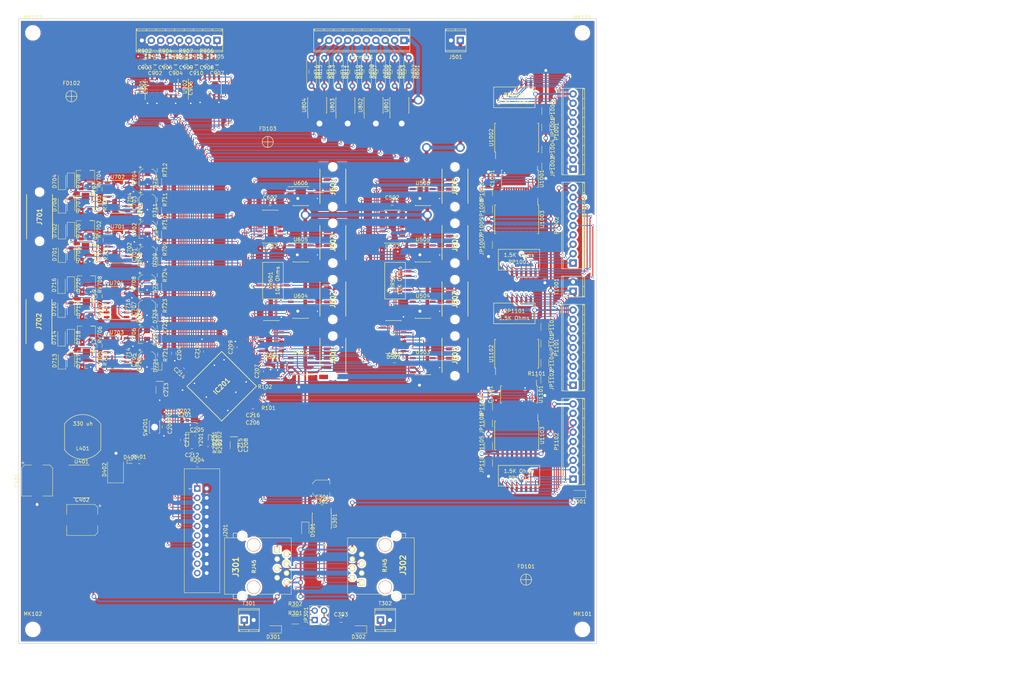
<source format=kicad_pcb>
(kicad_pcb (version 4) (host pcbnew 4.0.7+dfsg1-1ubuntu2)
  (layers (0 F.Cu signal) (31 B.Cu signal) (34 B.Paste user) (35 F.Paste user) (36 B.SilkS user) (37 F.SilkS user) (38 B.Mask user) (39 F.Mask user) (44 Edge.Cuts user))
  (net 0 "")
  (net 1 GND)
  (net 2 +3V3)
  (net 3 "Net-(C203-Pad1)")
  (net 4 "Net-(C211-Pad1)")
  (net 5 "Net-(C212-Pad1)")
  (net 6 "Net-(C303-Pad1)")
  (net 7 "CAN +12V")
  (net 8 "Net-(C701-Pad1)")
  (net 9 "Net-(C702-Pad1)")
  (net 10 "Net-(C703-Pad1)")
  (net 11 "Net-(C704-Pad1)")
  (net 12 "Net-(C705-Pad1)")
  (net 13 "Net-(C706-Pad1)")
  (net 14 "Net-(C707-Pad1)")
  (net 15 "Net-(C708-Pad1)")
  (net 16 "Net-(C902-Pad1)")
  (net 17 "Net-(C903-Pad1)")
  (net 18 "Net-(C904-Pad1)")
  (net 19 "Net-(C905-Pad1)")
  (net 20 "Net-(C907-Pad1)")
  (net 21 "Net-(C908-Pad1)")
  (net 22 "Net-(C909-Pad1)")
  (net 23 "Net-(C910-Pad1)")
  (net 24 "Net-(D201-Pad2)")
  (net 25 "Net-(D201-Pad1)")
  (net 26 "Net-(D202-Pad2)")
  (net 27 "Net-(D202-Pad1)")
  (net 28 "Net-(D301-Pad2)")
  (net 29 "Net-(D302-Pad1)")
  (net 30 "Net-(D401-Pad2)")
  (net 31 "Net-(D402-Pad1)")
  (net 32 SMPower)
  (net 33 "Net-(D701-Pad1)")
  (net 34 "Net-(D701-Pad2)")
  (net 35 "Net-(D702-Pad1)")
  (net 36 "Net-(D702-Pad2)")
  (net 37 "Net-(D703-Pad1)")
  (net 38 "Net-(D703-Pad2)")
  (net 39 "Net-(D704-Pad1)")
  (net 40 "Net-(D704-Pad2)")
  (net 41 "Net-(D709-Pad2)")
  (net 42 /MCU/OD1)
  (net 43 "Net-(D710-Pad2)")
  (net 44 /MCU/OD2)
  (net 45 "Net-(D711-Pad2)")
  (net 46 /MCU/OD3)
  (net 47 "Net-(D712-Pad2)")
  (net 48 /MCU/OD4)
  (net 49 "Net-(D713-Pad1)")
  (net 50 "Net-(D713-Pad2)")
  (net 51 "Net-(D714-Pad1)")
  (net 52 "Net-(D714-Pad2)")
  (net 53 "Net-(D715-Pad1)")
  (net 54 "Net-(D715-Pad2)")
  (net 55 "Net-(D716-Pad1)")
  (net 56 "Net-(D716-Pad2)")
  (net 57 "Net-(D721-Pad2)")
  (net 58 /MCU/OD5)
  (net 59 "Net-(D722-Pad2)")
  (net 60 /MCU/OD6)
  (net 61 "Net-(D723-Pad2)")
  (net 62 /MCU/OD7)
  (net 63 "Net-(D724-Pad2)")
  (net 64 /MCU/OD8)
  (net 65 +12V)
  (net 66 "Net-(IC201-Pad1)")
  (net 67 "Net-(IC201-Pad2)")
  (net 68 "Net-(IC201-Pad3)")
  (net 69 "Net-(IC201-Pad4)")
  (net 70 "Net-(IC201-Pad5)")
  (net 71 "Net-(IC201-Pad6)")
  (net 72 "Net-(IC201-Pad7)")
  (net 73 "Net-(IC201-Pad8)")
  (net 74 "Net-(IC201-Pad9)")
  (net 75 "Net-(IC201-Pad12)")
  (net 76 "Net-(IC201-Pad13)")
  (net 77 "Net-(IC201-Pad14)")
  (net 78 "Net-(IC201-Pad15)")
  (net 79 "Net-(IC201-Pad16)")
  (net 80 "Net-(IC201-Pad18)")
  (net 81 "Net-(IC201-Pad20)")
  (net 82 "Net-(IC201-Pad21)")
  (net 83 "Net-(IC201-Pad26)")
  (net 84 "Net-(IC201-Pad27)")
  (net 85 "Net-(IC201-Pad29)")
  (net 86 "Net-(IC201-Pad30)")
  (net 87 "Net-(IC201-Pad32)")
  (net 88 "Net-(IC201-Pad33)")
  (net 89 "Net-(IC201-Pad34)")
  (net 90 "Net-(IC201-Pad35)")
  (net 91 "Net-(IC201-Pad36)")
  (net 92 "Net-(IC201-Pad37)")
  (net 93 "Net-(IC201-Pad38)")
  (net 94 "Net-(IC201-Pad39)")
  (net 95 "Net-(IC201-Pad40)")
  (net 96 "Net-(IC201-Pad43)")
  (net 97 "Net-(IC201-Pad44)")
  (net 98 "Net-(IC201-Pad45)")
  (net 99 "/CAN Transciver/CAN_RX")
  (net 100 "/CAN Transciver/CAN_TX")
  (net 101 /MCU/SDA)
  (net 102 /MCU/SCL)
  (net 103 "Net-(IC201-Pad50)")
  (net 104 /MCU/Motor1)
  (net 105 /MCU/Points1)
  (net 106 /MCU/Motor2)
  (net 107 /MCU/Points2)
  (net 108 /MCU/Motor3)
  (net 109 /MCU/Points3)
  (net 110 /MCU/Motor4)
  (net 111 /MCU/Points4)
  (net 112 /MCU/Motor5)
  (net 113 /MCU/Points5)
  (net 114 /MCU/Motor6)
  (net 115 /MCU/Points6)
  (net 116 /MCU/Motor7)
  (net 117 /MCU/Points7)
  (net 118 /MCU/Motor8)
  (net 119 /MCU/Points8)
  (net 120 "/LED / Drivers/LED1")
  (net 121 "/LED / Drivers/LED2")
  (net 122 "/LED / Drivers/LED3")
  (net 123 "/LED / Drivers/LED4")
  (net 124 "/LED / Drivers/LED5")
  (net 125 "/LED / Drivers/LED6")
  (net 126 "/LED / Drivers/LED7")
  (net 127 "/LED / Drivers/LED8")
  (net 128 /Buttons/Button1)
  (net 129 /Buttons/Button2)
  (net 130 /Buttons/Button3)
  (net 131 /Buttons/Button4)
  (net 132 /Buttons/Button5)
  (net 133 /Buttons/Button6)
  (net 134 /Buttons/Button7)
  (net 135 /Buttons/Button8)
  (net 136 "Net-(IC201-Pad99)")
  (net 137 "Net-(IC201-Pad100)")
  (net 138 "Net-(J201-Pad1)")
  (net 139 "Net-(J201-Pad11)")
  (net 140 "Net-(J201-Pad15)")
  (net 141 "Net-(J201-Pad17)")
  (net 142 "Net-(J201-Pad19)")
  (net 143 "/CAN Transciver/CANH")
  (net 144 "/CAN Transciver/CANL")
  (net 145 "Net-(J301-Pad4)")
  (net 146 "Net-(J301-Pad5)")
  (net 147 "Net-(JP301-Pad1)")
  (net 148 "Net-(JP301-Pad2)")
  (net 149 "Net-(JP1001-Pad1)")
  (net 150 "Net-(JP1002-Pad1)")
  (net 151 "Net-(JP1005-Pad1)")
  (net 152 "Net-(JP1006-Pad1)")
  (net 153 "Net-(JP1101-Pad1)")
  (net 154 "Net-(JP1102-Pad1)")
  (net 155 "Net-(JP1105-Pad1)")
  (net 156 "Net-(JP1106-Pad1)")
  (net 157 "Net-(P1001-Pad4)")
  (net 158 "Net-(P1001-Pad1)")
  (net 159 "Net-(P1001-Pad2)")
  (net 160 "Net-(P1001-Pad3)")
  (net 161 "Net-(P1001-Pad5)")
  (net 162 "Net-(P1001-Pad6)")
  (net 163 "Net-(P1001-Pad7)")
  (net 164 "Net-(P1001-Pad8)")
  (net 165 "Net-(P1002-Pad4)")
  (net 166 "Net-(P1002-Pad1)")
  (net 167 "Net-(P1002-Pad2)")
  (net 168 "Net-(P1002-Pad3)")
  (net 169 "Net-(P1002-Pad5)")
  (net 170 "Net-(P1002-Pad6)")
  (net 171 "Net-(P1002-Pad7)")
  (net 172 "Net-(P1002-Pad8)")
  (net 173 "Net-(P1101-Pad4)")
  (net 174 "Net-(P1101-Pad1)")
  (net 175 "Net-(P1101-Pad2)")
  (net 176 "Net-(P1101-Pad3)")
  (net 177 "Net-(P1101-Pad5)")
  (net 178 "Net-(P1101-Pad6)")
  (net 179 "Net-(P1101-Pad7)")
  (net 180 "Net-(P1101-Pad8)")
  (net 181 "Net-(P1102-Pad4)")
  (net 182 "Net-(P1102-Pad1)")
  (net 183 "Net-(P1102-Pad2)")
  (net 184 "Net-(P1102-Pad3)")
  (net 185 "Net-(P1102-Pad5)")
  (net 186 "Net-(P1102-Pad6)")
  (net 187 "Net-(P1102-Pad7)")
  (net 188 "Net-(P1102-Pad8)")
  (net 189 "Net-(R701-Pad2)")
  (net 190 "Net-(R702-Pad2)")
  (net 191 "Net-(R703-Pad2)")
  (net 192 "Net-(R704-Pad2)")
  (net 193 "Net-(R713-Pad2)")
  (net 194 "Net-(R714-Pad2)")
  (net 195 "Net-(R715-Pad2)")
  (net 196 "Net-(R716-Pad2)")
  (net 197 "Net-(R801-Pad1)")
  (net 198 "Net-(R801-Pad2)")
  (net 199 "Net-(R803-Pad1)")
  (net 200 "Net-(R803-Pad2)")
  (net 201 "Net-(R805-Pad1)")
  (net 202 "Net-(R805-Pad2)")
  (net 203 "Net-(R807-Pad1)")
  (net 204 "Net-(R807-Pad2)")
  (net 205 "Net-(R809-Pad1)")
  (net 206 "Net-(R809-Pad2)")
  (net 207 "Net-(R811-Pad1)")
  (net 208 "Net-(R811-Pad2)")
  (net 209 "Net-(R813-Pad1)")
  (net 210 "Net-(R813-Pad2)")
  (net 211 "Net-(R815-Pad1)")
  (net 212 "Net-(R815-Pad2)")
  (net 213 "Net-(R1101-Pad1)")
  (net 214 "Net-(RP1001-Pad1)")
  (net 215 "Net-(RP1001-Pad2)")
  (net 216 "Net-(RP1001-Pad3)")
  (net 217 "Net-(RP1001-Pad4)")
  (net 218 "Net-(RP1001-Pad5)")
  (net 219 "Net-(RP1001-Pad6)")
  (net 220 "Net-(RP1001-Pad7)")
  (net 221 "Net-(RP1001-Pad8)")
  (net 222 "Net-(RP1002-Pad1)")
  (net 223 "Net-(RP1002-Pad2)")
  (net 224 "Net-(RP1002-Pad3)")
  (net 225 "Net-(RP1002-Pad4)")
  (net 226 "Net-(RP1002-Pad5)")
  (net 227 "Net-(RP1002-Pad6)")
  (net 228 "Net-(RP1002-Pad7)")
  (net 229 "Net-(RP1002-Pad8)")
  (net 230 "Net-(RP1101-Pad1)")
  (net 231 "Net-(RP1101-Pad2)")
  (net 232 "Net-(RP1101-Pad3)")
  (net 233 "Net-(RP1101-Pad4)")
  (net 234 "Net-(RP1101-Pad5)")
  (net 235 "Net-(RP1101-Pad6)")
  (net 236 "Net-(RP1101-Pad7)")
  (net 237 "Net-(RP1101-Pad8)")
  (net 238 "Net-(RP1102-Pad1)")
  (net 239 "Net-(RP1102-Pad2)")
  (net 240 "Net-(RP1102-Pad3)")
  (net 241 "Net-(RP1102-Pad4)")
  (net 242 "Net-(RP1102-Pad5)")
  (net 243 "Net-(RP1102-Pad6)")
  (net 244 "Net-(RP1102-Pad7)")
  (net 245 "Net-(RP1102-Pad8)")
  (net 246 "Net-(RR501-Pad1)")
  (net 247 "Net-(RR501-Pad2)")
  (net 248 "/Stall Motors 1/P2B")
  (net 249 "/Stall Motors 1/P2A")
  (net 250 "/Stall Motors 1/P1B")
  (net 251 "/Stall Motors 1/P1A")
  (net 252 "Net-(RR501-Pad7)")
  (net 253 "Net-(RR501-Pad8)")
  (net 254 "Net-(RR501-Pad9)")
  (net 255 "/Stall Motors 1/P4B")
  (net 256 "/Stall Motors 1/P4A")
  (net 257 "/Stall Motors 1/P3B")
  (net 258 "/Stall Motors 1/P3A")
  (net 259 "Net-(RR601-Pad1)")
  (net 260 "Net-(RR601-Pad2)")
  (net 261 "/Stall Motors 2/P6B")
  (net 262 "/Stall Motors 2/P6A")
  (net 263 "/Stall Motors 2/P5B")
  (net 264 "/Stall Motors 2/P5A")
  (net 265 "Net-(RR601-Pad7)")
  (net 266 "Net-(RR601-Pad8)")
  (net 267 "Net-(RR601-Pad9)")
  (net 268 "/Stall Motors 2/P8B")
  (net 269 "/Stall Motors 2/P8A")
  (net 270 "/Stall Motors 2/P7B")
  (net 271 "/Stall Motors 1/M1A")
  (net 272 "/Stall Motors 1/M1B")
  (net 273 "/Stall Motors 1/M2A")
  (net 274 "/Stall Motors 1/M2B")
  (net 275 "/Stall Motors 1/M3A")
  (net 276 "/Stall Motors 1/M3B")
  (net 277 "/Stall Motors 1/M4A")
  (net 278 "/Stall Motors 1/M4B")
  (net 279 "/Stall Motors 2/M5A")
  (net 280 "/Stall Motors 2/M5B")
  (net 281 "/Stall Motors 2/M6A")
  (net 282 "/Stall Motors 2/M6B")
  (net 283 "/Stall Motors 2/M7A")
  (net 284 "/Stall Motors 2/M7B")
  (net 285 "/Stall Motors 2/M8A")
  (net 286 "/Stall Motors 2/M8B")
  (net 287 VPower)
  (net 288 "Net-(U301-Pad5)")
  (net 289 "Net-(U301-Pad8)")
  (net 290 "Net-(U401-Pad1)")
  (net 291 "Net-(U401-Pad2)")
  (net 292 "Net-(U401-Pad7)")
  (net 293 "Net-(U401-Pad8)")
  (net 294 "Net-(U401-Pad9)")
  (net 295 "Net-(U401-Pad11)")
  (net 296 "Net-(U401-Pad13)")
  (net 297 "Net-(U401-Pad14)")
  (net 298 "Net-(U501-Pad2)")
  (net 299 "Net-(U501-Pad10)")
  (net 300 "Net-(U502-Pad2)")
  (net 301 "Net-(U502-Pad10)")
  (net 302 "Net-(U601-Pad2)")
  (net 303 "Net-(U601-Pad10)")
  (net 304 "Net-(U602-Pad2)")
  (net 305 "Net-(U602-Pad10)")
  (net 306 "Net-(U901-Pad2)")
  (net 307 "Net-(U901-Pad4)")
  (net 308 "Net-(U902-Pad2)")
  (net 309 "Net-(U902-Pad4)")
  (net 310 "Net-(U1001-Pad6)")
  (net 311 "Net-(U1001-Pad7)")
  (net 312 "Net-(U1001-Pad8)")
  (net 313 "Net-(U1001-Pad9)")
  (net 314 "Net-(U1001-Pad10)")
  (net 315 "Net-(U1001-Pad11)")
  (net 316 "Net-(U1001-Pad12)")
  (net 317 "Net-(U1001-Pad13)")
  (net 318 "Net-(U1001-Pad15)")
  (net 319 "Net-(U1001-Pad16)")
  (net 320 "Net-(U1001-Pad17)")
  (net 321 "Net-(U1001-Pad18)")
  (net 322 "Net-(U1001-Pad19)")
  (net 323 "Net-(U1001-Pad20)")
  (net 324 "Net-(U1001-Pad21)")
  (net 325 "Net-(U1001-Pad22)")
  (net 326 "Net-(U1101-Pad6)")
  (net 327 "Net-(U1101-Pad7)")
  (net 328 "Net-(U1101-Pad8)")
  (net 329 "Net-(U1101-Pad9)")
  (net 330 "Net-(U1101-Pad10)")
  (net 331 "Net-(U1101-Pad11)")
  (net 332 "Net-(U1101-Pad12)")
  (net 333 "Net-(U1101-Pad13)")
  (net 334 "Net-(U1101-Pad15)")
  (net 335 "Net-(U1101-Pad16)")
  (net 336 "Net-(U1101-Pad17)")
  (net 337 "Net-(U1101-Pad18)")
  (net 338 "Net-(U1101-Pad19)")
  (net 339 "Net-(U1101-Pad20)")
  (net 340 "Net-(U1101-Pad21)")
  (net 341 "Net-(U1101-Pad22)")
  (net 342 "Net-(J502-Pad6)")
  (net 343 "Net-(J503-Pad6)")
  (net 344 "Net-(J504-Pad6)")
  (net 345 "Net-(J505-Pad6)")
  (net 346 "Net-(J601-Pad6)")
  (net 347 "Net-(J602-Pad6)")
  (net 348 "Net-(J603-Pad6)")
  (net 349 "Net-(J604-Pad6)")
  (net 350 "/Stall Motors 2/P7A")
  (module Capacitors_SMD:C_0603 (layer F.Cu) (at 60.083 123.825)
    (fp_text reference C201 (at 0 -1.5) (layer F.SilkS))
    (fp_text value 1uf)
    (pad 2 smd rect (at 0.75 0) (size 0.8 0.75) (layers F.Cu F.Paste F.Mask) (net 1 GND))
    (pad 1 smd rect (at -0.75 0) (size 0.8 0.75) (layers F.Cu F.Paste F.Mask) (net 2 +3V3))
  )
  (module Capacitors_SMD:C_0402 (layer F.Cu) (at 59.775 122.555)
    (fp_text reference C202 (at 0 -1.27) (layer F.SilkS))
    (fp_text value 100nf)
    (pad 1 smd rect (at -0.55 0) (size 0.6 0.5) (layers F.Cu F.Paste F.Mask) (net 2 +3V3))
    (pad 2 smd rect (at 0.55 0) (size 0.6 0.5) (layers F.Cu F.Paste F.Mask) (net 1 GND))
  )
  (module Capacitors_SMD:C_0603 (layer F.Cu) (at 54.61 125.615 270)
    (fp_text reference C203 (at 0 -1.5 270) (layer F.SilkS))
    (fp_text value 1uf)
    (pad 2 smd rect (at 0.75 0 270) (size 0.8 0.75) (layers F.Cu F.Paste F.Mask) (net 1 GND))
    (pad 1 smd rect (at -0.75 0 270) (size 0.8 0.75) (layers F.Cu F.Paste F.Mask) (net 3 "Net-(C203-Pad1)"))
  )
  (module Capacitors_SMD:C_0603 (layer F.Cu) (at 57.15 105.676 270)
    (fp_text reference C204 (at 0 -1.5 270) (layer F.SilkS))
    (fp_text value 1uf)
    (pad 2 smd rect (at 0.75 0 270) (size 0.8 0.75) (layers F.Cu F.Paste F.Mask) (net 1 GND))
    (pad 1 smd rect (at -0.75 0 270) (size 0.8 0.75) (layers F.Cu F.Paste F.Mask) (net 2 +3V3))
  )
  (module Capacitors_SMD:C_0402 (layer F.Cu) (at 63.415 125.095 180)
    (fp_text reference C205 (at 0 -1.27 180) (layer F.SilkS))
    (fp_text value 100nf)
    (pad 1 smd rect (at -0.55 0 180) (size 0.6 0.5) (layers F.Cu F.Paste F.Mask) (net 2 +3V3))
    (pad 2 smd rect (at 0.55 0 180) (size 0.6 0.5) (layers F.Cu F.Paste F.Mask) (net 1 GND))
  )
  (module Capacitors_SMD:C_0603 (layer F.Cu) (at 78.498 122.936 180)
    (fp_text reference C206 (at 0 -1.5 180) (layer F.SilkS))
    (fp_text value 1uf)
    (pad 2 smd rect (at 0.75 0 180) (size 0.8 0.75) (layers F.Cu F.Paste F.Mask) (net 1 GND))
    (pad 1 smd rect (at -0.75 0 180) (size 0.8 0.75) (layers F.Cu F.Paste F.Mask) (net 2 +3V3))
  )
  (module Capacitors_SMD:C_0402 (layer F.Cu) (at 80.899 110.575 90)
    (fp_text reference C207 (at 0 -1.27 90) (layer F.SilkS))
    (fp_text value 100nf)
    (pad 1 smd rect (at -0.55 0 90) (size 0.6 0.5) (layers F.Cu F.Paste F.Mask) (net 2 +3V3))
    (pad 2 smd rect (at 0.55 0 90) (size 0.6 0.5) (layers F.Cu F.Paste F.Mask) (net 1 GND))
  )
  (module Capacitors_SMD:C_0603 (layer F.Cu) (at 75.184 130.544 270)
    (fp_text reference C208 (at 0 -1.5 270) (layer F.SilkS))
    (fp_text value 1uf)
    (pad 2 smd rect (at 0.75 0 270) (size 0.8 0.75) (layers F.Cu F.Paste F.Mask) (net 1 GND))
    (pad 1 smd rect (at -0.75 0 270) (size 0.8 0.75) (layers F.Cu F.Paste F.Mask) (net 2 +3V3))
  )
  (module Capacitors_SMD:C_0402 (layer F.Cu) (at 73.787 104.055 90)
    (fp_text reference C209 (at 0 -1.27 90) (layer F.SilkS))
    (fp_text value 100nf)
    (pad 1 smd rect (at -0.55 0 90) (size 0.6 0.5) (layers F.Cu F.Paste F.Mask) (net 2 +3V3))
    (pad 2 smd rect (at 0.55 0 90) (size 0.6 0.5) (layers F.Cu F.Paste F.Mask) (net 1 GND))
  )
  (module Capacitors_SMD:C_0402 (layer F.Cu) (at 64.77 105.198 90)
    (fp_text reference C210 (at 0 -1.27 90) (layer F.SilkS))
    (fp_text value 100nf)
    (pad 1 smd rect (at -0.55 0 90) (size 0.6 0.5) (layers F.Cu F.Paste F.Mask) (net 2 +3V3))
    (pad 2 smd rect (at 0.55 0 90) (size 0.6 0.5) (layers F.Cu F.Paste F.Mask) (net 1 GND))
  )
  (module Capacitors_SMD:C_0402 (layer F.Cu) (at 59.436 129.117 270)
    (fp_text reference C211 (at 0 -1.27 270) (layer F.SilkS))
    (fp_text value 18pf)
    (pad 1 smd rect (at -0.55 0 270) (size 0.6 0.5) (layers F.Cu F.Paste F.Mask) (net 4 "Net-(C211-Pad1)"))
    (pad 2 smd rect (at 0.55 0 270) (size 0.6 0.5) (layers F.Cu F.Paste F.Mask) (net 1 GND))
  )
  (module Capacitors_SMD:C_0402 (layer F.Cu) (at 62.061 131.953 180)
    (fp_text reference C212 (at 0 -1.27 180) (layer F.SilkS))
    (fp_text value 18pf)
    (pad 1 smd rect (at -0.55 0 180) (size 0.6 0.5) (layers F.Cu F.Paste F.Mask) (net 5 "Net-(C212-Pad1)"))
    (pad 2 smd rect (at 0.55 0 180) (size 0.6 0.5) (layers F.Cu F.Paste F.Mask) (net 1 GND))
  )
  (module PolarizedCaps:C_POL_1206 (layer F.Cu) (at 53.34 115.546 270)
    (fp_text reference C213 (at 0 -1.75 270) (layer F.SilkS))
    (fp_text value 10uf)
    (pad 1 smd rect (at -1.5 0 270) (size 1 1.6) (layers F.Cu F.Paste F.Mask) (net 2 +3V3))
    (pad 2 smd rect (at 1.5 0 270) (size 1 1.6) (layers F.Cu F.Paste F.Mask) (net 1 GND))
  )
  (module Capacitors_SMD:C_0402 (layer F.Cu) (at 59.555091 110.101091 135)
    (fp_text reference C214 (at 0 -1.27 135) (layer F.SilkS))
    (fp_text value 100nf)
    (pad 1 smd rect (at -0.55 0 135) (size 0.6 0.5) (layers F.Cu F.Paste F.Mask) (net 2 +3V3))
    (pad 2 smd rect (at 0.55 0 135) (size 0.6 0.5) (layers F.Cu F.Paste F.Mask) (net 1 GND))
  )
  (module PolarizedCaps:C_POL_1206 (layer F.Cu) (at 73.406 130.532 270)
    (fp_text reference C215 (at 0 -1.75 270) (layer F.SilkS))
    (fp_text value 10uf)
    (pad 1 smd rect (at -1.5 0 270) (size 1 1.6) (layers F.Cu F.Paste F.Mask) (net 2 +3V3))
    (pad 2 smd rect (at 1.5 0 270) (size 1 1.6) (layers F.Cu F.Paste F.Mask) (net 1 GND))
  )
  (module Capacitors_SMD:C_0402 (layer F.Cu) (at 78.528 121.158 180)
    (fp_text reference C216 (at 0 -1.27 180) (layer F.SilkS))
    (fp_text value 100nf)
    (pad 1 smd rect (at -0.55 0 180) (size 0.6 0.5) (layers F.Cu F.Paste F.Mask) (net 2 +3V3))
    (pad 2 smd rect (at 0.55 0 180) (size 0.6 0.5) (layers F.Cu F.Paste F.Mask) (net 1 GND))
  )
  (module Capacitors_SMD:C_0603 (layer F.Cu) (at 97.27 146.05)
    (fp_text reference C301 (at 0 -1.5) (layer F.SilkS))
    (fp_text value ".1 uf")
    (pad 2 smd rect (at 0.75 0) (size 0.8 0.75) (layers F.Cu F.Paste F.Mask) (net 1 GND))
    (pad 1 smd rect (at -0.75 0) (size 0.8 0.75) (layers F.Cu F.Paste F.Mask) (net 2 +3V3))
  )
  (module Capacitors_SMD:CP_Elec_4x5.7 (layer F.Cu) (at 97.05 142.24)
    (fp_text reference C302 (at 0 3.54) (layer F.SilkS))
    (fp_text value "15 uf 15V")
    (fp_text user + (at -2.77 2.01) (layer F.SilkS))
    (pad 1 smd rect (at -1.8 0 180) (size 2.6 1.6) (layers F.Cu F.Paste F.Mask) (net 2 +3V3))
    (pad 2 smd rect (at 1.8 0 180) (size 2.6 1.6) (layers F.Cu F.Paste F.Mask) (net 1 GND))
  )
  (module Capacitors_SMD:C_0603 (layer F.Cu) (at 102.35 177.8)
    (fp_text reference C303 (at 0 -1.5) (layer F.SilkS))
    (fp_text value "47 nf")
    (pad 2 smd rect (at 0.75 0) (size 0.8 0.75) (layers F.Cu F.Paste F.Mask) (net 1 GND))
    (pad 1 smd rect (at -0.75 0) (size 0.8 0.75) (layers F.Cu F.Paste F.Mask) (net 6 "Net-(C303-Pad1)"))
  )
  (module Capacitors_SMD:CP_Elec_8x10 (layer F.Cu) (at 20.193 140.083 270)
    (fp_text reference C401 (at 0 5.45 270) (layer F.SilkS))
    (fp_text value "220 uf 25V")
    (fp_text user + (at -4.78 3.9 270) (layer F.SilkS))
    (pad 1 smd rect (at -3.05 0 90) (size 4 2.5) (layers F.Cu F.Paste F.Mask) (net 2 +3V3))
    (pad 2 smd rect (at 3.05 0 90) (size 4 2.5) (layers F.Cu F.Paste F.Mask) (net 1 GND))
  )
  (module Capacitors_SMD:CP_Elec_8x10 (layer F.Cu) (at 32.383 150.749 180)
    (fp_text reference C402 (at 0 5.45 180) (layer F.SilkS))
    (fp_text value "22 uf 100V")
    (fp_text user + (at -4.78 3.9 180) (layer F.SilkS))
    (pad 1 smd rect (at -3.05 0) (size 4 2.5) (layers F.Cu F.Paste F.Mask) (net 7 "CAN +12V"))
    (pad 2 smd rect (at 3.05 0) (size 4 2.5) (layers F.Cu F.Paste F.Mask) (net 1 GND))
  )
  (module Capacitors_SMD:C_0603 (layer F.Cu) (at 116.817428 107.629596)
    (fp_text reference C501 (at 0 -1.5) (layer F.SilkS))
    (fp_text value ".1 uf")
    (pad 2 smd rect (at 0.75 0) (size 0.8 0.75) (layers F.Cu F.Paste F.Mask) (net 1 GND))
    (pad 1 smd rect (at -0.75 0) (size 0.8 0.75) (layers F.Cu F.Paste F.Mask) (net 2 +3V3))
  )
  (module Capacitors_SMD:C_0603 (layer F.Cu) (at 116.182428 65.084596)
    (fp_text reference C502 (at 0 -1.5) (layer F.SilkS))
    (fp_text value ".1 uf")
    (pad 2 smd rect (at 0.75 0) (size 0.8 0.75) (layers F.Cu F.Paste F.Mask) (net 1 GND))
    (pad 1 smd rect (at -0.75 0) (size 0.8 0.75) (layers F.Cu F.Paste F.Mask) (net 2 +3V3))
  )
  (module Capacitors_SMD:C_0603 (layer F.Cu) (at 83.797428 107.629596)
    (fp_text reference C601 (at 0 -1.5) (layer F.SilkS))
    (fp_text value ".1 uf")
    (pad 2 smd rect (at 0.75 0) (size 0.8 0.75) (layers F.Cu F.Paste F.Mask) (net 1 GND))
    (pad 1 smd rect (at -0.75 0) (size 0.8 0.75) (layers F.Cu F.Paste F.Mask) (net 2 +3V3))
  )
  (module Capacitors_SMD:C_0603 (layer F.Cu) (at 83.162428 65.084596)
    (fp_text reference C602 (at 0 -1.5) (layer F.SilkS))
    (fp_text value ".1 uf")
    (pad 2 smd rect (at 0.75 0) (size 0.8 0.75) (layers F.Cu F.Paste F.Mask) (net 1 GND))
    (pad 1 smd rect (at -0.75 0) (size 0.8 0.75) (layers F.Cu F.Paste F.Mask) (net 2 +3V3))
  )
  (module Capacitors_SMD:CP_Elec_4x5.7 (layer F.Cu) (at 50.038 79.121 270)
    (fp_text reference C701 (at 0 3.54 270) (layer F.SilkS))
    (fp_text value "2.2uf 50V")
    (fp_text user + (at -2.77 2.01 270) (layer F.SilkS))
    (pad 1 smd rect (at -1.8 0 90) (size 2.6 1.6) (layers F.Cu F.Paste F.Mask) (net 8 "Net-(C701-Pad1)"))
    (pad 2 smd rect (at 1.8 0 90) (size 2.6 1.6) (layers F.Cu F.Paste F.Mask) (net 1 GND))
  )
  (module Capacitors_SMD:CP_Elec_4x5.7 (layer F.Cu) (at 50.038 72.285 270)
    (fp_text reference C702 (at 0 3.54 270) (layer F.SilkS))
    (fp_text value "2.2uf 50V")
    (fp_text user + (at -2.77 2.01 270) (layer F.SilkS))
    (pad 1 smd rect (at -1.8 0 90) (size 2.6 1.6) (layers F.Cu F.Paste F.Mask) (net 9 "Net-(C702-Pad1)"))
    (pad 2 smd rect (at 1.8 0 90) (size 2.6 1.6) (layers F.Cu F.Paste F.Mask) (net 1 GND))
  )
  (module Capacitors_SMD:CP_Elec_4x5.7 (layer F.Cu) (at 50.038 65.046 270)
    (fp_text reference C703 (at 0 3.54 270) (layer F.SilkS))
    (fp_text value "2.2uf 50V")
    (fp_text user + (at -2.77 2.01 270) (layer F.SilkS))
    (pad 1 smd rect (at -1.8 0 90) (size 2.6 1.6) (layers F.Cu F.Paste F.Mask) (net 10 "Net-(C703-Pad1)"))
    (pad 2 smd rect (at 1.8 0 90) (size 2.6 1.6) (layers F.Cu F.Paste F.Mask) (net 1 GND))
  )
  (module Capacitors_SMD:CP_Elec_4x5.7 (layer F.Cu) (at 50.038 58.188 270)
    (fp_text reference C704 (at 0 3.54 270) (layer F.SilkS))
    (fp_text value "2.2uf 50V")
    (fp_text user + (at -2.77 2.01 270) (layer F.SilkS))
    (pad 1 smd rect (at -1.8 0 90) (size 2.6 1.6) (layers F.Cu F.Paste F.Mask) (net 11 "Net-(C704-Pad1)"))
    (pad 2 smd rect (at 1.8 0 90) (size 2.6 1.6) (layers F.Cu F.Paste F.Mask) (net 1 GND))
  )
  (module Capacitors_SMD:CP_Elec_4x5.7 (layer F.Cu) (at 49.911 107.591 270)
    (fp_text reference C705 (at 0 3.54 270) (layer F.SilkS))
    (fp_text value "2.2uf 50V")
    (fp_text user + (at -2.77 2.01 270) (layer F.SilkS))
    (pad 1 smd rect (at -1.8 0 90) (size 2.6 1.6) (layers F.Cu F.Paste F.Mask) (net 12 "Net-(C705-Pad1)"))
    (pad 2 smd rect (at 1.8 0 90) (size 2.6 1.6) (layers F.Cu F.Paste F.Mask) (net 1 GND))
  )
  (module Capacitors_SMD:CP_Elec_4x5.7 (layer F.Cu) (at 49.911 100.733 270)
    (fp_text reference C706 (at 0 3.54 270) (layer F.SilkS))
    (fp_text value "2.2uf 50V")
    (fp_text user + (at -2.77 2.01 270) (layer F.SilkS))
    (pad 1 smd rect (at -1.8 0 90) (size 2.6 1.6) (layers F.Cu F.Paste F.Mask) (net 13 "Net-(C706-Pad1)"))
    (pad 2 smd rect (at 1.8 0 90) (size 2.6 1.6) (layers F.Cu F.Paste F.Mask) (net 1 GND))
  )
  (module Capacitors_SMD:CP_Elec_4x5.7 (layer F.Cu) (at 49.911 93.621 270)
    (fp_text reference C707 (at 0 3.54 270) (layer F.SilkS))
    (fp_text value "2.2uf 50V")
    (fp_text user + (at -2.77 2.01 270) (layer F.SilkS))
    (pad 1 smd rect (at -1.8 0 90) (size 2.6 1.6) (layers F.Cu F.Paste F.Mask) (net 14 "Net-(C707-Pad1)"))
    (pad 2 smd rect (at 1.8 0 90) (size 2.6 1.6) (layers F.Cu F.Paste F.Mask) (net 1 GND))
  )
  (module Capacitors_SMD:CP_Elec_4x5.7 (layer F.Cu) (at 49.911 86.763 270)
    (fp_text reference C708 (at 0 3.54 270) (layer F.SilkS))
    (fp_text value "2.2uf 50V")
    (fp_text user + (at -2.77 2.01 270) (layer F.SilkS))
    (pad 1 smd rect (at -1.8 0 90) (size 2.6 1.6) (layers F.Cu F.Paste F.Mask) (net 15 "Net-(C708-Pad1)"))
    (pad 2 smd rect (at 1.8 0 90) (size 2.6 1.6) (layers F.Cu F.Paste F.Mask) (net 1 GND))
  )
  (module Capacitors_SMD:C_0603 (layer F.Cu) (at 48.006 33.77 270)
    (fp_text reference C901 (at 0 -1.5 270) (layer F.SilkS))
    (fp_text value ".1 uf")
    (pad 2 smd rect (at 0.75 0 270) (size 0.8 0.75) (layers F.Cu F.Paste F.Mask) (net 1 GND))
    (pad 1 smd rect (at -0.75 0 270) (size 0.8 0.75) (layers F.Cu F.Paste F.Mask) (net 2 +3V3))
  )
  (module Capacitors_SMD:C_0603 (layer F.Cu) (at 52.082 28.448 180)
    (fp_text reference C902 (at 0 -1.5 180) (layer F.SilkS))
    (fp_text value "10 nf")
    (pad 2 smd rect (at 0.75 0 180) (size 0.8 0.75) (layers F.Cu F.Paste F.Mask) (net 1 GND))
    (pad 1 smd rect (at -0.75 0 180) (size 0.8 0.75) (layers F.Cu F.Paste F.Mask) (net 16 "Net-(C902-Pad1)"))
  )
  (module Capacitors_SMD:C_0603 (layer F.Cu) (at 49.288 26.924 180)
    (fp_text reference C903 (at 0 -1.5 180) (layer F.SilkS))
    (fp_text value "10 nf")
    (pad 2 smd rect (at 0.75 0 180) (size 0.8 0.75) (layers F.Cu F.Paste F.Mask) (net 1 GND))
    (pad 1 smd rect (at -0.75 0 180) (size 0.8 0.75) (layers F.Cu F.Paste F.Mask) (net 17 "Net-(C903-Pad1)"))
  )
  (module Capacitors_SMD:C_0603 (layer F.Cu) (at 57.67 28.448 180)
    (fp_text reference C904 (at 0 -1.5 180) (layer F.SilkS))
    (fp_text value "10 nf")
    (pad 2 smd rect (at 0.75 0 180) (size 0.8 0.75) (layers F.Cu F.Paste F.Mask) (net 1 GND))
    (pad 1 smd rect (at -0.75 0 180) (size 0.8 0.75) (layers F.Cu F.Paste F.Mask) (net 18 "Net-(C904-Pad1)"))
  )
  (module Capacitors_SMD:C_0603 (layer F.Cu) (at 54.876 26.924 180)
    (fp_text reference C905 (at 0 -1.5 180) (layer F.SilkS))
    (fp_text value "10 nf")
    (pad 2 smd rect (at 0.75 0 180) (size 0.8 0.75) (layers F.Cu F.Paste F.Mask) (net 1 GND))
    (pad 1 smd rect (at -0.75 0 180) (size 0.8 0.75) (layers F.Cu F.Paste F.Mask) (net 19 "Net-(C905-Pad1)"))
  )
  (module Capacitors_SMD:C_0603 (layer F.Cu) (at 60.198 34.024 270)
    (fp_text reference C906 (at 0 -1.5 270) (layer F.SilkS))
    (fp_text value ".1 uf")
    (pad 2 smd rect (at 0.75 0 270) (size 0.8 0.75) (layers F.Cu F.Paste F.Mask) (net 1 GND))
    (pad 1 smd rect (at -0.75 0 270) (size 0.8 0.75) (layers F.Cu F.Paste F.Mask) (net 2 +3V3))
  )
  (module Capacitors_SMD:C_0603 (layer F.Cu) (at 68.846 28.448 180)
    (fp_text reference C907 (at 0 -1.5 180) (layer F.SilkS))
    (fp_text value "10 nf")
    (pad 2 smd rect (at 0.75 0 180) (size 0.8 0.75) (layers F.Cu F.Paste F.Mask) (net 1 GND))
    (pad 1 smd rect (at -0.75 0 180) (size 0.8 0.75) (layers F.Cu F.Paste F.Mask) (net 20 "Net-(C907-Pad1)"))
  )
  (module Capacitors_SMD:C_0603 (layer F.Cu) (at 66.052 26.924 180)
    (fp_text reference C908 (at 0 -1.5 180) (layer F.SilkS))
    (fp_text value "10 nf")
    (pad 2 smd rect (at 0.75 0 180) (size 0.8 0.75) (layers F.Cu F.Paste F.Mask) (net 1 GND))
    (pad 1 smd rect (at -0.75 0 180) (size 0.8 0.75) (layers F.Cu F.Paste F.Mask) (net 21 "Net-(C908-Pad1)"))
  )
  (module Capacitors_SMD:C_0603 (layer F.Cu) (at 60.464 26.924 180)
    (fp_text reference C909 (at 0 -1.5 180) (layer F.SilkS))
    (fp_text value "10 nf")
    (pad 2 smd rect (at 0.75 0 180) (size 0.8 0.75) (layers F.Cu F.Paste F.Mask) (net 1 GND))
    (pad 1 smd rect (at -0.75 0 180) (size 0.8 0.75) (layers F.Cu F.Paste F.Mask) (net 22 "Net-(C909-Pad1)"))
  )
  (module Capacitors_SMD:C_0603 (layer F.Cu) (at 63.258 28.448 180)
    (fp_text reference C910 (at 0 -1.5 180) (layer F.SilkS))
    (fp_text value "10 nf")
    (pad 2 smd rect (at 0.75 0 180) (size 0.8 0.75) (layers F.Cu F.Paste F.Mask) (net 1 GND))
    (pad 1 smd rect (at -0.75 0 180) (size 0.8 0.75) (layers F.Cu F.Paste F.Mask) (net 23 "Net-(C910-Pad1)"))
  )
  (module Capacitors_SMD:C_0603 (layer F.Cu) (at 144.78 58.408 90)
    (fp_text reference C1001 (at 0 -1.5 90) (layer F.SilkS))
    (fp_text value ".1 uf")
    (pad 2 smd rect (at 0.75 0 90) (size 0.8 0.75) (layers F.Cu F.Paste F.Mask) (net 1 GND))
    (pad 1 smd rect (at -0.75 0 90) (size 0.8 0.75) (layers F.Cu F.Paste F.Mask) (net 2 +3V3))
  )
  (module Capacitors_SMD:C_0603 (layer F.Cu) (at 144.272 116.828 90)
    (fp_text reference C1101 (at 0 -1.5 90) (layer F.SilkS))
    (fp_text value ".1 uf")
    (pad 2 smd rect (at 0.75 0 90) (size 0.8 0.75) (layers F.Cu F.Paste F.Mask) (net 1 GND))
    (pad 1 smd rect (at -0.75 0 90) (size 0.8 0.75) (layers F.Cu F.Paste F.Mask) (net 2 +3V3))
  )
  (module LEDs:LED_0402 (layer F.Cu) (at 66.929 128.693 270)
    (fp_text reference D201 (at 0 -1.2 270) (layer F.SilkS))
    (fp_text value ACT1)
    (pad 2 smd rect (at 0.55 0 90) (size 0.6 0.7) (layers F.Cu F.Paste F.Mask) (net 24 "Net-(D201-Pad2)"))
    (pad 1 smd rect (at -0.55 0 90) (size 0.6 0.7) (layers F.Cu F.Paste F.Mask) (net 25 "Net-(D201-Pad1)"))
  )
  (module LEDs:LED_0402 (layer F.Cu) (at 68.326 128.693 270)
    (fp_text reference D202 (at 0 -1.2 270) (layer F.SilkS))
    (fp_text value ACT2)
    (pad 2 smd rect (at 0.55 0 90) (size 0.6 0.7) (layers F.Cu F.Paste F.Mask) (net 26 "Net-(D202-Pad2)"))
    (pad 1 smd rect (at -0.55 0 90) (size 0.6 0.7) (layers F.Cu F.Paste F.Mask) (net 27 "Net-(D202-Pad1)"))
  )
  (module Diodes_SMD:D_PowerDI-123 (layer F.Cu) (at 84.075 180.34 180)
    (fp_text reference D301 (at 0 -2 180) (layer F.SilkS))
    (fp_text value DFLS240-7)
    (pad 1 smd rect (at -0.85 0) (size 2.4 1.5) (layers F.Cu F.Paste F.Mask) (net 7 "CAN +12V"))
    (pad 2 smd rect (at 1.525 0) (size 1.05 1.5) (layers F.Cu F.Paste F.Mask) (net 28 "Net-(D301-Pad2)"))
  )
  (module Diodes_SMD:D_PowerDI-123 (layer F.Cu) (at 107.1 180.34 180)
    (fp_text reference D302 (at 0 -2 180) (layer F.SilkS))
    (fp_text value DFLS240-7)
    (pad 1 smd rect (at -0.85 0) (size 2.4 1.5) (layers F.Cu F.Paste F.Mask) (net 29 "Net-(D302-Pad1)"))
    (pad 2 smd rect (at 1.525 0) (size 1.05 1.5) (layers F.Cu F.Paste F.Mask) (net 7 "CAN +12V"))
  )
  (module LEDs:LED_0402 (layer F.Cu) (at 45.424 135.001)
    (fp_text reference D401 (at 0 -1.2) (layer F.SilkS))
    (fp_text value Power)
    (pad 2 smd rect (at 0.55 0 180) (size 0.6 0.7) (layers F.Cu F.Paste F.Mask) (net 30 "Net-(D401-Pad2)"))
    (pad 1 smd rect (at -0.55 0 180) (size 0.6 0.7) (layers F.Cu F.Paste F.Mask) (net 1 GND))
  )
  (module Diodes_SMD:D_SMB (layer F.Cu) (at 41.402 137.169 90)
    (fp_text reference D402 (at 0 -3 90) (layer F.SilkS))
    (fp_text value "CMSH1-60 TR13")
    (pad 1 smd rect (at -2.15 0 90) (size 2.5 2.3) (layers F.Cu F.Paste F.Mask) (net 31 "Net-(D402-Pad1)"))
    (pad 2 smd rect (at 2.15 0 90) (size 2.5 2.3) (layers F.Cu F.Paste F.Mask) (net 1 GND))
  )
  (module Diodes_SMD:D_PowerDI-123 (layer F.Cu) (at 92.71 153.504 270)
    (fp_text reference D501 (at 0 -2 270) (layer F.SilkS))
    (fp_text value DFLS240-7)
    (pad 1 smd rect (at -0.85 0 90) (size 2.4 1.5) (layers F.Cu F.Paste F.Mask) (net 32 SMPower))
    (pad 2 smd rect (at 1.525 0 90) (size 1.05 1.5) (layers F.Cu F.Paste F.Mask) (net 7 "CAN +12V"))
  )
  (module Diodes_SMD:D_SOD-123 (layer F.Cu) (at 26.924 78.868 90)
    (fp_text reference D701 (at 0 -2 90) (layer F.SilkS))
    (fp_text value 1N4148)
    (pad 1 smd rect (at -1.65 0 90) (size 0.9 1.2) (layers F.Cu F.Paste F.Mask) (net 33 "Net-(D701-Pad1)"))
    (pad 2 smd rect (at 1.65 0 90) (size 0.9 1.2) (layers F.Cu F.Paste F.Mask) (net 34 "Net-(D701-Pad2)"))
  )
  (module Diodes_SMD:D_SOD-123 (layer F.Cu) (at 26.924 72.518 90)
    (fp_text reference D702 (at 0 -2 90) (layer F.SilkS))
    (fp_text value 1N4148)
    (pad 1 smd rect (at -1.65 0 90) (size 0.9 1.2) (layers F.Cu F.Paste F.Mask) (net 35 "Net-(D702-Pad1)"))
    (pad 2 smd rect (at 1.65 0 90) (size 0.9 1.2) (layers F.Cu F.Paste F.Mask) (net 36 "Net-(D702-Pad2)"))
  )
  (module Diodes_SMD:D_SOD-123 (layer F.Cu) (at 26.924 65.533 90)
    (fp_text reference D703 (at 0 -2 90) (layer F.SilkS))
    (fp_text value 1N4148)
    (pad 1 smd rect (at -1.65 0 90) (size 0.9 1.2) (layers F.Cu F.Paste F.Mask) (net 37 "Net-(D703-Pad1)"))
    (pad 2 smd rect (at 1.65 0 90) (size 0.9 1.2) (layers F.Cu F.Paste F.Mask) (net 38 "Net-(D703-Pad2)"))
  )
  (module Diodes_SMD:D_SOD-123 (layer F.Cu) (at 26.924 59.181 90)
    (fp_text reference D704 (at 0 -2 90) (layer F.SilkS))
    (fp_text value 1N4148)
    (pad 1 smd rect (at -1.65 0 90) (size 0.9 1.2) (layers F.Cu F.Paste F.Mask) (net 39 "Net-(D704-Pad1)"))
    (pad 2 smd rect (at 1.65 0 90) (size 0.9 1.2) (layers F.Cu F.Paste F.Mask) (net 40 "Net-(D704-Pad2)"))
  )
  (module Diodes_SMD:D_SOD-123 (layer F.Cu) (at 29.337 78.868 270)
    (fp_text reference D705 (at 0 -2 270) (layer F.SilkS))
    (fp_text value 1N4148)
    (pad 1 smd rect (at -1.65 0 270) (size 0.9 1.2) (layers F.Cu F.Paste F.Mask) (net 34 "Net-(D701-Pad2)"))
    (pad 2 smd rect (at 1.65 0 270) (size 0.9 1.2) (layers F.Cu F.Paste F.Mask) (net 33 "Net-(D701-Pad1)"))
  )
  (module Diodes_SMD:D_SOD-123 (layer F.Cu) (at 29.337 72.518 270)
    (fp_text reference D706 (at 0 -2 270) (layer F.SilkS))
    (fp_text value 1N4148)
    (pad 1 smd rect (at -1.65 0 270) (size 0.9 1.2) (layers F.Cu F.Paste F.Mask) (net 36 "Net-(D702-Pad2)"))
    (pad 2 smd rect (at 1.65 0 270) (size 0.9 1.2) (layers F.Cu F.Paste F.Mask) (net 35 "Net-(D702-Pad1)"))
  )
  (module Diodes_SMD:D_SOD-123 (layer F.Cu) (at 29.337 65.533 270)
    (fp_text reference D707 (at 0 -2 270) (layer F.SilkS))
    (fp_text value 1N4148)
    (pad 1 smd rect (at -1.65 0 270) (size 0.9 1.2) (layers F.Cu F.Paste F.Mask) (net 38 "Net-(D703-Pad2)"))
    (pad 2 smd rect (at 1.65 0 270) (size 0.9 1.2) (layers F.Cu F.Paste F.Mask) (net 37 "Net-(D703-Pad1)"))
  )
  (module Diodes_SMD:D_SOD-123 (layer F.Cu) (at 29.337 59.181 270)
    (fp_text reference D708 (at 0 -2 270) (layer F.SilkS))
    (fp_text value 1N4148)
    (pad 1 smd rect (at -1.65 0 270) (size 0.9 1.2) (layers F.Cu F.Paste F.Mask) (net 40 "Net-(D704-Pad2)"))
    (pad 2 smd rect (at 1.65 0 270) (size 0.9 1.2) (layers F.Cu F.Paste F.Mask) (net 39 "Net-(D704-Pad1)"))
  )
  (module LEDs:LED_0603 (layer F.Cu) (at 53.34 80.48 90)
    (fp_text reference D709 (at 0 -1.25 90) (layer F.SilkS))
    (fp_text value LED)
    (pad 2 smd rect (at 0.8 0 270) (size 0.8 0.8) (layers F.Cu F.Paste F.Mask) (net 41 "Net-(D709-Pad2)"))
    (pad 1 smd rect (at -0.8 0 270) (size 0.8 0.8) (layers F.Cu F.Paste F.Mask) (net 42 /MCU/OD1))
  )
  (module LEDs:LED_0603 (layer F.Cu) (at 53.34 73.368 90)
    (fp_text reference D710 (at 0 -1.25 90) (layer F.SilkS))
    (fp_text value LED)
    (pad 2 smd rect (at 0.8 0 270) (size 0.8 0.8) (layers F.Cu F.Paste F.Mask) (net 43 "Net-(D710-Pad2)"))
    (pad 1 smd rect (at -0.8 0 270) (size 0.8 0.8) (layers F.Cu F.Paste F.Mask) (net 44 /MCU/OD2))
  )
  (module LEDs:LED_0603 (layer F.Cu) (at 53.34 67.018 90)
    (fp_text reference D711 (at 0 -1.25 90) (layer F.SilkS))
    (fp_text value LED)
    (pad 2 smd rect (at 0.8 0 270) (size 0.8 0.8) (layers F.Cu F.Paste F.Mask) (net 45 "Net-(D711-Pad2)"))
    (pad 1 smd rect (at -0.8 0 270) (size 0.8 0.8) (layers F.Cu F.Paste F.Mask) (net 46 /MCU/OD3))
  )
  (module LEDs:LED_0603 (layer F.Cu) (at 53.34 59.182 90)
    (fp_text reference D712 (at 0 -1.25 90) (layer F.SilkS))
    (fp_text value LED)
    (pad 2 smd rect (at 0.8 0 270) (size 0.8 0.8) (layers F.Cu F.Paste F.Mask) (net 47 "Net-(D712-Pad2)"))
    (pad 1 smd rect (at -0.8 0 270) (size 0.8 0.8) (layers F.Cu F.Paste F.Mask) (net 48 /MCU/OD4))
  )
  (module Diodes_SMD:D_SOD-123 (layer F.Cu) (at 26.924 107.697 90)
    (fp_text reference D713 (at 0 -2 90) (layer F.SilkS))
    (fp_text value 1N4148)
    (pad 1 smd rect (at -1.65 0 90) (size 0.9 1.2) (layers F.Cu F.Paste F.Mask) (net 49 "Net-(D713-Pad1)"))
    (pad 2 smd rect (at 1.65 0 90) (size 0.9 1.2) (layers F.Cu F.Paste F.Mask) (net 50 "Net-(D713-Pad2)"))
  )
  (module Diodes_SMD:D_SOD-123 (layer F.Cu) (at 26.797 101.474 90)
    (fp_text reference D714 (at 0 -2 90) (layer F.SilkS))
    (fp_text value 1N4148)
    (pad 1 smd rect (at -1.65 0 90) (size 0.9 1.2) (layers F.Cu F.Paste F.Mask) (net 51 "Net-(D714-Pad1)"))
    (pad 2 smd rect (at 1.65 0 90) (size 0.9 1.2) (layers F.Cu F.Paste F.Mask) (net 52 "Net-(D714-Pad2)"))
  )
  (module Diodes_SMD:D_SOD-123 (layer F.Cu) (at 26.797 93.727 90)
    (fp_text reference D715 (at 0 -2 90) (layer F.SilkS))
    (fp_text value 1N4148)
    (pad 1 smd rect (at -1.65 0 90) (size 0.9 1.2) (layers F.Cu F.Paste F.Mask) (net 53 "Net-(D715-Pad1)"))
    (pad 2 smd rect (at 1.65 0 90) (size 0.9 1.2) (layers F.Cu F.Paste F.Mask) (net 54 "Net-(D715-Pad2)"))
  )
  (module Diodes_SMD:D_SOD-123 (layer F.Cu) (at 26.797 87.248 90)
    (fp_text reference D716 (at 0 -2 90) (layer F.SilkS))
    (fp_text value 1N4148)
    (pad 1 smd rect (at -1.65 0 90) (size 0.9 1.2) (layers F.Cu F.Paste F.Mask) (net 55 "Net-(D716-Pad1)"))
    (pad 2 smd rect (at 1.65 0 90) (size 0.9 1.2) (layers F.Cu F.Paste F.Mask) (net 56 "Net-(D716-Pad2)"))
  )
  (module Diodes_SMD:D_SOD-123 (layer F.Cu) (at 29.337 107.697 270)
    (fp_text reference D717 (at 0 -2 270) (layer F.SilkS))
    (fp_text value 1N4148)
    (pad 1 smd rect (at -1.65 0 270) (size 0.9 1.2) (layers F.Cu F.Paste F.Mask) (net 50 "Net-(D713-Pad2)"))
    (pad 2 smd rect (at 1.65 0 270) (size 0.9 1.2) (layers F.Cu F.Paste F.Mask) (net 49 "Net-(D713-Pad1)"))
  )
  (module Diodes_SMD:D_SOD-123 (layer F.Cu) (at 29.337 101.474 270)
    (fp_text reference D718 (at 0 -2 270) (layer F.SilkS))
    (fp_text value 1N4148)
    (pad 1 smd rect (at -1.65 0 270) (size 0.9 1.2) (layers F.Cu F.Paste F.Mask) (net 52 "Net-(D714-Pad2)"))
    (pad 2 smd rect (at 1.65 0 270) (size 0.9 1.2) (layers F.Cu F.Paste F.Mask) (net 51 "Net-(D714-Pad1)"))
  )
  (module Diodes_SMD:D_SOD-123 (layer F.Cu) (at 29.337 93.726 270)
    (fp_text reference D719 (at 0 -2 270) (layer F.SilkS))
    (fp_text value 1N4148)
    (pad 1 smd rect (at -1.65 0 270) (size 0.9 1.2) (layers F.Cu F.Paste F.Mask) (net 54 "Net-(D715-Pad2)"))
    (pad 2 smd rect (at 1.65 0 270) (size 0.9 1.2) (layers F.Cu F.Paste F.Mask) (net 53 "Net-(D715-Pad1)"))
  )
  (module Diodes_SMD:D_SOD-123 (layer F.Cu) (at 29.337 87.248 270)
    (fp_text reference D720 (at 0 -2 270) (layer F.SilkS))
    (fp_text value 1N4148)
    (pad 1 smd rect (at -1.65 0 270) (size 0.9 1.2) (layers F.Cu F.Paste F.Mask) (net 56 "Net-(D716-Pad2)"))
    (pad 2 smd rect (at 1.65 0 270) (size 0.9 1.2) (layers F.Cu F.Paste F.Mask) (net 55 "Net-(D716-Pad1)"))
  )
  (module LEDs:LED_0603 (layer F.Cu) (at 53.467 108.928 90)
    (fp_text reference D721 (at 0 -1.25 90) (layer F.SilkS))
    (fp_text value LED)
    (pad 2 smd rect (at 0.8 0 270) (size 0.8 0.8) (layers F.Cu F.Paste F.Mask) (net 57 "Net-(D721-Pad2)"))
    (pad 1 smd rect (at -0.8 0 270) (size 0.8 0.8) (layers F.Cu F.Paste F.Mask) (net 58 /MCU/OD5))
  )
  (module LEDs:LED_0603 (layer F.Cu) (at 53.34 101.689 90)
    (fp_text reference D722 (at 0 -1.25 90) (layer F.SilkS))
    (fp_text value LED)
    (pad 2 smd rect (at 0.8 0 270) (size 0.8 0.8) (layers F.Cu F.Paste F.Mask) (net 59 "Net-(D722-Pad2)"))
    (pad 1 smd rect (at -0.8 0 270) (size 0.8 0.8) (layers F.Cu F.Paste F.Mask) (net 60 /MCU/OD6))
  )
  (module LEDs:LED_0603 (layer F.Cu) (at 53.34 95.72 90)
    (fp_text reference D723 (at 0 -1.25 90) (layer F.SilkS))
    (fp_text value LED)
    (pad 2 smd rect (at 0.8 0 270) (size 0.8 0.8) (layers F.Cu F.Paste F.Mask) (net 61 "Net-(D723-Pad2)"))
    (pad 1 smd rect (at -0.8 0 270) (size 0.8 0.8) (layers F.Cu F.Paste F.Mask) (net 62 /MCU/OD7))
  )
  (module LEDs:LED_0603 (layer F.Cu) (at 53.34 87.541 90)
    (fp_text reference D724 (at 0 -1.25 90) (layer F.SilkS))
    (fp_text value LED)
    (pad 2 smd rect (at 0.8 0 270) (size 0.8 0.8) (layers F.Cu F.Paste F.Mask) (net 63 "Net-(D724-Pad2)"))
    (pad 1 smd rect (at -0.8 0 270) (size 0.8 0.8) (layers F.Cu F.Paste F.Mask) (net 64 /MCU/OD8))
  )
  (module Diodes_SMD:D_PowerDI-123 (layer F.Cu) (at 166.282 143.764 180)
    (fp_text reference D1001 (at 0 -2 180) (layer F.SilkS))
    (fp_text value DFLS240-7)
    (pad 1 smd rect (at -0.85 0) (size 2.4 1.5) (layers F.Cu F.Paste F.Mask) (net 65 +12V))
    (pad 2 smd rect (at 1.525 0) (size 1.05 1.5) (layers F.Cu F.Paste F.Mask) (net 7 "CAN +12V"))
  )
  (module QFP50:QFP50P1600X1600X160-100N (layer F.Cu) (at 70.098884 114.584447 45)
    (fp_text reference IC201 (at 0 0 45) (layer F.SilkS) (effects (font (size 1.27 1.27) (thickness 0.254))))
    (fp_text value LPC1768FBD100K hide)
    (pad 1 smd rect (at -7.75 -6 135) (size 0.3 1.5) (layers F.Cu F.Paste F.Mask) (net 66 "Net-(IC201-Pad1)"))
    (pad 2 smd rect (at -7.75 -5.5 135) (size 0.3 1.5) (layers F.Cu F.Paste F.Mask) (net 67 "Net-(IC201-Pad2)"))
    (pad 3 smd rect (at -7.75 -5 135) (size 0.3 1.5) (layers F.Cu F.Paste F.Mask) (net 68 "Net-(IC201-Pad3)"))
    (pad 4 smd rect (at -7.75 -4.5 135) (size 0.3 1.5) (layers F.Cu F.Paste F.Mask) (net 69 "Net-(IC201-Pad4)"))
    (pad 5 smd rect (at -7.75 -4 135) (size 0.3 1.5) (layers F.Cu F.Paste F.Mask) (net 70 "Net-(IC201-Pad5)"))
    (pad 6 smd rect (at -7.75 -3.5 135) (size 0.3 1.5) (layers F.Cu F.Paste F.Mask) (net 71 "Net-(IC201-Pad6)"))
    (pad 7 smd rect (at -7.75 -3 135) (size 0.3 1.5) (layers F.Cu F.Paste F.Mask) (net 72 "Net-(IC201-Pad7)"))
    (pad 8 smd rect (at -7.75 -2.5 135) (size 0.3 1.5) (layers F.Cu F.Paste F.Mask) (net 73 "Net-(IC201-Pad8)"))
    (pad 9 smd rect (at -7.75 -2 135) (size 0.3 1.5) (layers F.Cu F.Paste F.Mask) (net 74 "Net-(IC201-Pad9)"))
    (pad 10 smd rect (at -7.75 -1.5 135) (size 0.3 1.5) (layers F.Cu F.Paste F.Mask) (net 2 +3V3))
    (pad 11 smd rect (at -7.75 -1 135) (size 0.3 1.5) (layers F.Cu F.Paste F.Mask) (net 1 GND))
    (pad 12 smd rect (at -7.75 -0.5 135) (size 0.3 1.5) (layers F.Cu F.Paste F.Mask) (net 75 "Net-(IC201-Pad12)"))
    (pad 13 smd rect (at -7.75 0 135) (size 0.3 1.5) (layers F.Cu F.Paste F.Mask) (net 76 "Net-(IC201-Pad13)"))
    (pad 14 smd rect (at -7.75 0.5 135) (size 0.3 1.5) (layers F.Cu F.Paste F.Mask) (net 77 "Net-(IC201-Pad14)"))
    (pad 15 smd rect (at -7.75 1 135) (size 0.3 1.5) (layers F.Cu F.Paste F.Mask) (net 78 "Net-(IC201-Pad15)"))
    (pad 16 smd rect (at -7.75 1.5 135) (size 0.3 1.5) (layers F.Cu F.Paste F.Mask) (net 79 "Net-(IC201-Pad16)"))
    (pad 17 smd rect (at -7.75 2 135) (size 0.3 1.5) (layers F.Cu F.Paste F.Mask) (net 3 "Net-(C203-Pad1)"))
    (pad 18 smd rect (at -7.75 2.5 135) (size 0.3 1.5) (layers F.Cu F.Paste F.Mask) (net 80 "Net-(IC201-Pad18)"))
    (pad 19 smd rect (at -7.75 3 135) (size 0.3 1.5) (layers F.Cu F.Paste F.Mask) (net 2 +3V3))
    (pad 20 smd rect (at -7.75 3.5 135) (size 0.3 1.5) (layers F.Cu F.Paste F.Mask) (net 81 "Net-(IC201-Pad20)"))
    (pad 21 smd rect (at -7.75 4 135) (size 0.3 1.5) (layers F.Cu F.Paste F.Mask) (net 82 "Net-(IC201-Pad21)"))
    (pad 22 smd rect (at -7.75 4.5 135) (size 0.3 1.5) (layers F.Cu F.Paste F.Mask) (net 4 "Net-(C211-Pad1)"))
    (pad 23 smd rect (at -7.75 5 135) (size 0.3 1.5) (layers F.Cu F.Paste F.Mask) (net 5 "Net-(C212-Pad1)"))
    (pad 24 smd rect (at -7.75 5.5 135) (size 0.3 1.5) (layers F.Cu F.Paste F.Mask) (net 25 "Net-(D201-Pad1)"))
    (pad 25 smd rect (at -7.75 6 135) (size 0.3 1.5) (layers F.Cu F.Paste F.Mask) (net 27 "Net-(D202-Pad1)"))
    (pad 26 smd rect (at -6 7.75 45) (size 0.3 1.5) (layers F.Cu F.Paste F.Mask) (net 83 "Net-(IC201-Pad26)"))
    (pad 27 smd rect (at -5.5 7.75 45) (size 0.3 1.5) (layers F.Cu F.Paste F.Mask) (net 84 "Net-(IC201-Pad27)"))
    (pad 28 smd rect (at -5 7.75 45) (size 0.3 1.5) (layers F.Cu F.Paste F.Mask) (net 2 +3V3))
    (pad 29 smd rect (at -4.5 7.75 45) (size 0.3 1.5) (layers F.Cu F.Paste F.Mask) (net 85 "Net-(IC201-Pad29)"))
    (pad 30 smd rect (at -4 7.75 45) (size 0.3 1.5) (layers F.Cu F.Paste F.Mask) (net 86 "Net-(IC201-Pad30)"))
    (pad 31 smd rect (at -3.5 7.75 45) (size 0.3 1.5) (layers F.Cu F.Paste F.Mask) (net 1 GND))
    (pad 32 smd rect (at -3 7.75 45) (size 0.3 1.5) (layers F.Cu F.Paste F.Mask) (net 87 "Net-(IC201-Pad32)"))
    (pad 33 smd rect (at -2.5 7.75 45) (size 0.3 1.5) (layers F.Cu F.Paste F.Mask) (net 88 "Net-(IC201-Pad33)"))
    (pad 34 smd rect (at -2 7.75 45) (size 0.3 1.5) (layers F.Cu F.Paste F.Mask) (net 89 "Net-(IC201-Pad34)"))
    (pad 35 smd rect (at -1.5 7.75 45) (size 0.3 1.5) (layers F.Cu F.Paste F.Mask) (net 90 "Net-(IC201-Pad35)"))
    (pad 36 smd rect (at -1 7.75 45) (size 0.3 1.5) (layers F.Cu F.Paste F.Mask) (net 91 "Net-(IC201-Pad36)"))
    (pad 37 smd rect (at -0.5 7.75 45) (size 0.3 1.5) (layers F.Cu F.Paste F.Mask) (net 92 "Net-(IC201-Pad37)"))
    (pad 38 smd rect (at 0 7.75 45) (size 0.3 1.5) (layers F.Cu F.Paste F.Mask) (net 93 "Net-(IC201-Pad38)"))
    (pad 39 smd rect (at 0.5 7.75 45) (size 0.3 1.5) (layers F.Cu F.Paste F.Mask) (net 94 "Net-(IC201-Pad39)"))
    (pad 40 smd rect (at 1 7.75 45) (size 0.3 1.5) (layers F.Cu F.Paste F.Mask) (net 95 "Net-(IC201-Pad40)"))
    (pad 41 smd rect (at 1.5 7.75 45) (size 0.3 1.5) (layers F.Cu F.Paste F.Mask) (net 1 GND))
    (pad 42 smd rect (at 2 7.75 45) (size 0.3 1.5) (layers F.Cu F.Paste F.Mask) (net 2 +3V3))
    (pad 43 smd rect (at 2.5 7.75 45) (size 0.3 1.5) (layers F.Cu F.Paste F.Mask) (net 96 "Net-(IC201-Pad43)"))
    (pad 44 smd rect (at 3 7.75 45) (size 0.3 1.5) (layers F.Cu F.Paste F.Mask) (net 97 "Net-(IC201-Pad44)"))
    (pad 45 smd rect (at 3.5 7.75 45) (size 0.3 1.5) (layers F.Cu F.Paste F.Mask) (net 98 "Net-(IC201-Pad45)"))
    (pad 46 smd rect (at 4 7.75 45) (size 0.3 1.5) (layers F.Cu F.Paste F.Mask) (net 99 "/CAN Transciver/CAN_RX"))
    (pad 47 smd rect (at 4.5 7.75 45) (size 0.3 1.5) (layers F.Cu F.Paste F.Mask) (net 100 "/CAN Transciver/CAN_TX"))
    (pad 48 smd rect (at 5 7.75 45) (size 0.3 1.5) (layers F.Cu F.Paste F.Mask) (net 101 /MCU/SDA))
    (pad 49 smd rect (at 5.5 7.75 45) (size 0.3 1.5) (layers F.Cu F.Paste F.Mask) (net 102 /MCU/SCL))
    (pad 50 smd rect (at 6 7.75 45) (size 0.3 1.5) (layers F.Cu F.Paste F.Mask) (net 103 "Net-(IC201-Pad50)"))
    (pad 51 smd rect (at 7.75 6 135) (size 0.3 1.5) (layers F.Cu F.Paste F.Mask) (net 104 /MCU/Motor1))
    (pad 52 smd rect (at 7.75 5.5 135) (size 0.3 1.5) (layers F.Cu F.Paste F.Mask) (net 105 /MCU/Points1))
    (pad 53 smd rect (at 7.75 5 135) (size 0.3 1.5) (layers F.Cu F.Paste F.Mask) (net 106 /MCU/Motor2))
    (pad 54 smd rect (at 7.75 4.5 135) (size 0.3 1.5) (layers F.Cu F.Paste F.Mask) (net 2 +3V3))
    (pad 55 smd rect (at 7.75 4 135) (size 0.3 1.5) (layers F.Cu F.Paste F.Mask) (net 1 GND))
    (pad 56 smd rect (at 7.75 3.5 135) (size 0.3 1.5) (layers F.Cu F.Paste F.Mask) (net 107 /MCU/Points2))
    (pad 57 smd rect (at 7.75 3 135) (size 0.3 1.5) (layers F.Cu F.Paste F.Mask) (net 108 /MCU/Motor3))
    (pad 58 smd rect (at 7.75 2.5 135) (size 0.3 1.5) (layers F.Cu F.Paste F.Mask) (net 109 /MCU/Points3))
    (pad 59 smd rect (at 7.75 2 135) (size 0.3 1.5) (layers F.Cu F.Paste F.Mask) (net 110 /MCU/Motor4))
    (pad 60 smd rect (at 7.75 1.5 135) (size 0.3 1.5) (layers F.Cu F.Paste F.Mask) (net 111 /MCU/Points4))
    (pad 61 smd rect (at 7.75 1 135) (size 0.3 1.5) (layers F.Cu F.Paste F.Mask) (net 112 /MCU/Motor5))
    (pad 62 smd rect (at 7.75 0.5 135) (size 0.3 1.5) (layers F.Cu F.Paste F.Mask) (net 113 /MCU/Points5))
    (pad 63 smd rect (at 7.75 0 135) (size 0.3 1.5) (layers F.Cu F.Paste F.Mask) (net 114 /MCU/Motor6))
    (pad 64 smd rect (at 7.75 -0.5 135) (size 0.3 1.5) (layers F.Cu F.Paste F.Mask) (net 115 /MCU/Points6))
    (pad 65 smd rect (at 7.75 -1 135) (size 0.3 1.5) (layers F.Cu F.Paste F.Mask) (net 116 /MCU/Motor7))
    (pad 66 smd rect (at 7.75 -1.5 135) (size 0.3 1.5) (layers F.Cu F.Paste F.Mask) (net 117 /MCU/Points7))
    (pad 67 smd rect (at 7.75 -2 135) (size 0.3 1.5) (layers F.Cu F.Paste F.Mask) (net 118 /MCU/Motor8))
    (pad 68 smd rect (at 7.75 -2.5 135) (size 0.3 1.5) (layers F.Cu F.Paste F.Mask) (net 119 /MCU/Points8))
    (pad 69 smd rect (at 7.75 -3 135) (size 0.3 1.5) (layers F.Cu F.Paste F.Mask) (net 42 /MCU/OD1))
    (pad 70 smd rect (at 7.75 -3.5 135) (size 0.3 1.5) (layers F.Cu F.Paste F.Mask) (net 44 /MCU/OD2))
    (pad 71 smd rect (at 7.75 -4 135) (size 0.3 1.5) (layers F.Cu F.Paste F.Mask) (net 2 +3V3))
    (pad 72 smd rect (at 7.75 -4.5 135) (size 0.3 1.5) (layers F.Cu F.Paste F.Mask) (net 1 GND))
    (pad 73 smd rect (at 7.75 -5 135) (size 0.3 1.5) (layers F.Cu F.Paste F.Mask) (net 46 /MCU/OD3))
    (pad 74 smd rect (at 7.75 -5.5 135) (size 0.3 1.5) (layers F.Cu F.Paste F.Mask) (net 48 /MCU/OD4))
    (pad 75 smd rect (at 7.75 -6 135) (size 0.3 1.5) (layers F.Cu F.Paste F.Mask) (net 58 /MCU/OD5))
    (pad 76 smd rect (at 6 -7.75 45) (size 0.3 1.5) (layers F.Cu F.Paste F.Mask) (net 60 /MCU/OD6))
    (pad 77 smd rect (at 5.5 -7.75 45) (size 0.3 1.5) (layers F.Cu F.Paste F.Mask) (net 62 /MCU/OD7))
    (pad 78 smd rect (at 5 -7.75 45) (size 0.3 1.5) (layers F.Cu F.Paste F.Mask) (net 64 /MCU/OD8))
    (pad 79 smd rect (at 4.5 -7.75 45) (size 0.3 1.5) (layers F.Cu F.Paste F.Mask) (net 120 "/LED / Drivers/LED1"))
    (pad 80 smd rect (at 4 -7.75 45) (size 0.3 1.5) (layers F.Cu F.Paste F.Mask) (net 121 "/LED / Drivers/LED2"))
    (pad 81 smd rect (at 3.5 -7.75 45) (size 0.3 1.5) (layers F.Cu F.Paste F.Mask) (net 122 "/LED / Drivers/LED3"))
    (pad 82 smd rect (at 3 -7.75 45) (size 0.3 1.5) (layers F.Cu F.Paste F.Mask) (net 123 "/LED / Drivers/LED4"))
    (pad 83 smd rect (at 2.5 -7.75 45) (size 0.3 1.5) (layers F.Cu F.Paste F.Mask) (net 1 GND))
    (pad 84 smd rect (at 2 -7.75 45) (size 0.3 1.5) (layers F.Cu F.Paste F.Mask) (net 2 +3V3))
    (pad 85 smd rect (at 1.5 -7.75 45) (size 0.3 1.5) (layers F.Cu F.Paste F.Mask) (net 124 "/LED / Drivers/LED5"))
    (pad 86 smd rect (at 1 -7.75 45) (size 0.3 1.5) (layers F.Cu F.Paste F.Mask) (net 125 "/LED / Drivers/LED6"))
    (pad 87 smd rect (at 0.5 -7.75 45) (size 0.3 1.5) (layers F.Cu F.Paste F.Mask) (net 126 "/LED / Drivers/LED7"))
    (pad 88 smd rect (at 0 -7.75 45) (size 0.3 1.5) (layers F.Cu F.Paste F.Mask) (net 127 "/LED / Drivers/LED8"))
    (pad 89 smd rect (at -0.5 -7.75 45) (size 0.3 1.5) (layers F.Cu F.Paste F.Mask) (net 128 /Buttons/Button1))
    (pad 90 smd rect (at -1 -7.75 45) (size 0.3 1.5) (layers F.Cu F.Paste F.Mask) (net 129 /Buttons/Button2))
    (pad 91 smd rect (at -1.5 -7.75 45) (size 0.3 1.5) (layers F.Cu F.Paste F.Mask) (net 130 /Buttons/Button3))
    (pad 92 smd rect (at -2 -7.75 45) (size 0.3 1.5) (layers F.Cu F.Paste F.Mask) (net 131 /Buttons/Button4))
    (pad 93 smd rect (at -2.5 -7.75 45) (size 0.3 1.5) (layers F.Cu F.Paste F.Mask) (net 132 /Buttons/Button5))
    (pad 94 smd rect (at -3 -7.75 45) (size 0.3 1.5) (layers F.Cu F.Paste F.Mask) (net 133 /Buttons/Button6))
    (pad 95 smd rect (at -3.5 -7.75 45) (size 0.3 1.5) (layers F.Cu F.Paste F.Mask) (net 134 /Buttons/Button7))
    (pad 96 smd rect (at -4 -7.75 45) (size 0.3 1.5) (layers F.Cu F.Paste F.Mask) (net 2 +3V3))
    (pad 97 smd rect (at -4.5 -7.75 45) (size 0.3 1.5) (layers F.Cu F.Paste F.Mask) (net 1 GND))
    (pad 98 smd rect (at -5 -7.75 45) (size 0.3 1.5) (layers F.Cu F.Paste F.Mask) (net 135 /Buttons/Button8))
    (pad 99 smd rect (at -5.5 -7.75 45) (size 0.3 1.5) (layers F.Cu F.Paste F.Mask) (net 136 "Net-(IC201-Pad99)"))
    (pad 100 smd rect (at -6 -7.75 45) (size 0.3 1.5) (layers F.Cu F.Paste F.Mask) (net 137 "Net-(IC201-Pad100)"))
  )
  (module Connectors:IDC_Header_Straight_20pins (layer F.Cu) (at 63.5 142.24 270)
    (fp_text reference J201 (at 11.43 -7.62 270) (layer F.SilkS))
    (fp_text value ARM-20-JTAG)
    (fp_text user 1 (at 0.02 1.72 270) (layer F.SilkS) (effects (font (thickness 0.12))))
    (pad 1 thru_hole rect (at 0 0 270) (size 1.7272 1.7272) (drill 1.016) (layers *.Cu *.Mask) (net 138 "Net-(J201-Pad1)"))
    (pad 2 thru_hole oval (at 0 -2.54 270) (size 1.7272 1.7272) (drill 1.016) (layers *.Cu *.Mask) (net 2 +3V3))
    (pad 3 thru_hole oval (at 2.54 0 270) (size 1.7272 1.7272) (drill 1.016) (layers *.Cu *.Mask) (net 69 "Net-(IC201-Pad4)"))
    (pad 4 thru_hole oval (at 2.54 -2.54 270) (size 1.7272 1.7272) (drill 1.016) (layers *.Cu *.Mask) (net 1 GND))
    (pad 5 thru_hole oval (at 5.08 0 270) (size 1.7272 1.7272) (drill 1.016) (layers *.Cu *.Mask) (net 67 "Net-(IC201-Pad2)"))
    (pad 6 thru_hole oval (at 5.08 -2.54 270) (size 1.7272 1.7272) (drill 1.016) (layers *.Cu *.Mask) (net 1 GND))
    (pad 7 thru_hole oval (at 7.62 0 270) (size 1.7272 1.7272) (drill 1.016) (layers *.Cu *.Mask) (net 68 "Net-(IC201-Pad3)"))
    (pad 8 thru_hole oval (at 7.62 -2.54 270) (size 1.7272 1.7272) (drill 1.016) (layers *.Cu *.Mask) (net 1 GND))
    (pad 9 thru_hole oval (at 10.16 0 270) (size 1.7272 1.7272) (drill 1.016) (layers *.Cu *.Mask) (net 70 "Net-(IC201-Pad5)"))
    (pad 10 thru_hole oval (at 10.16 -2.54 270) (size 1.7272 1.7272) (drill 1.016) (layers *.Cu *.Mask) (net 1 GND))
    (pad 11 thru_hole oval (at 12.7 0 270) (size 1.7272 1.7272) (drill 1.016) (layers *.Cu *.Mask) (net 139 "Net-(J201-Pad11)"))
    (pad 12 thru_hole oval (at 12.7 -2.54 270) (size 1.7272 1.7272) (drill 1.016) (layers *.Cu *.Mask) (net 1 GND))
    (pad 13 thru_hole oval (at 15.24 0 270) (size 1.7272 1.7272) (drill 1.016) (layers *.Cu *.Mask) (net 66 "Net-(IC201-Pad1)"))
    (pad 14 thru_hole oval (at 15.24 -2.54 270) (size 1.7272 1.7272) (drill 1.016) (layers *.Cu *.Mask) (net 1 GND))
    (pad 15 thru_hole oval (at 17.78 0 270) (size 1.7272 1.7272) (drill 1.016) (layers *.Cu *.Mask) (net 140 "Net-(J201-Pad15)"))
    (pad 16 thru_hole oval (at 17.78 -2.54 270) (size 1.7272 1.7272) (drill 1.016) (layers *.Cu *.Mask) (net 1 GND))
    (pad 17 thru_hole oval (at 20.32 0 270) (size 1.7272 1.7272) (drill 1.016) (layers *.Cu *.Mask) (net 141 "Net-(J201-Pad17)"))
    (pad 18 thru_hole oval (at 20.32 -2.54 270) (size 1.7272 1.7272) (drill 1.016) (layers *.Cu *.Mask) (net 1 GND))
    (pad 19 thru_hole oval (at 22.86 0 270) (size 1.7272 1.7272) (drill 1.016) (layers *.Cu *.Mask) (net 142 "Net-(J201-Pad19)"))
    (pad 20 thru_hole oval (at 22.86 -2.54 270) (size 1.7272 1.7272) (drill 1.016) (layers *.Cu *.Mask) (net 1 GND))
  )
  (module RJ45-8N-S:RJ45_8N-S (layer F.Cu) (at 78.74 163.195 270)
    (fp_text reference J301 (at 0.254 4.826 270) (layer F.SilkS) (effects (font (thickness 0.3048))))
    (fp_text value RJ45 (at 0.14224 -0.1016 270) (layer F.SilkS) (effects (font (size 1.00076 1.00076) (thickness 0.2032))))
    (pad "" np_thru_hole circle (at 5.715 0 270) (size 3.64998 3.64998) (drill 3.2512) (layers *.Cu *.SilkS *.Mask))
    (pad "" np_thru_hole circle (at -5.715 0 270) (size 3.64998 3.64998) (drill 3.2512) (layers *.Cu *.SilkS *.Mask))
    (pad 1 thru_hole rect (at -4.445 -6.35 270) (size 1.50114 1.50114) (drill 0.89916) (layers *.Cu *.Mask F.SilkS) (net 143 "/CAN Transciver/CANH"))
    (pad 2 thru_hole circle (at -3.175 -8.89 270) (size 1.50114 1.50114) (drill 0.89916) (layers *.Cu *.Mask F.SilkS) (net 144 "/CAN Transciver/CANL"))
    (pad 3 thru_hole circle (at -1.905 -6.35 270) (size 1.50114 1.50114) (drill 0.89916) (layers *.Cu *.Mask F.SilkS) (net 1 GND))
    (pad 4 thru_hole circle (at -0.635 -8.89 270) (size 1.50114 1.50114) (drill 0.89916) (layers *.Cu *.Mask F.SilkS) (net 145 "Net-(J301-Pad4)"))
    (pad 5 thru_hole circle (at 0.635 -6.35 270) (size 1.50114 1.50114) (drill 0.89916) (layers *.Cu *.Mask F.SilkS) (net 146 "Net-(J301-Pad5)"))
    (pad 6 thru_hole circle (at 1.905 -8.89 270) (size 1.50114 1.50114) (drill 0.89916) (layers *.Cu *.Mask F.SilkS) (net 1 GND))
    (pad 7 thru_hole circle (at 3.175 -6.35 270) (size 1.50114 1.50114) (drill 0.89916) (layers *.Cu *.Mask F.SilkS) (net 1 GND))
    (pad 8 thru_hole circle (at 4.445 -8.89 270) (size 1.50114 1.50114) (drill 0.89916) (layers *.Cu *.Mask F.SilkS) (net 7 "CAN +12V"))
    (pad "" thru_hole circle (at -8.128 3.048 270) (size 1.9304 1.9304) (drill 1.9304) (layers *.Cu *.Mask F.SilkS))
    (pad "" thru_hole circle (at 8.128 3.048 270) (size 1.9304 1.9304) (drill 1.9304) (layers *.Cu *.Mask F.SilkS))
  )
  (module RJ45-8N-S:RJ45_8N-S (layer F.Cu) (at 114.3 163.195 90)
    (fp_text reference J302 (at 0.254 4.826 90) (layer F.SilkS) (effects (font (thickness 0.3048))))
    (fp_text value RJ45 (at 0.14224 -0.1016 90) (layer F.SilkS) (effects (font (size 1.00076 1.00076) (thickness 0.2032))))
    (pad "" np_thru_hole circle (at 5.715 0 90) (size 3.64998 3.64998) (drill 3.2512) (layers *.Cu *.SilkS *.Mask))
    (pad "" np_thru_hole circle (at -5.715 0 90) (size 3.64998 3.64998) (drill 3.2512) (layers *.Cu *.SilkS *.Mask))
    (pad 1 thru_hole rect (at -4.445 -6.35 90) (size 1.50114 1.50114) (drill 0.89916) (layers *.Cu *.Mask F.SilkS) (net 143 "/CAN Transciver/CANH"))
    (pad 2 thru_hole circle (at -3.175 -8.89 90) (size 1.50114 1.50114) (drill 0.89916) (layers *.Cu *.Mask F.SilkS) (net 144 "/CAN Transciver/CANL"))
    (pad 3 thru_hole circle (at -1.905 -6.35 90) (size 1.50114 1.50114) (drill 0.89916) (layers *.Cu *.Mask F.SilkS) (net 1 GND))
    (pad 4 thru_hole circle (at -0.635 -8.89 90) (size 1.50114 1.50114) (drill 0.89916) (layers *.Cu *.Mask F.SilkS) (net 145 "Net-(J301-Pad4)"))
    (pad 5 thru_hole circle (at 0.635 -6.35 90) (size 1.50114 1.50114) (drill 0.89916) (layers *.Cu *.Mask F.SilkS) (net 146 "Net-(J301-Pad5)"))
    (pad 6 thru_hole circle (at 1.905 -8.89 90) (size 1.50114 1.50114) (drill 0.89916) (layers *.Cu *.Mask F.SilkS) (net 1 GND))
    (pad 7 thru_hole circle (at 3.175 -6.35 90) (size 1.50114 1.50114) (drill 0.89916) (layers *.Cu *.Mask F.SilkS) (net 1 GND))
    (pad 8 thru_hole circle (at 4.445 -8.89 90) (size 1.50114 1.50114) (drill 0.89916) (layers *.Cu *.Mask F.SilkS) (net 7 "CAN +12V"))
    (pad "" thru_hole circle (at -8.128 3.048 90) (size 1.9304 1.9304) (drill 1.9304) (layers *.Cu *.Mask F.SilkS))
    (pad "" thru_hole circle (at 8.128 3.048 90) (size 1.9304 1.9304) (drill 1.9304) (layers *.Cu *.Mask F.SilkS))
  )
  (module Connectors_Terminal_Blocks:TerminalBlock_Pheonix_MPT-2.54mm_2pol (layer F.Cu) (at 134.62 21.082 180)
    (fp_text reference J501 (at 1.27 -4.50088 180) (layer F.SilkS))
    (fp_text value -SM+)
    (pad 2 thru_hole oval (at 2.54 0 180) (size 1.99898 1.99898) (drill 1.09728) (layers *.Cu *.Mask) (net 1 GND))
    (pad 1 thru_hole rect (at 0 0 180) (size 1.99898 1.99898) (drill 1.09728) (layers *.Cu *.Mask) (net 32 SMPower))
  )
  (module Pin_Headers:Pin_Header_Straight_2x02_Pitch2.54mm (layer F.Cu) (at 95.25 177.8 90)
    (fp_text reference JP301 (at 1.27 -2.33 90) (layer F.SilkS))
    (fp_text value Termination)
    (pad 1 thru_hole rect (at 0 0 90) (size 1.7 1.7) (drill 1) (layers *.Cu *.Mask) (net 147 "Net-(JP301-Pad1)"))
    (pad 2 thru_hole oval (at 2.54 0 90) (size 1.7 1.7) (drill 1) (layers *.Cu *.Mask) (net 148 "Net-(JP301-Pad2)"))
    (pad 3 thru_hole oval (at 0 2.54 90) (size 1.7 1.7) (drill 1) (layers *.Cu *.Mask) (net 6 "Net-(C303-Pad1)"))
    (pad 4 thru_hole oval (at 2.54 2.54 90) (size 1.7 1.7) (drill 1) (layers *.Cu *.Mask) (net 6 "Net-(C303-Pad1)"))
  )
  (module Resistors_SMD:R_1206 (layer F.Cu) (at 157.734 44.63 270)
    (fp_text reference JP1001 (at 0 -1.85 270) (layer F.SilkS))
    (fp_text value 0)
    (pad 1 smd rect (at -1.45 0 270) (size 0.9 1.7) (layers F.Cu F.Paste F.Mask) (net 149 "Net-(JP1001-Pad1)"))
    (pad 2 smd rect (at 1.45 0 270) (size 0.9 1.7) (layers F.Cu F.Paste F.Mask) (net 65 +12V))
  )
  (module Resistors_SMD:R_1206 (layer F.Cu) (at 157.734 55.192 270)
    (fp_text reference JP1002 (at 0 -1.85 270) (layer F.SilkS))
    (fp_text value 0)
    (pad 1 smd rect (at -1.45 0 270) (size 0.9 1.7) (layers F.Cu F.Paste F.Mask) (net 150 "Net-(JP1002-Pad1)"))
    (pad 2 smd rect (at 1.45 0 270) (size 0.9 1.7) (layers F.Cu F.Paste F.Mask) (net 1 GND))
  )
  (module Resistors_SMD:R_1206 (layer F.Cu) (at 157.734 40.206 270)
    (fp_text reference JP1003 (at 0 -1.85 270) (layer F.SilkS))
    (fp_text value 0)
    (pad 1 smd rect (at -1.45 0 270) (size 0.9 1.7) (layers F.Cu F.Paste F.Mask) (net 1 GND))
    (pad 2 smd rect (at 1.45 0 270) (size 0.9 1.7) (layers F.Cu F.Paste F.Mask) (net 149 "Net-(JP1001-Pad1)"))
  )
  (module Resistors_SMD:R_1206 (layer F.Cu) (at 157.734 50.62 270)
    (fp_text reference JP1004 (at 0 -1.85 270) (layer F.SilkS))
    (fp_text value 0)
    (pad 1 smd rect (at -1.45 0 270) (size 0.9 1.7) (layers F.Cu F.Paste F.Mask) (net 65 +12V))
    (pad 2 smd rect (at 1.45 0 270) (size 0.9 1.7) (layers F.Cu F.Paste F.Mask) (net 150 "Net-(JP1002-Pad1)"))
  )
  (module Resistors_SMD:R_1206 (layer F.Cu) (at 142.24 71.808 90)
    (fp_text reference JP1005 (at 0 -1.85 90) (layer F.SilkS))
    (fp_text value 0)
    (pad 1 smd rect (at -1.45 0 90) (size 0.9 1.7) (layers F.Cu F.Paste F.Mask) (net 151 "Net-(JP1005-Pad1)"))
    (pad 2 smd rect (at 1.45 0 90) (size 0.9 1.7) (layers F.Cu F.Paste F.Mask) (net 65 +12V))
  )
  (module Resistors_SMD:R_1206 (layer F.Cu) (at 142.24 62.156 90)
    (fp_text reference JP1006 (at 0 -1.85 90) (layer F.SilkS))
    (fp_text value 0)
    (pad 1 smd rect (at -1.45 0 90) (size 0.9 1.7) (layers F.Cu F.Paste F.Mask) (net 152 "Net-(JP1006-Pad1)"))
    (pad 2 smd rect (at 1.45 0 90) (size 0.9 1.7) (layers F.Cu F.Paste F.Mask) (net 1 GND))
  )
  (module Resistors_SMD:R_1206 (layer F.Cu) (at 142.24 76.38 90)
    (fp_text reference JP1007 (at 0 -1.85 90) (layer F.SilkS))
    (fp_text value 0)
    (pad 1 smd rect (at -1.45 0 90) (size 0.9 1.7) (layers F.Cu F.Paste F.Mask) (net 1 GND))
    (pad 2 smd rect (at 1.45 0 90) (size 0.9 1.7) (layers F.Cu F.Paste F.Mask) (net 151 "Net-(JP1005-Pad1)"))
  )
  (module Resistors_SMD:R_1206 (layer F.Cu) (at 142.24 66.728 90)
    (fp_text reference JP1008 (at 0 -1.85 90) (layer F.SilkS))
    (fp_text value 0)
    (pad 1 smd rect (at -1.45 0 90) (size 0.9 1.7) (layers F.Cu F.Paste F.Mask) (net 65 +12V))
    (pad 2 smd rect (at 1.45 0 90) (size 0.9 1.7) (layers F.Cu F.Paste F.Mask) (net 152 "Net-(JP1006-Pad1)"))
  )
  (module Resistors_SMD:R_1206 (layer F.Cu) (at 157.48 103.05 270)
    (fp_text reference JP1101 (at 0 -1.85 270) (layer F.SilkS))
    (fp_text value 0)
    (pad 1 smd rect (at -1.45 0 270) (size 0.9 1.7) (layers F.Cu F.Paste F.Mask) (net 153 "Net-(JP1101-Pad1)"))
    (pad 2 smd rect (at 1.45 0 270) (size 0.9 1.7) (layers F.Cu F.Paste F.Mask) (net 65 +12V))
  )
  (module Resistors_SMD:R_1206 (layer F.Cu) (at 157.48 112.85 270)
    (fp_text reference JP1102 (at 0 -1.85 270) (layer F.SilkS))
    (fp_text value 0)
    (pad 1 smd rect (at -1.45 0 270) (size 0.9 1.7) (layers F.Cu F.Paste F.Mask) (net 154 "Net-(JP1102-Pad1)"))
    (pad 2 smd rect (at 1.45 0 270) (size 0.9 1.7) (layers F.Cu F.Paste F.Mask) (net 1 GND))
  )
  (module Resistors_SMD:R_1206 (layer F.Cu) (at 157.48 98.478 270)
    (fp_text reference JP1103 (at 0 -1.85 270) (layer F.SilkS))
    (fp_text value 0)
    (pad 1 smd rect (at -1.45 0 270) (size 0.9 1.7) (layers F.Cu F.Paste F.Mask) (net 1 GND))
    (pad 2 smd rect (at 1.45 0 270) (size 0.9 1.7) (layers F.Cu F.Paste F.Mask) (net 153 "Net-(JP1101-Pad1)"))
  )
  (module Resistors_SMD:R_1206 (layer F.Cu) (at 157.48 108.278 270)
    (fp_text reference JP1104 (at 0 -1.85 270) (layer F.SilkS))
    (fp_text value 0)
    (pad 1 smd rect (at -1.45 0 270) (size 0.9 1.7) (layers F.Cu F.Paste F.Mask) (net 65 +12V))
    (pad 2 smd rect (at 1.45 0 270) (size 0.9 1.7) (layers F.Cu F.Paste F.Mask) (net 154 "Net-(JP1102-Pad1)"))
  )
  (module Resistors_SMD:R_1206 (layer F.Cu) (at 142.24 130.736 90)
    (fp_text reference JP1105 (at 0 -1.85 90) (layer F.SilkS))
    (fp_text value 0)
    (pad 1 smd rect (at -1.45 0 90) (size 0.9 1.7) (layers F.Cu F.Paste F.Mask) (net 155 "Net-(JP1105-Pad1)"))
    (pad 2 smd rect (at 1.45 0 90) (size 0.9 1.7) (layers F.Cu F.Paste F.Mask) (net 65 +12V))
  )
  (module Resistors_SMD:R_1206 (layer F.Cu) (at 142.24 120.068 90)
    (fp_text reference JP1106 (at 0 -1.85 90) (layer F.SilkS))
    (fp_text value 0)
    (pad 1 smd rect (at -1.45 0 90) (size 0.9 1.7) (layers F.Cu F.Paste F.Mask) (net 156 "Net-(JP1106-Pad1)"))
    (pad 2 smd rect (at 1.45 0 90) (size 0.9 1.7) (layers F.Cu F.Paste F.Mask) (net 1 GND))
  )
  (module Resistors_SMD:R_1206 (layer F.Cu) (at 142.24 135.308 90)
    (fp_text reference JP1107 (at 0 -1.85 90) (layer F.SilkS))
    (fp_text value 0)
    (pad 1 smd rect (at -1.45 0 90) (size 0.9 1.7) (layers F.Cu F.Paste F.Mask) (net 1 GND))
    (pad 2 smd rect (at 1.45 0 90) (size 0.9 1.7) (layers F.Cu F.Paste F.Mask) (net 155 "Net-(JP1105-Pad1)"))
  )
  (module Resistors_SMD:R_1206 (layer F.Cu) (at 142.24 124.64 90)
    (fp_text reference JP1108 (at 0 -1.85 90) (layer F.SilkS))
    (fp_text value 0)
    (pad 1 smd rect (at -1.45 0 90) (size 0.9 1.7) (layers F.Cu F.Paste F.Mask) (net 65 +12V))
    (pad 2 smd rect (at 1.45 0 90) (size 0.9 1.7) (layers F.Cu F.Paste F.Mask) (net 156 "Net-(JP1106-Pad1)"))
  )
  (module SRN1060:SRN1060 (layer F.Cu) (at 32.514 128.27 180)
    (fp_text reference L401 (at -0.01524 -3.1623 180) (layer F.SilkS))
    (fp_text value "330 uh" (at -0.0381 3.556 180) (layer F.SilkS))
    (pad 1 smd rect (at -3.3 0 180) (size 3.5 10.2) (layers F.Cu F.Paste F.Mask) (net 31 "Net-(D402-Pad1)"))
    (pad 2 smd rect (at 3.3 0 180) (size 3.5 10.2) (layers F.Cu F.Paste F.Mask) (net 2 +3V3))
  )
  (module Connectors_Terminal_Blocks:TerminalBlock_Pheonix_MPT-2.54mm_9pol (layer F.Cu) (at 165.1 55.88 90)
    (fp_text reference P1001 (at 10.16 -4.50088 90) (layer F.SilkS))
    (fp_text value "A7 A6 A5 A4 A3 A2 A1 A0 C")
    (pad 4 thru_hole oval (at 7.62 0 270) (size 1.99898 1.99898) (drill 1.09728) (layers *.Cu *.Mask) (net 157 "Net-(P1001-Pad4)"))
    (pad 1 thru_hole rect (at 0 0 270) (size 1.99898 1.99898) (drill 1.09728) (layers *.Cu *.Mask) (net 158 "Net-(P1001-Pad1)"))
    (pad 2 thru_hole oval (at 2.54 0 270) (size 1.99898 1.99898) (drill 1.09728) (layers *.Cu *.Mask) (net 159 "Net-(P1001-Pad2)"))
    (pad 3 thru_hole oval (at 5.08 0 270) (size 1.99898 1.99898) (drill 1.09728) (layers *.Cu *.Mask) (net 160 "Net-(P1001-Pad3)"))
    (pad 5 thru_hole oval (at 10.16 0 270) (size 1.99898 1.99898) (drill 1.09728) (layers *.Cu *.Mask) (net 161 "Net-(P1001-Pad5)"))
    (pad 6 thru_hole oval (at 12.7 0 270) (size 1.99898 1.99898) (drill 1.09728) (layers *.Cu *.Mask) (net 162 "Net-(P1001-Pad6)"))
    (pad 7 thru_hole oval (at 15.24 0 270) (size 1.99898 1.99898) (drill 1.09728) (layers *.Cu *.Mask) (net 163 "Net-(P1001-Pad7)"))
    (pad 8 thru_hole oval (at 17.78 0 270) (size 1.99898 1.99898) (drill 1.09728) (layers *.Cu *.Mask) (net 164 "Net-(P1001-Pad8)"))
    (pad 9 thru_hole oval (at 20.32 0 270) (size 1.99898 1.99898) (drill 1.09728) (layers *.Cu *.Mask) (net 149 "Net-(JP1001-Pad1)"))
  )
  (module Connectors_Terminal_Blocks:TerminalBlock_Pheonix_MPT-2.54mm_9pol (layer F.Cu) (at 165.1 81.28 90)
    (fp_text reference P1002 (at 10.16 -4.50088 90) (layer F.SilkS))
    (fp_text value "B7 B6 B5 B4 B3 B2 B1 B0 C")
    (pad 4 thru_hole oval (at 7.62 0 270) (size 1.99898 1.99898) (drill 1.09728) (layers *.Cu *.Mask) (net 165 "Net-(P1002-Pad4)"))
    (pad 1 thru_hole rect (at 0 0 270) (size 1.99898 1.99898) (drill 1.09728) (layers *.Cu *.Mask) (net 166 "Net-(P1002-Pad1)"))
    (pad 2 thru_hole oval (at 2.54 0 270) (size 1.99898 1.99898) (drill 1.09728) (layers *.Cu *.Mask) (net 167 "Net-(P1002-Pad2)"))
    (pad 3 thru_hole oval (at 5.08 0 270) (size 1.99898 1.99898) (drill 1.09728) (layers *.Cu *.Mask) (net 168 "Net-(P1002-Pad3)"))
    (pad 5 thru_hole oval (at 10.16 0 270) (size 1.99898 1.99898) (drill 1.09728) (layers *.Cu *.Mask) (net 169 "Net-(P1002-Pad5)"))
    (pad 6 thru_hole oval (at 12.7 0 270) (size 1.99898 1.99898) (drill 1.09728) (layers *.Cu *.Mask) (net 170 "Net-(P1002-Pad6)"))
    (pad 7 thru_hole oval (at 15.24 0 270) (size 1.99898 1.99898) (drill 1.09728) (layers *.Cu *.Mask) (net 171 "Net-(P1002-Pad7)"))
    (pad 8 thru_hole oval (at 17.78 0 270) (size 1.99898 1.99898) (drill 1.09728) (layers *.Cu *.Mask) (net 172 "Net-(P1002-Pad8)"))
    (pad 9 thru_hole oval (at 20.32 0 270) (size 1.99898 1.99898) (drill 1.09728) (layers *.Cu *.Mask) (net 151 "Net-(JP1005-Pad1)"))
  )
  (module Connectors_Terminal_Blocks:TerminalBlock_Pheonix_MPT-2.54mm_9pol (layer F.Cu) (at 165.1 114.3 90)
    (fp_text reference P1101 (at 10.16 -4.50088 90) (layer F.SilkS))
    (fp_text value "C7 C6 C5 C4 C3 C2 C1 C0 C")
    (pad 4 thru_hole oval (at 7.62 0 270) (size 1.99898 1.99898) (drill 1.09728) (layers *.Cu *.Mask) (net 173 "Net-(P1101-Pad4)"))
    (pad 1 thru_hole rect (at 0 0 270) (size 1.99898 1.99898) (drill 1.09728) (layers *.Cu *.Mask) (net 174 "Net-(P1101-Pad1)"))
    (pad 2 thru_hole oval (at 2.54 0 270) (size 1.99898 1.99898) (drill 1.09728) (layers *.Cu *.Mask) (net 175 "Net-(P1101-Pad2)"))
    (pad 3 thru_hole oval (at 5.08 0 270) (size 1.99898 1.99898) (drill 1.09728) (layers *.Cu *.Mask) (net 176 "Net-(P1101-Pad3)"))
    (pad 5 thru_hole oval (at 10.16 0 270) (size 1.99898 1.99898) (drill 1.09728) (layers *.Cu *.Mask) (net 177 "Net-(P1101-Pad5)"))
    (pad 6 thru_hole oval (at 12.7 0 270) (size 1.99898 1.99898) (drill 1.09728) (layers *.Cu *.Mask) (net 178 "Net-(P1101-Pad6)"))
    (pad 7 thru_hole oval (at 15.24 0 270) (size 1.99898 1.99898) (drill 1.09728) (layers *.Cu *.Mask) (net 179 "Net-(P1101-Pad7)"))
    (pad 8 thru_hole oval (at 17.78 0 270) (size 1.99898 1.99898) (drill 1.09728) (layers *.Cu *.Mask) (net 180 "Net-(P1101-Pad8)"))
    (pad 9 thru_hole oval (at 20.32 0 270) (size 1.99898 1.99898) (drill 1.09728) (layers *.Cu *.Mask) (net 153 "Net-(JP1101-Pad1)"))
  )
  (module Connectors_Terminal_Blocks:TerminalBlock_Pheonix_MPT-2.54mm_9pol (layer F.Cu) (at 165.1 139.7 90)
    (fp_text reference P1102 (at 10.16 -4.50088 90) (layer F.SilkS))
    (fp_text value "D7 D6 D5 D4 D3 D2 D1 D0 C")
    (pad 4 thru_hole oval (at 7.62 0 270) (size 1.99898 1.99898) (drill 1.09728) (layers *.Cu *.Mask) (net 181 "Net-(P1102-Pad4)"))
    (pad 1 thru_hole rect (at 0 0 270) (size 1.99898 1.99898) (drill 1.09728) (layers *.Cu *.Mask) (net 182 "Net-(P1102-Pad1)"))
    (pad 2 thru_hole oval (at 2.54 0 270) (size 1.99898 1.99898) (drill 1.09728) (layers *.Cu *.Mask) (net 183 "Net-(P1102-Pad2)"))
    (pad 3 thru_hole oval (at 5.08 0 270) (size 1.99898 1.99898) (drill 1.09728) (layers *.Cu *.Mask) (net 184 "Net-(P1102-Pad3)"))
    (pad 5 thru_hole oval (at 10.16 0 270) (size 1.99898 1.99898) (drill 1.09728) (layers *.Cu *.Mask) (net 185 "Net-(P1102-Pad5)"))
    (pad 6 thru_hole oval (at 12.7 0 270) (size 1.99898 1.99898) (drill 1.09728) (layers *.Cu *.Mask) (net 186 "Net-(P1102-Pad6)"))
    (pad 7 thru_hole oval (at 15.24 0 270) (size 1.99898 1.99898) (drill 1.09728) (layers *.Cu *.Mask) (net 187 "Net-(P1102-Pad7)"))
    (pad 8 thru_hole oval (at 17.78 0 270) (size 1.99898 1.99898) (drill 1.09728) (layers *.Cu *.Mask) (net 188 "Net-(P1102-Pad8)"))
    (pad 9 thru_hole oval (at 20.32 0 270) (size 1.99898 1.99898) (drill 1.09728) (layers *.Cu *.Mask) (net 155 "Net-(JP1105-Pad1)"))
  )
  (module Resistors_SMD:R_0402 (layer F.Cu) (at 82.746 119.126 180)
    (fp_text reference R101 (at 0 -1.35 180) (layer F.SilkS))
    (fp_text value 2.4K)
    (pad 1 smd rect (at -0.45 0 180) (size 0.4 0.6) (layers F.Cu F.Paste F.Mask) (net 2 +3V3))
    (pad 2 smd rect (at 0.45 0 180) (size 0.4 0.6) (layers F.Cu F.Paste F.Mask) (net 101 /MCU/SDA))
  )
  (module Resistors_SMD:R_0402 (layer F.Cu) (at 81.788 116.078)
    (fp_text reference R102 (at 0 -1.35) (layer F.SilkS))
    (fp_text value 2.4K)
    (pad 1 smd rect (at -0.45 0) (size 0.4 0.6) (layers F.Cu F.Paste F.Mask) (net 102 /MCU/SCL))
    (pad 2 smd rect (at 0.45 0) (size 0.4 0.6) (layers F.Cu F.Paste F.Mask) (net 2 +3V3))
  )
  (module Resistors_SMD:R_0402 (layer F.Cu) (at 54.61 122.74 270)
    (fp_text reference R201 (at 0 -1.35 270) (layer F.SilkS))
    (fp_text value 10K)
    (pad 1 smd rect (at -0.45 0 270) (size 0.4 0.6) (layers F.Cu F.Paste F.Mask) (net 2 +3V3))
    (pad 2 smd rect (at 0.45 0 270) (size 0.4 0.6) (layers F.Cu F.Paste F.Mask) (net 3 "Net-(C203-Pad1)"))
  )
  (module Resistors_SMD:R_0402 (layer F.Cu) (at 66.929 130.879 270)
    (fp_text reference R202 (at 0 -1.35 270) (layer F.SilkS))
    (fp_text value 270)
    (pad 1 smd rect (at -0.45 0 270) (size 0.4 0.6) (layers F.Cu F.Paste F.Mask) (net 24 "Net-(D201-Pad2)"))
    (pad 2 smd rect (at 0.45 0 270) (size 0.4 0.6) (layers F.Cu F.Paste F.Mask) (net 2 +3V3))
  )
  (module Resistors_SMD:R_0402 (layer F.Cu) (at 68.326 130.868 270)
    (fp_text reference R203 (at 0 -1.35 270) (layer F.SilkS))
    (fp_text value 270)
    (pad 1 smd rect (at -0.45 0 270) (size 0.4 0.6) (layers F.Cu F.Paste F.Mask) (net 26 "Net-(D202-Pad2)"))
    (pad 2 smd rect (at 0.45 0 270) (size 0.4 0.6) (layers F.Cu F.Paste F.Mask) (net 2 +3V3))
  )
  (module Resistors_SMD:R_0402 (layer F.Cu) (at 63.5 135.89)
    (fp_text reference R204 (at 0 -1.35) (layer F.SilkS))
    (fp_text value 0)
    (pad 1 smd rect (at -0.45 0) (size 0.4 0.6) (layers F.Cu F.Paste F.Mask) (net 138 "Net-(J201-Pad1)"))
    (pad 2 smd rect (at 0.45 0) (size 0.4 0.6) (layers F.Cu F.Paste F.Mask) (net 2 +3V3))
  )
  (module Resistors_SMD:R_1206 (layer F.Cu) (at 89.99 177.8)
    (fp_text reference R301 (at 0 -1.85) (layer F.SilkS))
    (fp_text value "60 Ohms")
    (pad 1 smd rect (at -1.45 0) (size 0.9 1.7) (layers F.Cu F.Paste F.Mask) (net 143 "/CAN Transciver/CANH"))
    (pad 2 smd rect (at 1.45 0) (size 0.9 1.7) (layers F.Cu F.Paste F.Mask) (net 147 "Net-(JP301-Pad1)"))
  )
  (module Resistors_SMD:R_1206 (layer F.Cu) (at 89.99 175.26)
    (fp_text reference R302 (at 0 -1.85) (layer F.SilkS))
    (fp_text value "60 Ohms")
    (pad 1 smd rect (at -1.45 0) (size 0.9 1.7) (layers F.Cu F.Paste F.Mask) (net 144 "/CAN Transciver/CANL"))
    (pad 2 smd rect (at 1.45 0) (size 0.9 1.7) (layers F.Cu F.Paste F.Mask) (net 148 "Net-(JP301-Pad2)"))
  )
  (module Resistors_SMD:R_0402 (layer F.Cu) (at 47.81 135.001)
    (fp_text reference R401 (at 0 -1.35) (layer F.SilkS))
    (fp_text value 330)
    (pad 1 smd rect (at -0.45 0) (size 0.4 0.6) (layers F.Cu F.Paste F.Mask) (net 30 "Net-(D401-Pad2)"))
    (pad 2 smd rect (at 0.45 0) (size 0.4 0.6) (layers F.Cu F.Paste F.Mask) (net 2 +3V3))
  )
  (module Resistors_SMD:R_0603 (layer F.Cu) (at 37.338 78.625 270)
    (fp_text reference R701 (at 0 -1.45 270) (layer F.SilkS))
    (fp_text value "22K Ohms")
    (pad 1 smd rect (at -0.75 0 270) (size 0.5 0.9) (layers F.Cu F.Paste F.Mask) (net 2 +3V3))
    (pad 2 smd rect (at 0.75 0 270) (size 0.5 0.9) (layers F.Cu F.Paste F.Mask) (net 189 "Net-(R701-Pad2)"))
  )
  (module Resistors_SMD:R_0603 (layer F.Cu) (at 46.609 77.585 90)
    (fp_text reference R702 (at 0 -1.45 90) (layer F.SilkS))
    (fp_text value "22K Ohms")
    (pad 1 smd rect (at -0.75 0 90) (size 0.5 0.9) (layers F.Cu F.Paste F.Mask) (net 2 +3V3))
    (pad 2 smd rect (at 0.75 0 90) (size 0.5 0.9) (layers F.Cu F.Paste F.Mask) (net 190 "Net-(R702-Pad2)"))
  )
  (module Resistors_SMD:R_0603 (layer F.Cu) (at 37.084 65.163 270)
    (fp_text reference R703 (at 0 -1.45 270) (layer F.SilkS))
    (fp_text value "22K Ohms")
    (pad 1 smd rect (at -0.75 0 270) (size 0.5 0.9) (layers F.Cu F.Paste F.Mask) (net 2 +3V3))
    (pad 2 smd rect (at 0.75 0 270) (size 0.5 0.9) (layers F.Cu F.Paste F.Mask) (net 191 "Net-(R703-Pad2)"))
  )
  (module Resistors_SMD:R_0603 (layer F.Cu) (at 46.736 64.135 90)
    (fp_text reference R704 (at 0 -1.45 90) (layer F.SilkS))
    (fp_text value "22K Ohms")
    (pad 1 smd rect (at -0.75 0 90) (size 0.5 0.9) (layers F.Cu F.Paste F.Mask) (net 2 +3V3))
    (pad 2 smd rect (at 0.75 0 90) (size 0.5 0.9) (layers F.Cu F.Paste F.Mask) (net 192 "Net-(R704-Pad2)"))
  )
  (module Resistors_SMD:R_0603 (layer F.Cu) (at 37.338 75.069 90)
    (fp_text reference R705 (at 0 -1.45 90) (layer F.SilkS))
    (fp_text value "1M Ohms")
    (pad 1 smd rect (at -0.75 0 90) (size 0.5 0.9) (layers F.Cu F.Paste F.Mask) (net 2 +3V3))
    (pad 2 smd rect (at 0.75 0 90) (size 0.5 0.9) (layers F.Cu F.Paste F.Mask) (net 8 "Net-(C701-Pad1)"))
  )
  (module Resistors_SMD:R_0603 (layer F.Cu) (at 46.609 80.276 270)
    (fp_text reference R706 (at 0 -1.45 270) (layer F.SilkS))
    (fp_text value "1M Ohms")
    (pad 1 smd rect (at -0.75 0 270) (size 0.5 0.9) (layers F.Cu F.Paste F.Mask) (net 2 +3V3))
    (pad 2 smd rect (at 0.75 0 270) (size 0.5 0.9) (layers F.Cu F.Paste F.Mask) (net 9 "Net-(C702-Pad1)"))
  )
  (module Resistors_SMD:R_0603 (layer F.Cu) (at 37.084 61.341 90)
    (fp_text reference R707 (at 0 -1.45 90) (layer F.SilkS))
    (fp_text value "1M Ohms")
    (pad 1 smd rect (at -0.75 0 90) (size 0.5 0.9) (layers F.Cu F.Paste F.Mask) (net 2 +3V3))
    (pad 2 smd rect (at 0.75 0 90) (size 0.5 0.9) (layers F.Cu F.Paste F.Mask) (net 10 "Net-(C703-Pad1)"))
  )
  (module Resistors_SMD:R_0603 (layer F.Cu) (at 46.736 66.802 270)
    (fp_text reference R708 (at 0 -1.45 270) (layer F.SilkS))
    (fp_text value "1M Ohms")
    (pad 1 smd rect (at -0.75 0 270) (size 0.5 0.9) (layers F.Cu F.Paste F.Mask) (net 2 +3V3))
    (pad 2 smd rect (at 0.75 0 270) (size 0.5 0.9) (layers F.Cu F.Paste F.Mask) (net 11 "Net-(C704-Pad1)"))
  )
  (module Resistors_SMD:R_0603 (layer F.Cu) (at 53.34 77.482 270)
    (fp_text reference R709 (at 0 -1.45 270) (layer F.SilkS))
    (fp_text value "2.7K Ohms")
    (pad 1 smd rect (at -0.75 0 270) (size 0.5 0.9) (layers F.Cu F.Paste F.Mask) (net 2 +3V3))
    (pad 2 smd rect (at 0.75 0 270) (size 0.5 0.9) (layers F.Cu F.Paste F.Mask) (net 41 "Net-(D709-Pad2)"))
  )
  (module Resistors_SMD:R_0603 (layer F.Cu) (at 53.34 70.346 270)
    (fp_text reference R710 (at 0 -1.45 270) (layer F.SilkS))
    (fp_text value "2.7K Ohms")
    (pad 1 smd rect (at -0.75 0 270) (size 0.5 0.9) (layers F.Cu F.Paste F.Mask) (net 2 +3V3))
    (pad 2 smd rect (at 0.75 0 270) (size 0.5 0.9) (layers F.Cu F.Paste F.Mask) (net 43 "Net-(D710-Pad2)"))
  )
  (module Resistors_SMD:R_0603 (layer F.Cu) (at 53.34 64.147 270)
    (fp_text reference R711 (at 0 -1.45 270) (layer F.SilkS))
    (fp_text value "2.7K Ohms")
    (pad 1 smd rect (at -0.75 0 270) (size 0.5 0.9) (layers F.Cu F.Paste F.Mask) (net 2 +3V3))
    (pad 2 smd rect (at 0.75 0 270) (size 0.5 0.9) (layers F.Cu F.Paste F.Mask) (net 45 "Net-(D711-Pad2)"))
  )
  (module Resistors_SMD:R_0603 (layer F.Cu) (at 53.34 56.134 270)
    (fp_text reference R712 (at 0 -1.45 270) (layer F.SilkS))
    (fp_text value "2.7K Ohms")
    (pad 1 smd rect (at -0.75 0 270) (size 0.5 0.9) (layers F.Cu F.Paste F.Mask) (net 2 +3V3))
    (pad 2 smd rect (at 0.75 0 270) (size 0.5 0.9) (layers F.Cu F.Paste F.Mask) (net 47 "Net-(D712-Pad2)"))
  )
  (module Resistors_SMD:R_0603 (layer F.Cu) (at 37.084 107.176 270)
    (fp_text reference R713 (at 0 -1.45 270) (layer F.SilkS))
    (fp_text value "22K Ohms")
    (pad 1 smd rect (at -0.75 0 270) (size 0.5 0.9) (layers F.Cu F.Paste F.Mask) (net 2 +3V3))
    (pad 2 smd rect (at 0.75 0 270) (size 0.5 0.9) (layers F.Cu F.Paste F.Mask) (net 193 "Net-(R713-Pad2)"))
  )
  (module Resistors_SMD:R_0603 (layer F.Cu) (at 46.355 106.057 90)
    (fp_text reference R714 (at 0 -1.45 90) (layer F.SilkS))
    (fp_text value "22K Ohms")
    (pad 1 smd rect (at -0.75 0 90) (size 0.5 0.9) (layers F.Cu F.Paste F.Mask) (net 2 +3V3))
    (pad 2 smd rect (at 0.75 0 90) (size 0.5 0.9) (layers F.Cu F.Paste F.Mask) (net 194 "Net-(R714-Pad2)"))
  )
  (module Resistors_SMD:R_0603 (layer F.Cu) (at 37.084 93.865 270)
    (fp_text reference R715 (at 0 -1.45 270) (layer F.SilkS))
    (fp_text value "22K Ohms")
    (pad 1 smd rect (at -0.75 0 270) (size 0.5 0.9) (layers F.Cu F.Paste F.Mask) (net 2 +3V3))
    (pad 2 smd rect (at 0.75 0 270) (size 0.5 0.9) (layers F.Cu F.Paste F.Mask) (net 195 "Net-(R715-Pad2)"))
  )
  (module Resistors_SMD:R_0603 (layer F.Cu) (at 46.228 92.837 90)
    (fp_text reference R716 (at 0 -1.45 90) (layer F.SilkS))
    (fp_text value "22K Ohms")
    (pad 1 smd rect (at -0.75 0 90) (size 0.5 0.9) (layers F.Cu F.Paste F.Mask) (net 2 +3V3))
    (pad 2 smd rect (at 0.75 0 90) (size 0.5 0.9) (layers F.Cu F.Paste F.Mask) (net 196 "Net-(R716-Pad2)"))
  )
  (module Resistors_SMD:R_0603 (layer F.Cu) (at 37.084 103.644 90)
    (fp_text reference R717 (at 0 -1.45 90) (layer F.SilkS))
    (fp_text value "1M Ohms")
    (pad 1 smd rect (at -0.75 0 90) (size 0.5 0.9) (layers F.Cu F.Paste F.Mask) (net 2 +3V3))
    (pad 2 smd rect (at 0.75 0 90) (size 0.5 0.9) (layers F.Cu F.Paste F.Mask) (net 12 "Net-(C705-Pad1)"))
  )
  (module Resistors_SMD:R_0603 (layer F.Cu) (at 46.355 108.7 270)
    (fp_text reference R718 (at 0 -1.45 270) (layer F.SilkS))
    (fp_text value "1M Ohms")
    (pad 1 smd rect (at -0.75 0 270) (size 0.5 0.9) (layers F.Cu F.Paste F.Mask) (net 2 +3V3))
    (pad 2 smd rect (at 0.75 0 270) (size 0.5 0.9) (layers F.Cu F.Paste F.Mask) (net 13 "Net-(C706-Pad1)"))
  )
  (module Resistors_SMD:R_0603 (layer F.Cu) (at 37.084 90.309 90)
    (fp_text reference R719 (at 0 -1.45 90) (layer F.SilkS))
    (fp_text value "1M Ohms")
    (pad 1 smd rect (at -0.75 0 90) (size 0.5 0.9) (layers F.Cu F.Paste F.Mask) (net 2 +3V3))
    (pad 2 smd rect (at 0.75 0 90) (size 0.5 0.9) (layers F.Cu F.Paste F.Mask) (net 14 "Net-(C707-Pad1)"))
  )
  (module Resistors_SMD:R_0603 (layer F.Cu) (at 46.228 95.492 270)
    (fp_text reference R720 (at 0 -1.45 270) (layer F.SilkS))
    (fp_text value "1M Ohms")
    (pad 1 smd rect (at -0.75 0 270) (size 0.5 0.9) (layers F.Cu F.Paste F.Mask) (net 2 +3V3))
    (pad 2 smd rect (at 0.75 0 270) (size 0.5 0.9) (layers F.Cu F.Paste F.Mask) (net 15 "Net-(C708-Pad1)"))
  )
  (module Resistors_SMD:R_0603 (layer F.Cu) (at 53.467 106.057 270)
    (fp_text reference R721 (at 0 -1.45 270) (layer F.SilkS))
    (fp_text value "2.7K Ohms")
    (pad 1 smd rect (at -0.75 0 270) (size 0.5 0.9) (layers F.Cu F.Paste F.Mask) (net 2 +3V3))
    (pad 2 smd rect (at 0.75 0 270) (size 0.5 0.9) (layers F.Cu F.Paste F.Mask) (net 57 "Net-(D721-Pad2)"))
  )
  (module Resistors_SMD:R_0603 (layer F.Cu) (at 53.34 98.564 270)
    (fp_text reference R722 (at 0 -1.45 270) (layer F.SilkS))
    (fp_text value "2.7K Ohms")
    (pad 1 smd rect (at -0.75 0 270) (size 0.5 0.9) (layers F.Cu F.Paste F.Mask) (net 2 +3V3))
    (pad 2 smd rect (at 0.75 0 270) (size 0.5 0.9) (layers F.Cu F.Paste F.Mask) (net 59 "Net-(D722-Pad2)"))
  )
  (module Resistors_SMD:R_0603 (layer F.Cu) (at 53.34 92.849 270)
    (fp_text reference R723 (at 0 -1.45 270) (layer F.SilkS))
    (fp_text value "2.7K Ohms")
    (pad 1 smd rect (at -0.75 0 270) (size 0.5 0.9) (layers F.Cu F.Paste F.Mask) (net 2 +3V3))
    (pad 2 smd rect (at 0.75 0 270) (size 0.5 0.9) (layers F.Cu F.Paste F.Mask) (net 61 "Net-(D723-Pad2)"))
  )
  (module Resistors_SMD:R_0603 (layer F.Cu) (at 53.34 84.57 270)
    (fp_text reference R724 (at 0 -1.45 270) (layer F.SilkS))
    (fp_text value "2.7K Ohms")
    (pad 1 smd rect (at -0.75 0 270) (size 0.5 0.9) (layers F.Cu F.Paste F.Mask) (net 2 +3V3))
    (pad 2 smd rect (at 0.75 0 270) (size 0.5 0.9) (layers F.Cu F.Paste F.Mask) (net 63 "Net-(D724-Pad2)"))
  )
  (module Resistors_THT:R_Axial_DIN0207_L6.3mm_D2.5mm_P7.62mm_Horizontal (layer F.Cu) (at 120.672662 25.784204 270)
    (fp_text reference R801 (at 3.81 -2.31 270) (layer F.SilkS))
    (fp_text value R)
    (pad 1 thru_hole circle (at 0 0 270) (size 1.6 1.6) (drill 0.8) (layers *.Cu *.Mask) (net 197 "Net-(R801-Pad1)"))
    (pad 2 thru_hole oval (at 7.62 0 270) (size 1.6 1.6) (drill 0.8) (layers *.Cu *.Mask) (net 198 "Net-(R801-Pad2)"))
  )
  (module Resistors_SMD:R_0603 (layer F.Cu) (at 120.672662 29.479204 270)
    (fp_text reference R802 (at 0 -1.45 270) (layer F.SilkS))
    (fp_text value "1.5K Ohms")
    (pad 1 smd rect (at -0.75 0 270) (size 0.5 0.9) (layers F.Cu F.Paste F.Mask) (net 197 "Net-(R801-Pad1)"))
    (pad 2 smd rect (at 0.75 0 270) (size 0.5 0.9) (layers F.Cu F.Paste F.Mask) (net 198 "Net-(R801-Pad2)"))
  )
  (module Resistors_THT:R_Axial_DIN0207_L6.3mm_D2.5mm_P7.62mm_Horizontal (layer F.Cu) (at 116.862662 25.784204 270)
    (fp_text reference R803 (at 3.81 -2.31 270) (layer F.SilkS))
    (fp_text value R)
    (pad 1 thru_hole circle (at 0 0 270) (size 1.6 1.6) (drill 0.8) (layers *.Cu *.Mask) (net 199 "Net-(R803-Pad1)"))
    (pad 2 thru_hole oval (at 7.62 0 270) (size 1.6 1.6) (drill 0.8) (layers *.Cu *.Mask) (net 200 "Net-(R803-Pad2)"))
  )
  (module Resistors_SMD:R_0603 (layer F.Cu) (at 116.862662 29.606204 270)
    (fp_text reference R804 (at 0 -1.45 270) (layer F.SilkS))
    (fp_text value "1.5K Ohms")
    (pad 1 smd rect (at -0.75 0 270) (size 0.5 0.9) (layers F.Cu F.Paste F.Mask) (net 199 "Net-(R803-Pad1)"))
    (pad 2 smd rect (at 0.75 0 270) (size 0.5 0.9) (layers F.Cu F.Paste F.Mask) (net 200 "Net-(R803-Pad2)"))
  )
  (module Resistors_THT:R_Axial_DIN0207_L6.3mm_D2.5mm_P7.62mm_Horizontal (layer F.Cu) (at 113.052662 25.784204 270)
    (fp_text reference R805 (at 3.81 -2.31 270) (layer F.SilkS))
    (fp_text value R)
    (pad 1 thru_hole circle (at 0 0 270) (size 1.6 1.6) (drill 0.8) (layers *.Cu *.Mask) (net 201 "Net-(R805-Pad1)"))
    (pad 2 thru_hole oval (at 7.62 0 270) (size 1.6 1.6) (drill 0.8) (layers *.Cu *.Mask) (net 202 "Net-(R805-Pad2)"))
  )
  (module Resistors_SMD:R_0603 (layer F.Cu) (at 113.052662 29.479204 270)
    (fp_text reference R806 (at 0 -1.45 270) (layer F.SilkS))
    (fp_text value "1.5K Ohms")
    (pad 1 smd rect (at -0.75 0 270) (size 0.5 0.9) (layers F.Cu F.Paste F.Mask) (net 201 "Net-(R805-Pad1)"))
    (pad 2 smd rect (at 0.75 0 270) (size 0.5 0.9) (layers F.Cu F.Paste F.Mask) (net 202 "Net-(R805-Pad2)"))
  )
  (module Resistors_THT:R_Axial_DIN0207_L6.3mm_D2.5mm_P7.62mm_Horizontal (layer F.Cu) (at 109.242662 25.784204 270)
    (fp_text reference R807 (at 3.81 -2.31 270) (layer F.SilkS))
    (fp_text value R)
    (pad 1 thru_hole circle (at 0 0 270) (size 1.6 1.6) (drill 0.8) (layers *.Cu *.Mask) (net 203 "Net-(R807-Pad1)"))
    (pad 2 thru_hole oval (at 7.62 0 270) (size 1.6 1.6) (drill 0.8) (layers *.Cu *.Mask) (net 204 "Net-(R807-Pad2)"))
  )
  (module Resistors_SMD:R_0603 (layer F.Cu) (at 109.242662 29.455204 270)
    (fp_text reference R808 (at 0 -1.45 270) (layer F.SilkS))
    (fp_text value "1.5K Ohms")
    (pad 1 smd rect (at -0.75 0 270) (size 0.5 0.9) (layers F.Cu F.Paste F.Mask) (net 203 "Net-(R807-Pad1)"))
    (pad 2 smd rect (at 0.75 0 270) (size 0.5 0.9) (layers F.Cu F.Paste F.Mask) (net 204 "Net-(R807-Pad2)"))
  )
  (module Resistors_THT:R_Axial_DIN0207_L6.3mm_D2.5mm_P7.62mm_Horizontal (layer F.Cu) (at 105.432662 25.784204 270)
    (fp_text reference R809 (at 3.81 -2.31 270) (layer F.SilkS))
    (fp_text value R)
    (pad 1 thru_hole circle (at 0 0 270) (size 1.6 1.6) (drill 0.8) (layers *.Cu *.Mask) (net 205 "Net-(R809-Pad1)"))
    (pad 2 thru_hole oval (at 7.62 0 270) (size 1.6 1.6) (drill 0.8) (layers *.Cu *.Mask) (net 206 "Net-(R809-Pad2)"))
  )
  (module Resistors_SMD:R_0603 (layer F.Cu) (at 105.432662 29.606204 270)
    (fp_text reference R810 (at 0 -1.45 270) (layer F.SilkS))
    (fp_text value "1.5K Ohms")
    (pad 1 smd rect (at -0.75 0 270) (size 0.5 0.9) (layers F.Cu F.Paste F.Mask) (net 205 "Net-(R809-Pad1)"))
    (pad 2 smd rect (at 0.75 0 270) (size 0.5 0.9) (layers F.Cu F.Paste F.Mask) (net 206 "Net-(R809-Pad2)"))
  )
  (module Resistors_THT:R_Axial_DIN0207_L6.3mm_D2.5mm_P7.62mm_Horizontal (layer F.Cu) (at 101.622662 25.784204 270)
    (fp_text reference R811 (at 3.81 -2.31 270) (layer F.SilkS))
    (fp_text value R)
    (pad 1 thru_hole circle (at 0 0 270) (size 1.6 1.6) (drill 0.8) (layers *.Cu *.Mask) (net 207 "Net-(R811-Pad1)"))
    (pad 2 thru_hole oval (at 7.62 0 270) (size 1.6 1.6) (drill 0.8) (layers *.Cu *.Mask) (net 208 "Net-(R811-Pad2)"))
  )
  (module Resistors_SMD:R_0603 (layer F.Cu) (at 101.622662 29.582204 270)
    (fp_text reference R812 (at 0 -1.45 270) (layer F.SilkS))
    (fp_text value "1.5K Ohms")
    (pad 1 smd rect (at -0.75 0 270) (size 0.5 0.9) (layers F.Cu F.Paste F.Mask) (net 207 "Net-(R811-Pad1)"))
    (pad 2 smd rect (at 0.75 0 270) (size 0.5 0.9) (layers F.Cu F.Paste F.Mask) (net 208 "Net-(R811-Pad2)"))
  )
  (module Resistors_THT:R_Axial_DIN0207_L6.3mm_D2.5mm_P7.62mm_Horizontal (layer F.Cu) (at 97.812662 25.784204 270)
    (fp_text reference R813 (at 3.81 -2.31 270) (layer F.SilkS))
    (fp_text value R)
    (pad 1 thru_hole circle (at 0 0 270) (size 1.6 1.6) (drill 0.8) (layers *.Cu *.Mask) (net 209 "Net-(R813-Pad1)"))
    (pad 2 thru_hole oval (at 7.62 0 270) (size 1.6 1.6) (drill 0.8) (layers *.Cu *.Mask) (net 210 "Net-(R813-Pad2)"))
  )
  (module Resistors_SMD:R_0603 (layer F.Cu) (at 97.812662 29.582204 270)
    (fp_text reference R814 (at 0 -1.45 270) (layer F.SilkS))
    (fp_text value "1.5K Ohms")
    (pad 1 smd rect (at -0.75 0 270) (size 0.5 0.9) (layers F.Cu F.Paste F.Mask) (net 209 "Net-(R813-Pad1)"))
    (pad 2 smd rect (at 0.75 0 270) (size 0.5 0.9) (layers F.Cu F.Paste F.Mask) (net 210 "Net-(R813-Pad2)"))
  )
  (module Resistors_THT:R_Axial_DIN0207_L6.3mm_D2.5mm_P7.62mm_Horizontal (layer F.Cu) (at 94.383662 25.784204 270)
    (fp_text reference R815 (at 3.81 -2.31 270) (layer F.SilkS))
    (fp_text value R)
    (pad 1 thru_hole circle (at 0 0 270) (size 1.6 1.6) (drill 0.8) (layers *.Cu *.Mask) (net 211 "Net-(R815-Pad1)"))
    (pad 2 thru_hole oval (at 7.62 0 270) (size 1.6 1.6) (drill 0.8) (layers *.Cu *.Mask) (net 212 "Net-(R815-Pad2)"))
  )
  (module Resistors_SMD:R_0603 (layer F.Cu) (at 94.383662 29.582204 270)
    (fp_text reference R816 (at 0 -1.45 270) (layer F.SilkS))
    (fp_text value "1.5K Ohms")
    (pad 1 smd rect (at -0.75 0 270) (size 0.5 0.9) (layers F.Cu F.Paste F.Mask) (net 211 "Net-(R815-Pad1)"))
    (pad 2 smd rect (at 0.75 0 270) (size 0.5 0.9) (layers F.Cu F.Paste F.Mask) (net 212 "Net-(R815-Pad2)"))
  )
  (module Resistors_SMD:R_0603 (layer F.Cu) (at 52.082 26.924)
    (fp_text reference R901 (at 0 -1.45) (layer F.SilkS))
    (fp_text value "10K Ohms")
    (pad 1 smd rect (at -0.75 0) (size 0.5 0.9) (layers F.Cu F.Paste F.Mask) (net 2 +3V3))
    (pad 2 smd rect (at 0.75 0) (size 0.5 0.9) (layers F.Cu F.Paste F.Mask) (net 16 "Net-(C902-Pad1)"))
  )
  (module Resistors_SMD:R_0603 (layer F.Cu) (at 49.288 25.4)
    (fp_text reference R902 (at 0 -1.45) (layer F.SilkS))
    (fp_text value "10K Ohms")
    (pad 1 smd rect (at -0.75 0) (size 0.5 0.9) (layers F.Cu F.Paste F.Mask) (net 2 +3V3))
    (pad 2 smd rect (at 0.75 0) (size 0.5 0.9) (layers F.Cu F.Paste F.Mask) (net 17 "Net-(C903-Pad1)"))
  )
  (module Resistors_SMD:R_0603 (layer F.Cu) (at 57.67 26.924)
    (fp_text reference R903 (at 0 -1.45) (layer F.SilkS))
    (fp_text value "10K Ohms")
    (pad 1 smd rect (at -0.75 0) (size 0.5 0.9) (layers F.Cu F.Paste F.Mask) (net 2 +3V3))
    (pad 2 smd rect (at 0.75 0) (size 0.5 0.9) (layers F.Cu F.Paste F.Mask) (net 18 "Net-(C904-Pad1)"))
  )
  (module Resistors_SMD:R_0603 (layer F.Cu) (at 54.876 25.4)
    (fp_text reference R904 (at 0 -1.45) (layer F.SilkS))
    (fp_text value "10K Ohms")
    (pad 1 smd rect (at -0.75 0) (size 0.5 0.9) (layers F.Cu F.Paste F.Mask) (net 2 +3V3))
    (pad 2 smd rect (at 0.75 0) (size 0.5 0.9) (layers F.Cu F.Paste F.Mask) (net 19 "Net-(C905-Pad1)"))
  )
  (module Resistors_SMD:R_0603 (layer F.Cu) (at 68.822 26.924)
    (fp_text reference R905 (at 0 -1.45) (layer F.SilkS))
    (fp_text value "10K Ohms")
    (pad 1 smd rect (at -0.75 0) (size 0.5 0.9) (layers F.Cu F.Paste F.Mask) (net 2 +3V3))
    (pad 2 smd rect (at 0.75 0) (size 0.5 0.9) (layers F.Cu F.Paste F.Mask) (net 20 "Net-(C907-Pad1)"))
  )
  (module Resistors_SMD:R_0603 (layer F.Cu) (at 66.052 25.4)
    (fp_text reference R906 (at 0 -1.45) (layer F.SilkS))
    (fp_text value "10K Ohms")
    (pad 1 smd rect (at -0.75 0) (size 0.5 0.9) (layers F.Cu F.Paste F.Mask) (net 2 +3V3))
    (pad 2 smd rect (at 0.75 0) (size 0.5 0.9) (layers F.Cu F.Paste F.Mask) (net 21 "Net-(C908-Pad1)"))
  )
  (module Resistors_SMD:R_0603 (layer F.Cu) (at 60.44 25.4)
    (fp_text reference R907 (at 0 -1.45) (layer F.SilkS))
    (fp_text value "10K Ohms")
    (pad 1 smd rect (at -0.75 0) (size 0.5 0.9) (layers F.Cu F.Paste F.Mask) (net 2 +3V3))
    (pad 2 smd rect (at 0.75 0) (size 0.5 0.9) (layers F.Cu F.Paste F.Mask) (net 22 "Net-(C909-Pad1)"))
  )
  (module Resistors_SMD:R_0603 (layer F.Cu) (at 63.258 26.924)
    (fp_text reference R908 (at 0 -1.45) (layer F.SilkS))
    (fp_text value "10K Ohms")
    (pad 1 smd rect (at -0.75 0) (size 0.5 0.9) (layers F.Cu F.Paste F.Mask) (net 2 +3V3))
    (pad 2 smd rect (at 0.75 0) (size 0.5 0.9) (layers F.Cu F.Paste F.Mask) (net 23 "Net-(C910-Pad1)"))
  )
  (module Resistors_SMD:R_0402 (layer F.Cu) (at 155.252 112.522)
    (fp_text reference R1101 (at 0 -1.35) (layer F.SilkS))
    (fp_text value 10K)
    (pad 1 smd rect (at -0.45 0) (size 0.4 0.6) (layers F.Cu F.Paste F.Mask) (net 213 "Net-(R1101-Pad1)"))
    (pad 2 smd rect (at 0.45 0) (size 0.4 0.6) (layers F.Cu F.Paste F.Mask) (net 2 +3V3))
  )
  (module 48xxP:4816P (layer F.Cu) (at 149.225 36.47)
    (fp_text reference RP1001 (at 0 -0.635) (layer F.SilkS))
    (fp_text value "1.5K Ohms" (at 0 1.27) (layer F.SilkS))
    (pad 1 smd rect (at -4.445 3.45) (size 0.63 2) (layers F.Cu F.Paste F.Mask) (net 214 "Net-(RP1001-Pad1)"))
    (pad 2 smd rect (at -3.175 3.45) (size 0.63 2) (layers F.Cu F.Paste F.Mask) (net 215 "Net-(RP1001-Pad2)"))
    (pad 3 smd rect (at -1.905 3.45) (size 0.63 2) (layers F.Cu F.Paste F.Mask) (net 216 "Net-(RP1001-Pad3)"))
    (pad 4 smd rect (at -0.635 3.45) (size 0.63 2) (layers F.Cu F.Paste F.Mask) (net 217 "Net-(RP1001-Pad4)"))
    (pad 5 smd rect (at 0.635 3.45) (size 0.63 2) (layers F.Cu F.Paste F.Mask) (net 218 "Net-(RP1001-Pad5)"))
    (pad 6 smd rect (at 1.905 3.45) (size 0.63 2) (layers F.Cu F.Paste F.Mask) (net 219 "Net-(RP1001-Pad6)"))
    (pad 7 smd rect (at 3.175 3.45) (size 0.63 2) (layers F.Cu F.Paste F.Mask) (net 220 "Net-(RP1001-Pad7)"))
    (pad 8 smd rect (at 4.445 3.45) (size 0.63 2) (layers F.Cu F.Paste F.Mask) (net 221 "Net-(RP1001-Pad8)"))
    (pad 9 smd rect (at 4.445 -3.45) (size 0.63 2) (layers F.Cu F.Paste F.Mask) (net 164 "Net-(P1001-Pad8)"))
    (pad 10 smd rect (at 3.175 -3.45) (size 0.63 2) (layers F.Cu F.Paste F.Mask) (net 163 "Net-(P1001-Pad7)"))
    (pad 11 smd rect (at 1.905 -3.45) (size 0.63 2) (layers F.Cu F.Paste F.Mask) (net 162 "Net-(P1001-Pad6)"))
    (pad 12 smd rect (at 0.635 -3.45) (size 0.63 2) (layers F.Cu F.Paste F.Mask) (net 161 "Net-(P1001-Pad5)"))
    (pad 13 smd rect (at -0.635 -3.45) (size 0.63 2) (layers F.Cu F.Paste F.Mask) (net 157 "Net-(P1001-Pad4)"))
    (pad 14 smd rect (at -1.905 -3.45) (size 0.63 2) (layers F.Cu F.Paste F.Mask) (net 160 "Net-(P1001-Pad3)"))
    (pad 15 smd rect (at -3.175 -3.45) (size 0.63 2) (layers F.Cu F.Paste F.Mask) (net 159 "Net-(P1001-Pad2)"))
    (pad 16 smd rect (at -4.445 -3.45) (size 0.63 2) (layers F.Cu F.Paste F.Mask) (net 158 "Net-(P1001-Pad1)"))
  )
  (module 48xxP:4816P (layer F.Cu) (at 150.495 80.37 180)
    (fp_text reference RP1002 (at 0 -0.635 180) (layer F.SilkS))
    (fp_text value "1.5K Ohms" (at 0 1.27 180) (layer F.SilkS))
    (pad 1 smd rect (at -4.445 3.45 180) (size 0.63 2) (layers F.Cu F.Paste F.Mask) (net 222 "Net-(RP1002-Pad1)"))
    (pad 2 smd rect (at -3.175 3.45 180) (size 0.63 2) (layers F.Cu F.Paste F.Mask) (net 223 "Net-(RP1002-Pad2)"))
    (pad 3 smd rect (at -1.905 3.45 180) (size 0.63 2) (layers F.Cu F.Paste F.Mask) (net 224 "Net-(RP1002-Pad3)"))
    (pad 4 smd rect (at -0.635 3.45 180) (size 0.63 2) (layers F.Cu F.Paste F.Mask) (net 225 "Net-(RP1002-Pad4)"))
    (pad 5 smd rect (at 0.635 3.45 180) (size 0.63 2) (layers F.Cu F.Paste F.Mask) (net 226 "Net-(RP1002-Pad5)"))
    (pad 6 smd rect (at 1.905 3.45 180) (size 0.63 2) (layers F.Cu F.Paste F.Mask) (net 227 "Net-(RP1002-Pad6)"))
    (pad 7 smd rect (at 3.175 3.45 180) (size 0.63 2) (layers F.Cu F.Paste F.Mask) (net 228 "Net-(RP1002-Pad7)"))
    (pad 8 smd rect (at 4.445 3.45 180) (size 0.63 2) (layers F.Cu F.Paste F.Mask) (net 229 "Net-(RP1002-Pad8)"))
    (pad 9 smd rect (at 4.445 -3.45 180) (size 0.63 2) (layers F.Cu F.Paste F.Mask) (net 172 "Net-(P1002-Pad8)"))
    (pad 10 smd rect (at 3.175 -3.45 180) (size 0.63 2) (layers F.Cu F.Paste F.Mask) (net 171 "Net-(P1002-Pad7)"))
    (pad 11 smd rect (at 1.905 -3.45 180) (size 0.63 2) (layers F.Cu F.Paste F.Mask) (net 170 "Net-(P1002-Pad6)"))
    (pad 12 smd rect (at 0.635 -3.45 180) (size 0.63 2) (layers F.Cu F.Paste F.Mask) (net 169 "Net-(P1002-Pad5)"))
    (pad 13 smd rect (at -0.635 -3.45 180) (size 0.63 2) (layers F.Cu F.Paste F.Mask) (net 165 "Net-(P1002-Pad4)"))
    (pad 14 smd rect (at -1.905 -3.45 180) (size 0.63 2) (layers F.Cu F.Paste F.Mask) (net 168 "Net-(P1002-Pad3)"))
    (pad 15 smd rect (at -3.175 -3.45 180) (size 0.63 2) (layers F.Cu F.Paste F.Mask) (net 167 "Net-(P1002-Pad2)"))
    (pad 16 smd rect (at -4.445 -3.45 180) (size 0.63 2) (layers F.Cu F.Paste F.Mask) (net 166 "Net-(P1002-Pad1)"))
  )
  (module 48xxP:4816P (layer F.Cu) (at 149.225 94.89)
    (fp_text reference RP1101 (at 0 -0.635) (layer F.SilkS))
    (fp_text value "1.5K Ohms" (at 0 1.27) (layer F.SilkS))
    (pad 1 smd rect (at -4.445 3.45) (size 0.63 2) (layers F.Cu F.Paste F.Mask) (net 230 "Net-(RP1101-Pad1)"))
    (pad 2 smd rect (at -3.175 3.45) (size 0.63 2) (layers F.Cu F.Paste F.Mask) (net 231 "Net-(RP1101-Pad2)"))
    (pad 3 smd rect (at -1.905 3.45) (size 0.63 2) (layers F.Cu F.Paste F.Mask) (net 232 "Net-(RP1101-Pad3)"))
    (pad 4 smd rect (at -0.635 3.45) (size 0.63 2) (layers F.Cu F.Paste F.Mask) (net 233 "Net-(RP1101-Pad4)"))
    (pad 5 smd rect (at 0.635 3.45) (size 0.63 2) (layers F.Cu F.Paste F.Mask) (net 234 "Net-(RP1101-Pad5)"))
    (pad 6 smd rect (at 1.905 3.45) (size 0.63 2) (layers F.Cu F.Paste F.Mask) (net 235 "Net-(RP1101-Pad6)"))
    (pad 7 smd rect (at 3.175 3.45) (size 0.63 2) (layers F.Cu F.Paste F.Mask) (net 236 "Net-(RP1101-Pad7)"))
    (pad 8 smd rect (at 4.445 3.45) (size 0.63 2) (layers F.Cu F.Paste F.Mask) (net 237 "Net-(RP1101-Pad8)"))
    (pad 9 smd rect (at 4.445 -3.45) (size 0.63 2) (layers F.Cu F.Paste F.Mask) (net 180 "Net-(P1101-Pad8)"))
    (pad 10 smd rect (at 3.175 -3.45) (size 0.63 2) (layers F.Cu F.Paste F.Mask) (net 179 "Net-(P1101-Pad7)"))
    (pad 11 smd rect (at 1.905 -3.45) (size 0.63 2) (layers F.Cu F.Paste F.Mask) (net 178 "Net-(P1101-Pad6)"))
    (pad 12 smd rect (at 0.635 -3.45) (size 0.63 2) (layers F.Cu F.Paste F.Mask) (net 177 "Net-(P1101-Pad5)"))
    (pad 13 smd rect (at -0.635 -3.45) (size 0.63 2) (layers F.Cu F.Paste F.Mask) (net 173 "Net-(P1101-Pad4)"))
    (pad 14 smd rect (at -1.905 -3.45) (size 0.63 2) (layers F.Cu F.Paste F.Mask) (net 176 "Net-(P1101-Pad3)"))
    (pad 15 smd rect (at -3.175 -3.45) (size 0.63 2) (layers F.Cu F.Paste F.Mask) (net 175 "Net-(P1101-Pad2)"))
    (pad 16 smd rect (at -4.445 -3.45) (size 0.63 2) (layers F.Cu F.Paste F.Mask) (net 174 "Net-(P1101-Pad1)"))
  )
  (module 48xxP:4816P (layer F.Cu) (at 150.495 138.79 180)
    (fp_text reference RP1102 (at 0 -0.635 180) (layer F.SilkS))
    (fp_text value "1.5K Ohms" (at 0 1.27 180) (layer F.SilkS))
    (pad 1 smd rect (at -4.445 3.45 180) (size 0.63 2) (layers F.Cu F.Paste F.Mask) (net 238 "Net-(RP1102-Pad1)"))
    (pad 2 smd rect (at -3.175 3.45 180) (size 0.63 2) (layers F.Cu F.Paste F.Mask) (net 239 "Net-(RP1102-Pad2)"))
    (pad 3 smd rect (at -1.905 3.45 180) (size 0.63 2) (layers F.Cu F.Paste F.Mask) (net 240 "Net-(RP1102-Pad3)"))
    (pad 4 smd rect (at -0.635 3.45 180) (size 0.63 2) (layers F.Cu F.Paste F.Mask) (net 241 "Net-(RP1102-Pad4)"))
    (pad 5 smd rect (at 0.635 3.45 180) (size 0.63 2) (layers F.Cu F.Paste F.Mask) (net 242 "Net-(RP1102-Pad5)"))
    (pad 6 smd rect (at 1.905 3.45 180) (size 0.63 2) (layers F.Cu F.Paste F.Mask) (net 243 "Net-(RP1102-Pad6)"))
    (pad 7 smd rect (at 3.175 3.45 180) (size 0.63 2) (layers F.Cu F.Paste F.Mask) (net 244 "Net-(RP1102-Pad7)"))
    (pad 8 smd rect (at 4.445 3.45 180) (size 0.63 2) (layers F.Cu F.Paste F.Mask) (net 245 "Net-(RP1102-Pad8)"))
    (pad 9 smd rect (at 4.445 -3.45 180) (size 0.63 2) (layers F.Cu F.Paste F.Mask) (net 188 "Net-(P1102-Pad8)"))
    (pad 10 smd rect (at 3.175 -3.45 180) (size 0.63 2) (layers F.Cu F.Paste F.Mask) (net 187 "Net-(P1102-Pad7)"))
    (pad 11 smd rect (at 1.905 -3.45 180) (size 0.63 2) (layers F.Cu F.Paste F.Mask) (net 186 "Net-(P1102-Pad6)"))
    (pad 12 smd rect (at 0.635 -3.45 180) (size 0.63 2) (layers F.Cu F.Paste F.Mask) (net 185 "Net-(P1102-Pad5)"))
    (pad 13 smd rect (at -0.635 -3.45 180) (size 0.63 2) (layers F.Cu F.Paste F.Mask) (net 181 "Net-(P1102-Pad4)"))
    (pad 14 smd rect (at -1.905 -3.45 180) (size 0.63 2) (layers F.Cu F.Paste F.Mask) (net 184 "Net-(P1102-Pad3)"))
    (pad 15 smd rect (at -3.175 -3.45 180) (size 0.63 2) (layers F.Cu F.Paste F.Mask) (net 183 "Net-(P1102-Pad2)"))
    (pad 16 smd rect (at -4.445 -3.45 180) (size 0.63 2) (layers F.Cu F.Paste F.Mask) (net 182 "Net-(P1102-Pad1)"))
  )
  (module 48xxP:4814P (layer F.Cu) (at 116.977428 86.039596 90)
    (fp_text reference RR501 (at 0 -0.635 90) (layer F.SilkS))
    (fp_text value "10K Ohms" (at 0 1.27 90) (layer F.SilkS))
    (pad 1 smd rect (at -3.81 3.45 90) (size 0.63 2) (layers F.Cu F.Paste F.Mask) (net 246 "Net-(RR501-Pad1)"))
    (pad 2 smd rect (at -2.54 3.45 90) (size 0.63 2) (layers F.Cu F.Paste F.Mask) (net 247 "Net-(RR501-Pad2)"))
    (pad 3 smd rect (at -1.27 3.45 90) (size 0.63 2) (layers F.Cu F.Paste F.Mask) (net 248 "/Stall Motors 1/P2B"))
    (pad 4 smd rect (at 0 3.45 90) (size 0.63 2) (layers F.Cu F.Paste F.Mask) (net 249 "/Stall Motors 1/P2A"))
    (pad 5 smd rect (at 1.27 3.45 90) (size 0.63 2) (layers F.Cu F.Paste F.Mask) (net 250 "/Stall Motors 1/P1B"))
    (pad 6 smd rect (at 2.54 3.45 90) (size 0.63 2) (layers F.Cu F.Paste F.Mask) (net 251 "/Stall Motors 1/P1A"))
    (pad 7 smd rect (at 3.81 3.45 90) (size 0.63 2) (layers F.Cu F.Paste F.Mask) (net 252 "Net-(RR501-Pad7)"))
    (pad 8 smd rect (at 3.81 -3.45 90) (size 0.63 2) (layers F.Cu F.Paste F.Mask) (net 253 "Net-(RR501-Pad8)"))
    (pad 9 smd rect (at 2.54 -3.45 90) (size 0.63 2) (layers F.Cu F.Paste F.Mask) (net 254 "Net-(RR501-Pad9)"))
    (pad 10 smd rect (at 1.27 -3.45 90) (size 0.63 2) (layers F.Cu F.Paste F.Mask) (net 255 "/Stall Motors 1/P4B"))
    (pad 11 smd rect (at 0 -3.45 90) (size 0.63 2) (layers F.Cu F.Paste F.Mask) (net 256 "/Stall Motors 1/P4A"))
    (pad 12 smd rect (at -1.27 -3.45 90) (size 0.63 2) (layers F.Cu F.Paste F.Mask) (net 257 "/Stall Motors 1/P3B"))
    (pad 13 smd rect (at -2.54 -3.45 90) (size 0.63 2) (layers F.Cu F.Paste F.Mask) (net 258 "/Stall Motors 1/P3A"))
    (pad 14 smd rect (at -3.81 -3.45 90) (size 0.63 2) (layers F.Cu F.Paste F.Mask) (net 2 +3V3))
  )
  (module 48xxP:4814P (layer F.Cu) (at 83.957428 86.039596 90)
    (fp_text reference RR601 (at 0 -0.635 90) (layer F.SilkS))
    (fp_text value "10K Ohms" (at 0 1.27 90) (layer F.SilkS))
    (pad 1 smd rect (at -3.81 3.45 90) (size 0.63 2) (layers F.Cu F.Paste F.Mask) (net 259 "Net-(RR601-Pad1)"))
    (pad 2 smd rect (at -2.54 3.45 90) (size 0.63 2) (layers F.Cu F.Paste F.Mask) (net 260 "Net-(RR601-Pad2)"))
    (pad 3 smd rect (at -1.27 3.45 90) (size 0.63 2) (layers F.Cu F.Paste F.Mask) (net 261 "/Stall Motors 2/P6B"))
    (pad 4 smd rect (at 0 3.45 90) (size 0.63 2) (layers F.Cu F.Paste F.Mask) (net 262 "/Stall Motors 2/P6A"))
    (pad 5 smd rect (at 1.27 3.45 90) (size 0.63 2) (layers F.Cu F.Paste F.Mask) (net 263 "/Stall Motors 2/P5B"))
    (pad 6 smd rect (at 2.54 3.45 90) (size 0.63 2) (layers F.Cu F.Paste F.Mask) (net 264 "/Stall Motors 2/P5A"))
    (pad 7 smd rect (at 3.81 3.45 90) (size 0.63 2) (layers F.Cu F.Paste F.Mask) (net 265 "Net-(RR601-Pad7)"))
    (pad 8 smd rect (at 3.81 -3.45 90) (size 0.63 2) (layers F.Cu F.Paste F.Mask) (net 266 "Net-(RR601-Pad8)"))
    (pad 9 smd rect (at 2.54 -3.45 90) (size 0.63 2) (layers F.Cu F.Paste F.Mask) (net 267 "Net-(RR601-Pad9)"))
    (pad 10 smd rect (at 1.27 -3.45 90) (size 0.63 2) (layers F.Cu F.Paste F.Mask) (net 268 "/Stall Motors 2/P8B"))
    (pad 11 smd rect (at 0 -3.45 90) (size 0.63 2) (layers F.Cu F.Paste F.Mask) (net 269 "/Stall Motors 2/P8A"))
    (pad 12 smd rect (at -1.27 -3.45 90) (size 0.63 2) (layers F.Cu F.Paste F.Mask) (net 270 "/Stall Motors 2/P7B"))
    (pad 13 smd rect (at -2.54 -3.45 90) (size 0.63 2) (layers F.Cu F.Paste F.Mask) (net 350 "/Stall Motors 2/P7A"))
    (pad 14 smd rect (at -3.81 -3.45 90) (size 0.63 2) (layers F.Cu F.Paste F.Mask) (net 2 +3V3))
  )
  (module Potentiometers:Potentiometer_Trimmer_Bourns_3214J (layer F.Cu) (at 33.274 78.835 270)
    (fp_text reference RV701 (at 0 -3.65 270) (layer F.SilkS))
    (fp_text value "25K Ohms")
    (pad 1 smd rect (at 2 -1.15 270) (size 2 1.3) (layers F.Cu F.Mask) (net 1 GND))
    (pad 2 smd rect (at -2 0 270) (size 2 2) (layers F.Cu F.Mask) (net 34 "Net-(D701-Pad2)"))
    (pad 3 smd rect (at 2 1.15 270) (size 2 1.3) (layers F.Cu F.Mask) (net 189 "Net-(R701-Pad2)"))
  )
  (module Potentiometers:Potentiometer_Trimmer_Bourns_3214J (layer F.Cu) (at 33.267 72.168 270)
    (fp_text reference RV702 (at 0 -3.65 270) (layer F.SilkS))
    (fp_text value "25K Ohms")
    (pad 1 smd rect (at 2 -1.15 270) (size 2 1.3) (layers F.Cu F.Mask) (net 1 GND))
    (pad 2 smd rect (at -2 0 270) (size 2 2) (layers F.Cu F.Mask) (net 36 "Net-(D702-Pad2)"))
    (pad 3 smd rect (at 2 1.15 270) (size 2 1.3) (layers F.Cu F.Mask) (net 190 "Net-(R702-Pad2)"))
  )
  (module Potentiometers:Potentiometer_Trimmer_Bourns_3214J (layer F.Cu) (at 33.274 65.31 270)
    (fp_text reference RV703 (at 0 -3.65 270) (layer F.SilkS))
    (fp_text value "25K Ohms")
    (pad 1 smd rect (at 2 -1.15 270) (size 2 1.3) (layers F.Cu F.Mask) (net 1 GND))
    (pad 2 smd rect (at -2 0 270) (size 2 2) (layers F.Cu F.Mask) (net 38 "Net-(D703-Pad2)"))
    (pad 3 smd rect (at 2 1.15 270) (size 2 1.3) (layers F.Cu F.Mask) (net 191 "Net-(R703-Pad2)"))
  )
  (module Potentiometers:Potentiometer_Trimmer_Bourns_3214J (layer F.Cu) (at 33.274 58.579 270)
    (fp_text reference RV704 (at 0 -3.65 270) (layer F.SilkS))
    (fp_text value "25K Ohms")
    (pad 1 smd rect (at 2 -1.15 270) (size 2 1.3) (layers F.Cu F.Mask) (net 1 GND))
    (pad 2 smd rect (at -2 0 270) (size 2 2) (layers F.Cu F.Mask) (net 40 "Net-(D704-Pad2)"))
    (pad 3 smd rect (at 2 1.15 270) (size 2 1.3) (layers F.Cu F.Mask) (net 192 "Net-(R704-Pad2)"))
  )
  (module Potentiometers:Potentiometer_Trimmer_Bourns_3214J (layer F.Cu) (at 33.528 107.41 270)
    (fp_text reference RV705 (at 0 -3.65 270) (layer F.SilkS))
    (fp_text value "25K Ohms")
    (pad 1 smd rect (at 2 -1.15 270) (size 2 1.3) (layers F.Cu F.Mask) (net 1 GND))
    (pad 2 smd rect (at -2 0 270) (size 2 2) (layers F.Cu F.Mask) (net 50 "Net-(D713-Pad2)"))
    (pad 3 smd rect (at 2 1.15 270) (size 2 1.3) (layers F.Cu F.Mask) (net 193 "Net-(R713-Pad2)"))
  )
  (module Potentiometers:Potentiometer_Trimmer_Bourns_3214J (layer F.Cu) (at 33.528 100.679 270)
    (fp_text reference RV706 (at 0 -3.65 270) (layer F.SilkS))
    (fp_text value "25K Ohms")
    (pad 1 smd rect (at 2 -1.15 270) (size 2 1.3) (layers F.Cu F.Mask) (net 1 GND))
    (pad 2 smd rect (at -2 0 270) (size 2 2) (layers F.Cu F.Mask) (net 52 "Net-(D714-Pad2)"))
    (pad 3 smd rect (at 2 1.15 270) (size 2 1.3) (layers F.Cu F.Mask) (net 194 "Net-(R714-Pad2)"))
  )
  (module Potentiometers:Potentiometer_Trimmer_Bourns_3214J (layer F.Cu) (at 33.528 93.821 270)
    (fp_text reference RV707 (at 0 -3.65 270) (layer F.SilkS))
    (fp_text value "25K Ohms")
    (pad 1 smd rect (at 2 -1.15 270) (size 2 1.3) (layers F.Cu F.Mask) (net 1 GND))
    (pad 2 smd rect (at -2 0 270) (size 2 2) (layers F.Cu F.Mask) (net 54 "Net-(D715-Pad2)"))
    (pad 3 smd rect (at 2 1.15 270) (size 2 1.3) (layers F.Cu F.Mask) (net 195 "Net-(R715-Pad2)"))
  )
  (module Potentiometers:Potentiometer_Trimmer_Bourns_3214J (layer F.Cu) (at 33.528 87.09 270)
    (fp_text reference RV708 (at 0 -3.65 270) (layer F.SilkS))
    (fp_text value "25K Ohms")
    (pad 1 smd rect (at 2 -1.15 270) (size 2 1.3) (layers F.Cu F.Mask) (net 1 GND))
    (pad 2 smd rect (at -2 0 270) (size 2 2) (layers F.Cu F.Mask) (net 56 "Net-(D716-Pad2)"))
    (pad 3 smd rect (at 2 1.15 270) (size 2 1.3) (layers F.Cu F.Mask) (net 196 "Net-(R716-Pad2)"))
  )
  (module Buttons_Switches_SMD:SW_SPST_B3U-1000P-B (layer F.Cu) (at 51.943 125.652 90)
    (fp_text reference SW201 (at 0 -2.5 90) (layer F.SilkS))
    (fp_text value RESET)
    (pad 1 smd rect (at -1.7 0 90) (size 0.9 1.7) (layers F.Cu F.Paste F.Mask) (net 1 GND))
    (pad 2 smd rect (at 1.7 0 90) (size 0.9 1.7) (layers F.Cu F.Paste F.Mask) (net 3 "Net-(C203-Pad1)"))
    (pad "" np_thru_hole circle (at 0 0 90) (size 0.8 0.8) (drill 0.8) (layers *.Cu *.Mask))
  )
  (module Connectors_Terminal_Blocks:TerminalBlock_Pheonix_MPT-2.54mm_2pol (layer F.Cu) (at 76.2 177.8)
    (fp_text reference T301 (at 1.27 -4.50088) (layer F.SilkS))
    (fp_text value "- 15 in +")
    (pad 2 thru_hole oval (at 2.54 0) (size 1.99898 1.99898) (drill 1.09728) (layers *.Cu *.Mask) (net 1 GND))
    (pad 1 thru_hole rect (at 0 0) (size 1.99898 1.99898) (drill 1.09728) (layers *.Cu *.Mask) (net 28 "Net-(D301-Pad2)"))
  )
  (module Connectors_Terminal_Blocks:TerminalBlock_Pheonix_MPT-2.54mm_2pol (layer F.Cu) (at 113.03 177.8)
    (fp_text reference T302 (at 1.27 -4.50088) (layer F.SilkS))
    (fp_text value "- 15 out +")
    (pad 2 thru_hole oval (at 2.54 0) (size 1.99898 1.99898) (drill 1.09728) (layers *.Cu *.Mask) (net 1 GND))
    (pad 1 thru_hole rect (at 0 0) (size 1.99898 1.99898) (drill 1.09728) (layers *.Cu *.Mask) (net 29 "Net-(D302-Pad1)"))
  )
  (module Connectors_Terminal_Blocks:TerminalBlock_Pheonix_MPT-2.54mm_2pol (layer F.Cu) (at 165.1 88.9 90)
    (fp_text reference T1001 (at 1.27 -4.50088 90) (layer F.SilkS))
    (fp_text value "+ 12V -")
    (pad 2 thru_hole oval (at 2.54 0 90) (size 1.99898 1.99898) (drill 1.09728) (layers *.Cu *.Mask) (net 1 GND))
    (pad 1 thru_hole rect (at 0 0 90) (size 1.99898 1.99898) (drill 1.09728) (layers *.Cu *.Mask) (net 65 +12V))
  )
  (module Connectors_Terminal_Blocks:TerminalBlock_Pheonix_MPT-2.54mm_9pol (layer F.Cu) (at 68.834 21.082 180)
    (fp_text reference Term901 (at 10.16 -4.50088 180) (layer F.SilkS))
    (fp_text value "GND 8 7 6 5 4 3 2 1")
    (pad 4 thru_hole oval (at 7.62 0) (size 1.99898 1.99898) (drill 1.09728) (layers *.Cu *.Mask) (net 22 "Net-(C909-Pad1)"))
    (pad 1 thru_hole rect (at 0 0) (size 1.99898 1.99898) (drill 1.09728) (layers *.Cu *.Mask) (net 20 "Net-(C907-Pad1)"))
    (pad 2 thru_hole oval (at 2.54 0) (size 1.99898 1.99898) (drill 1.09728) (layers *.Cu *.Mask) (net 21 "Net-(C908-Pad1)"))
    (pad 3 thru_hole oval (at 5.08 0) (size 1.99898 1.99898) (drill 1.09728) (layers *.Cu *.Mask) (net 23 "Net-(C910-Pad1)"))
    (pad 5 thru_hole oval (at 10.16 0) (size 1.99898 1.99898) (drill 1.09728) (layers *.Cu *.Mask) (net 18 "Net-(C904-Pad1)"))
    (pad 6 thru_hole oval (at 12.7 0) (size 1.99898 1.99898) (drill 1.09728) (layers *.Cu *.Mask) (net 19 "Net-(C905-Pad1)"))
    (pad 7 thru_hole oval (at 15.24 0) (size 1.99898 1.99898) (drill 1.09728) (layers *.Cu *.Mask) (net 16 "Net-(C902-Pad1)"))
    (pad 8 thru_hole oval (at 17.78 0) (size 1.99898 1.99898) (drill 1.09728) (layers *.Cu *.Mask) (net 17 "Net-(C903-Pad1)"))
    (pad 9 thru_hole oval (at 20.32 0) (size 1.99898 1.99898) (drill 1.09728) (layers *.Cu *.Mask) (net 1 GND))
  )
  (module Housings_SOIC:SOIC-8_3.9x4.9mm_Pitch1.27mm (layer F.Cu) (at 97.155 150.97 270)
    (fp_text reference U301 (at 0 -3.5 270) (layer F.SilkS))
    (fp_text value TCAN332DR)
    (pad 1 smd rect (at -2.7 -1.905 270) (size 1.55 0.6) (layers F.Cu F.Paste F.Mask) (net 100 "/CAN Transciver/CAN_TX"))
    (pad 2 smd rect (at -2.7 -0.635 270) (size 1.55 0.6) (layers F.Cu F.Paste F.Mask) (net 1 GND))
    (pad 3 smd rect (at -2.7 0.635 270) (size 1.55 0.6) (layers F.Cu F.Paste F.Mask) (net 2 +3V3))
    (pad 4 smd rect (at -2.7 1.905 270) (size 1.55 0.6) (layers F.Cu F.Paste F.Mask) (net 99 "/CAN Transciver/CAN_RX"))
    (pad 5 smd rect (at 2.7 1.905 270) (size 1.55 0.6) (layers F.Cu F.Paste F.Mask) (net 288 "Net-(U301-Pad5)"))
    (pad 6 smd rect (at 2.7 0.635 270) (size 1.55 0.6) (layers F.Cu F.Paste F.Mask) (net 144 "/CAN Transciver/CANL"))
    (pad 7 smd rect (at 2.7 -0.635 270) (size 1.55 0.6) (layers F.Cu F.Paste F.Mask) (net 143 "/CAN Transciver/CANH"))
    (pad 8 smd rect (at 2.7 -1.905 270) (size 1.55 0.6) (layers F.Cu F.Paste F.Mask) (net 289 "Net-(U301-Pad8)"))
  )
  (module SOIC_Wide:SOIC-14_7.4x8.7mm_Pitch1.27mm (layer F.Cu) (at 32.186 140.335)
    (fp_text reference U401 (at 0 -5.375) (layer F.SilkS))
    (fp_text value LM2574N-3.3)
    (pad 1 smd rect (at -4.5 -3.81) (size 1.5 0.6) (layers F.Cu F.Paste F.Mask) (net 290 "Net-(U401-Pad1)"))
    (pad 2 smd rect (at -4.5 -2.54) (size 1.5 0.6) (layers F.Cu F.Paste F.Mask) (net 291 "Net-(U401-Pad2)"))
    (pad 3 smd rect (at -4.5 -1.27) (size 1.5 0.6) (layers F.Cu F.Paste F.Mask) (net 2 +3V3))
    (pad 4 smd rect (at -4.5 0) (size 1.5 0.6) (layers F.Cu F.Paste F.Mask) (net 1 GND))
    (pad 5 smd rect (at -4.5 1.27) (size 1.5 0.6) (layers F.Cu F.Paste F.Mask) (net 1 GND))
    (pad 6 smd rect (at -4.5 2.54) (size 1.5 0.6) (layers F.Cu F.Paste F.Mask) (net 1 GND))
    (pad 7 smd rect (at -4.5 3.81) (size 1.5 0.6) (layers F.Cu F.Paste F.Mask) (net 292 "Net-(U401-Pad7)"))
    (pad 8 smd rect (at 4.5 3.81) (size 1.5 0.6) (layers F.Cu F.Paste F.Mask) (net 293 "Net-(U401-Pad8)"))
    (pad 9 smd rect (at 4.5 2.54) (size 1.5 0.6) (layers F.Cu F.Paste F.Mask) (net 294 "Net-(U401-Pad9)"))
    (pad 10 smd rect (at 4.5 1.27) (size 1.5 0.6) (layers F.Cu F.Paste F.Mask) (net 7 "CAN +12V"))
    (pad 11 smd rect (at 4.5 0) (size 1.5 0.6) (layers F.Cu F.Paste F.Mask) (net 295 "Net-(U401-Pad11)"))
    (pad 12 smd rect (at 4.5 -1.27) (size 1.5 0.6) (layers F.Cu F.Paste F.Mask) (net 31 "Net-(D402-Pad1)"))
    (pad 13 smd rect (at 4.5 -2.54) (size 1.5 0.6) (layers F.Cu F.Paste F.Mask) (net 296 "Net-(U401-Pad13)"))
    (pad 14 smd rect (at 4.5 -3.81) (size 1.5 0.6) (layers F.Cu F.Paste F.Mask) (net 297 "Net-(U401-Pad14)"))
  )
  (module Housings_SOIC:SOIC-14_3.9x8.7mm_Pitch1.27mm (layer F.Cu) (at 116.542428 101.279596 180)
    (fp_text reference U501 (at 0 -5.375 180) (layer F.SilkS))
    (fp_text value 74HCT00)
    (pad 1 smd rect (at -2.7 -3.81 180) (size 1.5 0.6) (layers F.Cu F.Paste F.Mask) (net 251 "/Stall Motors 1/P1A"))
    (pad 2 smd rect (at -2.7 -2.54 180) (size 1.5 0.6) (layers F.Cu F.Paste F.Mask) (net 298 "Net-(U501-Pad2)"))
    (pad 3 smd rect (at -2.7 -1.27 180) (size 1.5 0.6) (layers F.Cu F.Paste F.Mask) (net 105 /MCU/Points1))
    (pad 4 smd rect (at -2.7 0 180) (size 1.5 0.6) (layers F.Cu F.Paste F.Mask) (net 105 /MCU/Points1))
    (pad 5 smd rect (at -2.7 1.27 180) (size 1.5 0.6) (layers F.Cu F.Paste F.Mask) (net 250 "/Stall Motors 1/P1B"))
    (pad 6 smd rect (at -2.7 2.54 180) (size 1.5 0.6) (layers F.Cu F.Paste F.Mask) (net 298 "Net-(U501-Pad2)"))
    (pad 7 smd rect (at -2.7 3.81 180) (size 1.5 0.6) (layers F.Cu F.Paste F.Mask) (net 1 GND))
    (pad 8 smd rect (at 2.7 3.81 180) (size 1.5 0.6) (layers F.Cu F.Paste F.Mask) (net 107 /MCU/Points2))
    (pad 9 smd rect (at 2.7 2.54 180) (size 1.5 0.6) (layers F.Cu F.Paste F.Mask) (net 249 "/Stall Motors 1/P2A"))
    (pad 10 smd rect (at 2.7 1.27 180) (size 1.5 0.6) (layers F.Cu F.Paste F.Mask) (net 299 "Net-(U501-Pad10)"))
    (pad 11 smd rect (at 2.7 0 180) (size 1.5 0.6) (layers F.Cu F.Paste F.Mask) (net 299 "Net-(U501-Pad10)"))
    (pad 12 smd rect (at 2.7 -1.27 180) (size 1.5 0.6) (layers F.Cu F.Paste F.Mask) (net 107 /MCU/Points2))
    (pad 13 smd rect (at 2.7 -2.54 180) (size 1.5 0.6) (layers F.Cu F.Paste F.Mask) (net 248 "/Stall Motors 1/P2B"))
    (pad 14 smd rect (at 2.7 -3.81 180) (size 1.5 0.6) (layers F.Cu F.Paste F.Mask) (net 2 +3V3))
  )
  (module Housings_SOIC:SOIC-14_3.9x8.7mm_Pitch1.27mm (layer F.Cu) (at 116.227428 71.434596 180)
    (fp_text reference U502 (at 0 -5.375 180) (layer F.SilkS))
    (fp_text value 74HCT00)
    (pad 1 smd rect (at -2.7 -3.81 180) (size 1.5 0.6) (layers F.Cu F.Paste F.Mask) (net 258 "/Stall Motors 1/P3A"))
    (pad 2 smd rect (at -2.7 -2.54 180) (size 1.5 0.6) (layers F.Cu F.Paste F.Mask) (net 300 "Net-(U502-Pad2)"))
    (pad 3 smd rect (at -2.7 -1.27 180) (size 1.5 0.6) (layers F.Cu F.Paste F.Mask) (net 109 /MCU/Points3))
    (pad 4 smd rect (at -2.7 0 180) (size 1.5 0.6) (layers F.Cu F.Paste F.Mask) (net 109 /MCU/Points3))
    (pad 5 smd rect (at -2.7 1.27 180) (size 1.5 0.6) (layers F.Cu F.Paste F.Mask) (net 257 "/Stall Motors 1/P3B"))
    (pad 6 smd rect (at -2.7 2.54 180) (size 1.5 0.6) (layers F.Cu F.Paste F.Mask) (net 300 "Net-(U502-Pad2)"))
    (pad 7 smd rect (at -2.7 3.81 180) (size 1.5 0.6) (layers F.Cu F.Paste F.Mask) (net 1 GND))
    (pad 8 smd rect (at 2.7 3.81 180) (size 1.5 0.6) (layers F.Cu F.Paste F.Mask) (net 111 /MCU/Points4))
    (pad 9 smd rect (at 2.7 2.54 180) (size 1.5 0.6) (layers F.Cu F.Paste F.Mask) (net 256 "/Stall Motors 1/P4A"))
    (pad 10 smd rect (at 2.7 1.27 180) (size 1.5 0.6) (layers F.Cu F.Paste F.Mask) (net 301 "Net-(U502-Pad10)"))
    (pad 11 smd rect (at 2.7 0 180) (size 1.5 0.6) (layers F.Cu F.Paste F.Mask) (net 301 "Net-(U502-Pad10)"))
    (pad 12 smd rect (at 2.7 -1.27 180) (size 1.5 0.6) (layers F.Cu F.Paste F.Mask) (net 111 /MCU/Points4))
    (pad 13 smd rect (at 2.7 -2.54 180) (size 1.5 0.6) (layers F.Cu F.Paste F.Mask) (net 255 "/Stall Motors 1/P4B"))
    (pad 14 smd rect (at 2.7 -3.81 180) (size 1.5 0.6) (layers F.Cu F.Paste F.Mask) (net 2 +3V3))
  )
  (module Housings_SOIC:SOIC-8_3.9x4.9mm_Pitch1.27mm (layer F.Cu) (at 124.482428 108.899596)
    (fp_text reference U503 (at 0 -3.5) (layer F.SilkS))
    (fp_text value TC4428)
    (pad 1 smd rect (at -2.7 -1.905) (size 1.55 0.6) (layers F.Cu F.Paste F.Mask))
    (pad 2 smd rect (at -2.7 -0.635) (size 1.55 0.6) (layers F.Cu F.Paste F.Mask) (net 104 /MCU/Motor1))
    (pad 3 smd rect (at -2.7 0.635) (size 1.55 0.6) (layers F.Cu F.Paste F.Mask) (net 1 GND))
    (pad 4 smd rect (at -2.7 1.905) (size 1.55 0.6) (layers F.Cu F.Paste F.Mask) (net 104 /MCU/Motor1))
    (pad 5 smd rect (at 2.7 1.905) (size 1.55 0.6) (layers F.Cu F.Paste F.Mask) (net 271 "/Stall Motors 1/M1A"))
    (pad 6 smd rect (at 2.7 0.635) (size 1.55 0.6) (layers F.Cu F.Paste F.Mask) (net 32 SMPower))
    (pad 7 smd rect (at 2.7 -0.635) (size 1.55 0.6) (layers F.Cu F.Paste F.Mask) (net 272 "/Stall Motors 1/M1B"))
    (pad 8 smd rect (at 2.7 -1.905) (size 1.55 0.6) (layers F.Cu F.Paste F.Mask))
  )
  (module Housings_SOIC:SOIC-8_3.9x4.9mm_Pitch1.27mm (layer F.Cu) (at 124.482428 93.659596)
    (fp_text reference U504 (at 0 -3.5) (layer F.SilkS))
    (fp_text value TC4428)
    (pad 1 smd rect (at -2.7 -1.905) (size 1.55 0.6) (layers F.Cu F.Paste F.Mask))
    (pad 2 smd rect (at -2.7 -0.635) (size 1.55 0.6) (layers F.Cu F.Paste F.Mask) (net 106 /MCU/Motor2))
    (pad 3 smd rect (at -2.7 0.635) (size 1.55 0.6) (layers F.Cu F.Paste F.Mask) (net 1 GND))
    (pad 4 smd rect (at -2.7 1.905) (size 1.55 0.6) (layers F.Cu F.Paste F.Mask) (net 106 /MCU/Motor2))
    (pad 5 smd rect (at 2.7 1.905) (size 1.55 0.6) (layers F.Cu F.Paste F.Mask) (net 273 "/Stall Motors 1/M2A"))
    (pad 6 smd rect (at 2.7 0.635) (size 1.55 0.6) (layers F.Cu F.Paste F.Mask) (net 32 SMPower))
    (pad 7 smd rect (at 2.7 -0.635) (size 1.55 0.6) (layers F.Cu F.Paste F.Mask) (net 274 "/Stall Motors 1/M2B"))
    (pad 8 smd rect (at 2.7 -1.905) (size 1.55 0.6) (layers F.Cu F.Paste F.Mask))
  )
  (module Housings_SOIC:SOIC-8_3.9x4.9mm_Pitch1.27mm (layer F.Cu) (at 124.482428 78.419596)
    (fp_text reference U505 (at 0 -3.5) (layer F.SilkS))
    (fp_text value TC4428)
    (pad 1 smd rect (at -2.7 -1.905) (size 1.55 0.6) (layers F.Cu F.Paste F.Mask))
    (pad 2 smd rect (at -2.7 -0.635) (size 1.55 0.6) (layers F.Cu F.Paste F.Mask) (net 108 /MCU/Motor3))
    (pad 3 smd rect (at -2.7 0.635) (size 1.55 0.6) (layers F.Cu F.Paste F.Mask) (net 1 GND))
    (pad 4 smd rect (at -2.7 1.905) (size 1.55 0.6) (layers F.Cu F.Paste F.Mask) (net 108 /MCU/Motor3))
    (pad 5 smd rect (at 2.7 1.905) (size 1.55 0.6) (layers F.Cu F.Paste F.Mask) (net 275 "/Stall Motors 1/M3A"))
    (pad 6 smd rect (at 2.7 0.635) (size 1.55 0.6) (layers F.Cu F.Paste F.Mask) (net 32 SMPower))
    (pad 7 smd rect (at 2.7 -0.635) (size 1.55 0.6) (layers F.Cu F.Paste F.Mask) (net 276 "/Stall Motors 1/M3B"))
    (pad 8 smd rect (at 2.7 -1.905) (size 1.55 0.6) (layers F.Cu F.Paste F.Mask))
  )
  (module Housings_SOIC:SOIC-8_3.9x4.9mm_Pitch1.27mm (layer F.Cu) (at 124.482428 63.179596)
    (fp_text reference U506 (at 0 -3.5) (layer F.SilkS))
    (fp_text value TC4428)
    (pad 1 smd rect (at -2.7 -1.905) (size 1.55 0.6) (layers F.Cu F.Paste F.Mask))
    (pad 2 smd rect (at -2.7 -0.635) (size 1.55 0.6) (layers F.Cu F.Paste F.Mask) (net 110 /MCU/Motor4))
    (pad 3 smd rect (at -2.7 0.635) (size 1.55 0.6) (layers F.Cu F.Paste F.Mask) (net 1 GND))
    (pad 4 smd rect (at -2.7 1.905) (size 1.55 0.6) (layers F.Cu F.Paste F.Mask) (net 110 /MCU/Motor4))
    (pad 5 smd rect (at 2.7 1.905) (size 1.55 0.6) (layers F.Cu F.Paste F.Mask) (net 277 "/Stall Motors 1/M4A"))
    (pad 6 smd rect (at 2.7 0.635) (size 1.55 0.6) (layers F.Cu F.Paste F.Mask) (net 32 SMPower))
    (pad 7 smd rect (at 2.7 -0.635) (size 1.55 0.6) (layers F.Cu F.Paste F.Mask) (net 278 "/Stall Motors 1/M4B"))
    (pad 8 smd rect (at 2.7 -1.905) (size 1.55 0.6) (layers F.Cu F.Paste F.Mask))
  )
  (module Housings_SOIC:SOIC-14_3.9x8.7mm_Pitch1.27mm (layer F.Cu) (at 83.522428 101.279596 180)
    (fp_text reference U601 (at 0 -5.375 180) (layer F.SilkS))
    (fp_text value 74HCT00)
    (pad 1 smd rect (at -2.7 -3.81 180) (size 1.5 0.6) (layers F.Cu F.Paste F.Mask) (net 264 "/Stall Motors 2/P5A"))
    (pad 2 smd rect (at -2.7 -2.54 180) (size 1.5 0.6) (layers F.Cu F.Paste F.Mask) (net 302 "Net-(U601-Pad2)"))
    (pad 3 smd rect (at -2.7 -1.27 180) (size 1.5 0.6) (layers F.Cu F.Paste F.Mask) (net 113 /MCU/Points5))
    (pad 4 smd rect (at -2.7 0 180) (size 1.5 0.6) (layers F.Cu F.Paste F.Mask) (net 113 /MCU/Points5))
    (pad 5 smd rect (at -2.7 1.27 180) (size 1.5 0.6) (layers F.Cu F.Paste F.Mask) (net 263 "/Stall Motors 2/P5B"))
    (pad 6 smd rect (at -2.7 2.54 180) (size 1.5 0.6) (layers F.Cu F.Paste F.Mask) (net 302 "Net-(U601-Pad2)"))
    (pad 7 smd rect (at -2.7 3.81 180) (size 1.5 0.6) (layers F.Cu F.Paste F.Mask) (net 1 GND))
    (pad 8 smd rect (at 2.7 3.81 180) (size 1.5 0.6) (layers F.Cu F.Paste F.Mask) (net 115 /MCU/Points6))
    (pad 9 smd rect (at 2.7 2.54 180) (size 1.5 0.6) (layers F.Cu F.Paste F.Mask) (net 262 "/Stall Motors 2/P6A"))
    (pad 10 smd rect (at 2.7 1.27 180) (size 1.5 0.6) (layers F.Cu F.Paste F.Mask) (net 303 "Net-(U601-Pad10)"))
    (pad 11 smd rect (at 2.7 0 180) (size 1.5 0.6) (layers F.Cu F.Paste F.Mask) (net 303 "Net-(U601-Pad10)"))
    (pad 12 smd rect (at 2.7 -1.27 180) (size 1.5 0.6) (layers F.Cu F.Paste F.Mask) (net 115 /MCU/Points6))
    (pad 13 smd rect (at 2.7 -2.54 180) (size 1.5 0.6) (layers F.Cu F.Paste F.Mask) (net 261 "/Stall Motors 2/P6B"))
    (pad 14 smd rect (at 2.7 -3.81 180) (size 1.5 0.6) (layers F.Cu F.Paste F.Mask) (net 2 +3V3))
  )
  (module Housings_SOIC:SOIC-14_3.9x8.7mm_Pitch1.27mm (layer F.Cu) (at 83.207428 71.434596 180)
    (fp_text reference U602 (at 0 -5.375 180) (layer F.SilkS))
    (fp_text value 74HCT00)
    (pad 1 smd rect (at -2.7 -3.81 180) (size 1.5 0.6) (layers F.Cu F.Paste F.Mask) (net 350 "/Stall Motors 2/P7A"))
    (pad 2 smd rect (at -2.7 -2.54 180) (size 1.5 0.6) (layers F.Cu F.Paste F.Mask) (net 304 "Net-(U602-Pad2)"))
    (pad 3 smd rect (at -2.7 -1.27 180) (size 1.5 0.6) (layers F.Cu F.Paste F.Mask) (net 117 /MCU/Points7))
    (pad 4 smd rect (at -2.7 0 180) (size 1.5 0.6) (layers F.Cu F.Paste F.Mask) (net 117 /MCU/Points7))
    (pad 5 smd rect (at -2.7 1.27 180) (size 1.5 0.6) (layers F.Cu F.Paste F.Mask) (net 270 "/Stall Motors 2/P7B"))
    (pad 6 smd rect (at -2.7 2.54 180) (size 1.5 0.6) (layers F.Cu F.Paste F.Mask) (net 304 "Net-(U602-Pad2)"))
    (pad 7 smd rect (at -2.7 3.81 180) (size 1.5 0.6) (layers F.Cu F.Paste F.Mask) (net 1 GND))
    (pad 8 smd rect (at 2.7 3.81 180) (size 1.5 0.6) (layers F.Cu F.Paste F.Mask) (net 119 /MCU/Points8))
    (pad 9 smd rect (at 2.7 2.54 180) (size 1.5 0.6) (layers F.Cu F.Paste F.Mask) (net 269 "/Stall Motors 2/P8A"))
    (pad 10 smd rect (at 2.7 1.27 180) (size 1.5 0.6) (layers F.Cu F.Paste F.Mask) (net 305 "Net-(U602-Pad10)"))
    (pad 11 smd rect (at 2.7 0 180) (size 1.5 0.6) (layers F.Cu F.Paste F.Mask) (net 305 "Net-(U602-Pad10)"))
    (pad 12 smd rect (at 2.7 -1.27 180) (size 1.5 0.6) (layers F.Cu F.Paste F.Mask) (net 119 /MCU/Points8))
    (pad 13 smd rect (at 2.7 -2.54 180) (size 1.5 0.6) (layers F.Cu F.Paste F.Mask) (net 268 "/Stall Motors 2/P8B"))
    (pad 14 smd rect (at 2.7 -3.81 180) (size 1.5 0.6) (layers F.Cu F.Paste F.Mask) (net 2 +3V3))
  )
  (module Housings_SOIC:SOIC-8_3.9x4.9mm_Pitch1.27mm (layer F.Cu) (at 91.462428 108.899596)
    (fp_text reference U603 (at 0 -3.5) (layer F.SilkS))
    (fp_text value TC4428)
    (pad 1 smd rect (at -2.7 -1.905) (size 1.55 0.6) (layers F.Cu F.Paste F.Mask))
    (pad 2 smd rect (at -2.7 -0.635) (size 1.55 0.6) (layers F.Cu F.Paste F.Mask) (net 112 /MCU/Motor5))
    (pad 3 smd rect (at -2.7 0.635) (size 1.55 0.6) (layers F.Cu F.Paste F.Mask) (net 1 GND))
    (pad 4 smd rect (at -2.7 1.905) (size 1.55 0.6) (layers F.Cu F.Paste F.Mask) (net 112 /MCU/Motor5))
    (pad 5 smd rect (at 2.7 1.905) (size 1.55 0.6) (layers F.Cu F.Paste F.Mask) (net 279 "/Stall Motors 2/M5A"))
    (pad 6 smd rect (at 2.7 0.635) (size 1.55 0.6) (layers F.Cu F.Paste F.Mask) (net 32 SMPower))
    (pad 7 smd rect (at 2.7 -0.635) (size 1.55 0.6) (layers F.Cu F.Paste F.Mask) (net 280 "/Stall Motors 2/M5B"))
    (pad 8 smd rect (at 2.7 -1.905) (size 1.55 0.6) (layers F.Cu F.Paste F.Mask))
  )
  (module Housings_SOIC:SOIC-8_3.9x4.9mm_Pitch1.27mm (layer F.Cu) (at 91.462428 93.659596)
    (fp_text reference U604 (at 0 -3.5) (layer F.SilkS))
    (fp_text value TC4428)
    (pad 1 smd rect (at -2.7 -1.905) (size 1.55 0.6) (layers F.Cu F.Paste F.Mask))
    (pad 2 smd rect (at -2.7 -0.635) (size 1.55 0.6) (layers F.Cu F.Paste F.Mask) (net 114 /MCU/Motor6))
    (pad 3 smd rect (at -2.7 0.635) (size 1.55 0.6) (layers F.Cu F.Paste F.Mask) (net 1 GND))
    (pad 4 smd rect (at -2.7 1.905) (size 1.55 0.6) (layers F.Cu F.Paste F.Mask) (net 114 /MCU/Motor6))
    (pad 5 smd rect (at 2.7 1.905) (size 1.55 0.6) (layers F.Cu F.Paste F.Mask) (net 281 "/Stall Motors 2/M6A"))
    (pad 6 smd rect (at 2.7 0.635) (size 1.55 0.6) (layers F.Cu F.Paste F.Mask) (net 32 SMPower))
    (pad 7 smd rect (at 2.7 -0.635) (size 1.55 0.6) (layers F.Cu F.Paste F.Mask) (net 282 "/Stall Motors 2/M6B"))
    (pad 8 smd rect (at 2.7 -1.905) (size 1.55 0.6) (layers F.Cu F.Paste F.Mask))
  )
  (module Housings_SOIC:SOIC-8_3.9x4.9mm_Pitch1.27mm (layer F.Cu) (at 91.462428 78.419596)
    (fp_text reference U605 (at 0 -3.5) (layer F.SilkS))
    (fp_text value TC4428)
    (pad 1 smd rect (at -2.7 -1.905) (size 1.55 0.6) (layers F.Cu F.Paste F.Mask))
    (pad 2 smd rect (at -2.7 -0.635) (size 1.55 0.6) (layers F.Cu F.Paste F.Mask) (net 116 /MCU/Motor7))
    (pad 3 smd rect (at -2.7 0.635) (size 1.55 0.6) (layers F.Cu F.Paste F.Mask) (net 1 GND))
    (pad 4 smd rect (at -2.7 1.905) (size 1.55 0.6) (layers F.Cu F.Paste F.Mask) (net 116 /MCU/Motor7))
    (pad 5 smd rect (at 2.7 1.905) (size 1.55 0.6) (layers F.Cu F.Paste F.Mask) (net 283 "/Stall Motors 2/M7A"))
    (pad 6 smd rect (at 2.7 0.635) (size 1.55 0.6) (layers F.Cu F.Paste F.Mask) (net 32 SMPower))
    (pad 7 smd rect (at 2.7 -0.635) (size 1.55 0.6) (layers F.Cu F.Paste F.Mask) (net 284 "/Stall Motors 2/M7B"))
    (pad 8 smd rect (at 2.7 -1.905) (size 1.55 0.6) (layers F.Cu F.Paste F.Mask))
  )
  (module Housings_SOIC:SOIC-8_3.9x4.9mm_Pitch1.27mm (layer F.Cu) (at 91.462428 63.179596)
    (fp_text reference U606 (at 0 -3.5) (layer F.SilkS))
    (fp_text value TC4428)
    (pad 1 smd rect (at -2.7 -1.905) (size 1.55 0.6) (layers F.Cu F.Paste F.Mask))
    (pad 2 smd rect (at -2.7 -0.635) (size 1.55 0.6) (layers F.Cu F.Paste F.Mask) (net 118 /MCU/Motor8))
    (pad 3 smd rect (at -2.7 0.635) (size 1.55 0.6) (layers F.Cu F.Paste F.Mask) (net 1 GND))
    (pad 4 smd rect (at -2.7 1.905) (size 1.55 0.6) (layers F.Cu F.Paste F.Mask) (net 118 /MCU/Motor8))
    (pad 5 smd rect (at 2.7 1.905) (size 1.55 0.6) (layers F.Cu F.Paste F.Mask) (net 285 "/Stall Motors 2/M8A"))
    (pad 6 smd rect (at 2.7 0.635) (size 1.55 0.6) (layers F.Cu F.Paste F.Mask) (net 32 SMPower))
    (pad 7 smd rect (at 2.7 -0.635) (size 1.55 0.6) (layers F.Cu F.Paste F.Mask) (net 286 "/Stall Motors 2/M8B"))
    (pad 8 smd rect (at 2.7 -1.905) (size 1.55 0.6) (layers F.Cu F.Paste F.Mask))
  )
  (module Housings_SOIC:SOIC-14_3.9x8.7mm_Pitch1.27mm (layer F.Cu) (at 42.004 76.835)
    (fp_text reference U701 (at 0 -5.375) (layer F.SilkS))
    (fp_text value LM339)
    (pad 1 smd rect (at -2.7 -3.81) (size 1.5 0.6) (layers F.Cu F.Paste F.Mask) (net 42 /MCU/OD1))
    (pad 2 smd rect (at -2.7 -2.54) (size 1.5 0.6) (layers F.Cu F.Paste F.Mask) (net 8 "Net-(C701-Pad1)"))
    (pad 3 smd rect (at -2.7 -1.27) (size 1.5 0.6) (layers F.Cu F.Paste F.Mask) (net 2 +3V3))
    (pad 4 smd rect (at -2.7 0) (size 1.5 0.6) (layers F.Cu F.Paste F.Mask) (net 33 "Net-(D701-Pad1)"))
    (pad 5 smd rect (at -2.7 1.27) (size 1.5 0.6) (layers F.Cu F.Paste F.Mask) (net 189 "Net-(R701-Pad2)"))
    (pad 6 smd rect (at -2.7 2.54) (size 1.5 0.6) (layers F.Cu F.Paste F.Mask) (net 189 "Net-(R701-Pad2)"))
    (pad 7 smd rect (at -2.7 3.81) (size 1.5 0.6) (layers F.Cu F.Paste F.Mask) (net 8 "Net-(C701-Pad1)"))
    (pad 8 smd rect (at 2.7 3.81) (size 1.5 0.6) (layers F.Cu F.Paste F.Mask) (net 190 "Net-(R702-Pad2)"))
    (pad 9 smd rect (at 2.7 2.54) (size 1.5 0.6) (layers F.Cu F.Paste F.Mask) (net 9 "Net-(C702-Pad1)"))
    (pad 10 smd rect (at 2.7 1.27) (size 1.5 0.6) (layers F.Cu F.Paste F.Mask) (net 35 "Net-(D702-Pad1)"))
    (pad 11 smd rect (at 2.7 0) (size 1.5 0.6) (layers F.Cu F.Paste F.Mask) (net 190 "Net-(R702-Pad2)"))
    (pad 12 smd rect (at 2.7 -1.27) (size 1.5 0.6) (layers F.Cu F.Paste F.Mask) (net 1 GND))
    (pad 13 smd rect (at 2.7 -2.54) (size 1.5 0.6) (layers F.Cu F.Paste F.Mask) (net 9 "Net-(C702-Pad1)"))
    (pad 14 smd rect (at 2.7 -3.81) (size 1.5 0.6) (layers F.Cu F.Paste F.Mask) (net 44 /MCU/OD2))
  )
  (module Housings_SOIC:SOIC-14_3.9x8.7mm_Pitch1.27mm (layer F.Cu) (at 41.943 63.373)
    (fp_text reference U702 (at 0 -5.375) (layer F.SilkS))
    (fp_text value LM339)
    (pad 1 smd rect (at -2.7 -3.81) (size 1.5 0.6) (layers F.Cu F.Paste F.Mask) (net 46 /MCU/OD3))
    (pad 2 smd rect (at -2.7 -2.54) (size 1.5 0.6) (layers F.Cu F.Paste F.Mask) (net 10 "Net-(C703-Pad1)"))
    (pad 3 smd rect (at -2.7 -1.27) (size 1.5 0.6) (layers F.Cu F.Paste F.Mask) (net 2 +3V3))
    (pad 4 smd rect (at -2.7 0) (size 1.5 0.6) (layers F.Cu F.Paste F.Mask) (net 37 "Net-(D703-Pad1)"))
    (pad 5 smd rect (at -2.7 1.27) (size 1.5 0.6) (layers F.Cu F.Paste F.Mask) (net 191 "Net-(R703-Pad2)"))
    (pad 6 smd rect (at -2.7 2.54) (size 1.5 0.6) (layers F.Cu F.Paste F.Mask) (net 191 "Net-(R703-Pad2)"))
    (pad 7 smd rect (at -2.7 3.81) (size 1.5 0.6) (layers F.Cu F.Paste F.Mask) (net 10 "Net-(C703-Pad1)"))
    (pad 8 smd rect (at 2.7 3.81) (size 1.5 0.6) (layers F.Cu F.Paste F.Mask) (net 192 "Net-(R704-Pad2)"))
    (pad 9 smd rect (at 2.7 2.54) (size 1.5 0.6) (layers F.Cu F.Paste F.Mask) (net 11 "Net-(C704-Pad1)"))
    (pad 10 smd rect (at 2.7 1.27) (size 1.5 0.6) (layers F.Cu F.Paste F.Mask) (net 39 "Net-(D704-Pad1)"))
    (pad 11 smd rect (at 2.7 0) (size 1.5 0.6) (layers F.Cu F.Paste F.Mask) (net 192 "Net-(R704-Pad2)"))
    (pad 12 smd rect (at 2.7 -1.27) (size 1.5 0.6) (layers F.Cu F.Paste F.Mask) (net 1 GND))
    (pad 13 smd rect (at 2.7 -2.54) (size 1.5 0.6) (layers F.Cu F.Paste F.Mask) (net 11 "Net-(C704-Pad1)"))
    (pad 14 smd rect (at 2.7 -3.81) (size 1.5 0.6) (layers F.Cu F.Paste F.Mask) (net 48 /MCU/OD4))
  )
  (module Housings_SOIC:SOIC-14_3.9x8.7mm_Pitch1.27mm (layer F.Cu) (at 41.689 105.41)
    (fp_text reference U703 (at 0 -5.375) (layer F.SilkS))
    (fp_text value LM339)
    (pad 1 smd rect (at -2.7 -3.81) (size 1.5 0.6) (layers F.Cu F.Paste F.Mask) (net 58 /MCU/OD5))
    (pad 2 smd rect (at -2.7 -2.54) (size 1.5 0.6) (layers F.Cu F.Paste F.Mask) (net 12 "Net-(C705-Pad1)"))
    (pad 3 smd rect (at -2.7 -1.27) (size 1.5 0.6) (layers F.Cu F.Paste F.Mask) (net 2 +3V3))
    (pad 4 smd rect (at -2.7 0) (size 1.5 0.6) (layers F.Cu F.Paste F.Mask) (net 49 "Net-(D713-Pad1)"))
    (pad 5 smd rect (at -2.7 1.27) (size 1.5 0.6) (layers F.Cu F.Paste F.Mask) (net 193 "Net-(R713-Pad2)"))
    (pad 6 smd rect (at -2.7 2.54) (size 1.5 0.6) (layers F.Cu F.Paste F.Mask) (net 193 "Net-(R713-Pad2)"))
    (pad 7 smd rect (at -2.7 3.81) (size 1.5 0.6) (layers F.Cu F.Paste F.Mask) (net 12 "Net-(C705-Pad1)"))
    (pad 8 smd rect (at 2.7 3.81) (size 1.5 0.6) (layers F.Cu F.Paste F.Mask) (net 194 "Net-(R714-Pad2)"))
    (pad 9 smd rect (at 2.7 2.54) (size 1.5 0.6) (layers F.Cu F.Paste F.Mask) (net 13 "Net-(C706-Pad1)"))
    (pad 10 smd rect (at 2.7 1.27) (size 1.5 0.6) (layers F.Cu F.Paste F.Mask) (net 51 "Net-(D714-Pad1)"))
    (pad 11 smd rect (at 2.7 0) (size 1.5 0.6) (layers F.Cu F.Paste F.Mask) (net 194 "Net-(R714-Pad2)"))
    (pad 12 smd rect (at 2.7 -1.27) (size 1.5 0.6) (layers F.Cu F.Paste F.Mask) (net 1 GND))
    (pad 13 smd rect (at 2.7 -2.54) (size 1.5 0.6) (layers F.Cu F.Paste F.Mask) (net 13 "Net-(C706-Pad1)"))
    (pad 14 smd rect (at 2.7 -3.81) (size 1.5 0.6) (layers F.Cu F.Paste F.Mask) (net 60 /MCU/OD6))
  )
  (module Housings_SOIC:SOIC-14_3.9x8.7mm_Pitch1.27mm (layer F.Cu) (at 41.689 92.075)
    (fp_text reference U704 (at 0 -5.375) (layer F.SilkS))
    (fp_text value LM339)
    (pad 1 smd rect (at -2.7 -3.81) (size 1.5 0.6) (layers F.Cu F.Paste F.Mask) (net 62 /MCU/OD7))
    (pad 2 smd rect (at -2.7 -2.54) (size 1.5 0.6) (layers F.Cu F.Paste F.Mask) (net 14 "Net-(C707-Pad1)"))
    (pad 3 smd rect (at -2.7 -1.27) (size 1.5 0.6) (layers F.Cu F.Paste F.Mask) (net 2 +3V3))
    (pad 4 smd rect (at -2.7 0) (size 1.5 0.6) (layers F.Cu F.Paste F.Mask) (net 53 "Net-(D715-Pad1)"))
    (pad 5 smd rect (at -2.7 1.27) (size 1.5 0.6) (layers F.Cu F.Paste F.Mask) (net 195 "Net-(R715-Pad2)"))
    (pad 6 smd rect (at -2.7 2.54) (size 1.5 0.6) (layers F.Cu F.Paste F.Mask) (net 195 "Net-(R715-Pad2)"))
    (pad 7 smd rect (at -2.7 3.81) (size 1.5 0.6) (layers F.Cu F.Paste F.Mask) (net 14 "Net-(C707-Pad1)"))
    (pad 8 smd rect (at 2.7 3.81) (size 1.5 0.6) (layers F.Cu F.Paste F.Mask) (net 196 "Net-(R716-Pad2)"))
    (pad 9 smd rect (at 2.7 2.54) (size 1.5 0.6) (layers F.Cu F.Paste F.Mask) (net 15 "Net-(C708-Pad1)"))
    (pad 10 smd rect (at 2.7 1.27) (size 1.5 0.6) (layers F.Cu F.Paste F.Mask) (net 55 "Net-(D716-Pad1)"))
    (pad 11 smd rect (at 2.7 0) (size 1.5 0.6) (layers F.Cu F.Paste F.Mask) (net 196 "Net-(R716-Pad2)"))
    (pad 12 smd rect (at 2.7 -1.27) (size 1.5 0.6) (layers F.Cu F.Paste F.Mask) (net 1 GND))
    (pad 13 smd rect (at 2.7 -2.54) (size 1.5 0.6) (layers F.Cu F.Paste F.Mask) (net 15 "Net-(C708-Pad1)"))
    (pad 14 smd rect (at 2.7 -3.81) (size 1.5 0.6) (layers F.Cu F.Paste F.Mask) (net 64 /MCU/OD8))
  )
  (module Housings_SOIC:SOIC-8_3.9x4.9mm_Pitch1.27mm (layer F.Cu) (at 118.132662 38.644204 90)
    (fp_text reference U801 (at 0 -3.5 90) (layer F.SilkS))
    (fp_text value TC4426)
    (pad 1 smd rect (at -2.7 -1.905 90) (size 1.55 0.6) (layers F.Cu F.Paste F.Mask))
    (pad 2 smd rect (at -2.7 -0.635 90) (size 1.55 0.6) (layers F.Cu F.Paste F.Mask) (net 121 "/LED / Drivers/LED2"))
    (pad 3 smd rect (at -2.7 0.635 90) (size 1.55 0.6) (layers F.Cu F.Paste F.Mask) (net 1 GND))
    (pad 4 smd rect (at -2.7 1.905 90) (size 1.55 0.6) (layers F.Cu F.Paste F.Mask) (net 120 "/LED / Drivers/LED1"))
    (pad 5 smd rect (at 2.7 1.905 90) (size 1.55 0.6) (layers F.Cu F.Paste F.Mask) (net 198 "Net-(R801-Pad2)"))
    (pad 6 smd rect (at 2.7 0.635 90) (size 1.55 0.6) (layers F.Cu F.Paste F.Mask) (net 287 VPower))
    (pad 7 smd rect (at 2.7 -0.635 90) (size 1.55 0.6) (layers F.Cu F.Paste F.Mask) (net 200 "Net-(R803-Pad2)"))
    (pad 8 smd rect (at 2.7 -1.905 90) (size 1.55 0.6) (layers F.Cu F.Paste F.Mask))
  )
  (module Housings_SOIC:SOIC-8_3.9x4.9mm_Pitch1.27mm (layer F.Cu) (at 111.147662 38.644204 90)
    (fp_text reference U802 (at 0 -3.5 90) (layer F.SilkS))
    (fp_text value TC4426)
    (pad 1 smd rect (at -2.7 -1.905 90) (size 1.55 0.6) (layers F.Cu F.Paste F.Mask))
    (pad 2 smd rect (at -2.7 -0.635 90) (size 1.55 0.6) (layers F.Cu F.Paste F.Mask) (net 123 "/LED / Drivers/LED4"))
    (pad 3 smd rect (at -2.7 0.635 90) (size 1.55 0.6) (layers F.Cu F.Paste F.Mask) (net 1 GND))
    (pad 4 smd rect (at -2.7 1.905 90) (size 1.55 0.6) (layers F.Cu F.Paste F.Mask) (net 122 "/LED / Drivers/LED3"))
    (pad 5 smd rect (at 2.7 1.905 90) (size 1.55 0.6) (layers F.Cu F.Paste F.Mask) (net 202 "Net-(R805-Pad2)"))
    (pad 6 smd rect (at 2.7 0.635 90) (size 1.55 0.6) (layers F.Cu F.Paste F.Mask) (net 287 VPower))
    (pad 7 smd rect (at 2.7 -0.635 90) (size 1.55 0.6) (layers F.Cu F.Paste F.Mask) (net 204 "Net-(R807-Pad2)"))
    (pad 8 smd rect (at 2.7 -1.905 90) (size 1.55 0.6) (layers F.Cu F.Paste F.Mask))
  )
  (module Housings_SOIC:SOIC-8_3.9x4.9mm_Pitch1.27mm (layer F.Cu) (at 103.527662 38.644204 90)
    (fp_text reference U803 (at 0 -3.5 90) (layer F.SilkS))
    (fp_text value TC4426)
    (pad 1 smd rect (at -2.7 -1.905 90) (size 1.55 0.6) (layers F.Cu F.Paste F.Mask))
    (pad 2 smd rect (at -2.7 -0.635 90) (size 1.55 0.6) (layers F.Cu F.Paste F.Mask) (net 125 "/LED / Drivers/LED6"))
    (pad 3 smd rect (at -2.7 0.635 90) (size 1.55 0.6) (layers F.Cu F.Paste F.Mask) (net 1 GND))
    (pad 4 smd rect (at -2.7 1.905 90) (size 1.55 0.6) (layers F.Cu F.Paste F.Mask) (net 124 "/LED / Drivers/LED5"))
    (pad 5 smd rect (at 2.7 1.905 90) (size 1.55 0.6) (layers F.Cu F.Paste F.Mask) (net 206 "Net-(R809-Pad2)"))
    (pad 6 smd rect (at 2.7 0.635 90) (size 1.55 0.6) (layers F.Cu F.Paste F.Mask) (net 287 VPower))
    (pad 7 smd rect (at 2.7 -0.635 90) (size 1.55 0.6) (layers F.Cu F.Paste F.Mask) (net 208 "Net-(R811-Pad2)"))
    (pad 8 smd rect (at 2.7 -1.905 90) (size 1.55 0.6) (layers F.Cu F.Paste F.Mask))
  )
  (module Housings_SOIC:SOIC-8_3.9x4.9mm_Pitch1.27mm (layer F.Cu) (at 95.907662 38.644204 90)
    (fp_text reference U804 (at 0 -3.5 90) (layer F.SilkS))
    (fp_text value TC4426)
    (pad 1 smd rect (at -2.7 -1.905 90) (size 1.55 0.6) (layers F.Cu F.Paste F.Mask))
    (pad 2 smd rect (at -2.7 -0.635 90) (size 1.55 0.6) (layers F.Cu F.Paste F.Mask) (net 127 "/LED / Drivers/LED8"))
    (pad 3 smd rect (at -2.7 0.635 90) (size 1.55 0.6) (layers F.Cu F.Paste F.Mask) (net 1 GND))
    (pad 4 smd rect (at -2.7 1.905 90) (size 1.55 0.6) (layers F.Cu F.Paste F.Mask) (net 126 "/LED / Drivers/LED7"))
    (pad 5 smd rect (at 2.7 1.905 90) (size 1.55 0.6) (layers F.Cu F.Paste F.Mask) (net 210 "Net-(R813-Pad2)"))
    (pad 6 smd rect (at 2.7 0.635 90) (size 1.55 0.6) (layers F.Cu F.Paste F.Mask) (net 287 VPower))
    (pad 7 smd rect (at 2.7 -0.635 90) (size 1.55 0.6) (layers F.Cu F.Paste F.Mask) (net 212 "Net-(R815-Pad2)"))
    (pad 8 smd rect (at 2.7 -1.905 90) (size 1.55 0.6) (layers F.Cu F.Paste F.Mask))
  )
  (module Housings_SOIC:SOIC-14_3.9x8.7mm_Pitch1.27mm (layer F.Cu) (at 53.848 33.688 90)
    (fp_text reference U901 (at 0 -5.375 90) (layer F.SilkS))
    (fp_text value 74HCT14)
    (pad 1 smd rect (at -2.7 -3.81 90) (size 1.5 0.6) (layers F.Cu F.Paste F.Mask) (net 1 GND))
    (pad 2 smd rect (at -2.7 -2.54 90) (size 1.5 0.6) (layers F.Cu F.Paste F.Mask) (net 306 "Net-(U901-Pad2)"))
    (pad 3 smd rect (at -2.7 -1.27 90) (size 1.5 0.6) (layers F.Cu F.Paste F.Mask) (net 1 GND))
    (pad 4 smd rect (at -2.7 0 90) (size 1.5 0.6) (layers F.Cu F.Paste F.Mask) (net 307 "Net-(U901-Pad4)"))
    (pad 5 smd rect (at -2.7 1.27 90) (size 1.5 0.6) (layers F.Cu F.Paste F.Mask) (net 18 "Net-(C904-Pad1)"))
    (pad 6 smd rect (at -2.7 2.54 90) (size 1.5 0.6) (layers F.Cu F.Paste F.Mask) (net 132 /Buttons/Button5))
    (pad 7 smd rect (at -2.7 3.81 90) (size 1.5 0.6) (layers F.Cu F.Paste F.Mask) (net 1 GND))
    (pad 8 smd rect (at 2.7 3.81 90) (size 1.5 0.6) (layers F.Cu F.Paste F.Mask) (net 133 /Buttons/Button6))
    (pad 9 smd rect (at 2.7 2.54 90) (size 1.5 0.6) (layers F.Cu F.Paste F.Mask) (net 19 "Net-(C905-Pad1)"))
    (pad 10 smd rect (at 2.7 1.27 90) (size 1.5 0.6) (layers F.Cu F.Paste F.Mask) (net 134 /Buttons/Button7))
    (pad 11 smd rect (at 2.7 0 90) (size 1.5 0.6) (layers F.Cu F.Paste F.Mask) (net 16 "Net-(C902-Pad1)"))
    (pad 12 smd rect (at 2.7 -1.27 90) (size 1.5 0.6) (layers F.Cu F.Paste F.Mask) (net 135 /Buttons/Button8))
    (pad 13 smd rect (at 2.7 -2.54 90) (size 1.5 0.6) (layers F.Cu F.Paste F.Mask) (net 17 "Net-(C903-Pad1)"))
    (pad 14 smd rect (at 2.7 -3.81 90) (size 1.5 0.6) (layers F.Cu F.Paste F.Mask) (net 2 +3V3))
  )
  (module Housings_SOIC:SOIC-14_3.9x8.7mm_Pitch1.27mm (layer F.Cu) (at 65.532 33.622 90)
    (fp_text reference U902 (at 0 -5.375 90) (layer F.SilkS))
    (fp_text value 74HCT14)
    (pad 1 smd rect (at -2.7 -3.81 90) (size 1.5 0.6) (layers F.Cu F.Paste F.Mask) (net 1 GND))
    (pad 2 smd rect (at -2.7 -2.54 90) (size 1.5 0.6) (layers F.Cu F.Paste F.Mask) (net 308 "Net-(U902-Pad2)"))
    (pad 3 smd rect (at -2.7 -1.27 90) (size 1.5 0.6) (layers F.Cu F.Paste F.Mask) (net 1 GND))
    (pad 4 smd rect (at -2.7 0 90) (size 1.5 0.6) (layers F.Cu F.Paste F.Mask) (net 309 "Net-(U902-Pad4)"))
    (pad 5 smd rect (at -2.7 1.27 90) (size 1.5 0.6) (layers F.Cu F.Paste F.Mask) (net 20 "Net-(C907-Pad1)"))
    (pad 6 smd rect (at -2.7 2.54 90) (size 1.5 0.6) (layers F.Cu F.Paste F.Mask) (net 128 /Buttons/Button1))
    (pad 7 smd rect (at -2.7 3.81 90) (size 1.5 0.6) (layers F.Cu F.Paste F.Mask) (net 1 GND))
    (pad 8 smd rect (at 2.7 3.81 90) (size 1.5 0.6) (layers F.Cu F.Paste F.Mask) (net 129 /Buttons/Button2))
    (pad 9 smd rect (at 2.7 2.54 90) (size 1.5 0.6) (layers F.Cu F.Paste F.Mask) (net 21 "Net-(C908-Pad1)"))
    (pad 10 smd rect (at 2.7 1.27 90) (size 1.5 0.6) (layers F.Cu F.Paste F.Mask) (net 130 /Buttons/Button3))
    (pad 11 smd rect (at 2.7 0 90) (size 1.5 0.6) (layers F.Cu F.Paste F.Mask) (net 23 "Net-(C910-Pad1)"))
    (pad 12 smd rect (at 2.7 -1.27 90) (size 1.5 0.6) (layers F.Cu F.Paste F.Mask) (net 131 /Buttons/Button4))
    (pad 13 smd rect (at 2.7 -2.54 90) (size 1.5 0.6) (layers F.Cu F.Paste F.Mask) (net 22 "Net-(C909-Pad1)"))
    (pad 14 smd rect (at 2.7 -3.81 90) (size 1.5 0.6) (layers F.Cu F.Paste F.Mask) (net 2 +3V3))
  )
  (module Housings_SSOP:TSSOP-28_4.4x9.7mm_Pitch0.65mm (layer F.Cu) (at 150.715 58.476 270)
    (fp_text reference U1001 (at 0 -5.9 270) (layer F.SilkS))
    (fp_text value PCA9685)
    (pad 1 smd rect (at -2.85 -4.225 270) (size 1.1 0.4) (layers F.Cu F.Paste F.Mask) (net 1 GND))
    (pad 2 smd rect (at -2.85 -3.575 270) (size 1.1 0.4) (layers F.Cu F.Paste F.Mask) (net 1 GND))
    (pad 3 smd rect (at -2.85 -2.925 270) (size 1.1 0.4) (layers F.Cu F.Paste F.Mask) (net 1 GND))
    (pad 4 smd rect (at -2.85 -2.275 270) (size 1.1 0.4) (layers F.Cu F.Paste F.Mask) (net 1 GND))
    (pad 5 smd rect (at -2.85 -1.625 270) (size 1.1 0.4) (layers F.Cu F.Paste F.Mask) (net 1 GND))
    (pad 6 smd rect (at -2.85 -0.975 270) (size 1.1 0.4) (layers F.Cu F.Paste F.Mask) (net 310 "Net-(U1001-Pad6)"))
    (pad 7 smd rect (at -2.85 -0.325 270) (size 1.1 0.4) (layers F.Cu F.Paste F.Mask) (net 311 "Net-(U1001-Pad7)"))
    (pad 8 smd rect (at -2.85 0.325 270) (size 1.1 0.4) (layers F.Cu F.Paste F.Mask) (net 312 "Net-(U1001-Pad8)"))
    (pad 9 smd rect (at -2.85 0.975 270) (size 1.1 0.4) (layers F.Cu F.Paste F.Mask) (net 313 "Net-(U1001-Pad9)"))
    (pad 10 smd rect (at -2.85 1.625 270) (size 1.1 0.4) (layers F.Cu F.Paste F.Mask) (net 314 "Net-(U1001-Pad10)"))
    (pad 11 smd rect (at -2.85 2.275 270) (size 1.1 0.4) (layers F.Cu F.Paste F.Mask) (net 315 "Net-(U1001-Pad11)"))
    (pad 12 smd rect (at -2.85 2.925 270) (size 1.1 0.4) (layers F.Cu F.Paste F.Mask) (net 316 "Net-(U1001-Pad12)"))
    (pad 13 smd rect (at -2.85 3.575 270) (size 1.1 0.4) (layers F.Cu F.Paste F.Mask) (net 317 "Net-(U1001-Pad13)"))
    (pad 14 smd rect (at -2.85 4.225 270) (size 1.1 0.4) (layers F.Cu F.Paste F.Mask) (net 1 GND))
    (pad 15 smd rect (at 2.85 4.225 270) (size 1.1 0.4) (layers F.Cu F.Paste F.Mask) (net 318 "Net-(U1001-Pad15)"))
    (pad 16 smd rect (at 2.85 3.575 270) (size 1.1 0.4) (layers F.Cu F.Paste F.Mask) (net 319 "Net-(U1001-Pad16)"))
    (pad 17 smd rect (at 2.85 2.925 270) (size 1.1 0.4) (layers F.Cu F.Paste F.Mask) (net 320 "Net-(U1001-Pad17)"))
    (pad 18 smd rect (at 2.85 2.275 270) (size 1.1 0.4) (layers F.Cu F.Paste F.Mask) (net 321 "Net-(U1001-Pad18)"))
    (pad 19 smd rect (at 2.85 1.625 270) (size 1.1 0.4) (layers F.Cu F.Paste F.Mask) (net 322 "Net-(U1001-Pad19)"))
    (pad 20 smd rect (at 2.85 0.975 270) (size 1.1 0.4) (layers F.Cu F.Paste F.Mask) (net 323 "Net-(U1001-Pad20)"))
    (pad 21 smd rect (at 2.85 0.325 270) (size 1.1 0.4) (layers F.Cu F.Paste F.Mask) (net 324 "Net-(U1001-Pad21)"))
    (pad 22 smd rect (at 2.85 -0.325 270) (size 1.1 0.4) (layers F.Cu F.Paste F.Mask) (net 325 "Net-(U1001-Pad22)"))
    (pad 23 smd rect (at 2.85 -0.975 270) (size 1.1 0.4) (layers F.Cu F.Paste F.Mask) (net 1 GND))
    (pad 24 smd rect (at 2.85 -1.625 270) (size 1.1 0.4) (layers F.Cu F.Paste F.Mask) (net 1 GND))
    (pad 25 smd rect (at 2.85 -2.275 270) (size 1.1 0.4) (layers F.Cu F.Paste F.Mask) (net 1 GND))
    (pad 26 smd rect (at 2.85 -2.925 270) (size 1.1 0.4) (layers F.Cu F.Paste F.Mask) (net 102 /MCU/SCL))
    (pad 27 smd rect (at 2.85 -3.575 270) (size 1.1 0.4) (layers F.Cu F.Paste F.Mask) (net 101 /MCU/SDA))
    (pad 28 smd rect (at 2.85 -4.225 270) (size 1.1 0.4) (layers F.Cu F.Paste F.Mask) (net 2 +3V3))
  )
  (module Housings_SOIC:SOIC-18W_7.5x11.6mm_Pitch1.27mm (layer F.Cu) (at 149.86 47.37 90)
    (fp_text reference U1002 (at 0 -6.875 90) (layer F.SilkS))
    (fp_text value TBD62X83A)
    (pad 1 smd rect (at -4.7 -5.08 90) (size 2 0.6) (layers F.Cu F.Paste F.Mask) (net 317 "Net-(U1001-Pad13)"))
    (pad 2 smd rect (at -4.7 -3.81 90) (size 2 0.6) (layers F.Cu F.Paste F.Mask) (net 316 "Net-(U1001-Pad12)"))
    (pad 3 smd rect (at -4.7 -2.54 90) (size 2 0.6) (layers F.Cu F.Paste F.Mask) (net 315 "Net-(U1001-Pad11)"))
    (pad 4 smd rect (at -4.7 -1.27 90) (size 2 0.6) (layers F.Cu F.Paste F.Mask) (net 314 "Net-(U1001-Pad10)"))
    (pad 5 smd rect (at -4.7 0 90) (size 2 0.6) (layers F.Cu F.Paste F.Mask) (net 313 "Net-(U1001-Pad9)"))
    (pad 6 smd rect (at -4.7 1.27 90) (size 2 0.6) (layers F.Cu F.Paste F.Mask) (net 312 "Net-(U1001-Pad8)"))
    (pad 7 smd rect (at -4.7 2.54 90) (size 2 0.6) (layers F.Cu F.Paste F.Mask) (net 311 "Net-(U1001-Pad7)"))
    (pad 8 smd rect (at -4.7 3.81 90) (size 2 0.6) (layers F.Cu F.Paste F.Mask) (net 310 "Net-(U1001-Pad6)"))
    (pad 9 smd rect (at -4.7 5.08 90) (size 2 0.6) (layers F.Cu F.Paste F.Mask) (net 150 "Net-(JP1002-Pad1)"))
    (pad 10 smd rect (at 4.7 5.08 90) (size 2 0.6) (layers F.Cu F.Paste F.Mask) (net 149 "Net-(JP1001-Pad1)"))
    (pad 11 smd rect (at 4.7 3.81 90) (size 2 0.6) (layers F.Cu F.Paste F.Mask) (net 221 "Net-(RP1001-Pad8)"))
    (pad 12 smd rect (at 4.7 2.54 90) (size 2 0.6) (layers F.Cu F.Paste F.Mask) (net 220 "Net-(RP1001-Pad7)"))
    (pad 13 smd rect (at 4.7 1.27 90) (size 2 0.6) (layers F.Cu F.Paste F.Mask) (net 219 "Net-(RP1001-Pad6)"))
    (pad 14 smd rect (at 4.7 0 90) (size 2 0.6) (layers F.Cu F.Paste F.Mask) (net 218 "Net-(RP1001-Pad5)"))
    (pad 15 smd rect (at 4.7 -1.27 90) (size 2 0.6) (layers F.Cu F.Paste F.Mask) (net 217 "Net-(RP1001-Pad4)"))
    (pad 16 smd rect (at 4.7 -2.54 90) (size 2 0.6) (layers F.Cu F.Paste F.Mask) (net 216 "Net-(RP1001-Pad3)"))
    (pad 17 smd rect (at 4.7 -3.81 90) (size 2 0.6) (layers F.Cu F.Paste F.Mask) (net 215 "Net-(RP1001-Pad2)"))
    (pad 18 smd rect (at 4.7 -5.08 90) (size 2 0.6) (layers F.Cu F.Paste F.Mask) (net 214 "Net-(RP1001-Pad1)"))
  )
  (module Housings_SOIC:SOIC-18W_7.5x11.6mm_Pitch1.27mm (layer F.Cu) (at 149.86 69.47 270)
    (fp_text reference U1003 (at 0 -6.875 270) (layer F.SilkS))
    (fp_text value TBD62X83A)
    (pad 1 smd rect (at -4.7 -5.08 270) (size 2 0.6) (layers F.Cu F.Paste F.Mask) (net 325 "Net-(U1001-Pad22)"))
    (pad 2 smd rect (at -4.7 -3.81 270) (size 2 0.6) (layers F.Cu F.Paste F.Mask) (net 324 "Net-(U1001-Pad21)"))
    (pad 3 smd rect (at -4.7 -2.54 270) (size 2 0.6) (layers F.Cu F.Paste F.Mask) (net 323 "Net-(U1001-Pad20)"))
    (pad 4 smd rect (at -4.7 -1.27 270) (size 2 0.6) (layers F.Cu F.Paste F.Mask) (net 322 "Net-(U1001-Pad19)"))
    (pad 5 smd rect (at -4.7 0 270) (size 2 0.6) (layers F.Cu F.Paste F.Mask) (net 321 "Net-(U1001-Pad18)"))
    (pad 6 smd rect (at -4.7 1.27 270) (size 2 0.6) (layers F.Cu F.Paste F.Mask) (net 320 "Net-(U1001-Pad17)"))
    (pad 7 smd rect (at -4.7 2.54 270) (size 2 0.6) (layers F.Cu F.Paste F.Mask) (net 319 "Net-(U1001-Pad16)"))
    (pad 8 smd rect (at -4.7 3.81 270) (size 2 0.6) (layers F.Cu F.Paste F.Mask) (net 318 "Net-(U1001-Pad15)"))
    (pad 9 smd rect (at -4.7 5.08 270) (size 2 0.6) (layers F.Cu F.Paste F.Mask) (net 152 "Net-(JP1006-Pad1)"))
    (pad 10 smd rect (at 4.7 5.08 270) (size 2 0.6) (layers F.Cu F.Paste F.Mask) (net 151 "Net-(JP1005-Pad1)"))
    (pad 11 smd rect (at 4.7 3.81 270) (size 2 0.6) (layers F.Cu F.Paste F.Mask) (net 229 "Net-(RP1002-Pad8)"))
    (pad 12 smd rect (at 4.7 2.54 270) (size 2 0.6) (layers F.Cu F.Paste F.Mask) (net 228 "Net-(RP1002-Pad7)"))
    (pad 13 smd rect (at 4.7 1.27 270) (size 2 0.6) (layers F.Cu F.Paste F.Mask) (net 227 "Net-(RP1002-Pad6)"))
    (pad 14 smd rect (at 4.7 0 270) (size 2 0.6) (layers F.Cu F.Paste F.Mask) (net 226 "Net-(RP1002-Pad5)"))
    (pad 15 smd rect (at 4.7 -1.27 270) (size 2 0.6) (layers F.Cu F.Paste F.Mask) (net 225 "Net-(RP1002-Pad4)"))
    (pad 16 smd rect (at 4.7 -2.54 270) (size 2 0.6) (layers F.Cu F.Paste F.Mask) (net 224 "Net-(RP1002-Pad3)"))
    (pad 17 smd rect (at 4.7 -3.81 270) (size 2 0.6) (layers F.Cu F.Paste F.Mask) (net 223 "Net-(RP1002-Pad2)"))
    (pad 18 smd rect (at 4.7 -5.08 270) (size 2 0.6) (layers F.Cu F.Paste F.Mask) (net 222 "Net-(RP1002-Pad1)"))
  )
  (module Housings_SSOP:TSSOP-28_4.4x9.7mm_Pitch0.65mm (layer F.Cu) (at 150.461 116.784 270)
    (fp_text reference U1101 (at 0 -5.9 270) (layer F.SilkS))
    (fp_text value PCA9685)
    (pad 1 smd rect (at -2.85 -4.225 270) (size 1.1 0.4) (layers F.Cu F.Paste F.Mask) (net 213 "Net-(R1101-Pad1)"))
    (pad 2 smd rect (at -2.85 -3.575 270) (size 1.1 0.4) (layers F.Cu F.Paste F.Mask) (net 1 GND))
    (pad 3 smd rect (at -2.85 -2.925 270) (size 1.1 0.4) (layers F.Cu F.Paste F.Mask) (net 1 GND))
    (pad 4 smd rect (at -2.85 -2.275 270) (size 1.1 0.4) (layers F.Cu F.Paste F.Mask) (net 1 GND))
    (pad 5 smd rect (at -2.85 -1.625 270) (size 1.1 0.4) (layers F.Cu F.Paste F.Mask) (net 1 GND))
    (pad 6 smd rect (at -2.85 -0.975 270) (size 1.1 0.4) (layers F.Cu F.Paste F.Mask) (net 326 "Net-(U1101-Pad6)"))
    (pad 7 smd rect (at -2.85 -0.325 270) (size 1.1 0.4) (layers F.Cu F.Paste F.Mask) (net 327 "Net-(U1101-Pad7)"))
    (pad 8 smd rect (at -2.85 0.325 270) (size 1.1 0.4) (layers F.Cu F.Paste F.Mask) (net 328 "Net-(U1101-Pad8)"))
    (pad 9 smd rect (at -2.85 0.975 270) (size 1.1 0.4) (layers F.Cu F.Paste F.Mask) (net 329 "Net-(U1101-Pad9)"))
    (pad 10 smd rect (at -2.85 1.625 270) (size 1.1 0.4) (layers F.Cu F.Paste F.Mask) (net 330 "Net-(U1101-Pad10)"))
    (pad 11 smd rect (at -2.85 2.275 270) (size 1.1 0.4) (layers F.Cu F.Paste F.Mask) (net 331 "Net-(U1101-Pad11)"))
    (pad 12 smd rect (at -2.85 2.925 270) (size 1.1 0.4) (layers F.Cu F.Paste F.Mask) (net 332 "Net-(U1101-Pad12)"))
    (pad 13 smd rect (at -2.85 3.575 270) (size 1.1 0.4) (layers F.Cu F.Paste F.Mask) (net 333 "Net-(U1101-Pad13)"))
    (pad 14 smd rect (at -2.85 4.225 270) (size 1.1 0.4) (layers F.Cu F.Paste F.Mask) (net 1 GND))
    (pad 15 smd rect (at 2.85 4.225 270) (size 1.1 0.4) (layers F.Cu F.Paste F.Mask) (net 334 "Net-(U1101-Pad15)"))
    (pad 16 smd rect (at 2.85 3.575 270) (size 1.1 0.4) (layers F.Cu F.Paste F.Mask) (net 335 "Net-(U1101-Pad16)"))
    (pad 17 smd rect (at 2.85 2.925 270) (size 1.1 0.4) (layers F.Cu F.Paste F.Mask) (net 336 "Net-(U1101-Pad17)"))
    (pad 18 smd rect (at 2.85 2.275 270) (size 1.1 0.4) (layers F.Cu F.Paste F.Mask) (net 337 "Net-(U1101-Pad18)"))
    (pad 19 smd rect (at 2.85 1.625 270) (size 1.1 0.4) (layers F.Cu F.Paste F.Mask) (net 338 "Net-(U1101-Pad19)"))
    (pad 20 smd rect (at 2.85 0.975 270) (size 1.1 0.4) (layers F.Cu F.Paste F.Mask) (net 339 "Net-(U1101-Pad20)"))
    (pad 21 smd rect (at 2.85 0.325 270) (size 1.1 0.4) (layers F.Cu F.Paste F.Mask) (net 340 "Net-(U1101-Pad21)"))
    (pad 22 smd rect (at 2.85 -0.325 270) (size 1.1 0.4) (layers F.Cu F.Paste F.Mask) (net 341 "Net-(U1101-Pad22)"))
    (pad 23 smd rect (at 2.85 -0.975 270) (size 1.1 0.4) (layers F.Cu F.Paste F.Mask) (net 1 GND))
    (pad 24 smd rect (at 2.85 -1.625 270) (size 1.1 0.4) (layers F.Cu F.Paste F.Mask) (net 1 GND))
    (pad 25 smd rect (at 2.85 -2.275 270) (size 1.1 0.4) (layers F.Cu F.Paste F.Mask) (net 1 GND))
    (pad 26 smd rect (at 2.85 -2.925 270) (size 1.1 0.4) (layers F.Cu F.Paste F.Mask) (net 102 /MCU/SCL))
    (pad 27 smd rect (at 2.85 -3.575 270) (size 1.1 0.4) (layers F.Cu F.Paste F.Mask) (net 101 /MCU/SDA))
    (pad 28 smd rect (at 2.85 -4.225 270) (size 1.1 0.4) (layers F.Cu F.Paste F.Mask) (net 2 +3V3))
  )
  (module Housings_SOIC:SOIC-18W_7.5x11.6mm_Pitch1.27mm (layer F.Cu) (at 149.86 105.79 90)
    (fp_text reference U1102 (at 0 -6.875 90) (layer F.SilkS))
    (fp_text value TBD62X83A)
    (pad 1 smd rect (at -4.7 -5.08 90) (size 2 0.6) (layers F.Cu F.Paste F.Mask) (net 333 "Net-(U1101-Pad13)"))
    (pad 2 smd rect (at -4.7 -3.81 90) (size 2 0.6) (layers F.Cu F.Paste F.Mask) (net 332 "Net-(U1101-Pad12)"))
    (pad 3 smd rect (at -4.7 -2.54 90) (size 2 0.6) (layers F.Cu F.Paste F.Mask) (net 331 "Net-(U1101-Pad11)"))
    (pad 4 smd rect (at -4.7 -1.27 90) (size 2 0.6) (layers F.Cu F.Paste F.Mask) (net 330 "Net-(U1101-Pad10)"))
    (pad 5 smd rect (at -4.7 0 90) (size 2 0.6) (layers F.Cu F.Paste F.Mask) (net 329 "Net-(U1101-Pad9)"))
    (pad 6 smd rect (at -4.7 1.27 90) (size 2 0.6) (layers F.Cu F.Paste F.Mask) (net 328 "Net-(U1101-Pad8)"))
    (pad 7 smd rect (at -4.7 2.54 90) (size 2 0.6) (layers F.Cu F.Paste F.Mask) (net 327 "Net-(U1101-Pad7)"))
    (pad 8 smd rect (at -4.7 3.81 90) (size 2 0.6) (layers F.Cu F.Paste F.Mask) (net 326 "Net-(U1101-Pad6)"))
    (pad 9 smd rect (at -4.7 5.08 90) (size 2 0.6) (layers F.Cu F.Paste F.Mask) (net 154 "Net-(JP1102-Pad1)"))
    (pad 10 smd rect (at 4.7 5.08 90) (size 2 0.6) (layers F.Cu F.Paste F.Mask) (net 153 "Net-(JP1101-Pad1)"))
    (pad 11 smd rect (at 4.7 3.81 90) (size 2 0.6) (layers F.Cu F.Paste F.Mask) (net 237 "Net-(RP1101-Pad8)"))
    (pad 12 smd rect (at 4.7 2.54 90) (size 2 0.6) (layers F.Cu F.Paste F.Mask) (net 236 "Net-(RP1101-Pad7)"))
    (pad 13 smd rect (at 4.7 1.27 90) (size 2 0.6) (layers F.Cu F.Paste F.Mask) (net 235 "Net-(RP1101-Pad6)"))
    (pad 14 smd rect (at 4.7 0 90) (size 2 0.6) (layers F.Cu F.Paste F.Mask) (net 234 "Net-(RP1101-Pad5)"))
    (pad 15 smd rect (at 4.7 -1.27 90) (size 2 0.6) (layers F.Cu F.Paste F.Mask) (net 233 "Net-(RP1101-Pad4)"))
    (pad 16 smd rect (at 4.7 -2.54 90) (size 2 0.6) (layers F.Cu F.Paste F.Mask) (net 232 "Net-(RP1101-Pad3)"))
    (pad 17 smd rect (at 4.7 -3.81 90) (size 2 0.6) (layers F.Cu F.Paste F.Mask) (net 231 "Net-(RP1101-Pad2)"))
    (pad 18 smd rect (at 4.7 -5.08 90) (size 2 0.6) (layers F.Cu F.Paste F.Mask) (net 230 "Net-(RP1101-Pad1)"))
  )
  (module Housings_SOIC:SOIC-18W_7.5x11.6mm_Pitch1.27mm (layer F.Cu) (at 149.86 127.888 270)
    (fp_text reference U1103 (at 0 -6.875 270) (layer F.SilkS))
    (fp_text value TBD62X83A)
    (pad 1 smd rect (at -4.7 -5.08 270) (size 2 0.6) (layers F.Cu F.Paste F.Mask) (net 341 "Net-(U1101-Pad22)"))
    (pad 2 smd rect (at -4.7 -3.81 270) (size 2 0.6) (layers F.Cu F.Paste F.Mask) (net 340 "Net-(U1101-Pad21)"))
    (pad 3 smd rect (at -4.7 -2.54 270) (size 2 0.6) (layers F.Cu F.Paste F.Mask) (net 339 "Net-(U1101-Pad20)"))
    (pad 4 smd rect (at -4.7 -1.27 270) (size 2 0.6) (layers F.Cu F.Paste F.Mask) (net 338 "Net-(U1101-Pad19)"))
    (pad 5 smd rect (at -4.7 0 270) (size 2 0.6) (layers F.Cu F.Paste F.Mask) (net 337 "Net-(U1101-Pad18)"))
    (pad 6 smd rect (at -4.7 1.27 270) (size 2 0.6) (layers F.Cu F.Paste F.Mask) (net 336 "Net-(U1101-Pad17)"))
    (pad 7 smd rect (at -4.7 2.54 270) (size 2 0.6) (layers F.Cu F.Paste F.Mask) (net 335 "Net-(U1101-Pad16)"))
    (pad 8 smd rect (at -4.7 3.81 270) (size 2 0.6) (layers F.Cu F.Paste F.Mask) (net 334 "Net-(U1101-Pad15)"))
    (pad 9 smd rect (at -4.7 5.08 270) (size 2 0.6) (layers F.Cu F.Paste F.Mask) (net 156 "Net-(JP1106-Pad1)"))
    (pad 10 smd rect (at 4.7 5.08 270) (size 2 0.6) (layers F.Cu F.Paste F.Mask) (net 155 "Net-(JP1105-Pad1)"))
    (pad 11 smd rect (at 4.7 3.81 270) (size 2 0.6) (layers F.Cu F.Paste F.Mask) (net 245 "Net-(RP1102-Pad8)"))
    (pad 12 smd rect (at 4.7 2.54 270) (size 2 0.6) (layers F.Cu F.Paste F.Mask) (net 244 "Net-(RP1102-Pad7)"))
    (pad 13 smd rect (at 4.7 1.27 270) (size 2 0.6) (layers F.Cu F.Paste F.Mask) (net 243 "Net-(RP1102-Pad6)"))
    (pad 14 smd rect (at 4.7 0 270) (size 2 0.6) (layers F.Cu F.Paste F.Mask) (net 242 "Net-(RP1102-Pad5)"))
    (pad 15 smd rect (at 4.7 -1.27 270) (size 2 0.6) (layers F.Cu F.Paste F.Mask) (net 241 "Net-(RP1102-Pad4)"))
    (pad 16 smd rect (at 4.7 -2.54 270) (size 2 0.6) (layers F.Cu F.Paste F.Mask) (net 240 "Net-(RP1102-Pad3)"))
    (pad 17 smd rect (at 4.7 -3.81 270) (size 2 0.6) (layers F.Cu F.Paste F.Mask) (net 239 "Net-(RP1102-Pad2)"))
    (pad 18 smd rect (at 4.7 -5.08 270) (size 2 0.6) (layers F.Cu F.Paste F.Mask) (net 238 "Net-(RP1102-Pad1)"))
  )
  (module Crystals:Crystal_SMD_Abracon_ABM8G-4pin_3.2x2.5mm (layer F.Cu) (at 62.015 129.075 270)
    (fp_text reference Y201 (at 0 -2.45 270) (layer F.SilkS))
    (fp_text value 25Mhz)
    (pad 1 smd rect (at -1.1 0.85 270) (size 1.4 1.2) (layers F.Cu F.Paste F.Mask) (net 4 "Net-(C211-Pad1)"))
    (pad 2 smd rect (at 1.1 0.85 270) (size 1.4 1.2) (layers F.Cu F.Paste F.Mask) (net 1 GND))
    (pad 3 smd rect (at 1.1 -0.85 270) (size 1.4 1.2) (layers F.Cu F.Paste F.Mask) (net 5 "Net-(C212-Pad1)"))
    (pad 4 smd rect (at -1.1 -0.85 270) (size 1.4 1.2) (layers F.Cu F.Paste F.Mask) (net 1 GND))
  )
  (module Fiducials:Fiducial_classic_Small_SilkscreenTop_Type1 (layer F.Cu) (at 152.4 166.878)
    (fp_text reference FD101 (at 0 -3.556) (layer F.SilkS))
    (fp_text value Fudicial)
  )
  (module Fiducials:Fiducial_classic_Small_SilkscreenTop_Type1 (layer F.Cu) (at 29.464 36.195)
    (fp_text reference FD102 (at 0 -3.556) (layer F.SilkS))
    (fp_text value Fudicial)
  )
  (module Fiducials:Fiducial_classic_Small_SilkscreenTop_Type1 (layer F.Cu) (at 82.55 48.514)
    (fp_text reference FD103 (at 0 -3.556) (layer F.SilkS))
    (fp_text value Fudicial)
  )
  (module Mounting_Holes:MountingHole_3.2mm_M3 (layer F.Cu) (at 167.64 180.34)
    (fp_text reference MK101 (at 0 -4.2) (layer F.SilkS))
    (fp_text value Mounting_Hole)
    (pad 1 np_thru_hole circle (at 0 0) (size 3.2 3.2) (drill 3.2) (layers *.Cu *.Mask))
  )
  (module Mounting_Holes:MountingHole_3.2mm_M3 (layer F.Cu) (at 19.05 180.34)
    (fp_text reference MK102 (at 0 -4.2) (layer F.SilkS))
    (fp_text value Mounting_Hole)
    (pad 1 np_thru_hole circle (at 0 0) (size 3.2 3.2) (drill 3.2) (layers *.Cu *.Mask))
  )
  (module Mounting_Holes:MountingHole_3.2mm_M3 (layer F.Cu) (at 19.05 19.05)
    (fp_text reference MK103 (at 0 -4.2) (layer F.SilkS))
    (fp_text value Mounting_Hole)
    (pad 1 np_thru_hole circle (at 0 0) (size 3.2 3.2) (drill 3.2) (layers *.Cu *.Mask))
  )
  (module Mounting_Holes:MountingHole_3.2mm_M3 (layer F.Cu) (at 167.64 19.05)
    (fp_text reference MK104 (at 0 -4.2) (layer F.SilkS))
    (fp_text value Mounting_Hole)
    (pad 1 np_thru_hole circle (at 0 0) (size 3.2 3.2) (drill 3.2) (layers *.Cu *.Mask))
  )
  (module ERNI:474817 (layer F.Cu) (at 133.172428 106.389596 270)
    (fp_text reference J502 (at 0 0 270) (layer F.SilkS) (effects (font (size 1.27 1.27) (thickness 0.254))))
    (fp_text value "Motor 1" hide)
    (pad 1 smd rect (at 3.175 1.45 270) (size 0.8 2) (layers F.Cu F.Paste F.Mask) (net 271 "/Stall Motors 1/M1A"))
    (pad 2 smd rect (at 1.905 1.45 270) (size 0.8 2) (layers F.Cu F.Paste F.Mask) (net 272 "/Stall Motors 1/M1B"))
    (pad 3 smd rect (at 0.635 1.45 270) (size 0.8 2) (layers F.Cu F.Paste F.Mask) (net 251 "/Stall Motors 1/P1A"))
    (pad 4 smd rect (at -0.635 1.45 270) (size 0.8 2) (layers F.Cu F.Paste F.Mask) (net 1 GND))
    (pad 5 smd rect (at -1.905 1.45 270) (size 0.8 2) (layers F.Cu F.Paste F.Mask) (net 250 "/Stall Motors 1/P1B"))
    (pad 6 smd rect (at -3.175 1.45 270) (size 0.8 2) (layers F.Cu F.Paste F.Mask) (net 342 "Net-(J502-Pad6)"))
    (pad MH1 np_thru_hole circle (at 5.385 0 270) (size 1.6 0) (drill 1.6) (layers *.Cu *.Mask))
    (pad MH2 np_thru_hole circle (at -5.385 0 270) (size 1.6 0) (drill 1.6) (layers *.Cu *.Mask))
    (pad MP1 smd rect (at 5.685 2.5 270) (size 1.2 2.4) (layers F.Cu F.Paste F.Mask))
    (pad MP2 smd rect (at -5.685 2.5 270) (size 1.2 2.4) (layers F.Cu F.Paste F.Mask))
    (pad MP3 smd rect (at -5.685 -2.5 270) (size 1.2 2.4) (layers F.Cu F.Paste F.Mask))
    (pad MP4 smd rect (at 5.685 -2.5 270) (size 1.2 2.4) (layers F.Cu F.Paste F.Mask))
  )
  (module ERNI:474817 (layer F.Cu) (at 133.172428 91.149596 270)
    (fp_text reference J503 (at 0 0 270) (layer F.SilkS) (effects (font (size 1.27 1.27) (thickness 0.254))))
    (fp_text value "Motor 2" hide)
    (pad 1 smd rect (at 3.175 1.45 270) (size 0.8 2) (layers F.Cu F.Paste F.Mask) (net 273 "/Stall Motors 1/M2A"))
    (pad 2 smd rect (at 1.905 1.45 270) (size 0.8 2) (layers F.Cu F.Paste F.Mask) (net 274 "/Stall Motors 1/M2B"))
    (pad 3 smd rect (at 0.635 1.45 270) (size 0.8 2) (layers F.Cu F.Paste F.Mask) (net 249 "/Stall Motors 1/P2A"))
    (pad 4 smd rect (at -0.635 1.45 270) (size 0.8 2) (layers F.Cu F.Paste F.Mask) (net 1 GND))
    (pad 5 smd rect (at -1.905 1.45 270) (size 0.8 2) (layers F.Cu F.Paste F.Mask) (net 248 "/Stall Motors 1/P2B"))
    (pad 6 smd rect (at -3.175 1.45 270) (size 0.8 2) (layers F.Cu F.Paste F.Mask) (net 343 "Net-(J503-Pad6)"))
    (pad MH1 np_thru_hole circle (at 5.385 0 270) (size 1.6 0) (drill 1.6) (layers *.Cu *.Mask))
    (pad MH2 np_thru_hole circle (at -5.385 0 270) (size 1.6 0) (drill 1.6) (layers *.Cu *.Mask))
    (pad MP1 smd rect (at 5.685 2.5 270) (size 1.2 2.4) (layers F.Cu F.Paste F.Mask))
    (pad MP2 smd rect (at -5.685 2.5 270) (size 1.2 2.4) (layers F.Cu F.Paste F.Mask))
    (pad MP3 smd rect (at -5.685 -2.5 270) (size 1.2 2.4) (layers F.Cu F.Paste F.Mask))
    (pad MP4 smd rect (at 5.685 -2.5 270) (size 1.2 2.4) (layers F.Cu F.Paste F.Mask))
  )
  (module ERNI:474817 (layer F.Cu) (at 133.172428 75.909596 270)
    (fp_text reference J504 (at 0 0 270) (layer F.SilkS) (effects (font (size 1.27 1.27) (thickness 0.254))))
    (fp_text value "Motor 3" hide)
    (pad 1 smd rect (at 3.175 1.45 270) (size 0.8 2) (layers F.Cu F.Paste F.Mask) (net 275 "/Stall Motors 1/M3A"))
    (pad 2 smd rect (at 1.905 1.45 270) (size 0.8 2) (layers F.Cu F.Paste F.Mask) (net 276 "/Stall Motors 1/M3B"))
    (pad 3 smd rect (at 0.635 1.45 270) (size 0.8 2) (layers F.Cu F.Paste F.Mask) (net 258 "/Stall Motors 1/P3A"))
    (pad 4 smd rect (at -0.635 1.45 270) (size 0.8 2) (layers F.Cu F.Paste F.Mask) (net 1 GND))
    (pad 5 smd rect (at -1.905 1.45 270) (size 0.8 2) (layers F.Cu F.Paste F.Mask) (net 257 "/Stall Motors 1/P3B"))
    (pad 6 smd rect (at -3.175 1.45 270) (size 0.8 2) (layers F.Cu F.Paste F.Mask) (net 344 "Net-(J504-Pad6)"))
    (pad MH1 np_thru_hole circle (at 5.385 0 270) (size 1.6 0) (drill 1.6) (layers *.Cu *.Mask))
    (pad MH2 np_thru_hole circle (at -5.385 0 270) (size 1.6 0) (drill 1.6) (layers *.Cu *.Mask))
    (pad MP1 smd rect (at 5.685 2.5 270) (size 1.2 2.4) (layers F.Cu F.Paste F.Mask))
    (pad MP2 smd rect (at -5.685 2.5 270) (size 1.2 2.4) (layers F.Cu F.Paste F.Mask))
    (pad MP3 smd rect (at -5.685 -2.5 270) (size 1.2 2.4) (layers F.Cu F.Paste F.Mask))
    (pad MP4 smd rect (at 5.685 -2.5 270) (size 1.2 2.4) (layers F.Cu F.Paste F.Mask))
  )
  (module ERNI:474817 (layer F.Cu) (at 133.172428 60.669596 270)
    (fp_text reference J505 (at 0 0 270) (layer F.SilkS) (effects (font (size 1.27 1.27) (thickness 0.254))))
    (fp_text value "Motor 4" hide)
    (pad 1 smd rect (at 3.175 1.45 270) (size 0.8 2) (layers F.Cu F.Paste F.Mask) (net 277 "/Stall Motors 1/M4A"))
    (pad 2 smd rect (at 1.905 1.45 270) (size 0.8 2) (layers F.Cu F.Paste F.Mask) (net 278 "/Stall Motors 1/M4B"))
    (pad 3 smd rect (at 0.635 1.45 270) (size 0.8 2) (layers F.Cu F.Paste F.Mask) (net 256 "/Stall Motors 1/P4A"))
    (pad 4 smd rect (at -0.635 1.45 270) (size 0.8 2) (layers F.Cu F.Paste F.Mask) (net 1 GND))
    (pad 5 smd rect (at -1.905 1.45 270) (size 0.8 2) (layers F.Cu F.Paste F.Mask) (net 255 "/Stall Motors 1/P4B"))
    (pad 6 smd rect (at -3.175 1.45 270) (size 0.8 2) (layers F.Cu F.Paste F.Mask) (net 345 "Net-(J505-Pad6)"))
    (pad MH1 np_thru_hole circle (at 5.385 0 270) (size 1.6 0) (drill 1.6) (layers *.Cu *.Mask))
    (pad MH2 np_thru_hole circle (at -5.385 0 270) (size 1.6 0) (drill 1.6) (layers *.Cu *.Mask))
    (pad MP1 smd rect (at 5.685 2.5 270) (size 1.2 2.4) (layers F.Cu F.Paste F.Mask))
    (pad MP2 smd rect (at -5.685 2.5 270) (size 1.2 2.4) (layers F.Cu F.Paste F.Mask))
    (pad MP3 smd rect (at -5.685 -2.5 270) (size 1.2 2.4) (layers F.Cu F.Paste F.Mask))
    (pad MP4 smd rect (at 5.685 -2.5 270) (size 1.2 2.4) (layers F.Cu F.Paste F.Mask))
  )
  (module ERNI:474817 (layer F.Cu) (at 100.152428 106.389596 270)
    (fp_text reference J601 (at 0 0 270) (layer F.SilkS) (effects (font (size 1.27 1.27) (thickness 0.254))))
    (fp_text value "Motor 5" hide)
    (pad 1 smd rect (at 3.175 1.45 270) (size 0.8 2) (layers F.Cu F.Paste F.Mask) (net 279 "/Stall Motors 2/M5A"))
    (pad 2 smd rect (at 1.905 1.45 270) (size 0.8 2) (layers F.Cu F.Paste F.Mask) (net 280 "/Stall Motors 2/M5B"))
    (pad 3 smd rect (at 0.635 1.45 270) (size 0.8 2) (layers F.Cu F.Paste F.Mask) (net 264 "/Stall Motors 2/P5A"))
    (pad 4 smd rect (at -0.635 1.45 270) (size 0.8 2) (layers F.Cu F.Paste F.Mask) (net 1 GND))
    (pad 5 smd rect (at -1.905 1.45 270) (size 0.8 2) (layers F.Cu F.Paste F.Mask) (net 263 "/Stall Motors 2/P5B"))
    (pad 6 smd rect (at -3.175 1.45 270) (size 0.8 2) (layers F.Cu F.Paste F.Mask) (net 346 "Net-(J601-Pad6)"))
    (pad MH1 np_thru_hole circle (at 5.385 0 270) (size 1.6 0) (drill 1.6) (layers *.Cu *.Mask))
    (pad MH2 np_thru_hole circle (at -5.385 0 270) (size 1.6 0) (drill 1.6) (layers *.Cu *.Mask))
    (pad MP1 smd rect (at 5.685 2.5 270) (size 1.2 2.4) (layers F.Cu F.Paste F.Mask))
    (pad MP2 smd rect (at -5.685 2.5 270) (size 1.2 2.4) (layers F.Cu F.Paste F.Mask))
    (pad MP3 smd rect (at -5.685 -2.5 270) (size 1.2 2.4) (layers F.Cu F.Paste F.Mask))
    (pad MP4 smd rect (at 5.685 -2.5 270) (size 1.2 2.4) (layers F.Cu F.Paste F.Mask))
  )
  (module ERNI:474817 (layer F.Cu) (at 100.152428 91.149596 270)
    (fp_text reference J602 (at 0 0 270) (layer F.SilkS) (effects (font (size 1.27 1.27) (thickness 0.254))))
    (fp_text value "Motor 6" hide)
    (pad 1 smd rect (at 3.175 1.45 270) (size 0.8 2) (layers F.Cu F.Paste F.Mask) (net 281 "/Stall Motors 2/M6A"))
    (pad 2 smd rect (at 1.905 1.45 270) (size 0.8 2) (layers F.Cu F.Paste F.Mask) (net 282 "/Stall Motors 2/M6B"))
    (pad 3 smd rect (at 0.635 1.45 270) (size 0.8 2) (layers F.Cu F.Paste F.Mask) (net 262 "/Stall Motors 2/P6A"))
    (pad 4 smd rect (at -0.635 1.45 270) (size 0.8 2) (layers F.Cu F.Paste F.Mask) (net 1 GND))
    (pad 5 smd rect (at -1.905 1.45 270) (size 0.8 2) (layers F.Cu F.Paste F.Mask) (net 261 "/Stall Motors 2/P6B"))
    (pad 6 smd rect (at -3.175 1.45 270) (size 0.8 2) (layers F.Cu F.Paste F.Mask) (net 347 "Net-(J602-Pad6)"))
    (pad MH1 np_thru_hole circle (at 5.385 0 270) (size 1.6 0) (drill 1.6) (layers *.Cu *.Mask))
    (pad MH2 np_thru_hole circle (at -5.385 0 270) (size 1.6 0) (drill 1.6) (layers *.Cu *.Mask))
    (pad MP1 smd rect (at 5.685 2.5 270) (size 1.2 2.4) (layers F.Cu F.Paste F.Mask))
    (pad MP2 smd rect (at -5.685 2.5 270) (size 1.2 2.4) (layers F.Cu F.Paste F.Mask))
    (pad MP3 smd rect (at -5.685 -2.5 270) (size 1.2 2.4) (layers F.Cu F.Paste F.Mask))
    (pad MP4 smd rect (at 5.685 -2.5 270) (size 1.2 2.4) (layers F.Cu F.Paste F.Mask))
  )
  (module ERNI:474817 (layer F.Cu) (at 100.152428 75.909596 270)
    (fp_text reference J603 (at 0 0 270) (layer F.SilkS) (effects (font (size 1.27 1.27) (thickness 0.254))))
    (fp_text value "Motor 7" hide)
    (pad 1 smd rect (at 3.175 1.45 270) (size 0.8 2) (layers F.Cu F.Paste F.Mask) (net 283 "/Stall Motors 2/M7A"))
    (pad 2 smd rect (at 1.905 1.45 270) (size 0.8 2) (layers F.Cu F.Paste F.Mask) (net 284 "/Stall Motors 2/M7B"))
    (pad 3 smd rect (at 0.635 1.45 270) (size 0.8 2) (layers F.Cu F.Paste F.Mask) (net 350 "/Stall Motors 2/P7A"))
    (pad 4 smd rect (at -0.635 1.45 270) (size 0.8 2) (layers F.Cu F.Paste F.Mask) (net 1 GND))
    (pad 5 smd rect (at -1.905 1.45 270) (size 0.8 2) (layers F.Cu F.Paste F.Mask) (net 270 "/Stall Motors 2/P7B"))
    (pad 6 smd rect (at -3.175 1.45 270) (size 0.8 2) (layers F.Cu F.Paste F.Mask) (net 348 "Net-(J603-Pad6)"))
    (pad MH1 np_thru_hole circle (at 5.385 0 270) (size 1.6 0) (drill 1.6) (layers *.Cu *.Mask))
    (pad MH2 np_thru_hole circle (at -5.385 0 270) (size 1.6 0) (drill 1.6) (layers *.Cu *.Mask))
    (pad MP1 smd rect (at 5.685 2.5 270) (size 1.2 2.4) (layers F.Cu F.Paste F.Mask))
    (pad MP2 smd rect (at -5.685 2.5 270) (size 1.2 2.4) (layers F.Cu F.Paste F.Mask))
    (pad MP3 smd rect (at -5.685 -2.5 270) (size 1.2 2.4) (layers F.Cu F.Paste F.Mask))
    (pad MP4 smd rect (at 5.685 -2.5 270) (size 1.2 2.4) (layers F.Cu F.Paste F.Mask))
  )
  (module ERNI:474817 (layer F.Cu) (at 100.152428 60.669596 270)
    (fp_text reference J604 (at 0 0 270) (layer F.SilkS) (effects (font (size 1.27 1.27) (thickness 0.254))))
    (fp_text value "Motor 8" hide)
    (pad 1 smd rect (at 3.175 1.45 270) (size 0.8 2) (layers F.Cu F.Paste F.Mask) (net 285 "/Stall Motors 2/M8A"))
    (pad 2 smd rect (at 1.905 1.45 270) (size 0.8 2) (layers F.Cu F.Paste F.Mask) (net 286 "/Stall Motors 2/M8B"))
    (pad 3 smd rect (at 0.635 1.45 270) (size 0.8 2) (layers F.Cu F.Paste F.Mask) (net 269 "/Stall Motors 2/P8A"))
    (pad 4 smd rect (at -0.635 1.45 270) (size 0.8 2) (layers F.Cu F.Paste F.Mask) (net 1 GND))
    (pad 5 smd rect (at -1.905 1.45 270) (size 0.8 2) (layers F.Cu F.Paste F.Mask) (net 268 "/Stall Motors 2/P8B"))
    (pad 6 smd rect (at -3.175 1.45 270) (size 0.8 2) (layers F.Cu F.Paste F.Mask) (net 349 "Net-(J604-Pad6)"))
    (pad MH1 np_thru_hole circle (at 5.385 0 270) (size 1.6 0) (drill 1.6) (layers *.Cu *.Mask))
    (pad MH2 np_thru_hole circle (at -5.385 0 270) (size 1.6 0) (drill 1.6) (layers *.Cu *.Mask))
    (pad MP1 smd rect (at 5.685 2.5 270) (size 1.2 2.4) (layers F.Cu F.Paste F.Mask))
    (pad MP2 smd rect (at -5.685 2.5 270) (size 1.2 2.4) (layers F.Cu F.Paste F.Mask))
    (pad MP3 smd rect (at -5.685 -2.5 270) (size 1.2 2.4) (layers F.Cu F.Paste F.Mask))
    (pad MP4 smd rect (at 5.685 -2.5 270) (size 1.2 2.4) (layers F.Cu F.Paste F.Mask))
  )
  (module ERNI:474818 (layer F.Cu) (at 20.868 68.737 90)
    (fp_text reference J701 (at 0 0 90) (layer F.SilkS) (effects (font (size 1.27 1.27) (thickness 0.254))))
    (fp_text value "OC 1-4" hide)
    (pad 1 smd rect (at 4.445 1.45 90) (size 0.8 2) (layers F.Cu F.Paste F.Mask) (net 40 "Net-(D704-Pad2)"))
    (pad 2 smd rect (at 3.175 1.45 90) (size 0.8 2) (layers F.Cu F.Paste F.Mask) (net 39 "Net-(D704-Pad1)"))
    (pad 3 smd rect (at 1.905 1.45 90) (size 0.8 2) (layers F.Cu F.Paste F.Mask) (net 38 "Net-(D703-Pad2)"))
    (pad 4 smd rect (at 0.635 1.45 90) (size 0.8 2) (layers F.Cu F.Paste F.Mask) (net 37 "Net-(D703-Pad1)"))
    (pad 5 smd rect (at -0.635 1.45 90) (size 0.8 2) (layers F.Cu F.Paste F.Mask) (net 36 "Net-(D702-Pad2)"))
    (pad 6 smd rect (at -1.905 1.45 90) (size 0.8 2) (layers F.Cu F.Paste F.Mask) (net 35 "Net-(D702-Pad1)"))
    (pad 7 smd rect (at -3.175 1.45 90) (size 0.8 2) (layers F.Cu F.Paste F.Mask) (net 34 "Net-(D701-Pad2)"))
    (pad 8 smd rect (at -4.445 1.45 90) (size 0.8 2) (layers F.Cu F.Paste F.Mask) (net 33 "Net-(D701-Pad1)"))
    (pad MH1 np_thru_hole circle (at 6.655 0 90) (size 1.6 0) (drill 1.6) (layers *.Cu *.Mask))
    (pad MH2 np_thru_hole circle (at -6.655 0 90) (size 1.6 0) (drill 1.6) (layers *.Cu *.Mask))
    (pad MP1 smd rect (at 6.955 2.5 90) (size 1.2 2.4) (layers F.Cu F.Paste F.Mask))
    (pad MP2 smd rect (at -6.955 2.5 90) (size 1.2 2.4) (layers F.Cu F.Paste F.Mask))
    (pad MP3 smd rect (at -6.955 -2.5 90) (size 1.2 2.4) (layers F.Cu F.Paste F.Mask))
    (pad MP4 smd rect (at 6.955 -2.5 90) (size 1.2 2.4) (layers F.Cu F.Paste F.Mask))
  )
  (module ERNI:474818 (layer F.Cu) (at 20.701 97.104 90)
    (fp_text reference J702 (at 0 0 90) (layer F.SilkS) (effects (font (size 1.27 1.27) (thickness 0.254))))
    (fp_text value "OC 5-8" hide)
    (pad 1 smd rect (at 4.445 1.45 90) (size 0.8 2) (layers F.Cu F.Paste F.Mask) (net 56 "Net-(D716-Pad2)"))
    (pad 2 smd rect (at 3.175 1.45 90) (size 0.8 2) (layers F.Cu F.Paste F.Mask) (net 55 "Net-(D716-Pad1)"))
    (pad 3 smd rect (at 1.905 1.45 90) (size 0.8 2) (layers F.Cu F.Paste F.Mask) (net 54 "Net-(D715-Pad2)"))
    (pad 4 smd rect (at 0.635 1.45 90) (size 0.8 2) (layers F.Cu F.Paste F.Mask) (net 53 "Net-(D715-Pad1)"))
    (pad 5 smd rect (at -0.635 1.45 90) (size 0.8 2) (layers F.Cu F.Paste F.Mask) (net 52 "Net-(D714-Pad2)"))
    (pad 6 smd rect (at -1.905 1.45 90) (size 0.8 2) (layers F.Cu F.Paste F.Mask) (net 51 "Net-(D714-Pad1)"))
    (pad 7 smd rect (at -3.175 1.45 90) (size 0.8 2) (layers F.Cu F.Paste F.Mask) (net 50 "Net-(D713-Pad2)"))
    (pad 8 smd rect (at -4.445 1.45 90) (size 0.8 2) (layers F.Cu F.Paste F.Mask) (net 49 "Net-(D713-Pad1)"))
    (pad MH1 np_thru_hole circle (at 6.655 0 90) (size 1.6 0) (drill 1.6) (layers *.Cu *.Mask))
    (pad MH2 np_thru_hole circle (at -6.655 0 90) (size 1.6 0) (drill 1.6) (layers *.Cu *.Mask))
    (pad MP1 smd rect (at 6.955 2.5 90) (size 1.2 2.4) (layers F.Cu F.Paste F.Mask))
    (pad MP2 smd rect (at -6.955 2.5 90) (size 1.2 2.4) (layers F.Cu F.Paste F.Mask))
    (pad MP3 smd rect (at -6.955 -2.5 90) (size 1.2 2.4) (layers F.Cu F.Paste F.Mask))
    (pad MP4 smd rect (at 6.955 -2.5 90) (size 1.2 2.4) (layers F.Cu F.Paste F.Mask))
  )
  (module Connectors_Terminal_Blocks:TerminalBlock_Pheonix_MPT-2.54mm_10pol (layer F.Cu) (at 119.402662 21.085204 180)
    (fp_text reference Term801 (at 11.43 -4.50088 180) (layer F.SilkS))
    (fp_text value "GND 8 7 6 5 4 3 2 1 +")
    (pad 4 thru_hole oval (at 7.62 0) (size 1.99898 1.99898) (drill 1.09728) (layers *.Cu *.Mask) (net 201 "Net-(R805-Pad1)"))
    (pad 1 thru_hole rect (at 0 0) (size 1.99898 1.99898) (drill 1.09728) (layers *.Cu *.Mask) (net 287 VPower))
    (pad 2 thru_hole oval (at 2.54 0) (size 1.99898 1.99898) (drill 1.09728) (layers *.Cu *.Mask) (net 197 "Net-(R801-Pad1)"))
    (pad 3 thru_hole oval (at 5.08 0) (size 1.99898 1.99898) (drill 1.09728) (layers *.Cu *.Mask) (net 199 "Net-(R803-Pad1)"))
    (pad 5 thru_hole oval (at 10.16 0) (size 1.99898 1.99898) (drill 1.09728) (layers *.Cu *.Mask) (net 203 "Net-(R807-Pad1)"))
    (pad 6 thru_hole oval (at 12.7 0) (size 1.99898 1.99898) (drill 1.09728) (layers *.Cu *.Mask) (net 205 "Net-(R809-Pad1)"))
    (pad 7 thru_hole oval (at 15.24 0) (size 1.99898 1.99898) (drill 1.09728) (layers *.Cu *.Mask) (net 207 "Net-(R811-Pad1)"))
    (pad 8 thru_hole oval (at 17.78 0) (size 1.99898 1.99898) (drill 1.09728) (layers *.Cu *.Mask) (net 209 "Net-(R813-Pad1)"))
    (pad 9 thru_hole oval (at 20.32 0) (size 1.99898 1.99898) (drill 1.09728) (layers *.Cu *.Mask) (net 211 "Net-(R815-Pad1)"))
    (pad 10 thru_hole oval (at 22.86 0) (size 1.99898 1.99898) (drill 1.09728) (layers *.Cu *.Mask) (net 1 GND))
  )
  (gr_line (start 171.45 15.24) (end 171.45 184.15) (layer Edge.Cuts) (width 0.15))
  (gr_line (start 15.24 15.24) (end 171.45 15.24) (layer Edge.Cuts) (width 0.15))
  (gr_line (start 15.24 184.15) (end 15.24 15.24) (layer Edge.Cuts) (width 0.15))
  (gr_line (start 171.45 184.15) (end 15.24 184.15) (layer Edge.Cuts) (width 0.15))
  (segment (start 85.197427 98.219595) (end 85.947426 97.469596) (width 0.25) (layer F.Cu) (net 1))
  (segment (start 84.797417 99.323906) (end 85.197427 98.923897) (width 0.25) (layer F.Cu) (net 1))
  (segment (start 84.547428 107.004596) (end 84.797416 106.754608) (width 0.25) (layer F.Cu) (net 1))
  (segment (start 85.197427 98.923897) (end 85.197427 98.219595) (width 0.25) (layer F.Cu) (net 1))
  (segment (start 84.547428 107.629596) (end 84.547428 107.004596) (width 0.25) (layer F.Cu) (net 1))
  (segment (start 85.947426 97.469596) (end 86.222428 97.469596) (width 0.25) (layer F.Cu) (net 1))
  (segment (start 84.797416 106.754608) (end 84.797417 99.323906) (width 0.25) (layer F.Cu) (net 1))
  (segment (start 142.24 118.618) (end 142.24 115.062002) (width 0.5) (layer F.Cu) (net 1))
  (via (at 142.239998 115.062) (size 1.2) (drill 0.8) (layers F.Cu B.Cu) (net 1))
  (segment (start 142.24 115.062002) (end 142.239998 115.062) (width 0.5) (layer F.Cu) (net 1))
  (segment (start 143.255998 116.078) (end 142.239998 115.062) (width 0.25) (layer F.Cu) (net 1))
  (segment (start 142.494 56.896) (end 142.24 56.642) (width 0.25) (layer B.Cu) (net 1))
  (segment (start 146.558 56.896) (end 142.494 56.896) (width 0.25) (layer B.Cu) (net 1))
  (segment (start 142.24 60.706) (end 142.24 56.642) (width 0.5) (layer F.Cu) (net 1))
  (via (at 142.24 56.642) (size 1.2) (drill 0.8) (layers F.Cu B.Cu) (net 1))
  (segment (start 144.272 116.078) (end 143.255998 116.078) (width 0.25) (layer F.Cu) (net 1))
  (segment (start 152.146 115.062) (end 142.239998 115.062) (width 0.25) (layer B.Cu) (net 1))
  (segment (start 151.436 119.634) (end 151.436 118.67) (width 0.25) (layer F.Cu) (net 1))
  (segment (start 151.436 118.67) (end 151.384 118.618) (width 0.25) (layer F.Cu) (net 1))
  (via (at 151.384 118.618) (size 0.6) (drill 0.4) (layers F.Cu B.Cu) (net 1))
  (segment (start 152.086 115.002) (end 152.146 115.062) (width 0.25) (layer F.Cu) (net 1))
  (segment (start 152.086 113.934) (end 152.086 115.002) (width 0.25) (layer F.Cu) (net 1))
  (segment (start 152.086 115.122) (end 152.146 115.062) (width 0.25) (layer F.Cu) (net 1))
  (via (at 152.146 115.062) (size 0.6) (drill 0.4) (layers F.Cu B.Cu) (net 1))
  (segment (start 146.49 56.828) (end 146.558 56.896) (width 0.25) (layer F.Cu) (net 1))
  (segment (start 146.49 55.626) (end 146.49 56.828) (width 0.25) (layer F.Cu) (net 1))
  (via (at 146.558 56.896) (size 0.6) (drill 0.4) (layers F.Cu B.Cu) (net 1))
  (segment (start 152.086 119.634) (end 151.436 119.634) (width 0.25) (layer F.Cu) (net 1))
  (segment (start 152.736 119.634) (end 152.086 119.634) (width 0.25) (layer F.Cu) (net 1))
  (segment (start 146.236 113.934) (end 146.236 114.284) (width 0.25) (layer F.Cu) (net 1))
  (segment (start 146.236 114.284) (end 144.442 116.078) (width 0.25) (layer F.Cu) (net 1))
  (segment (start 144.442 116.078) (end 144.272 116.078) (width 0.25) (layer F.Cu) (net 1))
  (segment (start 153.386 113.934) (end 154.036 113.934) (width 0.25) (layer F.Cu) (net 1))
  (segment (start 152.736 113.934) (end 153.386 113.934) (width 0.25) (layer F.Cu) (net 1))
  (segment (start 152.086 113.934) (end 152.736 113.934) (width 0.25) (layer F.Cu) (net 1))
  (segment (start 142.24 136.758) (end 142.24 138.938) (width 0.5) (layer F.Cu) (net 1))
  (via (at 142.24 138.938) (size 1.2) (drill 0.8) (layers F.Cu B.Cu) (net 1))
  (segment (start 157.48 114.3) (end 157.48 117.094) (width 0.5) (layer F.Cu) (net 1))
  (via (at 157.48 117.094) (size 1.2) (drill 0.8) (layers F.Cu B.Cu) (net 1))
  (segment (start 157.48 86.614) (end 164.846 86.614) (width 0.5) (layer B.Cu) (net 1))
  (segment (start 164.846 86.614) (end 165.1 86.36) (width 0.5) (layer B.Cu) (net 1))
  (segment (start 157.48 97.028) (end 157.48 86.614) (width 0.5) (layer F.Cu) (net 1))
  (via (at 157.48 86.614) (size 1.2) (drill 0.8) (layers F.Cu B.Cu) (net 1))
  (segment (start 157.734 38.756) (end 158.134 38.756) (width 0.5) (layer F.Cu) (net 1))
  (segment (start 158.134 38.756) (end 157.734 38.356) (width 0.5) (layer F.Cu) (net 1))
  (segment (start 157.734 38.356) (end 157.734 29.972) (width 0.5) (layer F.Cu) (net 1))
  (segment (start 157.734 29.972) (end 157.734 29.209999) (width 0.5) (layer F.Cu) (net 1))
  (via (at 157.734 29.209999) (size 1.2) (drill 0.8) (layers F.Cu B.Cu) (net 1))
  (segment (start 144.78 57.658) (end 144.78 57.633) (width 0.25) (layer F.Cu) (net 1))
  (segment (start 144.78 57.633) (end 146.49 55.923) (width 0.25) (layer F.Cu) (net 1))
  (segment (start 146.49 55.923) (end 146.49 55.626) (width 0.25) (layer F.Cu) (net 1))
  (segment (start 154.94 55.626) (end 157.418 55.626) (width 0.25) (layer F.Cu) (net 1))
  (segment (start 157.418 55.626) (end 157.734 55.942) (width 0.25) (layer F.Cu) (net 1))
  (segment (start 157.734 55.942) (end 157.734 56.642) (width 0.25) (layer F.Cu) (net 1))
  (segment (start 154.29 55.626) (end 154.94 55.626) (width 0.25) (layer F.Cu) (net 1))
  (segment (start 153.64 55.626) (end 154.29 55.626) (width 0.25) (layer F.Cu) (net 1))
  (segment (start 152.99 55.626) (end 153.64 55.626) (width 0.25) (layer F.Cu) (net 1))
  (segment (start 152.34 55.626) (end 152.99 55.626) (width 0.25) (layer F.Cu) (net 1))
  (segment (start 152.908 58.674) (end 157.48 58.674) (width 0.25) (layer B.Cu) (net 1))
  (segment (start 157.48 58.674) (end 157.734 58.42) (width 0.25) (layer B.Cu) (net 1))
  (segment (start 152.99 61.326) (end 152.99 58.756) (width 0.25) (layer F.Cu) (net 1))
  (segment (start 152.99 58.756) (end 152.908 58.674) (width 0.25) (layer F.Cu) (net 1))
  (via (at 152.908 58.674) (size 0.6) (drill 0.4) (layers F.Cu B.Cu) (net 1))
  (segment (start 152.34 61.326) (end 152.99 61.326) (width 0.25) (layer F.Cu) (net 1))
  (segment (start 151.69 61.326) (end 152.34 61.326) (width 0.25) (layer F.Cu) (net 1))
  (segment (start 142.24 77.83) (end 142.24 79.502) (width 0.5) (layer F.Cu) (net 1))
  (via (at 142.24 79.502) (size 1.2) (drill 0.8) (layers F.Cu B.Cu) (net 1))
  (segment (start 157.734 56.642) (end 157.734 58.42) (width 0.5) (layer F.Cu) (net 1))
  (via (at 157.734 58.42) (size 1.2) (drill 0.8) (layers F.Cu B.Cu) (net 1))
  (segment (start 98.85 142.24) (end 98.85 139.91) (width 0.25) (layer F.Cu) (net 1))
  (segment (start 98.85 139.91) (end 99.06 139.7) (width 0.25) (layer F.Cu) (net 1))
  (via (at 99.06 139.7) (size 0.6) (drill 0.4) (layers F.Cu B.Cu) (net 1))
  (segment (start 98.02 146.05) (end 98.045 146.05) (width 0.25) (layer F.Cu) (net 1))
  (segment (start 98.045 146.05) (end 98.85 145.245) (width 0.25) (layer F.Cu) (net 1))
  (segment (start 98.85 145.245) (end 98.85 143.29) (width 0.25) (layer F.Cu) (net 1))
  (segment (start 98.85 143.29) (end 98.85 142.24) (width 0.25) (layer F.Cu) (net 1))
  (segment (start 97.79 148.27) (end 97.79 146.28) (width 0.25) (layer F.Cu) (net 1))
  (segment (start 97.79 146.28) (end 98.02 146.05) (width 0.25) (layer F.Cu) (net 1))
  (segment (start 103.1 177.8) (end 103.1 176.76) (width 0.25) (layer F.Cu) (net 1))
  (segment (start 103.1 176.76) (end 102.87 176.53) (width 0.25) (layer F.Cu) (net 1))
  (via (at 102.87 176.53) (size 0.6) (drill 0.4) (layers F.Cu B.Cu) (net 1))
  (segment (start 44.874 135.001) (end 41.42 135.001) (width 0.25) (layer F.Cu) (net 1))
  (segment (start 41.42 135.001) (end 41.402 135.019) (width 0.25) (layer F.Cu) (net 1))
  (segment (start 27.686 142.875) (end 20.451 142.875) (width 0.5) (layer F.Cu) (net 1))
  (segment (start 20.451 142.875) (end 20.193 143.133) (width 0.5) (layer F.Cu) (net 1))
  (segment (start 41.402 135.019) (end 41.402 132.842) (width 0.5) (layer F.Cu) (net 1))
  (segment (start 41.402 132.842) (end 41.529 132.715) (width 0.5) (layer F.Cu) (net 1))
  (via (at 41.529 132.715) (size 1.2) (drill 0.8) (layers F.Cu B.Cu) (net 1))
  (segment (start 27.686 141.605) (end 27.686 140.335) (width 0.5) (layer F.Cu) (net 1))
  (segment (start 27.686 142.875) (end 27.686 141.605) (width 0.5) (layer F.Cu) (net 1))
  (segment (start 29.333 150.749) (end 29.333 144.072) (width 0.5) (layer F.Cu) (net 1))
  (segment (start 29.333 144.072) (end 28.136 142.875) (width 0.5) (layer F.Cu) (net 1))
  (segment (start 28.136 142.875) (end 27.686 142.875) (width 0.5) (layer F.Cu) (net 1))
  (segment (start 20.193 143.133) (end 20.193 146.558) (width 0.5) (layer F.Cu) (net 1))
  (via (at 20.193 146.558) (size 1.2) (drill 0.8) (layers F.Cu B.Cu) (net 1))
  (segment (start 75.184 131.294) (end 76.175 131.294) (width 0.25) (layer F.Cu) (net 1))
  (segment (start 76.175 131.294) (end 76.2 131.269) (width 0.25) (layer F.Cu) (net 1))
  (segment (start 74.144 131.294) (end 75.184 131.294) (width 0.25) (layer F.Cu) (net 1))
  (segment (start 74.144 131.294) (end 73.406 132.032) (width 0.25) (layer F.Cu) (net 1))
  (segment (start 73.104088 122.539398) (end 76.900001 126.335311) (width 0.25) (layer F.Cu) (net 1))
  (segment (start 76.900001 126.335311) (end 76.900001 130.568999) (width 0.25) (layer F.Cu) (net 1))
  (segment (start 76.900001 130.568999) (end 76.2 131.269) (width 0.25) (layer F.Cu) (net 1))
  (segment (start 76.2 131.269) (end 76.2 131.294) (width 0.25) (layer F.Cu) (net 1))
  (segment (start 76.639622 119.003864) (end 77.978 120.342242) (width 0.25) (layer F.Cu) (net 1))
  (segment (start 77.978 120.342242) (end 77.978 121.158) (width 0.25) (layer F.Cu) (net 1))
  (segment (start 77.978 121.158) (end 77.978 122.706) (width 0.25) (layer F.Cu) (net 1))
  (segment (start 77.978 122.706) (end 77.748 122.936) (width 0.25) (layer F.Cu) (net 1))
  (segment (start 53.34 117.046) (end 53.34 118.364) (width 0.25) (layer F.Cu) (net 1))
  (via (at 53.34 118.364) (size 0.6) (drill 0.4) (layers F.Cu B.Cu) (net 1))
  (segment (start 57.15 106.426) (end 57.15 107.442) (width 0.25) (layer F.Cu) (net 1))
  (segment (start 57.15 107.442) (end 57.404 107.696) (width 0.25) (layer F.Cu) (net 1))
  (segment (start 59.166182 109.712182) (end 57.404 107.95) (width 0.25) (layer F.Cu) (net 1))
  (segment (start 57.404 107.95) (end 57.404 107.696) (width 0.25) (layer F.Cu) (net 1))
  (via (at 57.404 107.696) (size 0.6) (drill 0.4) (layers F.Cu B.Cu) (net 1))
  (segment (start 69.342 37.846) (end 64.262 37.846) (width 0.25) (layer B.Cu) (net 1))
  (segment (start 69.342 36.322) (end 69.342 37.846) (width 0.25) (layer F.Cu) (net 1))
  (via (at 69.342 37.846) (size 0.6) (drill 0.4) (layers F.Cu B.Cu) (net 1))
  (segment (start 64.262 37.846) (end 64.262 36.322) (width 0.25) (layer F.Cu) (net 1))
  (segment (start 61.722 38.1) (end 64.008 38.1) (width 0.25) (layer B.Cu) (net 1))
  (segment (start 64.008 38.1) (end 64.262 37.846) (width 0.25) (layer B.Cu) (net 1))
  (via (at 64.262 37.846) (size 0.6) (drill 0.4) (layers F.Cu B.Cu) (net 1))
  (segment (start 60.198 34.774) (end 60.198 34.798) (width 0.25) (layer F.Cu) (net 1))
  (segment (start 60.198 34.798) (end 61.722 36.322) (width 0.25) (layer F.Cu) (net 1))
  (segment (start 61.722 38.1) (end 61.722 36.322) (width 0.25) (layer F.Cu) (net 1))
  (segment (start 57.658 38.1) (end 61.722 38.1) (width 0.25) (layer B.Cu) (net 1))
  (via (at 61.722 38.1) (size 0.6) (drill 0.4) (layers F.Cu B.Cu) (net 1))
  (segment (start 57.658 36.388) (end 57.658 38.1) (width 0.25) (layer F.Cu) (net 1))
  (via (at 57.658 38.1) (size 0.6) (drill 0.4) (layers F.Cu B.Cu) (net 1))
  (segment (start 52.578 38.1) (end 52.578 36.388) (width 0.25) (layer F.Cu) (net 1))
  (segment (start 50.038 38.1) (end 52.578 38.1) (width 0.25) (layer B.Cu) (net 1))
  (via (at 52.578 38.1) (size 0.6) (drill 0.4) (layers F.Cu B.Cu) (net 1))
  (segment (start 50.038 36.388) (end 50.038 38.1) (width 0.25) (layer F.Cu) (net 1))
  (via (at 50.038 38.1) (size 0.6) (drill 0.4) (layers F.Cu B.Cu) (net 1))
  (segment (start 48.006 34.52) (end 48.006 35.17) (width 0.25) (layer F.Cu) (net 1))
  (segment (start 48.006 35.17) (end 49.224 36.388) (width 0.25) (layer F.Cu) (net 1))
  (segment (start 49.224 36.388) (end 49.488 36.388) (width 0.25) (layer F.Cu) (net 1))
  (segment (start 49.488 36.388) (end 50.038 36.388) (width 0.25) (layer F.Cu) (net 1))
  (segment (start 48.538 26.924) (end 48.538 28.424) (width 0.25) (layer F.Cu) (net 1))
  (segment (start 48.538 28.424) (end 48.514 28.448) (width 0.25) (layer F.Cu) (net 1))
  (via (at 48.514 28.448) (size 0.6) (drill 0.4) (layers F.Cu B.Cu) (net 1))
  (segment (start 51.332 28.448) (end 50.292 28.448) (width 0.25) (layer F.Cu) (net 1))
  (via (at 50.292 28.448) (size 0.6) (drill 0.4) (layers F.Cu B.Cu) (net 1))
  (segment (start 54.126 26.924) (end 54.126 28.17) (width 0.25) (layer F.Cu) (net 1))
  (segment (start 54.126 28.17) (end 54.102 28.194) (width 0.25) (layer F.Cu) (net 1))
  (via (at 54.102 28.194) (size 0.6) (drill 0.4) (layers F.Cu B.Cu) (net 1))
  (segment (start 56.92 28.448) (end 55.88 28.448) (width 0.25) (layer F.Cu) (net 1))
  (via (at 55.88 28.448) (size 0.6) (drill 0.4) (layers F.Cu B.Cu) (net 1))
  (segment (start 59.714 26.924) (end 59.714 28.17) (width 0.25) (layer F.Cu) (net 1))
  (segment (start 59.714 28.17) (end 59.69 28.194) (width 0.25) (layer F.Cu) (net 1))
  (via (at 59.69 28.194) (size 0.6) (drill 0.4) (layers F.Cu B.Cu) (net 1))
  (segment (start 62.508 28.448) (end 61.468 28.448) (width 0.25) (layer F.Cu) (net 1))
  (via (at 61.468 28.448) (size 0.6) (drill 0.4) (layers F.Cu B.Cu) (net 1))
  (segment (start 65.302 26.924) (end 65.302 28.17) (width 0.25) (layer F.Cu) (net 1))
  (segment (start 65.302 28.17) (end 65.278 28.194) (width 0.25) (layer F.Cu) (net 1))
  (via (at 65.278 28.194) (size 0.6) (drill 0.4) (layers F.Cu B.Cu) (net 1))
  (segment (start 68.096 28.448) (end 67.31 28.448) (width 0.25) (layer F.Cu) (net 1))
  (via (at 67.31 28.448) (size 0.6) (drill 0.4) (layers F.Cu B.Cu) (net 1))
  (segment (start 64.77 101.854002) (end 64.769998 101.854) (width 0.25) (layer F.Cu) (net 1))
  (via (at 64.769998 101.854) (size 0.6) (drill 0.4) (layers F.Cu B.Cu) (net 1))
  (segment (start 64.77 104.648) (end 64.77 102.616) (width 0.25) (layer F.Cu) (net 1))
  (segment (start 64.77 102.616) (end 64.77 101.854002) (width 0.25) (layer F.Cu) (net 1))
  (segment (start 96.542662 43.564204) (end 96.542662 41.344204) (width 1) (layer F.Cu) (net 1))
  (segment (start 104.162662 43.564204) (end 96.542662 43.564204) (width 1) (layer B.Cu) (net 1))
  (via (at 96.542662 43.564204) (size 2.4) (drill 1.6) (layers F.Cu B.Cu) (net 1))
  (segment (start 104.162662 43.564204) (end 111.782662 43.564204) (width 1) (layer B.Cu) (net 1))
  (segment (start 104.162662 41.344204) (end 104.162662 43.564204) (width 1) (layer F.Cu) (net 1))
  (via (at 104.162662 43.564204) (size 2.4) (drill 1.6) (layers F.Cu B.Cu) (net 1))
  (segment (start 111.782662 43.564204) (end 111.782662 41.344204) (width 1) (layer F.Cu) (net 1))
  (segment (start 118.767662 43.564204) (end 111.782662 43.564204) (width 1) (layer B.Cu) (net 1))
  (via (at 111.782662 43.564204) (size 2.4) (drill 1.6) (layers F.Cu B.Cu) (net 1))
  (segment (start 118.767662 41.344204) (end 118.767662 43.564204) (width 1) (layer F.Cu) (net 1))
  (via (at 118.767662 43.564204) (size 2.4) (drill 1.6) (layers F.Cu B.Cu) (net 1))
  (via (at 70.72901 107.442) (size 0.6) (drill 0.4) (layers F.Cu B.Cu) (net 1))
  (segment (start 70.429011 107.741999) (end 70.72901 107.442) (width 0.25) (layer B.Cu) (net 1))
  (segment (start 70.739 107.442) (end 70.72901 107.442) (width 0.25) (layer B.Cu) (net 1))
  (segment (start 76.708 113.411) (end 70.739 107.442) (width 0.25) (layer B.Cu) (net 1))
  (segment (start 68.132942 108.905058) (end 69.265952 108.905058) (width 0.25) (layer B.Cu) (net 1))
  (segment (start 70.87737 107.442) (end 70.72901 107.442) (width 0.25) (layer F.Cu) (net 1))
  (segment (start 69.265952 108.905058) (end 70.429011 107.741999) (width 0.25) (layer B.Cu) (net 1))
  (segment (start 72.396981 105.922389) (end 70.87737 107.442) (width 0.25) (layer F.Cu) (net 1))
  (segment (start 73.787 103.505) (end 73.787 102.489) (width 0.25) (layer F.Cu) (net 1))
  (via (at 73.787 102.489) (size 0.6) (drill 0.4) (layers F.Cu B.Cu) (net 1))
  (segment (start 85.217 110.236) (end 85.217 108.274168) (width 0.25) (layer F.Cu) (net 1))
  (segment (start 84.572428 107.629596) (end 84.547428 107.629596) (width 0.25) (layer F.Cu) (net 1))
  (segment (start 85.217 108.274168) (end 84.572428 107.629596) (width 0.25) (layer F.Cu) (net 1))
  (segment (start 83.312 110.109) (end 85.09 110.109) (width 0.25) (layer B.Cu) (net 1))
  (segment (start 85.09 110.109) (end 85.217 110.236) (width 0.25) (layer B.Cu) (net 1))
  (via (at 85.217 110.236) (size 0.6) (drill 0.4) (layers F.Cu B.Cu) (net 1))
  (segment (start 82.169 109.625) (end 82.828 109.625) (width 0.25) (layer F.Cu) (net 1))
  (segment (start 82.828 109.625) (end 83.312 110.109) (width 0.25) (layer F.Cu) (net 1))
  (via (at 83.312 110.109) (size 0.6) (drill 0.4) (layers F.Cu B.Cu) (net 1))
  (segment (start 80.899 110.025) (end 81.769 110.025) (width 0.25) (layer F.Cu) (net 1))
  (segment (start 81.769 110.025) (end 82.169 109.625) (width 0.25) (layer F.Cu) (net 1))
  (segment (start 78.407389 111.932797) (end 80.315186 110.025) (width 0.25) (layer F.Cu) (net 1))
  (segment (start 80.315186 110.025) (end 80.899 110.025) (width 0.25) (layer F.Cu) (net 1))
  (segment (start 44.389 104.14) (end 45.72 104.14) (width 0.25) (layer F.Cu) (net 1))
  (segment (start 45.72 104.14) (end 46.101 103.759) (width 0.25) (layer F.Cu) (net 1))
  (via (at 46.101 103.759) (size 0.6) (drill 0.4) (layers F.Cu B.Cu) (net 1))
  (segment (start 44.389 90.805) (end 45.72 90.805) (width 0.25) (layer F.Cu) (net 1))
  (segment (start 45.72 90.805) (end 45.847 90.678) (width 0.25) (layer F.Cu) (net 1))
  (via (at 45.847 90.678) (size 0.6) (drill 0.4) (layers F.Cu B.Cu) (net 1))
  (via (at 49.911 109.391) (size 0.6) (drill 0.4) (layers F.Cu B.Cu) (net 1))
  (via (at 49.911 102.533) (size 0.6) (drill 0.4) (layers F.Cu B.Cu) (net 1))
  (via (at 49.911 95.421) (size 0.6) (drill 0.4) (layers F.Cu B.Cu) (net 1))
  (via (at 49.911 88.563) (size 0.6) (drill 0.4) (layers F.Cu B.Cu) (net 1))
  (via (at 34.678 89.09) (size 0.6) (drill 0.4) (layers F.Cu B.Cu) (net 1))
  (via (at 34.678 95.821) (size 0.6) (drill 0.4) (layers F.Cu B.Cu) (net 1))
  (via (at 34.678 102.679) (size 0.6) (drill 0.4) (layers F.Cu B.Cu) (net 1))
  (via (at 34.678 109.41) (size 0.6) (drill 0.4) (layers F.Cu B.Cu) (net 1))
  (via (at 50.038 66.846) (size 0.6) (drill 0.4) (layers F.Cu B.Cu) (net 1))
  (via (at 50.038 59.988) (size 0.6) (drill 0.4) (layers F.Cu B.Cu) (net 1))
  (segment (start 44.643 62.103) (end 46.101 62.103) (width 0.25) (layer F.Cu) (net 1))
  (segment (start 46.101 62.103) (end 46.228 61.976) (width 0.25) (layer F.Cu) (net 1))
  (via (at 46.228 61.976) (size 0.6) (drill 0.4) (layers F.Cu B.Cu) (net 1))
  (segment (start 44.704 75.565) (end 46.482 75.565) (width 0.25) (layer F.Cu) (net 1))
  (via (at 46.482 75.565) (size 0.6) (drill 0.4) (layers F.Cu B.Cu) (net 1))
  (via (at 50.038 80.921) (size 0.6) (drill 0.4) (layers F.Cu B.Cu) (net 1))
  (via (at 50.038 74.085) (size 0.6) (drill 0.4) (layers F.Cu B.Cu) (net 1))
  (via (at 34.424 60.579) (size 0.6) (drill 0.4) (layers F.Cu B.Cu) (net 1))
  (via (at 34.424 67.31) (size 0.6) (drill 0.4) (layers F.Cu B.Cu) (net 1))
  (via (at 34.417 74.168) (size 0.6) (drill 0.4) (layers F.Cu B.Cu) (net 1))
  (via (at 34.424 80.835) (size 0.6) (drill 0.4) (layers F.Cu B.Cu) (net 1))
  (segment (start 102.443001 104.312999) (end 102.743 104.013) (width 0.25) (layer F.Cu) (net 1))
  (segment (start 98.702428 105.754596) (end 101.001404 105.754596) (width 0.25) (layer F.Cu) (net 1))
  (segment (start 101.001404 105.754596) (end 102.443001 104.312999) (width 0.25) (layer F.Cu) (net 1))
  (via (at 102.743 104.013) (size 0.6) (drill 0.4) (layers F.Cu B.Cu) (net 1))
  (segment (start 123.571 110.848168) (end 123.571 113.451472) (width 0.5) (layer F.Cu) (net 1))
  (segment (start 122.257428 109.534596) (end 123.571 110.848168) (width 0.5) (layer F.Cu) (net 1))
  (segment (start 121.782428 109.534596) (end 122.257428 109.534596) (width 0.5) (layer F.Cu) (net 1))
  (via (at 123.571 114.3) (size 1.2) (drill 0.8) (layers F.Cu B.Cu) (net 1))
  (segment (start 123.571 113.451472) (end 123.571 114.3) (width 0.5) (layer F.Cu) (net 1))
  (segment (start 90.932 113.959472) (end 90.932 114.808) (width 0.5) (layer F.Cu) (net 1))
  (segment (start 90.932 111.229168) (end 90.932 113.959472) (width 0.5) (layer F.Cu) (net 1))
  (segment (start 88.762428 109.534596) (end 89.237428 109.534596) (width 0.5) (layer F.Cu) (net 1))
  (via (at 90.932 114.808) (size 1.2) (drill 0.8) (layers F.Cu B.Cu) (net 1))
  (segment (start 89.237428 109.534596) (end 90.932 111.229168) (width 0.5) (layer F.Cu) (net 1))
  (segment (start 83.912428 65.084596) (end 83.912428 63.711596) (width 0.25) (layer F.Cu) (net 1))
  (segment (start 83.912428 63.711596) (end 84.063428 63.560596) (width 0.25) (layer F.Cu) (net 1))
  (via (at 84.063428 63.560596) (size 0.6) (drill 0.4) (layers F.Cu B.Cu) (net 1))
  (segment (start 85.907428 67.624596) (end 85.907428 67.054596) (width 0.25) (layer F.Cu) (net 1))
  (segment (start 85.907428 67.054596) (end 83.937428 65.084596) (width 0.25) (layer F.Cu) (net 1))
  (segment (start 83.937428 65.084596) (end 83.912428 65.084596) (width 0.25) (layer F.Cu) (net 1))
  (segment (start 98.702428 60.034596) (end 100.797428 60.034596) (width 0.25) (layer F.Cu) (net 1))
  (segment (start 100.797428 60.034596) (end 100.954428 59.877596) (width 0.25) (layer F.Cu) (net 1))
  (via (at 100.954428 59.877596) (size 0.6) (drill 0.4) (layers F.Cu B.Cu) (net 1))
  (segment (start 98.702428 75.274596) (end 100.797428 75.274596) (width 0.25) (layer F.Cu) (net 1))
  (segment (start 100.797428 75.274596) (end 100.827428 75.244596) (width 0.25) (layer F.Cu) (net 1))
  (via (at 100.827428 75.244596) (size 0.6) (drill 0.4) (layers F.Cu B.Cu) (net 1))
  (segment (start 98.702428 90.514596) (end 100.924428 90.514596) (width 0.25) (layer F.Cu) (net 1))
  (segment (start 100.924428 90.514596) (end 100.954428 90.484596) (width 0.25) (layer F.Cu) (net 1))
  (via (at 100.954428 90.484596) (size 0.6) (drill 0.4) (layers F.Cu B.Cu) (net 1))
  (segment (start 86.222428 97.469596) (end 86.222428 95.945596) (width 0.25) (layer F.Cu) (net 1))
  (via (at 86.222428 95.945596) (size 0.6) (drill 0.4) (layers F.Cu B.Cu) (net 1))
  (segment (start 116.932428 65.084596) (end 116.932428 63.584596) (width 0.25) (layer F.Cu) (net 1))
  (segment (start 116.932428 63.584596) (end 116.956428 63.560596) (width 0.25) (layer F.Cu) (net 1))
  (via (at 116.956428 63.560596) (size 0.6) (drill 0.4) (layers F.Cu B.Cu) (net 1))
  (segment (start 118.927428 67.624596) (end 118.927428 67.074596) (width 0.25) (layer F.Cu) (net 1))
  (segment (start 116.937428 65.084596) (end 116.932428 65.084596) (width 0.25) (layer F.Cu) (net 1))
  (segment (start 118.927428 67.074596) (end 116.937428 65.084596) (width 0.25) (layer F.Cu) (net 1))
  (segment (start 131.722428 60.034596) (end 133.817428 60.034596) (width 0.25) (layer F.Cu) (net 1))
  (segment (start 133.817428 60.034596) (end 133.847428 60.004596) (width 0.25) (layer F.Cu) (net 1))
  (via (at 133.847428 60.004596) (size 0.6) (drill 0.4) (layers F.Cu B.Cu) (net 1))
  (segment (start 131.722428 75.274596) (end 133.817428 75.274596) (width 0.25) (layer F.Cu) (net 1))
  (via (at 133.847428 75.244596) (size 0.6) (drill 0.4) (layers F.Cu B.Cu) (net 1))
  (segment (start 133.817428 75.274596) (end 133.847428 75.244596) (width 0.25) (layer F.Cu) (net 1))
  (segment (start 117.660439 98.601585) (end 118.792428 97.469596) (width 0.25) (layer F.Cu) (net 1))
  (segment (start 117.660439 106.911585) (end 117.660439 98.601585) (width 0.25) (layer F.Cu) (net 1))
  (segment (start 117.567428 107.629596) (end 117.567428 107.004596) (width 0.25) (layer F.Cu) (net 1))
  (segment (start 118.792428 97.469596) (end 119.242428 97.469596) (width 0.25) (layer F.Cu) (net 1))
  (segment (start 117.567428 107.004596) (end 117.660439 106.911585) (width 0.25) (layer F.Cu) (net 1))
  (segment (start 131.722428 90.514596) (end 133.817428 90.514596) (width 0.25) (layer F.Cu) (net 1))
  (segment (start 133.817428 90.514596) (end 133.847428 90.484596) (width 0.25) (layer F.Cu) (net 1))
  (via (at 133.847428 90.484596) (size 0.6) (drill 0.4) (layers F.Cu B.Cu) (net 1))
  (segment (start 88.762428 94.294596) (end 90.667428 94.294596) (width 0.5) (layer F.Cu) (net 1))
  (via (at 90.667428 94.294596) (size 1.2) (drill 0.8) (layers F.Cu B.Cu) (net 1))
  (segment (start 88.762428 79.054596) (end 90.540428 79.054596) (width 0.5) (layer F.Cu) (net 1))
  (via (at 90.540428 79.054596) (size 1.2) (drill 0.8) (layers F.Cu B.Cu) (net 1))
  (segment (start 88.762428 63.814596) (end 90.667428 63.814596) (width 0.5) (layer F.Cu) (net 1))
  (via (at 90.667428 63.814596) (size 1.2) (drill 0.8) (layers F.Cu B.Cu) (net 1))
  (segment (start 121.782428 63.814596) (end 123.687428 63.814596) (width 0.5) (layer F.Cu) (net 1))
  (via (at 123.687428 63.814596) (size 1.2) (drill 0.8) (layers F.Cu B.Cu) (net 1))
  (segment (start 121.782428 79.054596) (end 123.687428 79.054596) (width 0.5) (layer F.Cu) (net 1))
  (via (at 123.687428 79.054596) (size 1.2) (drill 0.8) (layers F.Cu B.Cu) (net 1))
  (segment (start 121.782428 94.294596) (end 123.687428 94.294596) (width 0.5) (layer F.Cu) (net 1))
  (via (at 123.687428 94.294596) (size 1.2) (drill 0.8) (layers F.Cu B.Cu) (net 1))
  (segment (start 119.242428 97.469596) (end 119.242428 95.818596) (width 0.25) (layer F.Cu) (net 1))
  (via (at 119.242428 95.818596) (size 0.6) (drill 0.4) (layers F.Cu B.Cu) (net 1))
  (segment (start 131.722428 105.754596) (end 133.750428 105.754596) (width 0.25) (layer F.Cu) (net 1))
  (segment (start 133.750428 105.754596) (end 133.847428 105.851596) (width 0.25) (layer F.Cu) (net 1))
  (via (at 133.847428 105.851596) (size 0.6) (drill 0.4) (layers F.Cu B.Cu) (net 1))
  (segment (start 60.325 122.555) (end 60.325 123.317) (width 0.25) (layer F.Cu) (net 1))
  (segment (start 60.325 123.317) (end 60.833 123.825) (width 0.25) (layer F.Cu) (net 1))
  (segment (start 54.61 126.365) (end 54.61 127.889) (width 0.25) (layer F.Cu) (net 1))
  (segment (start 54.61 127.889) (end 54.483 128.016) (width 0.25) (layer F.Cu) (net 1))
  (via (at 54.483 128.016) (size 0.6) (drill 0.4) (layers F.Cu B.Cu) (net 1))
  (segment (start 51.943 127.352) (end 53.648 127.352) (width 0.25) (layer F.Cu) (net 1))
  (segment (start 53.648 127.352) (end 54.61 126.39) (width 0.25) (layer F.Cu) (net 1))
  (segment (start 54.61 126.39) (end 54.61 126.365) (width 0.25) (layer F.Cu) (net 1))
  (segment (start 73.914 116.205) (end 71.755 118.364) (width 0.25) (layer B.Cu) (net 1))
  (segment (start 71.755 118.364) (end 71.755 121.158) (width 0.25) (layer B.Cu) (net 1))
  (segment (start 73.914 116.205) (end 74.213999 115.905001) (width 0.25) (layer B.Cu) (net 1))
  (segment (start 74.213999 115.905001) (end 76.708 113.411) (width 0.25) (layer B.Cu) (net 1))
  (segment (start 76.639622 119.003864) (end 73.914 116.278242) (width 0.25) (layer F.Cu) (net 1))
  (segment (start 73.914 116.278242) (end 73.914 116.205) (width 0.25) (layer F.Cu) (net 1))
  (via (at 73.914 116.205) (size 0.6) (drill 0.4) (layers F.Cu B.Cu) (net 1))
  (segment (start 68.132942 108.905058) (end 67.624942 108.905058) (width 0.25) (layer B.Cu) (net 1))
  (segment (start 67.624942 108.905058) (end 62.738 113.792) (width 0.25) (layer B.Cu) (net 1))
  (segment (start 66.386573 107.336602) (end 67.955029 108.905058) (width 0.25) (layer F.Cu) (net 1))
  (segment (start 67.955029 108.905058) (end 68.132942 108.905058) (width 0.25) (layer F.Cu) (net 1))
  (via (at 68.132942 108.905058) (size 0.6) (drill 0.4) (layers F.Cu B.Cu) (net 1))
  (segment (start 78.407389 111.932797) (end 76.929186 113.411) (width 0.25) (layer F.Cu) (net 1))
  (segment (start 76.929186 113.411) (end 76.708 113.411) (width 0.25) (layer F.Cu) (net 1))
  (via (at 76.708 113.411) (size 0.6) (drill 0.4) (layers F.Cu B.Cu) (net 1))
  (segment (start 71.755 121.158) (end 69.598565 121.158) (width 0.25) (layer B.Cu) (net 1))
  (segment (start 69.598565 121.158) (end 65.943237 117.502672) (width 0.25) (layer B.Cu) (net 1))
  (segment (start 73.104088 122.539398) (end 73.104088 122.507088) (width 0.25) (layer F.Cu) (net 1))
  (segment (start 73.104088 122.507088) (end 71.755 121.158) (width 0.25) (layer F.Cu) (net 1))
  (via (at 71.755 121.158) (size 0.6) (drill 0.4) (layers F.Cu B.Cu) (net 1))
  (segment (start 62.738 114.297435) (end 65.643238 117.202673) (width 0.25) (layer B.Cu) (net 1))
  (segment (start 63.9117 119.357418) (end 65.766446 117.502672) (width 0.25) (layer F.Cu) (net 1))
  (segment (start 65.643238 117.202673) (end 65.943237 117.502672) (width 0.25) (layer B.Cu) (net 1))
  (segment (start 65.766446 117.502672) (end 65.943237 117.502672) (width 0.25) (layer F.Cu) (net 1))
  (via (at 65.943237 117.502672) (size 0.6) (drill 0.4) (layers F.Cu B.Cu) (net 1))
  (segment (start 62.738 113.792) (end 62.738 114.297435) (width 0.25) (layer B.Cu) (net 1))
  (segment (start 62.738 113.587524) (end 62.738 113.792) (width 0.25) (layer F.Cu) (net 1))
  (segment (start 61.436826 112.28635) (end 62.738 113.587524) (width 0.25) (layer F.Cu) (net 1))
  (via (at 62.738 113.792) (size 0.6) (drill 0.4) (layers F.Cu B.Cu) (net 1))
  (segment (start 62.865 125.095) (end 61.595 125.095) (width 0.25) (layer F.Cu) (net 1))
  (via (at 61.595 125.095) (size 0.6) (drill 0.4) (layers F.Cu B.Cu) (net 1))
  (segment (start 63.9117 119.357418) (end 60.714118 122.555) (width 0.25) (layer F.Cu) (net 1))
  (segment (start 60.714118 122.555) (end 60.325 122.555) (width 0.25) (layer F.Cu) (net 1))
  (segment (start 61.511 131.953) (end 61.511 130.521) (width 0.25) (layer F.Cu) (net 1))
  (segment (start 61.511 130.521) (end 61.165 130.175) (width 0.25) (layer F.Cu) (net 1))
  (segment (start 59.436 129.667) (end 60.657 129.667) (width 0.25) (layer F.Cu) (net 1))
  (segment (start 60.657 129.667) (end 61.165 130.175) (width 0.25) (layer F.Cu) (net 1))
  (via (at 61.165 130.175) (size 0.3) (drill 0.2) (layers F.Cu B.Cu) (net 1))
  (via (at 62.865 127.975) (size 0.3) (drill 0.2) (layers F.Cu B.Cu) (net 1))
  (segment (start 80.518 77.343) (end 80.817999 77.642999) (width 0.25) (layer B.Cu) (net 2))
  (segment (start 86.314001 77.642999) (end 86.36 77.597) (width 0.25) (layer B.Cu) (net 2))
  (segment (start 80.817999 77.642999) (end 86.314001 77.642999) (width 0.25) (layer B.Cu) (net 2))
  (via (at 86.36 77.597) (size 0.6) (drill 0.4) (layers F.Cu B.Cu) (net 2))
  (segment (start 80.507428 75.244596) (end 80.507428 77.332428) (width 0.25) (layer F.Cu) (net 2))
  (segment (start 80.507428 77.332428) (end 80.518 77.343) (width 0.25) (layer F.Cu) (net 2))
  (via (at 80.518 77.343) (size 0.6) (drill 0.4) (layers F.Cu B.Cu) (net 2))
  (segment (start 61.722 33.02) (end 61.722 30.922) (width 0.25) (layer F.Cu) (net 2))
  (segment (start 50.292 33.274) (end 61.468 33.274) (width 0.25) (layer B.Cu) (net 2))
  (segment (start 61.468 33.274) (end 61.722 33.02) (width 0.25) (layer B.Cu) (net 2))
  (via (at 61.722 33.02) (size 0.6) (drill 0.4) (layers F.Cu B.Cu) (net 2))
  (segment (start 50.038 30.988) (end 50.038 33.02) (width 0.25) (layer F.Cu) (net 2))
  (segment (start 50.038 33.02) (end 50.292 33.274) (width 0.25) (layer F.Cu) (net 2))
  (via (at 50.292 33.274) (size 0.6) (drill 0.4) (layers F.Cu B.Cu) (net 2))
  (segment (start 144.272 118.364) (end 144.272 117.578) (width 0.25) (layer F.Cu) (net 2))
  (segment (start 154.686 118.11) (end 154.386001 117.810001) (width 0.25) (layer B.Cu) (net 2))
  (segment (start 154.386001 117.810001) (end 144.825999 117.810001) (width 0.25) (layer B.Cu) (net 2))
  (segment (start 144.825999 117.810001) (end 144.272 118.364) (width 0.25) (layer B.Cu) (net 2))
  (via (at 144.272 118.364) (size 0.6) (drill 0.4) (layers F.Cu B.Cu) (net 2))
  (segment (start 154.686 119.634) (end 154.686 118.11) (width 0.25) (layer F.Cu) (net 2))
  (via (at 154.686 118.11) (size 0.6) (drill 0.4) (layers F.Cu B.Cu) (net 2))
  (segment (start 144.78 60.198) (end 144.78 59.158) (width 0.25) (layer F.Cu) (net 2))
  (segment (start 154.94 59.436) (end 145.542 59.436) (width 0.25) (layer B.Cu) (net 2))
  (segment (start 145.542 59.436) (end 144.78 60.198) (width 0.25) (layer B.Cu) (net 2))
  (via (at 144.78 60.198) (size 0.6) (drill 0.4) (layers F.Cu B.Cu) (net 2))
  (segment (start 154.94 61.326) (end 154.94 59.436) (width 0.25) (layer F.Cu) (net 2))
  (via (at 154.94 59.436) (size 0.6) (drill 0.4) (layers F.Cu B.Cu) (net 2))
  (segment (start 75.184 129.794) (end 73.418 129.794) (width 0.25) (layer F.Cu) (net 2))
  (segment (start 73.418 129.794) (end 73.406 129.782) (width 0.25) (layer F.Cu) (net 2))
  (segment (start 73.406 129.782) (end 73.406 129.032) (width 0.25) (layer F.Cu) (net 2))
  (segment (start 79.078 121.158) (end 79.078 122.766) (width 0.25) (layer F.Cu) (net 2))
  (segment (start 79.078 122.766) (end 79.248 122.936) (width 0.25) (layer F.Cu) (net 2))
  (segment (start 76.993175 118.650311) (end 79.078 120.735136) (width 0.25) (layer F.Cu) (net 2))
  (segment (start 79.078 120.735136) (end 79.078 121.158) (width 0.25) (layer F.Cu) (net 2))
  (segment (start 72.043428 123.600058) (end 73.406 124.96263) (width 0.25) (layer F.Cu) (net 2))
  (segment (start 73.406 124.96263) (end 73.406 129.032) (width 0.25) (layer F.Cu) (net 2))
  (segment (start 56.261 114.427) (end 55.88 114.046) (width 0.25) (layer F.Cu) (net 2))
  (segment (start 55.88 114.046) (end 53.34 114.046) (width 0.25) (layer F.Cu) (net 2))
  (segment (start 61.790379 111.932797) (end 60.347582 110.49) (width 0.25) (layer F.Cu) (net 2))
  (segment (start 60.347582 110.49) (end 59.944 110.49) (width 0.25) (layer F.Cu) (net 2))
  (segment (start 67.818 25.4) (end 67.818 26.67) (width 0.25) (layer F.Cu) (net 2))
  (segment (start 67.818 26.67) (end 68.072 26.924) (width 0.25) (layer F.Cu) (net 2))
  (segment (start 64.633 25.4) (end 67.818 25.4) (width 0.25) (layer B.Cu) (net 2))
  (via (at 67.818 25.4) (size 0.6) (drill 0.4) (layers F.Cu B.Cu) (net 2))
  (segment (start 64.633 25.4) (end 65.302 25.4) (width 0.25) (layer F.Cu) (net 2))
  (segment (start 62.484 25.4) (end 64.633 25.4) (width 0.25) (layer B.Cu) (net 2))
  (via (at 64.633 25.4) (size 0.6) (drill 0.4) (layers F.Cu B.Cu) (net 2))
  (segment (start 62.484 25.4) (end 62.484 26.9) (width 0.25) (layer F.Cu) (net 2))
  (segment (start 62.484 26.9) (end 62.508 26.924) (width 0.25) (layer F.Cu) (net 2))
  (segment (start 59.045 25.4) (end 62.484 25.4) (width 0.25) (layer B.Cu) (net 2))
  (via (at 62.484 25.4) (size 0.6) (drill 0.4) (layers F.Cu B.Cu) (net 2))
  (segment (start 59.045 25.4) (end 59.69 25.4) (width 0.25) (layer F.Cu) (net 2))
  (segment (start 56.896 25.4) (end 59.045 25.4) (width 0.25) (layer B.Cu) (net 2))
  (via (at 59.045 25.4) (size 0.6) (drill 0.4) (layers F.Cu B.Cu) (net 2))
  (segment (start 56.896 25.4) (end 56.896 26.9) (width 0.25) (layer F.Cu) (net 2))
  (segment (start 56.896 26.9) (end 56.92 26.924) (width 0.25) (layer F.Cu) (net 2))
  (segment (start 53.457 25.4) (end 56.896 25.4) (width 0.25) (layer B.Cu) (net 2))
  (via (at 56.896 25.4) (size 0.6) (drill 0.4) (layers F.Cu B.Cu) (net 2))
  (segment (start 53.457 25.4) (end 54.126 25.4) (width 0.25) (layer F.Cu) (net 2))
  (segment (start 51.308 25.4) (end 53.457 25.4) (width 0.25) (layer B.Cu) (net 2))
  (via (at 53.457 25.4) (size 0.6) (drill 0.4) (layers F.Cu B.Cu) (net 2))
  (segment (start 47.498 25.4) (end 48.538 25.4) (width 0.25) (layer F.Cu) (net 2))
  (segment (start 51.308 25.4) (end 47.498 25.4) (width 0.25) (layer B.Cu) (net 2))
  (via (at 47.498 25.4) (size 0.6) (drill 0.4) (layers F.Cu B.Cu) (net 2))
  (segment (start 51.332 26.924) (end 51.332 25.424) (width 0.25) (layer F.Cu) (net 2))
  (segment (start 51.332 25.424) (end 51.308 25.4) (width 0.25) (layer F.Cu) (net 2))
  (via (at 51.308 25.4) (size 0.6) (drill 0.4) (layers F.Cu B.Cu) (net 2))
  (segment (start 51.332 26.924) (end 51.332 27.124) (width 0.25) (layer F.Cu) (net 2))
  (segment (start 50.038 30.538) (end 50.038 30.988) (width 0.25) (layer F.Cu) (net 2))
  (segment (start 64.77 105.748) (end 64.77 106.427136) (width 0.25) (layer F.Cu) (net 2))
  (segment (start 64.77 106.427136) (end 66.03302 107.690156) (width 0.25) (layer F.Cu) (net 2))
  (segment (start 72.149494 106.876982) (end 72.750534 106.275942) (width 0.25) (layer F.Cu) (net 2))
  (segment (start 71.354011 107.672465) (end 72.149494 106.876982) (width 0.25) (layer F.Cu) (net 2))
  (segment (start 70.568476 108.458) (end 70.638012 108.458) (width 0.25) (layer F.Cu) (net 2))
  (segment (start 71.354011 107.742001) (end 71.354011 107.672465) (width 0.25) (layer F.Cu) (net 2))
  (segment (start 70.638012 108.458) (end 71.354011 107.742001) (width 0.25) (layer F.Cu) (net 2))
  (segment (start 70.104 108.331) (end 70.104 99.949) (width 0.25) (layer F.Cu) (net 2))
  (segment (start 70.104 99.949) (end 69.977 99.822) (width 0.25) (layer F.Cu) (net 2))
  (segment (start 70.568476 108.795476) (end 70.104 108.331) (width 0.25) (layer F.Cu) (net 2))
  (segment (start 69.977 99.822) (end 69.977 98.933) (width 0.25) (layer F.Cu) (net 2))
  (segment (start 73.358387 105.632751) (end 73.358387 105.668089) (width 0.25) (layer F.Cu) (net 2))
  (segment (start 73.358387 105.668089) (end 72.750534 106.275942) (width 0.25) (layer F.Cu) (net 2))
  (segment (start 73.787 104.605) (end 73.787 105.204138) (width 0.25) (layer F.Cu) (net 2))
  (segment (start 73.787 105.204138) (end 73.358387 105.632751) (width 0.25) (layer F.Cu) (net 2))
  (segment (start 83.047428 107.629596) (end 83.047428 108.254596) (width 0.25) (layer F.Cu) (net 2))
  (segment (start 83.047428 108.254596) (end 84.328 109.535168) (width 0.25) (layer F.Cu) (net 2))
  (segment (start 84.328 109.535168) (end 84.328 111.125) (width 0.25) (layer F.Cu) (net 2))
  (segment (start 84.328 111.125) (end 82.169 111.125) (width 0.25) (layer F.Cu) (net 2))
  (segment (start 80.899 111.125) (end 79.922292 111.125) (width 0.25) (layer F.Cu) (net 2))
  (segment (start 79.922292 111.125) (end 78.760942 112.28635) (width 0.25) (layer F.Cu) (net 2))
  (segment (start 82.169 111.125) (end 80.899 111.125) (width 0.25) (layer F.Cu) (net 2))
  (segment (start 117.718428 78.165596) (end 117.418429 77.865597) (width 0.25) (layer F.Cu) (net 2))
  (segment (start 117.418429 77.865597) (end 117.418429 73.547597) (width 0.25) (layer F.Cu) (net 2))
  (segment (start 117.418429 73.547597) (end 115.432428 71.561596) (width 0.25) (layer F.Cu) (net 2))
  (segment (start 115.432428 71.561596) (end 115.432428 65.709596) (width 0.25) (layer F.Cu) (net 2))
  (segment (start 115.432428 65.709596) (end 115.432428 65.084596) (width 0.25) (layer F.Cu) (net 2))
  (segment (start 113.400428 77.784596) (end 113.781428 78.165596) (width 0.25) (layer B.Cu) (net 2))
  (segment (start 113.781428 78.165596) (end 117.718428 78.165596) (width 0.25) (layer B.Cu) (net 2))
  (via (at 117.718428 78.165596) (size 0.6) (drill 0.4) (layers F.Cu B.Cu) (net 2))
  (segment (start 113.527428 75.244596) (end 113.527428 77.657596) (width 0.25) (layer F.Cu) (net 2))
  (segment (start 113.527428 77.657596) (end 113.400428 77.784596) (width 0.25) (layer F.Cu) (net 2))
  (via (at 113.400428 77.784596) (size 0.6) (drill 0.4) (layers F.Cu B.Cu) (net 2))
  (segment (start 59.225 122.555) (end 59.225 123.717) (width 0.25) (layer F.Cu) (net 2))
  (segment (start 59.225 123.717) (end 59.333 123.825) (width 0.25) (layer F.Cu) (net 2))
  (segment (start 54.61 121.539) (end 54.61 122.29) (width 0.25) (layer F.Cu) (net 2))
  (segment (start 59.182 121.539) (end 54.61 121.539) (width 0.25) (layer B.Cu) (net 2))
  (via (at 54.61 121.539) (size 0.6) (drill 0.4) (layers F.Cu B.Cu) (net 2))
  (segment (start 59.225 122.555) (end 59.225 121.582) (width 0.25) (layer F.Cu) (net 2))
  (segment (start 59.225 121.582) (end 59.182 121.539) (width 0.25) (layer F.Cu) (net 2))
  (via (at 59.182 121.539) (size 0.6) (drill 0.4) (layers F.Cu B.Cu) (net 2))
  (segment (start 68.326 131.318) (end 66.94 131.318) (width 0.25) (layer F.Cu) (net 2))
  (segment (start 66.94 131.318) (end 66.929 131.329) (width 0.25) (layer F.Cu) (net 2))
  (segment (start 70.10937 121.666) (end 70.10937 129.63463) (width 0.25) (layer F.Cu) (net 2))
  (segment (start 70.10937 129.63463) (end 68.426 131.318) (width 0.25) (layer F.Cu) (net 2))
  (segment (start 68.426 131.318) (end 68.326 131.318) (width 0.25) (layer F.Cu) (net 2))
  (segment (start 64.284582 114.427) (end 62.391419 112.533837) (width 0.25) (layer F.Cu) (net 2))
  (segment (start 64.411582 114.554) (end 64.284582 114.427) (width 0.25) (layer F.Cu) (net 2))
  (segment (start 64.284582 114.427) (end 56.261 114.427) (width 0.25) (layer F.Cu) (net 2))
  (segment (start 76.708 114.935) (end 76.835 114.808) (width 0.25) (layer F.Cu) (net 2))
  (segment (start 76.835 114.808) (end 76.962 114.681) (width 0.25) (layer F.Cu) (net 2))
  (segment (start 74.93 116.459) (end 76.581 114.808) (width 0.25) (layer F.Cu) (net 2))
  (segment (start 76.581 114.808) (end 76.835 114.808) (width 0.25) (layer F.Cu) (net 2))
  (segment (start 76.385323 117.914323) (end 74.93 116.459) (width 0.25) (layer F.Cu) (net 2))
  (segment (start 76.993175 118.650311) (end 76.385323 118.042459) (width 0.25) (layer F.Cu) (net 2))
  (segment (start 76.385323 118.042459) (end 76.385323 117.914323) (width 0.25) (layer F.Cu) (net 2))
  (segment (start 76.962 114.681) (end 84.963 114.681) (width 0.25) (layer F.Cu) (net 2))
  (segment (start 76.708 114.935) (end 76.708 114.339292) (width 0.25) (layer F.Cu) (net 2))
  (segment (start 76.708 114.339292) (end 78.760942 112.28635) (width 0.25) (layer F.Cu) (net 2))
  (segment (start 70.568476 108.795476) (end 76.708 114.935) (width 0.25) (layer F.Cu) (net 2))
  (segment (start 68.707 110.319476) (end 70.568476 108.458) (width 0.25) (layer F.Cu) (net 2))
  (segment (start 70.568476 108.458) (end 70.568476 108.795476) (width 0.25) (layer F.Cu) (net 2))
  (segment (start 65.405 115.547418) (end 64.411582 114.554) (width 0.25) (layer F.Cu) (net 2))
  (segment (start 68.707 110.363) (end 68.602582 110.363) (width 0.25) (layer F.Cu) (net 2))
  (segment (start 68.602582 110.363) (end 64.411582 114.554) (width 0.25) (layer F.Cu) (net 2))
  (segment (start 68.707 110.363) (end 68.707 110.319476) (width 0.25) (layer F.Cu) (net 2))
  (segment (start 66.642009 108.298009) (end 68.707 110.363) (width 0.25) (layer F.Cu) (net 2))
  (segment (start 66.03302 107.690156) (end 66.640873 108.298009) (width 0.25) (layer F.Cu) (net 2))
  (segment (start 66.640873 108.298009) (end 66.642009 108.298009) (width 0.25) (layer F.Cu) (net 2))
  (segment (start 70.10937 121.666) (end 72.043428 123.600058) (width 0.25) (layer F.Cu) (net 2))
  (segment (start 68.961 120.51763) (end 70.10937 121.666) (width 0.25) (layer F.Cu) (net 2))
  (segment (start 66.167 116.205) (end 65.786 115.824) (width 0.25) (layer F.Cu) (net 2))
  (segment (start 65.786 115.824) (end 65.509418 115.547418) (width 0.25) (layer F.Cu) (net 2))
  (segment (start 68.961 120.015) (end 68.961 118.999) (width 0.25) (layer F.Cu) (net 2))
  (segment (start 68.961 118.999) (end 65.786 115.824) (width 0.25) (layer F.Cu) (net 2))
  (segment (start 68.961 120.015) (end 68.961 120.51763) (width 0.25) (layer F.Cu) (net 2))
  (segment (start 68.199 120.777) (end 68.961 120.015) (width 0.25) (layer F.Cu) (net 2))
  (segment (start 66.740127 122.185845) (end 68.148972 120.777) (width 0.25) (layer F.Cu) (net 2))
  (segment (start 68.148972 120.777) (end 68.199 120.777) (width 0.25) (layer F.Cu) (net 2))
  (segment (start 62.391419 112.533837) (end 61.790379 111.932797) (width 0.25) (layer F.Cu) (net 2))
  (segment (start 63.558146 119.003864) (end 66.167 116.39501) (width 0.25) (layer F.Cu) (net 2))
  (segment (start 66.167 116.39501) (end 66.167 116.205) (width 0.25) (layer F.Cu) (net 2))
  (segment (start 65.509418 115.547418) (end 65.405 115.547418) (width 0.25) (layer F.Cu) (net 2))
  (segment (start 66.740127 122.185845) (end 63.965 124.960972) (width 0.25) (layer F.Cu) (net 2))
  (segment (start 63.965 124.960972) (end 63.965 125.095) (width 0.25) (layer F.Cu) (net 2))
  (segment (start 63.558146 119.003864) (end 61.27701 121.285) (width 0.25) (layer F.Cu) (net 2))
  (segment (start 61.27701 121.285) (end 60.325 121.285) (width 0.25) (layer F.Cu) (net 2))
  (segment (start 60.325 121.285) (end 60.325 121.505) (width 0.25) (layer F.Cu) (net 2))
  (segment (start 60.325 121.505) (end 59.275 122.555) (width 0.25) (layer F.Cu) (net 2))
  (segment (start 59.275 122.555) (end 59.225 122.555) (width 0.25) (layer F.Cu) (net 2))
  (segment (start 64.516 122.936) (end 64.575758 122.936) (width 0.25) (layer F.Cu) (net 3))
  (segment (start 64.575758 122.936) (end 66.03302 121.478738) (width 0.25) (layer F.Cu) (net 3))
  (segment (start 54.61 123.825) (end 63.627 123.825) (width 0.25) (layer B.Cu) (net 3))
  (segment (start 63.627 123.825) (end 64.516 122.936) (width 0.25) (layer B.Cu) (net 3))
  (via (at 64.516 122.936) (size 0.6) (drill 0.4) (layers F.Cu B.Cu) (net 3))
  (segment (start 54.61 123.825) (end 54.61 124.865) (width 0.25) (layer F.Cu) (net 3))
  (segment (start 54.61 123.19) (end 54.61 123.825) (width 0.25) (layer F.Cu) (net 3))
  (via (at 54.61 123.825) (size 0.6) (drill 0.4) (layers F.Cu B.Cu) (net 3))
  (segment (start 65.43198 122.079778) (end 66.03302 121.478738) (width 0.25) (layer F.Cu) (net 3))
  (segment (start 51.943 123.952) (end 53.722 123.952) (width 0.25) (layer F.Cu) (net 3))
  (segment (start 53.722 123.952) (end 54.61 124.84) (width 0.25) (layer F.Cu) (net 3))
  (segment (start 54.61 124.84) (end 54.61 124.865) (width 0.25) (layer F.Cu) (net 3))
  (segment (start 67.800787 123.246505) (end 64.682292 126.365) (width 0.25) (layer F.Cu) (net 4))
  (segment (start 61.165 127.875) (end 61.165 127.975) (width 0.25) (layer F.Cu) (net 4))
  (segment (start 64.682292 126.365) (end 62.675 126.365) (width 0.25) (layer F.Cu) (net 4))
  (segment (start 62.675 126.365) (end 61.165 127.875) (width 0.25) (layer F.Cu) (net 4))
  (segment (start 59.436 128.567) (end 60.573 128.567) (width 0.25) (layer F.Cu) (net 4))
  (segment (start 60.573 128.567) (end 61.165 127.975) (width 0.25) (layer F.Cu) (net 4))
  (segment (start 68.15434 123.600058) (end 64.135 127.619398) (width 0.25) (layer F.Cu) (net 5))
  (segment (start 64.135 127.619398) (end 64.135 128.805) (width 0.25) (layer F.Cu) (net 5))
  (segment (start 64.135 128.805) (end 62.865 130.075) (width 0.25) (layer F.Cu) (net 5))
  (segment (start 62.865 130.075) (end 62.865 130.175) (width 0.25) (layer F.Cu) (net 5))
  (segment (start 62.611 131.953) (end 62.611 130.429) (width 0.25) (layer F.Cu) (net 5))
  (segment (start 62.611 130.429) (end 62.865 130.175) (width 0.25) (layer F.Cu) (net 5))
  (segment (start 97.79 177.8) (end 101.6 177.8) (width 0.25) (layer F.Cu) (net 6))
  (segment (start 97.79 175.26) (end 97.79 177.8) (width 0.25) (layer F.Cu) (net 6))
  (segment (start 105.41 146.05) (end 105.41 158.75) (width 0.5) (layer F.Cu) (net 7))
  (segment (start 165.1 146.05) (end 105.41 146.05) (width 0.5) (layer B.Cu) (net 7))
  (via (at 105.41 146.05) (size 1.2) (drill 0.8) (layers F.Cu B.Cu) (net 7))
  (segment (start 164.757 143.764) (end 164.757 145.707) (width 0.5) (layer F.Cu) (net 7))
  (segment (start 164.757 145.707) (end 165.1 146.05) (width 0.5) (layer F.Cu) (net 7))
  (via (at 165.1 146.05) (size 1.2) (drill 0.8) (layers F.Cu B.Cu) (net 7))
  (segment (start 92.71 155.029) (end 92.71 157.48) (width 0.5) (layer F.Cu) (net 7))
  (segment (start 92.71 157.48) (end 91.44 158.75) (width 0.5) (layer F.Cu) (net 7))
  (segment (start 35.56 171.45) (end 36.848201 172.738201) (width 0.5) (layer B.Cu) (net 7))
  (segment (start 36.848201 172.738201) (end 83.801799 172.738201) (width 0.5) (layer B.Cu) (net 7))
  (segment (start 83.801799 172.738201) (end 85.09 171.45) (width 0.5) (layer B.Cu) (net 7))
  (via (at 85.09 171.45) (size 1.2) (drill 0.8) (layers F.Cu B.Cu) (net 7))
  (segment (start 35.433 150.749) (end 35.433 171.323) (width 0.5) (layer F.Cu) (net 7))
  (via (at 35.56 171.45) (size 1.2) (drill 0.8) (layers F.Cu B.Cu) (net 7))
  (segment (start 35.433 171.323) (end 35.56 171.45) (width 0.5) (layer F.Cu) (net 7))
  (segment (start 91.44 171.45) (end 91.44 167.64) (width 0.5) (layer F.Cu) (net 7))
  (segment (start 105.41 171.45) (end 91.44 171.45) (width 0.5) (layer B.Cu) (net 7))
  (via (at 91.44 171.45) (size 1.2) (drill 0.8) (layers F.Cu B.Cu) (net 7))
  (segment (start 105.575 180.34) (end 105.575 171.615) (width 0.5) (layer F.Cu) (net 7))
  (segment (start 105.575 171.615) (end 105.41 171.45) (width 0.5) (layer F.Cu) (net 7))
  (via (at 105.41 171.45) (size 1.2) (drill 0.8) (layers F.Cu B.Cu) (net 7))
  (segment (start 91.44 167.64) (end 87.63 167.64) (width 0.5) (layer B.Cu) (net 7))
  (segment (start 91.44 158.75) (end 91.44 167.64) (width 0.5) (layer F.Cu) (net 7))
  (via (at 91.44 167.64) (size 1.2) (drill 0.8) (layers F.Cu B.Cu) (net 7))
  (segment (start 105.41 158.75) (end 91.44 158.75) (width 0.5) (layer B.Cu) (net 7))
  (via (at 91.44 158.75) (size 1.2) (drill 0.8) (layers F.Cu B.Cu) (net 7))
  (segment (start 87.63 168.91) (end 84.925 171.615) (width 0.5) (layer F.Cu) (net 7))
  (segment (start 84.925 171.615) (end 84.925 180.34) (width 0.5) (layer F.Cu) (net 7))
  (segment (start 87.63 167.64) (end 87.63 168.91) (width 0.5) (layer F.Cu) (net 7))
  (segment (start 34.798 148.364) (end 34.798 143.043) (width 0.5) (layer F.Cu) (net 7))
  (segment (start 34.798 143.043) (end 36.236 141.605) (width 0.5) (layer F.Cu) (net 7))
  (segment (start 36.236 141.605) (end 36.686 141.605) (width 0.5) (layer F.Cu) (net 7))
  (segment (start 35.433 150.749) (end 35.433 148.999) (width 0.5) (layer F.Cu) (net 7))
  (segment (start 35.433 148.999) (end 34.798 148.364) (width 0.5) (layer F.Cu) (net 7))
  (segment (start 48.641 81.788) (end 39.497 81.788) (width 0.25) (layer B.Cu) (net 8))
  (segment (start 39.497 81.788) (end 39.37 81.661) (width 0.25) (layer B.Cu) (net 8))
  (segment (start 50.038 77.321) (end 50.038 77.821) (width 0.25) (layer F.Cu) (net 8))
  (segment (start 50.038 77.821) (end 48.641 79.218) (width 0.25) (layer F.Cu) (net 8))
  (segment (start 48.641 79.218) (end 48.641 81.788) (width 0.25) (layer F.Cu) (net 8))
  (via (at 48.641 81.788) (size 0.6) (drill 0.4) (layers F.Cu B.Cu) (net 8))
  (segment (start 39.37 81.661) (end 39.37 80.711) (width 0.25) (layer F.Cu) (net 8))
  (segment (start 39.37 80.711) (end 39.304 80.645) (width 0.25) (layer F.Cu) (net 8))
  (segment (start 36.322 80.899) (end 38.608 80.899) (width 0.25) (layer B.Cu) (net 8))
  (segment (start 38.608 80.899) (end 39.37 81.661) (width 0.25) (layer B.Cu) (net 8))
  (via (at 39.37 81.661) (size 0.6) (drill 0.4) (layers F.Cu B.Cu) (net 8))
  (segment (start 37.338 74.319) (end 37.138 74.319) (width 0.25) (layer F.Cu) (net 8))
  (segment (start 37.138 74.319) (end 36.322 75.135) (width 0.25) (layer F.Cu) (net 8))
  (segment (start 36.322 75.135) (end 36.322 75.549998) (width 0.25) (layer F.Cu) (net 8))
  (via (at 36.322 80.899) (size 0.6) (drill 0.4) (layers F.Cu B.Cu) (net 8))
  (segment (start 36.322 75.549998) (end 36.322 80.899) (width 0.25) (layer F.Cu) (net 8))
  (segment (start 37.338 74.319) (end 39.28 74.319) (width 0.25) (layer F.Cu) (net 8))
  (segment (start 39.28 74.319) (end 39.304 74.295) (width 0.25) (layer F.Cu) (net 8))
  (segment (start 43.18 74.295) (end 45.22 72.255) (width 0.25) (layer B.Cu) (net 9))
  (via (at 48.768 72.255) (size 0.6) (drill 0.4) (layers F.Cu B.Cu) (net 9))
  (segment (start 45.22 72.255) (end 48.768 72.255) (width 0.25) (layer B.Cu) (net 9))
  (segment (start 44.704 74.295) (end 43.18 74.295) (width 0.25) (layer F.Cu) (net 9))
  (via (at 43.18 74.295) (size 0.6) (drill 0.4) (layers F.Cu B.Cu) (net 9))
  (segment (start 50.038 70.485) (end 50.038 70.985) (width 0.25) (layer F.Cu) (net 9))
  (segment (start 50.038 70.985) (end 48.768 72.255) (width 0.25) (layer F.Cu) (net 9))
  (segment (start 48.768 72.255) (end 48.768 78.061736) (width 0.25) (layer F.Cu) (net 9))
  (segment (start 48.768 78.061736) (end 47.879 78.950736) (width 0.25) (layer F.Cu) (net 9))
  (segment (start 47.879 78.950736) (end 47.879 79.375) (width 0.25) (layer F.Cu) (net 9))
  (segment (start 47.879 79.375) (end 47.879 79.756) (width 0.25) (layer F.Cu) (net 9))
  (segment (start 47.879 79.756) (end 46.609 81.026) (width 0.25) (layer F.Cu) (net 9))
  (segment (start 43.18 79.375) (end 44.704 79.375) (width 0.25) (layer F.Cu) (net 9))
  (segment (start 47.879 79.375) (end 43.18 79.375) (width 0.25) (layer B.Cu) (net 9))
  (via (at 43.18 79.375) (size 0.6) (drill 0.4) (layers F.Cu B.Cu) (net 9))
  (via (at 47.879 79.375) (size 0.6) (drill 0.4) (layers F.Cu B.Cu) (net 9))
  (segment (start 44.831 74.168) (end 44.704 74.295) (width 0.25) (layer F.Cu) (net 9))
  (segment (start 48.686999 67.772001) (end 48.387 68.072) (width 0.25) (layer F.Cu) (net 10))
  (segment (start 48.912999 67.546001) (end 48.686999 67.772001) (width 0.25) (layer F.Cu) (net 10))
  (segment (start 48.912999 65.285999) (end 48.912999 67.546001) (width 0.25) (layer F.Cu) (net 10))
  (segment (start 50.038 64.160998) (end 48.912999 65.285999) (width 0.25) (layer F.Cu) (net 10))
  (segment (start 50.038 63.246) (end 50.038 64.160998) (width 0.25) (layer F.Cu) (net 10))
  (segment (start 48.387 68.072) (end 48.087001 67.772001) (width 0.25) (layer B.Cu) (net 10))
  (segment (start 48.087001 67.772001) (end 39.542999 67.772001) (width 0.25) (layer B.Cu) (net 10))
  (segment (start 39.542999 67.772001) (end 39.415999 67.899001) (width 0.25) (layer B.Cu) (net 10))
  (segment (start 39.415999 67.899001) (end 39.116 68.199) (width 0.25) (layer B.Cu) (net 10))
  (via (at 48.387 68.072) (size 0.6) (drill 0.4) (layers F.Cu B.Cu) (net 10))
  (segment (start 35.941 67.183) (end 36.068 67.31) (width 0.25) (layer B.Cu) (net 10))
  (segment (start 37.802736 67.31) (end 38.691736 68.199) (width 0.25) (layer B.Cu) (net 10))
  (segment (start 36.068 67.31) (end 37.802736 67.31) (width 0.25) (layer B.Cu) (net 10))
  (segment (start 38.691736 68.199) (end 39.116 68.199) (width 0.25) (layer B.Cu) (net 10))
  (segment (start 39.243 68.072) (end 39.116 68.199) (width 0.25) (layer F.Cu) (net 10))
  (segment (start 39.243 67.183) (end 39.243 68.072) (width 0.25) (layer F.Cu) (net 10))
  (via (at 39.116 68.199) (size 0.6) (drill 0.4) (layers F.Cu B.Cu) (net 10))
  (segment (start 37.084 60.591) (end 36.884 60.591) (width 0.25) (layer F.Cu) (net 10))
  (segment (start 36.884 60.591) (end 35.941 61.534) (width 0.25) (layer F.Cu) (net 10))
  (segment (start 35.941 61.534) (end 35.941 61.948998) (width 0.25) (layer F.Cu) (net 10))
  (segment (start 35.941 61.948998) (end 35.941 67.183) (width 0.25) (layer F.Cu) (net 10))
  (via (at 35.941 67.183) (size 0.6) (drill 0.4) (layers F.Cu B.Cu) (net 10))
  (segment (start 39.243 60.833) (end 37.326 60.833) (width 0.25) (layer F.Cu) (net 10))
  (segment (start 37.326 60.833) (end 37.084 60.591) (width 0.25) (layer F.Cu) (net 10))
  (segment (start 48.133 66.04) (end 48.462988 65.710014) (width 0.25) (layer F.Cu) (net 11))
  (segment (start 48.462988 65.710014) (end 48.462988 65.099599) (width 0.25) (layer F.Cu) (net 11))
  (segment (start 48.462988 65.099599) (end 48.768 64.794587) (width 0.25) (layer F.Cu) (net 11))
  (segment (start 48.768 64.794587) (end 48.768 59.563) (width 0.25) (layer F.Cu) (net 11))
  (segment (start 48.768 59.563) (end 48.768 58.293) (width 0.25) (layer F.Cu) (net 11))
  (segment (start 43.18 60.833) (end 45.593 58.42) (width 0.25) (layer B.Cu) (net 11))
  (segment (start 45.593 58.42) (end 48.641 58.42) (width 0.25) (layer B.Cu) (net 11))
  (segment (start 48.641 58.42) (end 48.768 58.293) (width 0.25) (layer B.Cu) (net 11))
  (segment (start 48.768 58.293) (end 48.768 56.608) (width 0.25) (layer F.Cu) (net 11))
  (via (at 48.768 58.293) (size 0.6) (drill 0.4) (layers F.Cu B.Cu) (net 11))
  (segment (start 44.643 60.833) (end 43.18 60.833) (width 0.25) (layer F.Cu) (net 11))
  (via (at 43.18 60.833) (size 0.6) (drill 0.4) (layers F.Cu B.Cu) (net 11))
  (segment (start 48.988 56.388) (end 50.038 56.388) (width 0.25) (layer F.Cu) (net 11))
  (segment (start 48.768 56.608) (end 48.988 56.388) (width 0.25) (layer F.Cu) (net 11))
  (segment (start 48.133 66.04) (end 48.133 66.155) (width 0.25) (layer F.Cu) (net 11))
  (segment (start 48.133 66.155) (end 46.736 67.552) (width 0.25) (layer F.Cu) (net 11))
  (segment (start 43.053 65.913) (end 48.006 65.913) (width 0.25) (layer B.Cu) (net 11))
  (segment (start 48.006 65.913) (end 48.133 66.04) (width 0.25) (layer B.Cu) (net 11))
  (via (at 48.133 66.04) (size 0.6) (drill 0.4) (layers F.Cu B.Cu) (net 11))
  (segment (start 44.643 65.913) (end 43.053 65.913) (width 0.25) (layer F.Cu) (net 11))
  (via (at 43.053 65.913) (size 0.6) (drill 0.4) (layers F.Cu B.Cu) (net 11))
  (segment (start 37.084 102.894) (end 38.965 102.894) (width 0.25) (layer F.Cu) (net 12))
  (segment (start 38.965 102.894) (end 38.989 102.87) (width 0.25) (layer F.Cu) (net 12))
  (segment (start 36.068 109.982) (end 36.068 103.71) (width 0.25) (layer F.Cu) (net 12))
  (segment (start 36.068 103.71) (end 36.884 102.894) (width 0.25) (layer F.Cu) (net 12))
  (segment (start 36.884 102.894) (end 37.084 102.894) (width 0.25) (layer F.Cu) (net 12))
  (segment (start 38.989 110.363) (end 36.449 110.363) (width 0.25) (layer B.Cu) (net 12))
  (segment (start 36.449 110.363) (end 36.068 109.982) (width 0.25) (layer B.Cu) (net 12))
  (via (at 36.068 109.982) (size 0.6) (drill 0.4) (layers F.Cu B.Cu) (net 12))
  (segment (start 38.989 110.363) (end 38.989 109.22) (width 0.25) (layer F.Cu) (net 12))
  (segment (start 48.387 110.236) (end 39.116 110.236) (width 0.25) (layer B.Cu) (net 12))
  (segment (start 39.116 110.236) (end 38.989 110.363) (width 0.25) (layer B.Cu) (net 12))
  (via (at 38.989 110.363) (size 0.6) (drill 0.4) (layers F.Cu B.Cu) (net 12))
  (segment (start 49.911 105.791) (end 49.911 106.824999) (width 0.25) (layer F.Cu) (net 12))
  (segment (start 49.911 106.824999) (end 48.387 108.348999) (width 0.25) (layer F.Cu) (net 12))
  (segment (start 48.387 108.348999) (end 48.387 109.811736) (width 0.25) (layer F.Cu) (net 12))
  (segment (start 48.387 109.811736) (end 48.387 110.236) (width 0.25) (layer F.Cu) (net 12))
  (segment (start 49.911 105.791) (end 49.911 106.291) (width 0.25) (layer F.Cu) (net 12))
  (via (at 48.387 110.236) (size 0.6) (drill 0.4) (layers F.Cu B.Cu) (net 12))
  (segment (start 48.641 100.838) (end 44.958 100.838) (width 0.25) (layer B.Cu) (net 13))
  (segment (start 44.958 100.838) (end 43.225999 102.570001) (width 0.25) (layer B.Cu) (net 13))
  (segment (start 43.225999 102.570001) (end 42.926 102.87) (width 0.25) (layer B.Cu) (net 13))
  (segment (start 48.610988 107.104264) (end 48.610988 106.68) (width 0.25) (layer F.Cu) (net 13))
  (segment (start 46.355 109.45) (end 46.555 109.45) (width 0.25) (layer F.Cu) (net 13))
  (segment (start 46.555 109.45) (end 48.610988 107.394012) (width 0.25) (layer F.Cu) (net 13))
  (segment (start 48.310989 106.979999) (end 48.610988 106.68) (width 0.25) (layer B.Cu) (net 13))
  (segment (start 48.610988 107.394012) (end 48.610988 107.104264) (width 0.25) (layer F.Cu) (net 13))
  (segment (start 42.799 107.823) (end 47.467988 107.823) (width 0.25) (layer B.Cu) (net 13))
  (segment (start 48.641 106.649988) (end 48.610988 106.68) (width 0.25) (layer F.Cu) (net 13))
  (segment (start 48.641 100.838) (end 48.641 106.649988) (width 0.25) (layer F.Cu) (net 13))
  (segment (start 47.467988 107.823) (end 48.310989 106.979999) (width 0.25) (layer B.Cu) (net 13))
  (via (at 48.610988 106.68) (size 0.6) (drill 0.4) (layers F.Cu B.Cu) (net 13))
  (segment (start 42.799 107.823) (end 44.262 107.823) (width 0.25) (layer F.Cu) (net 13))
  (segment (start 44.262 107.823) (end 44.389 107.95) (width 0.25) (layer F.Cu) (net 13))
  (via (at 42.799 107.823) (size 0.6) (drill 0.4) (layers F.Cu B.Cu) (net 13))
  (segment (start 42.926 102.87) (end 44.389 102.87) (width 0.25) (layer F.Cu) (net 13))
  (via (at 42.926 102.87) (size 0.6) (drill 0.4) (layers F.Cu B.Cu) (net 13))
  (segment (start 49.911 98.933) (end 49.911 99.568) (width 0.25) (layer F.Cu) (net 13))
  (segment (start 49.911 99.568) (end 48.641 100.838) (width 0.25) (layer F.Cu) (net 13))
  (via (at 48.641 100.838) (size 0.6) (drill 0.4) (layers F.Cu B.Cu) (net 13))
  (segment (start 37.084 89.559) (end 36.884 89.559) (width 0.25) (layer F.Cu) (net 14))
  (segment (start 35.814 90.629) (end 35.814 95.377) (width 0.25) (layer F.Cu) (net 14))
  (segment (start 36.884 89.559) (end 35.814 90.629) (width 0.25) (layer F.Cu) (net 14))
  (segment (start 35.814 95.377) (end 36.322 95.885) (width 0.25) (layer F.Cu) (net 14))
  (segment (start 48.559999 96.347001) (end 48.26 96.647) (width 0.25) (layer F.Cu) (net 14))
  (segment (start 49.911 91.821) (end 49.911 92.321) (width 0.25) (layer F.Cu) (net 14))
  (segment (start 48.785999 96.121001) (end 48.559999 96.347001) (width 0.25) (layer F.Cu) (net 14))
  (segment (start 48.785999 93.446001) (end 48.785999 96.121001) (width 0.25) (layer F.Cu) (net 14))
  (segment (start 49.911 92.321) (end 48.785999 93.446001) (width 0.25) (layer F.Cu) (net 14))
  (segment (start 48.26 96.647) (end 39.116 96.647) (width 0.25) (layer B.Cu) (net 14))
  (via (at 48.26 96.647) (size 0.6) (drill 0.4) (layers F.Cu B.Cu) (net 14))
  (segment (start 39.116 96.647) (end 39.116 96.012) (width 0.25) (layer F.Cu) (net 14))
  (segment (start 39.116 96.012) (end 38.989 95.885) (width 0.25) (layer F.Cu) (net 14))
  (segment (start 36.322 95.885) (end 37.084 96.647) (width 0.25) (layer B.Cu) (net 14))
  (segment (start 37.084 96.647) (end 39.116 96.647) (width 0.25) (layer B.Cu) (net 14))
  (via (at 39.116 96.647) (size 0.6) (drill 0.4) (layers F.Cu B.Cu) (net 14))
  (via (at 36.322 95.885) (size 0.6) (drill 0.4) (layers F.Cu B.Cu) (net 14))
  (segment (start 37.084 89.559) (end 38.965 89.559) (width 0.25) (layer F.Cu) (net 14))
  (segment (start 38.965 89.559) (end 38.989 89.535) (width 0.25) (layer F.Cu) (net 14))
  (segment (start 47.652987 94.615) (end 43.340274 94.615) (width 0.25) (layer B.Cu) (net 15))
  (segment (start 48.160987 95.123) (end 47.652987 94.615) (width 0.25) (layer B.Cu) (net 15))
  (via (at 42.91601 94.615) (size 0.6) (drill 0.4) (layers F.Cu B.Cu) (net 15))
  (segment (start 44.389 94.615) (end 42.91601 94.615) (width 0.25) (layer F.Cu) (net 15))
  (segment (start 43.340274 94.615) (end 42.91601 94.615) (width 0.25) (layer B.Cu) (net 15))
  (segment (start 43.724009 89.235001) (end 43.42401 89.535) (width 0.25) (layer B.Cu) (net 15))
  (segment (start 45.71001 87.249) (end 43.724009 89.235001) (width 0.25) (layer B.Cu) (net 15))
  (segment (start 48.514 87.249) (end 45.71001 87.249) (width 0.25) (layer B.Cu) (net 15))
  (segment (start 44.389 89.535) (end 43.42401 89.535) (width 0.25) (layer F.Cu) (net 15))
  (via (at 43.42401 89.535) (size 0.6) (drill 0.4) (layers F.Cu B.Cu) (net 15))
  (segment (start 48.160987 94.698736) (end 48.160987 95.123) (width 0.25) (layer F.Cu) (net 15))
  (segment (start 48.160987 87.602013) (end 48.160987 94.698736) (width 0.25) (layer F.Cu) (net 15))
  (segment (start 48.514 87.249) (end 48.160987 87.602013) (width 0.25) (layer F.Cu) (net 15))
  (segment (start 47.860988 95.422999) (end 48.160987 95.123) (width 0.25) (layer F.Cu) (net 15))
  (segment (start 47.041987 96.242) (end 47.860988 95.422999) (width 0.25) (layer F.Cu) (net 15))
  (segment (start 46.228 96.242) (end 47.041987 96.242) (width 0.25) (layer F.Cu) (net 15))
  (via (at 48.160987 95.123) (size 0.6) (drill 0.4) (layers F.Cu B.Cu) (net 15))
  (segment (start 48.514 86.86) (end 48.514 87.249) (width 0.25) (layer F.Cu) (net 15))
  (segment (start 49.911 84.963) (end 49.911 85.463) (width 0.25) (layer F.Cu) (net 15))
  (segment (start 49.911 85.463) (end 48.514 86.86) (width 0.25) (layer F.Cu) (net 15))
  (via (at 48.514 87.249) (size 0.6) (drill 0.4) (layers F.Cu B.Cu) (net 15))
  (segment (start 52.832 28.448) (end 52.832 29.522) (width 0.25) (layer F.Cu) (net 16))
  (segment (start 52.832 29.522) (end 53.848 30.538) (width 0.25) (layer F.Cu) (net 16))
  (segment (start 53.848 30.538) (end 53.848 30.988) (width 0.25) (layer F.Cu) (net 16))
  (segment (start 52.832 26.924) (end 52.832 21.844) (width 0.25) (layer F.Cu) (net 16))
  (segment (start 52.832 21.844) (end 53.594 21.082) (width 0.25) (layer F.Cu) (net 16))
  (segment (start 52.832 28.448) (end 52.832 26.924) (width 0.25) (layer F.Cu) (net 16))
  (segment (start 50.038 26.924) (end 50.038 27.776998) (width 0.25) (layer F.Cu) (net 17))
  (segment (start 50.038 27.776998) (end 49.666999 28.147999) (width 0.25) (layer F.Cu) (net 17))
  (segment (start 49.666999 28.147999) (end 49.666999 28.896999) (width 0.25) (layer F.Cu) (net 17))
  (segment (start 49.666999 28.896999) (end 51.308 30.538) (width 0.25) (layer F.Cu) (net 17))
  (segment (start 51.308 30.538) (end 51.308 30.988) (width 0.25) (layer F.Cu) (net 17))
  (segment (start 50.038 25.4) (end 50.038 22.098) (width 0.25) (layer F.Cu) (net 17))
  (segment (start 50.038 22.098) (end 51.054 21.082) (width 0.25) (layer F.Cu) (net 17))
  (segment (start 50.038 26.924) (end 50.038 25.4) (width 0.25) (layer F.Cu) (net 17))
  (segment (start 55.118004 35.179) (end 55.753004 35.814) (width 0.25) (layer B.Cu) (net 18))
  (segment (start 55.753004 35.814) (end 58.42 35.814) (width 0.25) (layer B.Cu) (net 18))
  (segment (start 58.42 35.814) (end 58.674 35.814) (width 0.25) (layer B.Cu) (net 18))
  (segment (start 58.42 28.448) (end 58.42 35.56) (width 0.25) (layer F.Cu) (net 18))
  (segment (start 58.42 35.56) (end 58.674 35.814) (width 0.25) (layer F.Cu) (net 18))
  (via (at 58.674 35.814) (size 0.6) (drill 0.4) (layers F.Cu B.Cu) (net 18))
  (segment (start 55.118 36.388) (end 55.118 35.179004) (width 0.25) (layer F.Cu) (net 18))
  (segment (start 55.118 35.179004) (end 55.118004 35.179) (width 0.25) (layer F.Cu) (net 18))
  (via (at 55.118004 35.179) (size 0.6) (drill 0.4) (layers F.Cu B.Cu) (net 18))
  (segment (start 58.42 26.924) (end 58.42 21.336) (width 0.25) (layer F.Cu) (net 18))
  (segment (start 58.42 21.336) (end 58.674 21.082) (width 0.25) (layer F.Cu) (net 18))
  (segment (start 58.42 28.448) (end 58.42 26.924) (width 0.25) (layer F.Cu) (net 18))
  (segment (start 55.626 26.924) (end 55.626 27.549) (width 0.25) (layer F.Cu) (net 19))
  (segment (start 55.626 27.549) (end 55.254999 27.920001) (width 0.25) (layer F.Cu) (net 19))
  (segment (start 55.254999 27.920001) (end 55.254999 29.404999) (width 0.25) (layer F.Cu) (net 19))
  (segment (start 55.254999 29.404999) (end 56.388 30.538) (width 0.25) (layer F.Cu) (net 19))
  (segment (start 56.388 30.538) (end 56.388 30.988) (width 0.25) (layer F.Cu) (net 19))
  (segment (start 55.626 25.4) (end 55.626 21.59) (width 0.25) (layer F.Cu) (net 19))
  (segment (start 55.626 21.59) (end 56.134 21.082) (width 0.25) (layer F.Cu) (net 19))
  (segment (start 55.626 26.924) (end 55.626 25.4) (width 0.25) (layer F.Cu) (net 19))
  (segment (start 67.101999 35.351997) (end 66.802 35.051998) (width 0.25) (layer B.Cu) (net 20))
  (segment (start 68.072002 36.322) (end 67.101999 35.351997) (width 0.25) (layer B.Cu) (net 20))
  (segment (start 71.12 36.322) (end 68.072002 36.322) (width 0.25) (layer B.Cu) (net 20))
  (segment (start 66.802 36.322) (end 66.802 35.051998) (width 0.25) (layer F.Cu) (net 20))
  (via (at 66.802 35.051998) (size 0.6) (drill 0.4) (layers F.Cu B.Cu) (net 20))
  (segment (start 71.12 35.897736) (end 71.12 36.322) (width 0.25) (layer F.Cu) (net 20))
  (segment (start 71.12 30.597) (end 71.12 35.897736) (width 0.25) (layer F.Cu) (net 20))
  (segment (start 69.596 29.073) (end 71.12 30.597) (width 0.25) (layer F.Cu) (net 20))
  (segment (start 69.596 28.448) (end 69.596 29.073) (width 0.25) (layer F.Cu) (net 20))
  (via (at 71.12 36.322) (size 0.6) (drill 0.4) (layers F.Cu B.Cu) (net 20))
  (segment (start 69.596 28.448) (end 69.596 26.948) (width 0.25) (layer F.Cu) (net 20))
  (segment (start 69.596 26.948) (end 69.572 26.924) (width 0.25) (layer F.Cu) (net 20))
  (segment (start 68.834 21.082) (end 68.834 26.686) (width 0.25) (layer F.Cu) (net 20))
  (segment (start 68.834 26.686) (end 69.072 26.924) (width 0.25) (layer F.Cu) (net 20))
  (segment (start 69.072 26.924) (end 69.572 26.924) (width 0.25) (layer F.Cu) (net 20))
  (segment (start 66.802 26.924) (end 66.802 28.030998) (width 0.25) (layer F.Cu) (net 21))
  (segment (start 66.802 28.030998) (end 66.684999 28.147999) (width 0.25) (layer F.Cu) (net 21))
  (segment (start 66.684999 28.147999) (end 66.684999 29.084999) (width 0.25) (layer F.Cu) (net 21))
  (segment (start 66.684999 29.084999) (end 68.072 30.472) (width 0.25) (layer F.Cu) (net 21))
  (segment (start 68.072 30.472) (end 68.072 30.922) (width 0.25) (layer F.Cu) (net 21))
  (segment (start 66.802 25.4) (end 66.802 21.59) (width 0.25) (layer F.Cu) (net 21))
  (segment (start 66.802 21.59) (end 66.294 21.082) (width 0.25) (layer F.Cu) (net 21))
  (segment (start 66.802 26.924) (end 66.802 25.4) (width 0.25) (layer F.Cu) (net 21))
  (segment (start 61.214 26.924) (end 61.214 27.776998) (width 0.25) (layer F.Cu) (net 22))
  (segment (start 60.842999 28.147999) (end 60.842999 28.748001) (width 0.25) (layer F.Cu) (net 22))
  (segment (start 61.214 27.776998) (end 60.842999 28.147999) (width 0.25) (layer F.Cu) (net 22))
  (segment (start 60.842999 28.748001) (end 61.941997 29.846999) (width 0.25) (layer F.Cu) (net 22))
  (segment (start 61.941997 29.846999) (end 62.366999 29.846999) (width 0.25) (layer F.Cu) (net 22))
  (segment (start 62.366999 29.846999) (end 62.992 30.472) (width 0.25) (layer F.Cu) (net 22))
  (segment (start 62.992 30.472) (end 62.992 30.922) (width 0.25) (layer F.Cu) (net 22))
  (segment (start 61.19 25.4) (end 61.19 21.106) (width 0.25) (layer F.Cu) (net 22))
  (segment (start 61.19 21.106) (end 61.214 21.082) (width 0.25) (layer F.Cu) (net 22))
  (segment (start 61.214 26.924) (end 61.214 25.424) (width 0.25) (layer F.Cu) (net 22))
  (segment (start 61.214 25.424) (end 61.19 25.4) (width 0.25) (layer F.Cu) (net 22))
  (segment (start 64.008 28.448) (end 64.008 29.073) (width 0.25) (layer F.Cu) (net 23))
  (segment (start 64.008 29.073) (end 65.532 30.597) (width 0.25) (layer F.Cu) (net 23))
  (segment (start 65.532 30.597) (end 65.532 30.922) (width 0.25) (layer F.Cu) (net 23))
  (segment (start 64.008 26.924) (end 64.008 21.336) (width 0.25) (layer F.Cu) (net 23))
  (segment (start 64.008 21.336) (end 63.754 21.082) (width 0.25) (layer F.Cu) (net 23))
  (segment (start 64.008 28.448) (end 64.008 26.924) (width 0.25) (layer F.Cu) (net 23))
  (segment (start 66.929 129.243) (end 66.929 130.429) (width 0.25) (layer F.Cu) (net 24))
  (segment (start 66.929 128.143) (end 66.929 125.532506) (width 0.25) (layer F.Cu) (net 25))
  (segment (start 66.929 125.532506) (end 68.507894 123.953612) (width 0.25) (layer F.Cu) (net 25))
  (segment (start 68.326 129.243) (end 68.326 130.418) (width 0.25) (layer F.Cu) (net 26))
  (segment (start 68.326 128.143) (end 68.326 124.842612) (width 0.25) (layer F.Cu) (net 27))
  (segment (start 68.326 124.842612) (end 68.861447 124.307165) (width 0.25) (layer F.Cu) (net 27))
  (segment (start 76.2 177.8) (end 76.2 179.29949) (width 0.5) (layer F.Cu) (net 28))
  (segment (start 81.525 180.34) (end 82.55 180.34) (width 0.5) (layer F.Cu) (net 28))
  (segment (start 76.2 179.29949) (end 77.24051 180.34) (width 0.5) (layer F.Cu) (net 28))
  (segment (start 77.24051 180.34) (end 81.525 180.34) (width 0.5) (layer F.Cu) (net 28))
  (segment (start 113.03 179.29949) (end 111.98949 180.34) (width 0.5) (layer F.Cu) (net 29))
  (segment (start 111.98949 180.34) (end 107.95 180.34) (width 0.5) (layer F.Cu) (net 29))
  (segment (start 113.03 177.8) (end 113.03 179.29949) (width 0.5) (layer F.Cu) (net 29))
  (segment (start 47.36 135.001) (end 45.974 135.001) (width 0.25) (layer F.Cu) (net 30))
  (segment (start 36.686 139.065) (end 41.148 139.065) (width 0.5) (layer F.Cu) (net 31))
  (segment (start 41.148 139.065) (end 41.402 139.319) (width 0.5) (layer F.Cu) (net 31))
  (segment (start 35.814 128.27) (end 35.814 133.87) (width 0.5) (layer F.Cu) (net 31))
  (segment (start 35.814 133.87) (end 35.436 134.248) (width 0.5) (layer F.Cu) (net 31))
  (segment (start 35.436 134.248) (end 35.436 138.265) (width 0.5) (layer F.Cu) (net 31))
  (segment (start 36.236 139.065) (end 36.686 139.065) (width 0.5) (layer F.Cu) (net 31))
  (segment (start 35.436 138.265) (end 36.236 139.065) (width 0.5) (layer F.Cu) (net 31))
  (segment (start 92.687427 109.124597) (end 92.687427 110.385573) (width 0.5) (layer F.Cu) (net 32))
  (segment (start 92.687427 110.385573) (end 92.698001 110.396147) (width 0.5) (layer F.Cu) (net 32))
  (segment (start 92.698001 110.396147) (end 92.698001 152.792999) (width 0.5) (layer F.Cu) (net 32))
  (segment (start 125.476004 51.735056) (end 125.476004 50.038) (width 1) (layer F.Cu) (net 32))
  (segment (start 125.476004 64.103174) (end 125.476004 51.735056) (width 1) (layer F.Cu) (net 32))
  (segment (start 125.707427 64.334597) (end 125.476004 64.103174) (width 1) (layer F.Cu) (net 32))
  (segment (start 127.17306 50.038) (end 125.476004 50.038) (width 1) (layer B.Cu) (net 32))
  (segment (start 130.749404 50.038) (end 127.17306 50.038) (width 1) (layer B.Cu) (net 32))
  (via (at 125.476004 50.038) (size 2.4) (drill 1.6) (layers F.Cu B.Cu) (net 32))
  (segment (start 134.62 50.038) (end 130.870596 50.038) (width 1) (layer B.Cu) (net 32))
  (segment (start 134.62 21.082) (end 134.62 50.038) (width 1) (layer F.Cu) (net 32))
  (via (at 134.62 50.038) (size 2.4) (drill 1.6) (layers F.Cu B.Cu) (net 32))
  (segment (start 125.707427 79.464595) (end 125.707427 68.259596) (width 1) (layer F.Cu) (net 32))
  (segment (start 125.707427 68.259596) (end 125.707427 64.334597) (width 1) (layer F.Cu) (net 32))
  (segment (start 92.687427 68.259596) (end 125.707427 68.259596) (width 1) (layer B.Cu) (net 32))
  (via (at 125.707427 68.259596) (size 2.4) (drill 1.6) (layers F.Cu B.Cu) (net 32))
  (segment (start 92.687427 68.259596) (end 92.687427 64.224595) (width 1) (layer F.Cu) (net 32))
  (segment (start 92.687427 79.701597) (end 92.687427 68.259596) (width 1) (layer F.Cu) (net 32))
  (via (at 92.687427 68.259596) (size 2.4) (drill 1.6) (layers F.Cu B.Cu) (net 32))
  (segment (start 92.687427 64.224595) (end 93.097426 63.814596) (width 1) (layer F.Cu) (net 32))
  (segment (start 93.097426 63.814596) (end 94.162428 63.814596) (width 1) (layer F.Cu) (net 32))
  (segment (start 92.687427 79.701597) (end 93.334428 79.054596) (width 1) (layer F.Cu) (net 32))
  (segment (start 93.334428 79.054596) (end 94.162428 79.054596) (width 1) (layer F.Cu) (net 32))
  (segment (start 93.097426 94.294596) (end 92.687427 93.884597) (width 1) (layer F.Cu) (net 32))
  (segment (start 92.687427 93.884597) (end 92.687427 79.701597) (width 1) (layer F.Cu) (net 32))
  (segment (start 94.162428 109.534596) (end 93.097426 109.534596) (width 1) (layer F.Cu) (net 32))
  (segment (start 93.097426 109.534596) (end 92.687427 109.124597) (width 1) (layer F.Cu) (net 32))
  (segment (start 92.687427 109.124597) (end 92.687427 94.704595) (width 1) (layer F.Cu) (net 32))
  (segment (start 92.687427 94.704595) (end 93.097426 94.294596) (width 1) (layer F.Cu) (net 32))
  (segment (start 93.097426 94.294596) (end 94.162428 94.294596) (width 1) (layer F.Cu) (net 32))
  (segment (start 125.707427 64.334597) (end 126.227428 63.814596) (width 1) (layer F.Cu) (net 32))
  (segment (start 126.227428 63.814596) (end 127.182428 63.814596) (width 1) (layer F.Cu) (net 32))
  (segment (start 126.117426 79.054596) (end 126.227428 79.054596) (width 1) (layer F.Cu) (net 32))
  (segment (start 126.227428 79.054596) (end 127.182428 79.054596) (width 1) (layer F.Cu) (net 32))
  (segment (start 125.707427 94.704595) (end 125.707427 79.464595) (width 1) (layer F.Cu) (net 32))
  (segment (start 125.707427 79.464595) (end 126.117426 79.054596) (width 1) (layer F.Cu) (net 32))
  (segment (start 127.182428 109.534596) (end 126.117426 109.534596) (width 1) (layer F.Cu) (net 32))
  (segment (start 126.117426 94.294596) (end 127.182428 94.294596) (width 1) (layer F.Cu) (net 32))
  (segment (start 126.117426 109.534596) (end 125.707427 109.124597) (width 1) (layer F.Cu) (net 32))
  (segment (start 125.707427 109.124597) (end 125.707427 94.704595) (width 1) (layer F.Cu) (net 32))
  (segment (start 125.707427 94.704595) (end 126.117426 94.294596) (width 1) (layer F.Cu) (net 32))
  (segment (start 28.366999 78.150999) (end 28.067 77.851) (width 0.25) (layer F.Cu) (net 33))
  (segment (start 29.337 79.121) (end 28.366999 78.150999) (width 0.25) (layer F.Cu) (net 33))
  (segment (start 28.366999 77.551001) (end 28.067 77.851) (width 0.25) (layer B.Cu) (net 33))
  (segment (start 28.956 76.962) (end 28.366999 77.551001) (width 0.25) (layer B.Cu) (net 33))
  (segment (start 29.337 80.518) (end 29.337 79.121) (width 0.25) (layer F.Cu) (net 33))
  (segment (start 40.894 76.962) (end 28.956 76.962) (width 0.25) (layer B.Cu) (net 33))
  (via (at 28.067 77.851) (size 0.6) (drill 0.4) (layers F.Cu B.Cu) (net 33))
  (segment (start 40.767 76.835) (end 40.894 76.962) (width 0.25) (layer F.Cu) (net 33))
  (segment (start 39.304 76.835) (end 40.767 76.835) (width 0.25) (layer F.Cu) (net 33))
  (via (at 40.894 76.962) (size 0.6) (drill 0.4) (layers F.Cu B.Cu) (net 33))
  (segment (start 26.924 80.518) (end 29.337 80.518) (width 0.25) (layer F.Cu) (net 33))
  (segment (start 22.318 73.182) (end 23.568 73.182) (width 0.25) (layer F.Cu) (net 33))
  (segment (start 23.568 73.182) (end 25.998999 75.612999) (width 0.25) (layer F.Cu) (net 33))
  (segment (start 25.998999 75.612999) (end 25.998999 78.892999) (width 0.25) (layer F.Cu) (net 33))
  (segment (start 26.924 79.818) (end 26.924 80.518) (width 0.25) (layer F.Cu) (net 33))
  (segment (start 25.998999 78.892999) (end 26.924 79.818) (width 0.25) (layer F.Cu) (net 33))
  (segment (start 26.924 77.218) (end 29.187 77.218) (width 0.25) (layer F.Cu) (net 34))
  (segment (start 29.187 77.218) (end 29.337 77.218) (width 0.25) (layer F.Cu) (net 34))
  (segment (start 29.337 77.218) (end 32.891 77.218) (width 0.25) (layer F.Cu) (net 34))
  (segment (start 32.891 77.218) (end 33.274 76.835) (width 0.25) (layer F.Cu) (net 34))
  (segment (start 22.318 71.912) (end 22.93441 71.912) (width 0.25) (layer F.Cu) (net 34))
  (segment (start 22.93441 71.912) (end 26.924 75.90159) (width 0.25) (layer F.Cu) (net 34))
  (segment (start 26.924 75.90159) (end 26.924 76.518) (width 0.25) (layer F.Cu) (net 34))
  (segment (start 26.924 76.518) (end 26.924 77.218) (width 0.25) (layer F.Cu) (net 34))
  (segment (start 26.924 74.168) (end 29.337 74.168) (width 0.25) (layer F.Cu) (net 35))
  (segment (start 22.318 70.642) (end 23.248 70.642) (width 0.25) (layer F.Cu) (net 35))
  (segment (start 23.248 70.642) (end 26.774 74.168) (width 0.25) (layer F.Cu) (net 35))
  (segment (start 26.774 74.168) (end 26.924 74.168) (width 0.25) (layer F.Cu) (net 35))
  (segment (start 29.337 75.565) (end 29.337 74.168) (width 0.25) (layer F.Cu) (net 35))
  (segment (start 35.306 75.946) (end 34.925 75.565) (width 0.25) (layer B.Cu) (net 35))
  (segment (start 34.925 75.565) (end 29.337 75.565) (width 0.25) (layer B.Cu) (net 35))
  (via (at 29.337 75.565) (size 0.6) (drill 0.4) (layers F.Cu B.Cu) (net 35))
  (segment (start 35.179 78.105) (end 35.179 76.073) (width 0.25) (layer F.Cu) (net 35))
  (segment (start 35.179 76.073) (end 35.306 75.946) (width 0.25) (layer F.Cu) (net 35))
  (via (at 35.306 75.946) (size 0.6) (drill 0.4) (layers F.Cu B.Cu) (net 35))
  (segment (start 43.307 78.105) (end 35.179 78.105) (width 0.25) (layer B.Cu) (net 35))
  (via (at 35.179 78.105) (size 0.6) (drill 0.4) (layers F.Cu B.Cu) (net 35))
  (segment (start 44.704 78.105) (end 43.307 78.105) (width 0.25) (layer F.Cu) (net 35))
  (via (at 43.307 78.105) (size 0.6) (drill 0.4) (layers F.Cu B.Cu) (net 35))
  (segment (start 29.337 70.868) (end 32.567 70.868) (width 0.25) (layer F.Cu) (net 36))
  (segment (start 32.567 70.868) (end 33.267 70.168) (width 0.25) (layer F.Cu) (net 36))
  (segment (start 26.924 70.868) (end 29.337 70.868) (width 0.25) (layer F.Cu) (net 36))
  (segment (start 22.318 69.372) (end 26.128 69.372) (width 0.25) (layer F.Cu) (net 36))
  (segment (start 26.128 69.372) (end 26.924 70.168) (width 0.25) (layer F.Cu) (net 36))
  (segment (start 26.924 70.168) (end 26.924 70.868) (width 0.25) (layer F.Cu) (net 36))
  (segment (start 40.64 63.246) (end 39.37 63.246) (width 0.25) (layer F.Cu) (net 37))
  (segment (start 39.37 63.246) (end 39.243 63.373) (width 0.25) (layer F.Cu) (net 37))
  (segment (start 28.067 64.508) (end 29.329 63.246) (width 0.25) (layer B.Cu) (net 37))
  (segment (start 29.329 63.246) (end 40.64 63.246) (width 0.25) (layer B.Cu) (net 37))
  (via (at 40.64 63.246) (size 0.6) (drill 0.4) (layers F.Cu B.Cu) (net 37))
  (segment (start 29.337 67.183) (end 29.337 65.778) (width 0.25) (layer F.Cu) (net 37))
  (segment (start 29.337 65.778) (end 28.067 64.508) (width 0.25) (layer F.Cu) (net 37))
  (via (at 28.067 64.508) (size 0.6) (drill 0.4) (layers F.Cu B.Cu) (net 37))
  (segment (start 26.924 67.183) (end 29.337 67.183) (width 0.25) (layer F.Cu) (net 37))
  (segment (start 22.318 68.102) (end 26.705 68.102) (width 0.25) (layer F.Cu) (net 37))
  (segment (start 26.924 67.883) (end 26.924 67.183) (width 0.25) (layer F.Cu) (net 37))
  (segment (start 26.705 68.102) (end 26.924 67.883) (width 0.25) (layer F.Cu) (net 37))
  (segment (start 29.337 63.883) (end 32.701 63.883) (width 0.25) (layer F.Cu) (net 38))
  (segment (start 32.701 63.883) (end 33.274 63.31) (width 0.25) (layer F.Cu) (net 38))
  (segment (start 26.924 63.883) (end 29.337 63.883) (width 0.25) (layer F.Cu) (net 38))
  (segment (start 22.318 66.832) (end 24.675 66.832) (width 0.25) (layer F.Cu) (net 38))
  (segment (start 24.675 66.832) (end 26.924 64.583) (width 0.25) (layer F.Cu) (net 38))
  (segment (start 26.924 64.583) (end 26.924 63.883) (width 0.25) (layer F.Cu) (net 38))
  (segment (start 35.052 64.642998) (end 35.052002 64.643) (width 0.25) (layer F.Cu) (net 39))
  (segment (start 35.052 62.357) (end 35.052 64.642998) (width 0.25) (layer F.Cu) (net 39))
  (segment (start 43.434 64.643) (end 35.052002 64.643) (width 0.25) (layer B.Cu) (net 39))
  (via (at 35.052002 64.643) (size 0.6) (drill 0.4) (layers F.Cu B.Cu) (net 39))
  (segment (start 34.752001 62.057001) (end 35.052 62.357) (width 0.25) (layer B.Cu) (net 39))
  (segment (start 29.337 61.976) (end 34.671 61.976) (width 0.25) (layer B.Cu) (net 39))
  (segment (start 34.671 61.976) (end 34.752001 62.057001) (width 0.25) (layer B.Cu) (net 39))
  (via (at 35.052 62.357) (size 0.6) (drill 0.4) (layers F.Cu B.Cu) (net 39))
  (segment (start 43.434 64.643) (end 44.643 64.643) (width 0.25) (layer F.Cu) (net 39))
  (via (at 43.434 64.643) (size 0.6) (drill 0.4) (layers F.Cu B.Cu) (net 39))
  (segment (start 29.337 60.831) (end 29.337 61.976) (width 0.25) (layer F.Cu) (net 39))
  (via (at 29.337 61.976) (size 0.6) (drill 0.4) (layers F.Cu B.Cu) (net 39))
  (segment (start 26.924 60.831) (end 29.337 60.831) (width 0.25) (layer F.Cu) (net 39))
  (segment (start 22.318 65.562) (end 22.918 65.562) (width 0.25) (layer F.Cu) (net 39))
  (segment (start 22.918 65.562) (end 26.924 61.556) (width 0.25) (layer F.Cu) (net 39))
  (segment (start 26.924 61.556) (end 26.924 61.531) (width 0.25) (layer F.Cu) (net 39))
  (segment (start 26.924 61.531) (end 26.924 60.831) (width 0.25) (layer F.Cu) (net 39))
  (segment (start 29.337 57.531) (end 32.322 57.531) (width 0.25) (layer F.Cu) (net 40))
  (segment (start 32.322 57.531) (end 33.274 56.579) (width 0.25) (layer F.Cu) (net 40))
  (segment (start 26.924 57.531) (end 29.337 57.531) (width 0.25) (layer F.Cu) (net 40))
  (segment (start 22.318 64.292) (end 23.243002 64.292) (width 0.25) (layer F.Cu) (net 40))
  (segment (start 23.243002 64.292) (end 25.998999 61.536003) (width 0.25) (layer F.Cu) (net 40))
  (segment (start 25.998999 61.536003) (end 25.998999 59.156001) (width 0.25) (layer F.Cu) (net 40))
  (segment (start 25.998999 59.156001) (end 26.924 58.231) (width 0.25) (layer F.Cu) (net 40))
  (segment (start 26.924 58.231) (end 26.924 57.531) (width 0.25) (layer F.Cu) (net 40))
  (segment (start 53.34 79.68) (end 53.34 78.232) (width 0.25) (layer F.Cu) (net 41))
  (segment (start 54.356 81.28) (end 53.34 81.28) (width 0.25) (layer F.Cu) (net 42))
  (segment (start 75.077 81.28) (end 54.356 81.28) (width 0.25) (layer B.Cu) (net 42))
  (via (at 54.356 81.28) (size 0.6) (drill 0.4) (layers F.Cu B.Cu) (net 42))
  (segment (start 73.457641 106.983049) (end 75.077 105.36369) (width 0.25) (layer F.Cu) (net 42))
  (segment (start 75.077 105.36369) (end 75.077 81.28) (width 0.25) (layer F.Cu) (net 42))
  (via (at 75.077 81.28) (size 0.6) (drill 0.4) (layers F.Cu B.Cu) (net 42))
  (segment (start 51.435 71.628) (end 51.435 80.025) (width 0.25) (layer F.Cu) (net 42))
  (segment (start 51.435 80.025) (end 52.69 81.28) (width 0.25) (layer F.Cu) (net 42))
  (segment (start 52.69 81.28) (end 53.34 81.28) (width 0.25) (layer F.Cu) (net 42))
  (segment (start 39.243 71.628) (end 51.435 71.628) (width 0.25) (layer B.Cu) (net 42))
  (via (at 51.435 71.628) (size 0.6) (drill 0.4) (layers F.Cu B.Cu) (net 42))
  (segment (start 39.304 73.025) (end 39.304 71.689) (width 0.25) (layer F.Cu) (net 42))
  (segment (start 39.304 71.689) (end 39.243 71.628) (width 0.25) (layer F.Cu) (net 42))
  (via (at 39.243 71.628) (size 0.6) (drill 0.4) (layers F.Cu B.Cu) (net 42))
  (segment (start 53.34 71.096) (end 53.34 72.568) (width 0.25) (layer F.Cu) (net 43))
  (segment (start 74.421998 75.862264) (end 74.421998 75.438) (width 0.25) (layer F.Cu) (net 44))
  (segment (start 74.421998 105.311586) (end 74.421998 75.862264) (width 0.25) (layer F.Cu) (net 44))
  (segment (start 73.104088 106.629496) (end 74.421998 105.311586) (width 0.25) (layer F.Cu) (net 44))
  (via (at 74.421998 75.438) (size 0.6) (drill 0.4) (layers F.Cu B.Cu) (net 44))
  (segment (start 53.213 75.438) (end 74.421998 75.438) (width 0.25) (layer B.Cu) (net 44))
  (segment (start 53.213 75.438) (end 53.213 74.295) (width 0.25) (layer F.Cu) (net 44))
  (segment (start 53.213 74.295) (end 53.34 74.168) (width 0.25) (layer F.Cu) (net 44))
  (segment (start 46.101 73.025) (end 50.8 73.025) (width 0.25) (layer B.Cu) (net 44))
  (segment (start 50.8 73.025) (end 53.213 75.438) (width 0.25) (layer B.Cu) (net 44))
  (via (at 53.213 75.438) (size 0.6) (drill 0.4) (layers F.Cu B.Cu) (net 44))
  (segment (start 44.704 73.025) (end 46.101 73.025) (width 0.25) (layer F.Cu) (net 44))
  (via (at 46.101 73.025) (size 0.6) (drill 0.4) (layers F.Cu B.Cu) (net 44))
  (segment (start 53.34 64.897) (end 53.34 66.218) (width 0.25) (layer F.Cu) (net 45))
  (segment (start 53.764264 68.58) (end 53.34 68.58) (width 0.25) (layer B.Cu) (net 46))
  (segment (start 72.390006 68.58) (end 53.764264 68.58) (width 0.25) (layer B.Cu) (net 46))
  (segment (start 72.898003 68.072003) (end 72.390006 68.58) (width 0.25) (layer B.Cu) (net 46))
  (segment (start 53.34 67.818) (end 53.34 68.58) (width 0.25) (layer F.Cu) (net 46))
  (via (at 53.34 68.58) (size 0.6) (drill 0.4) (layers F.Cu B.Cu) (net 46))
  (segment (start 72.898003 68.496267) (end 72.898003 68.072003) (width 0.25) (layer F.Cu) (net 46))
  (segment (start 72.898003 104.714261) (end 72.898003 68.496267) (width 0.25) (layer F.Cu) (net 46))
  (segment (start 72.043428 105.568836) (end 72.898003 104.714261) (width 0.25) (layer F.Cu) (net 46))
  (via (at 72.898003 68.072003) (size 0.6) (drill 0.4) (layers F.Cu B.Cu) (net 46))
  (segment (start 51.308 57.912) (end 51.308 66.436) (width 0.25) (layer F.Cu) (net 46))
  (segment (start 51.308 66.436) (end 52.69 67.818) (width 0.25) (layer F.Cu) (net 46))
  (segment (start 52.69 67.818) (end 53.34 67.818) (width 0.25) (layer F.Cu) (net 46))
  (segment (start 39.243 58.166) (end 39.741001 57.667999) (width 0.25) (layer B.Cu) (net 46))
  (segment (start 39.741001 57.667999) (end 51.063999 57.667999) (width 0.25) (layer B.Cu) (net 46))
  (segment (start 51.063999 57.667999) (end 51.308 57.912) (width 0.25) (layer B.Cu) (net 46))
  (via (at 51.308 57.912) (size 0.6) (drill 0.4) (layers F.Cu B.Cu) (net 46))
  (segment (start 39.243 59.563) (end 39.243 58.166) (width 0.25) (layer F.Cu) (net 46))
  (via (at 39.243 58.166) (size 0.6) (drill 0.4) (layers F.Cu B.Cu) (net 46))
  (segment (start 39.243 59.563) (end 39.693 59.563) (width 0.25) (layer F.Cu) (net 46))
  (segment (start 53.34 56.884) (end 53.34 58.382) (width 0.25) (layer F.Cu) (net 47))
  (segment (start 72.380002 104.525154) (end 72.380002 102.188998) (width 0.25) (layer F.Cu) (net 48))
  (segment (start 71.872002 101.680998) (end 71.872002 100.918998) (width 0.25) (layer F.Cu) (net 48))
  (segment (start 71.689874 105.215282) (end 72.380002 104.525154) (width 0.25) (layer F.Cu) (net 48))
  (segment (start 71.754996 61.384264) (end 71.754996 60.96) (width 0.25) (layer F.Cu) (net 48))
  (segment (start 72.380002 102.188998) (end 71.872002 101.680998) (width 0.25) (layer F.Cu) (net 48))
  (segment (start 71.872002 100.918998) (end 71.754996 100.801992) (width 0.25) (layer F.Cu) (net 48))
  (segment (start 71.754996 100.801992) (end 71.754996 61.384264) (width 0.25) (layer F.Cu) (net 48))
  (segment (start 71.754992 60.959996) (end 71.754996 60.96) (width 0.25) (layer B.Cu) (net 48))
  (segment (start 53.34 60.959996) (end 71.754992 60.959996) (width 0.25) (layer B.Cu) (net 48))
  (via (at 71.754996 60.96) (size 0.6) (drill 0.4) (layers F.Cu B.Cu) (net 48))
  (segment (start 53.34 59.944) (end 53.34 60.959996) (width 0.25) (layer F.Cu) (net 48))
  (segment (start 52.915736 60.959996) (end 53.34 60.959996) (width 0.25) (layer B.Cu) (net 48))
  (segment (start 47.243996 60.959996) (end 52.915736 60.959996) (width 0.25) (layer B.Cu) (net 48))
  (segment (start 45.974 59.69) (end 47.243996 60.959996) (width 0.25) (layer B.Cu) (net 48))
  (via (at 53.34 60.959996) (size 0.6) (drill 0.4) (layers F.Cu B.Cu) (net 48))
  (segment (start 44.643 59.563) (end 45.847 59.563) (width 0.25) (layer F.Cu) (net 48))
  (segment (start 45.847 59.563) (end 45.974 59.69) (width 0.25) (layer F.Cu) (net 48))
  (via (at 45.974 59.69) (size 0.6) (drill 0.4) (layers F.Cu B.Cu) (net 48))
  (segment (start 40.259 105.41) (end 38.989 105.41) (width 0.25) (layer F.Cu) (net 49))
  (segment (start 28.067 106.672) (end 29.329 105.41) (width 0.25) (layer B.Cu) (net 49))
  (segment (start 29.329 105.41) (end 40.259 105.41) (width 0.25) (layer B.Cu) (net 49))
  (via (at 40.259 105.41) (size 0.6) (drill 0.4) (layers F.Cu B.Cu) (net 49))
  (segment (start 29.337 109.347) (end 29.337 107.942) (width 0.25) (layer F.Cu) (net 49))
  (segment (start 29.337 107.942) (end 28.067 106.672) (width 0.25) (layer F.Cu) (net 49))
  (via (at 28.067 106.672) (size 0.6) (drill 0.4) (layers F.Cu B.Cu) (net 49))
  (segment (start 26.924 109.347) (end 29.337 109.347) (width 0.25) (layer F.Cu) (net 49))
  (segment (start 22.151 101.549) (end 23.401 101.549) (width 0.25) (layer F.Cu) (net 49))
  (segment (start 23.401 101.549) (end 25.421989 103.569989) (width 0.25) (layer F.Cu) (net 49))
  (segment (start 25.421989 103.569989) (end 25.421989 107.144989) (width 0.25) (layer F.Cu) (net 49))
  (segment (start 25.421989 107.144989) (end 26.924 108.647) (width 0.25) (layer F.Cu) (net 49))
  (segment (start 26.924 108.647) (end 26.924 109.347) (width 0.25) (layer F.Cu) (net 49))
  (segment (start 29.337 106.047) (end 32.891 106.047) (width 0.25) (layer F.Cu) (net 50))
  (segment (start 32.891 106.047) (end 33.528 105.41) (width 0.25) (layer F.Cu) (net 50))
  (segment (start 26.924 106.047) (end 29.337 106.047) (width 0.25) (layer F.Cu) (net 50))
  (segment (start 22.151 100.279) (end 22.866002 100.279) (width 0.25) (layer F.Cu) (net 50))
  (segment (start 22.866002 100.279) (end 25.871999 103.284997) (width 0.25) (layer F.Cu) (net 50))
  (segment (start 25.871999 103.284997) (end 25.871999 104.294999) (width 0.25) (layer F.Cu) (net 50))
  (segment (start 25.871999 104.294999) (end 26.924 105.347) (width 0.25) (layer F.Cu) (net 50))
  (segment (start 26.924 105.347) (end 26.924 106.047) (width 0.25) (layer F.Cu) (net 50))
  (segment (start 34.932452 104.14) (end 34.971454 104.179002) (width 0.25) (layer B.Cu) (net 51))
  (segment (start 35.052 104.259548) (end 34.971454 104.179002) (width 0.25) (layer F.Cu) (net 51))
  (segment (start 29.464 104.14) (end 34.932452 104.14) (width 0.25) (layer B.Cu) (net 51))
  (segment (start 35.052 106.553) (end 35.052 104.259548) (width 0.25) (layer F.Cu) (net 51))
  (via (at 34.971454 104.179002) (size 0.6) (drill 0.4) (layers F.Cu B.Cu) (net 51))
  (segment (start 43.18 106.68) (end 35.179 106.68) (width 0.25) (layer B.Cu) (net 51))
  (segment (start 35.179 106.68) (end 35.052 106.553) (width 0.25) (layer B.Cu) (net 51))
  (via (at 35.052 106.553) (size 0.6) (drill 0.4) (layers F.Cu B.Cu) (net 51))
  (segment (start 43.18 106.68) (end 44.389 106.68) (width 0.25) (layer F.Cu) (net 51))
  (via (at 43.18 106.68) (size 0.6) (drill 0.4) (layers F.Cu B.Cu) (net 51))
  (segment (start 29.337 103.124) (end 29.337 104.013) (width 0.25) (layer F.Cu) (net 51))
  (segment (start 29.337 104.013) (end 29.464 104.14) (width 0.25) (layer F.Cu) (net 51))
  (via (at 29.464 104.14) (size 0.6) (drill 0.4) (layers F.Cu B.Cu) (net 51))
  (segment (start 26.797 103.124) (end 29.337 103.124) (width 0.25) (layer F.Cu) (net 51))
  (segment (start 22.151 99.009) (end 23.382 99.009) (width 0.25) (layer F.Cu) (net 51))
  (segment (start 23.382 99.009) (end 26.797 102.424) (width 0.25) (layer F.Cu) (net 51))
  (segment (start 26.797 102.424) (end 26.797 103.124) (width 0.25) (layer F.Cu) (net 51))
  (segment (start 29.337 99.824) (end 32.383 99.824) (width 0.25) (layer F.Cu) (net 52))
  (segment (start 32.383 99.824) (end 33.528 98.679) (width 0.25) (layer F.Cu) (net 52))
  (segment (start 26.797 99.824) (end 29.337 99.824) (width 0.25) (layer F.Cu) (net 52))
  (segment (start 22.151 97.739) (end 25.412 97.739) (width 0.25) (layer F.Cu) (net 52))
  (segment (start 25.412 97.739) (end 26.797 99.124) (width 0.25) (layer F.Cu) (net 52))
  (segment (start 26.797 99.124) (end 26.797 99.824) (width 0.25) (layer F.Cu) (net 52))
  (segment (start 40.259 91.948) (end 39.116 91.948) (width 0.25) (layer F.Cu) (net 53))
  (segment (start 39.116 91.948) (end 38.989 92.075) (width 0.25) (layer F.Cu) (net 53))
  (segment (start 28.067 92.702) (end 28.821 91.948) (width 0.25) (layer B.Cu) (net 53))
  (segment (start 28.821 91.948) (end 40.259 91.948) (width 0.25) (layer B.Cu) (net 53))
  (via (at 40.259 91.948) (size 0.6) (drill 0.4) (layers F.Cu B.Cu) (net 53))
  (segment (start 29.337 95.376) (end 29.337 93.972) (width 0.25) (layer F.Cu) (net 53))
  (segment (start 29.337 93.972) (end 28.067 92.702) (width 0.25) (layer F.Cu) (net 53))
  (via (at 28.067 92.702) (size 0.6) (drill 0.4) (layers F.Cu B.Cu) (net 53))
  (segment (start 26.797 95.377) (end 29.336 95.377) (width 0.25) (layer F.Cu) (net 53))
  (segment (start 29.336 95.377) (end 29.337 95.376) (width 0.25) (layer F.Cu) (net 53))
  (segment (start 22.151 96.469) (end 26.405 96.469) (width 0.25) (layer F.Cu) (net 53))
  (segment (start 26.405 96.469) (end 26.797 96.077) (width 0.25) (layer F.Cu) (net 53))
  (segment (start 26.797 96.077) (end 26.797 95.377) (width 0.25) (layer F.Cu) (net 53))
  (segment (start 29.337 92.076) (end 33.273 92.076) (width 0.25) (layer F.Cu) (net 54))
  (segment (start 33.273 92.076) (end 33.528 91.821) (width 0.25) (layer F.Cu) (net 54))
  (segment (start 26.797 92.077) (end 29.336 92.077) (width 0.25) (layer F.Cu) (net 54))
  (segment (start 29.336 92.077) (end 29.337 92.076) (width 0.25) (layer F.Cu) (net 54))
  (segment (start 22.151 95.199) (end 24.375 95.199) (width 0.25) (layer F.Cu) (net 54))
  (segment (start 24.375 95.199) (end 26.797 92.777) (width 0.25) (layer F.Cu) (net 54))
  (segment (start 26.797 92.777) (end 26.797 92.077) (width 0.25) (layer F.Cu) (net 54))
  (segment (start 35.052 93.20801) (end 35.18899 93.345) (width 0.25) (layer F.Cu) (net 55))
  (segment (start 35.052 90.590002) (end 35.052 93.20801) (width 0.25) (layer F.Cu) (net 55))
  (segment (start 35.188992 93.345002) (end 35.18899 93.345) (width 0.25) (layer B.Cu) (net 55))
  (segment (start 43.18 93.345002) (end 35.188992 93.345002) (width 0.25) (layer B.Cu) (net 55))
  (via (at 35.18899 93.345) (size 0.6) (drill 0.4) (layers F.Cu B.Cu) (net 55))
  (segment (start 43.180002 93.345) (end 43.18 93.345002) (width 0.25) (layer F.Cu) (net 55))
  (segment (start 44.389 93.345) (end 43.180002 93.345) (width 0.25) (layer F.Cu) (net 55))
  (via (at 43.18 93.345002) (size 0.6) (drill 0.4) (layers F.Cu B.Cu) (net 55))
  (segment (start 29.464 90.043) (end 30.011002 90.590002) (width 0.25) (layer B.Cu) (net 55))
  (segment (start 30.011002 90.590002) (end 35.052 90.590002) (width 0.25) (layer B.Cu) (net 55))
  (via (at 35.052 90.590002) (size 0.6) (drill 0.4) (layers F.Cu B.Cu) (net 55))
  (segment (start 29.337 88.898) (end 29.337 89.916) (width 0.25) (layer F.Cu) (net 55))
  (segment (start 29.337 89.916) (end 29.464 90.043) (width 0.25) (layer F.Cu) (net 55))
  (via (at 29.464 90.043) (size 0.6) (drill 0.4) (layers F.Cu B.Cu) (net 55))
  (segment (start 26.797 88.898) (end 27.647 88.898) (width 0.25) (layer F.Cu) (net 55))
  (segment (start 27.647 88.898) (end 29.337 88.898) (width 0.25) (layer F.Cu) (net 55))
  (segment (start 22.151 93.929) (end 22.76741 93.929) (width 0.25) (layer F.Cu) (net 55))
  (segment (start 22.76741 93.929) (end 26.322009 90.374401) (width 0.25) (layer F.Cu) (net 55))
  (segment (start 26.322009 90.374401) (end 26.322009 89.372991) (width 0.25) (layer F.Cu) (net 55))
  (segment (start 26.322009 89.372991) (end 26.797 88.898) (width 0.25) (layer F.Cu) (net 55))
  (segment (start 29.337 85.598) (end 33.02 85.598) (width 0.25) (layer F.Cu) (net 56))
  (segment (start 33.02 85.598) (end 33.528 85.09) (width 0.25) (layer F.Cu) (net 56))
  (segment (start 26.797 85.598) (end 26.947 85.598) (width 0.25) (layer F.Cu) (net 56))
  (segment (start 26.947 85.598) (end 29.337 85.598) (width 0.25) (layer F.Cu) (net 56))
  (segment (start 22.151 92.659) (end 23.401 92.659) (width 0.25) (layer F.Cu) (net 56))
  (segment (start 23.401 92.659) (end 25.871999 90.188001) (width 0.25) (layer F.Cu) (net 56))
  (segment (start 25.871999 90.188001) (end 25.871999 87.223001) (width 0.25) (layer F.Cu) (net 56))
  (segment (start 25.871999 87.223001) (end 26.797 86.298) (width 0.25) (layer F.Cu) (net 56))
  (segment (start 26.797 86.298) (end 26.797 85.598) (width 0.25) (layer F.Cu) (net 56))
  (segment (start 53.467 108.128) (end 53.467 106.807) (width 0.25) (layer F.Cu) (net 57))
  (segment (start 51.435 100.076) (end 51.435 108.346) (width 0.25) (layer F.Cu) (net 58))
  (segment (start 51.435 108.346) (end 52.817 109.728) (width 0.25) (layer F.Cu) (net 58))
  (segment (start 52.817 109.728) (end 53.467 109.728) (width 0.25) (layer F.Cu) (net 58))
  (segment (start 70.993 104.518408) (end 70.993 100.500258) (width 0.25) (layer F.Cu) (net 58))
  (segment (start 70.992994 100.076) (end 70.993 100.075994) (width 0.25) (layer B.Cu) (net 58))
  (segment (start 51.435 100.076) (end 70.992994 100.076) (width 0.25) (layer B.Cu) (net 58))
  (segment (start 71.336321 104.861729) (end 70.993 104.518408) (width 0.25) (layer F.Cu) (net 58))
  (segment (start 70.993 100.500258) (end 70.993 100.075994) (width 0.25) (layer F.Cu) (net 58))
  (via (at 70.993 100.075994) (size 0.6) (drill 0.4) (layers F.Cu B.Cu) (net 58))
  (segment (start 51.135001 99.776001) (end 51.435 100.076) (width 0.25) (layer B.Cu) (net 58))
  (segment (start 50.946989 99.587989) (end 51.135001 99.776001) (width 0.25) (layer B.Cu) (net 58))
  (segment (start 39.858011 99.587989) (end 50.946989 99.587989) (width 0.25) (layer B.Cu) (net 58))
  (segment (start 38.989 100.457) (end 39.858011 99.587989) (width 0.25) (layer B.Cu) (net 58))
  (via (at 51.435 100.076) (size 0.6) (drill 0.4) (layers F.Cu B.Cu) (net 58))
  (segment (start 38.989 101.6) (end 38.989 100.457) (width 0.25) (layer F.Cu) (net 58))
  (via (at 38.989 100.457) (size 0.6) (drill 0.4) (layers F.Cu B.Cu) (net 58))
  (segment (start 53.34 100.889) (end 53.34 99.314) (width 0.25) (layer F.Cu) (net 59))
  (segment (start 68.861447 104.861729) (end 68.861447 103.423651) (width 0.25) (layer F.Cu) (net 60))
  (segment (start 68.448912 103.505) (end 68.695854 103.258058) (width 0.25) (layer B.Cu) (net 60))
  (segment (start 68.861447 103.423651) (end 68.695854 103.258058) (width 0.25) (layer F.Cu) (net 60))
  (via (at 68.695854 103.258058) (size 0.6) (drill 0.4) (layers F.Cu B.Cu) (net 60))
  (segment (start 53.34 103.505) (end 68.448912 103.505) (width 0.25) (layer B.Cu) (net 60))
  (segment (start 53.34 103.505) (end 53.34 102.489) (width 0.25) (layer F.Cu) (net 60))
  (segment (start 45.974001 101.600001) (end 51.435001 101.600001) (width 0.25) (layer B.Cu) (net 60))
  (segment (start 51.435001 101.600001) (end 53.34 103.505) (width 0.25) (layer B.Cu) (net 60))
  (via (at 53.34 103.505) (size 0.6) (drill 0.4) (layers F.Cu B.Cu) (net 60))
  (segment (start 45.549737 101.600001) (end 45.974001 101.600001) (width 0.25) (layer F.Cu) (net 60))
  (segment (start 44.389 101.6) (end 45.549737 101.600001) (width 0.25) (layer F.Cu) (net 60))
  (via (at 45.974001 101.600001) (size 0.6) (drill 0.4) (layers F.Cu B.Cu) (net 60))
  (segment (start 53.34 94.92) (end 53.34 93.599) (width 0.25) (layer F.Cu) (net 61))
  (segment (start 67.900041 104.572091) (end 67.900041 104.302839) (width 0.25) (layer F.Cu) (net 62))
  (segment (start 68.507894 105.215282) (end 68.507894 105.179944) (width 0.25) (layer F.Cu) (net 62))
  (segment (start 67.900041 104.302839) (end 68.070853 104.132027) (width 0.25) (layer F.Cu) (net 62))
  (segment (start 68.070853 97.062421) (end 68.18901 96.944264) (width 0.25) (layer F.Cu) (net 62))
  (segment (start 68.070853 104.132027) (end 68.070853 97.062421) (width 0.25) (layer F.Cu) (net 62))
  (segment (start 68.18901 96.944264) (end 68.18901 96.52) (width 0.25) (layer F.Cu) (net 62))
  (segment (start 68.507894 105.179944) (end 67.900041 104.572091) (width 0.25) (layer F.Cu) (net 62))
  (segment (start 54.356 96.52) (end 68.18901 96.52) (width 0.25) (layer B.Cu) (net 62))
  (via (at 68.18901 96.52) (size 0.6) (drill 0.4) (layers F.Cu B.Cu) (net 62))
  (segment (start 54.356 96.52) (end 53.34 96.52) (width 0.25) (layer F.Cu) (net 62))
  (via (at 54.356 96.52) (size 0.6) (drill 0.4) (layers F.Cu B.Cu) (net 62))
  (segment (start 51.562 86.487) (end 51.262001 86.786999) (width 0.25) (layer F.Cu) (net 62))
  (segment (start 51.262001 86.786999) (end 51.262001 95.092001) (width 0.25) (layer F.Cu) (net 62))
  (segment (start 51.262001 95.092001) (end 52.69 96.52) (width 0.25) (layer F.Cu) (net 62))
  (segment (start 52.69 96.52) (end 53.34 96.52) (width 0.25) (layer F.Cu) (net 62))
  (segment (start 38.862 86.624) (end 51.425 86.624) (width 0.25) (layer B.Cu) (net 62))
  (segment (start 51.425 86.624) (end 51.562 86.487) (width 0.25) (layer B.Cu) (net 62))
  (via (at 51.562 86.487) (size 0.6) (drill 0.4) (layers F.Cu B.Cu) (net 62))
  (segment (start 38.989 88.265) (end 38.989 86.751) (width 0.25) (layer F.Cu) (net 62))
  (segment (start 38.989 86.751) (end 38.862 86.624) (width 0.25) (layer F.Cu) (net 62))
  (via (at 38.862 86.624) (size 0.6) (drill 0.4) (layers F.Cu B.Cu) (net 62))
  (segment (start 53.34 85.32) (end 53.34 86.741) (width 0.25) (layer F.Cu) (net 63))
  (segment (start 67.506011 90.134263) (end 67.68101 89.959264) (width 0.25) (layer F.Cu) (net 64))
  (segment (start 67.45003 104.116439) (end 67.506011 104.060458) (width 0.25) (layer F.Cu) (net 64))
  (segment (start 67.5533 104.861761) (end 67.45003 104.758491) (width 0.25) (layer F.Cu) (net 64))
  (via (at 67.68101 89.535) (size 0.6) (drill 0.4) (layers F.Cu B.Cu) (net 64))
  (segment (start 68.15434 105.568836) (end 67.5533 104.967796) (width 0.25) (layer F.Cu) (net 64))
  (segment (start 53.594 89.535) (end 67.68101 89.535) (width 0.25) (layer B.Cu) (net 64))
  (segment (start 67.506011 104.060458) (end 67.506011 90.134263) (width 0.25) (layer F.Cu) (net 64))
  (segment (start 67.45003 104.758491) (end 67.45003 104.116439) (width 0.25) (layer F.Cu) (net 64))
  (segment (start 67.5533 104.967796) (end 67.5533 104.861761) (width 0.25) (layer F.Cu) (net 64))
  (segment (start 67.68101 89.959264) (end 67.68101 89.535) (width 0.25) (layer F.Cu) (net 64))
  (segment (start 45.847 88.265) (end 47.625 90.043) (width 0.25) (layer B.Cu) (net 64))
  (segment (start 47.625 90.043) (end 53.086 90.043) (width 0.25) (layer B.Cu) (net 64))
  (segment (start 53.086 90.043) (end 53.594 89.535) (width 0.25) (layer B.Cu) (net 64))
  (segment (start 53.594 89.535) (end 53.594 88.595) (width 0.25) (layer F.Cu) (net 64))
  (segment (start 53.594 88.595) (end 53.34 88.341) (width 0.25) (layer F.Cu) (net 64))
  (via (at 53.594 89.535) (size 0.6) (drill 0.4) (layers F.Cu B.Cu) (net 64))
  (segment (start 44.389 88.265) (end 45.847 88.265) (width 0.25) (layer F.Cu) (net 64))
  (via (at 45.847 88.265) (size 0.6) (drill 0.4) (layers F.Cu B.Cu) (net 64))
  (segment (start 159.000677 127.508) (end 159.001339 127.507338) (width 0.5) (layer B.Cu) (net 65))
  (segment (start 142.24 127.508) (end 159.000677 127.508) (width 0.5) (layer B.Cu) (net 65))
  (segment (start 159.001339 126.65881) (end 159.001339 127.507338) (width 0.5) (layer F.Cu) (net 65))
  (segment (start 159.004 101.6) (end 159.001339 101.602661) (width 0.5) (layer F.Cu) (net 65))
  (via (at 159.001339 127.507338) (size 1.2) (drill 0.8) (layers F.Cu B.Cu) (net 65))
  (segment (start 159.001339 101.602661) (end 159.001339 126.65881) (width 0.5) (layer F.Cu) (net 65))
  (segment (start 165.1 88.9) (end 164.93699 88.73699) (width 0.5) (layer B.Cu) (net 65))
  (segment (start 159.852528 88.73699) (end 159.004 88.73699) (width 0.5) (layer B.Cu) (net 65))
  (segment (start 164.93699 88.73699) (end 159.852528 88.73699) (width 0.5) (layer B.Cu) (net 65))
  (segment (start 159.084 88.65699) (end 159.004 88.73699) (width 0.5) (layer F.Cu) (net 65))
  (segment (start 159.084 69.342) (end 159.084 88.65699) (width 0.5) (layer F.Cu) (net 65))
  (segment (start 159.004 101.6) (end 159.004 88.73699) (width 0.5) (layer F.Cu) (net 65))
  (via (at 159.004 88.73699) (size 1.2) (drill 0.8) (layers F.Cu B.Cu) (net 65))
  (segment (start 159.004 102.026) (end 159.004 101.6) (width 0.5) (layer F.Cu) (net 65))
  (segment (start 142.24 127.508) (end 142.24 129.286) (width 0.5) (layer F.Cu) (net 65))
  (segment (start 142.24 126.09) (end 142.24 127.508) (width 0.5) (layer F.Cu) (net 65))
  (via (at 142.24 127.508) (size 1.2) (drill 0.8) (layers F.Cu B.Cu) (net 65))
  (segment (start 157.48 104.5) (end 157.48 103.55) (width 0.5) (layer F.Cu) (net 65))
  (segment (start 157.48 103.55) (end 159.004 102.026) (width 0.5) (layer F.Cu) (net 65))
  (segment (start 157.48 104.5) (end 157.48 106.828) (width 0.5) (layer F.Cu) (net 65))
  (segment (start 159.084 50.12) (end 159.084 69.342) (width 0.5) (layer F.Cu) (net 65))
  (segment (start 142.24 69.342) (end 159.084 69.342) (width 0.5) (layer B.Cu) (net 65))
  (via (at 159.084 69.342) (size 1.2) (drill 0.8) (layers F.Cu B.Cu) (net 65))
  (segment (start 142.24 69.342) (end 142.24 70.358) (width 0.5) (layer F.Cu) (net 65))
  (segment (start 142.24 68.178) (end 142.24 69.342) (width 0.5) (layer F.Cu) (net 65))
  (via (at 142.24 69.342) (size 1.2) (drill 0.8) (layers F.Cu B.Cu) (net 65))
  (segment (start 157.734 49.17) (end 158.134 49.17) (width 0.5) (layer F.Cu) (net 65))
  (segment (start 158.134 49.17) (end 159.084 50.12) (width 0.5) (layer F.Cu) (net 65))
  (segment (start 157.734 47.498) (end 157.734 49.17) (width 0.5) (layer F.Cu) (net 65))
  (segment (start 157.734 46.08) (end 157.734 47.498) (width 0.5) (layer F.Cu) (net 65))
  (via (at 157.734 47.498) (size 1.2) (drill 0.8) (layers F.Cu B.Cu) (net 65))
  (segment (start 165.1 88.9) (end 165.1 89.662) (width 0.5) (layer F.Cu) (net 65))
  (segment (start 165.1 89.662) (end 167.132 91.694) (width 0.5) (layer F.Cu) (net 65))
  (segment (start 167.132 91.694) (end 167.132 143.764) (width 0.5) (layer F.Cu) (net 65))
  (segment (start 55.499 157.48) (end 55.499 142.494) (width 0.25) (layer F.Cu) (net 66))
  (segment (start 63.5 157.48) (end 55.499 157.48) (width 0.25) (layer B.Cu) (net 66))
  (via (at 55.499 157.48) (size 0.6) (drill 0.4) (layers F.Cu B.Cu) (net 66))
  (segment (start 60.376166 115.821884) (end 55.499 120.69905) (width 0.25) (layer F.Cu) (net 66))
  (segment (start 55.499 120.69905) (end 55.499 120.734388) (width 0.25) (layer F.Cu) (net 66))
  (segment (start 55.499 120.734388) (end 55.499 142.494) (width 0.25) (layer F.Cu) (net 66))
  (segment (start 63.5 147.32) (end 56.388 147.32) (width 0.25) (layer B.Cu) (net 67))
  (segment (start 56.388 147.32) (end 56.134 147.066) (width 0.25) (layer B.Cu) (net 67))
  (segment (start 56.134 120.806496) (end 56.134 147.066) (width 0.25) (layer F.Cu) (net 67))
  (via (at 56.134 147.066) (size 0.6) (drill 0.4) (layers F.Cu B.Cu) (net 67))
  (segment (start 60.729719 116.175437) (end 56.134 120.771156) (width 0.25) (layer F.Cu) (net 67))
  (segment (start 56.134 120.771156) (end 56.134 120.806496) (width 0.25) (layer F.Cu) (net 67))
  (segment (start 63.5 149.86) (end 57.15 149.86) (width 0.25) (layer B.Cu) (net 68))
  (segment (start 57.15 149.86) (end 56.896 150.114) (width 0.25) (layer B.Cu) (net 68))
  (segment (start 61.083273 116.528991) (end 56.896 120.716264) (width 0.25) (layer F.Cu) (net 68))
  (segment (start 56.896 120.716264) (end 56.896 120.751602) (width 0.25) (layer F.Cu) (net 68))
  (segment (start 56.896 120.751602) (end 56.896 150.114) (width 0.25) (layer F.Cu) (net 68))
  (via (at 56.896 150.114) (size 0.6) (drill 0.4) (layers F.Cu B.Cu) (net 68))
  (segment (start 57.531 120.823708) (end 57.531 144.78) (width 0.25) (layer F.Cu) (net 69))
  (segment (start 63.5 144.78) (end 57.531 144.78) (width 0.25) (layer B.Cu) (net 69))
  (via (at 57.531 144.78) (size 0.6) (drill 0.4) (layers F.Cu B.Cu) (net 69))
  (segment (start 61.436826 116.882544) (end 57.531 120.78837) (width 0.25) (layer F.Cu) (net 69))
  (segment (start 57.531 120.78837) (end 57.531 120.823708) (width 0.25) (layer F.Cu) (net 69))
  (segment (start 58.42 152.273) (end 58.42 147.955) (width 0.25) (layer F.Cu) (net 70))
  (segment (start 58.42 147.955) (end 58.293 147.828) (width 0.25) (layer F.Cu) (net 70))
  (segment (start 58.293 147.828) (end 58.293 120.733476) (width 0.25) (layer F.Cu) (net 70))
  (segment (start 58.293 120.733476) (end 61.790379 117.236097) (width 0.25) (layer F.Cu) (net 70))
  (segment (start 63.5 152.4) (end 58.547 152.4) (width 0.25) (layer B.Cu) (net 70))
  (segment (start 58.547 152.4) (end 58.42 152.273) (width 0.25) (layer B.Cu) (net 70))
  (via (at 58.42 152.273) (size 0.6) (drill 0.4) (layers F.Cu B.Cu) (net 70))
  (segment (start 80.899 119.727708) (end 80.899 145.117736) (width 0.25) (layer F.Cu) (net 99))
  (segment (start 78.407389 117.236097) (end 80.899 119.727708) (width 0.25) (layer F.Cu) (net 99))
  (segment (start 95.123 145.796) (end 81.153 145.796) (width 0.25) (layer B.Cu) (net 99))
  (segment (start 80.899 145.117736) (end 80.899 145.542) (width 0.25) (layer F.Cu) (net 99))
  (segment (start 81.153 145.796) (end 80.899 145.542) (width 0.25) (layer B.Cu) (net 99))
  (via (at 80.899 145.542) (size 0.6) (drill 0.4) (layers F.Cu B.Cu) (net 99))
  (segment (start 95.123 145.796) (end 95.123 148.143) (width 0.25) (layer F.Cu) (net 99))
  (segment (start 95.123 148.143) (end 95.25 148.27) (width 0.25) (layer F.Cu) (net 99))
  (via (at 95.123 145.796) (size 0.6) (drill 0.4) (layers F.Cu B.Cu) (net 99))
  (segment (start 81.52401 144.609736) (end 81.52401 145.034) (width 0.25) (layer F.Cu) (net 100))
  (segment (start 81.52401 119.645612) (end 81.52401 144.609736) (width 0.25) (layer F.Cu) (net 100))
  (segment (start 78.760942 116.882544) (end 81.52401 119.645612) (width 0.25) (layer F.Cu) (net 100))
  (segment (start 99.695 145.161) (end 81.65101 145.161) (width 0.25) (layer B.Cu) (net 100))
  (via (at 81.52401 145.034) (size 0.6) (drill 0.4) (layers F.Cu B.Cu) (net 100))
  (segment (start 81.65101 145.161) (end 81.52401 145.034) (width 0.25) (layer B.Cu) (net 100))
  (segment (start 99.06 148.27) (end 99.06 145.796) (width 0.25) (layer F.Cu) (net 100))
  (segment (start 99.06 145.796) (end 99.695 145.161) (width 0.25) (layer F.Cu) (net 100))
  (via (at 99.695 145.161) (size 0.6) (drill 0.4) (layers F.Cu B.Cu) (net 100))
  (segment (start 81.076141 118.313859) (end 81.483859 118.313859) (width 0.25) (layer F.Cu) (net 101))
  (segment (start 81.483859 118.313859) (end 82.296 119.126) (width 0.25) (layer F.Cu) (net 101))
  (segment (start 140.589 118.491) (end 140.589 116.342) (width 0.25) (layer F.Cu) (net 101))
  (segment (start 140.589 116.342) (end 140.579 116.332) (width 0.25) (layer F.Cu) (net 101))
  (segment (start 81.076141 118.313859) (end 140.411859 118.313859) (width 0.25) (layer B.Cu) (net 101))
  (segment (start 140.411859 118.313859) (end 140.589 118.491) (width 0.25) (layer B.Cu) (net 101))
  (via (at 140.589 118.491) (size 0.6) (drill 0.4) (layers F.Cu B.Cu) (net 101))
  (segment (start 79.114495 116.528991) (end 80.899363 118.313859) (width 0.25) (layer F.Cu) (net 101))
  (segment (start 80.899363 118.313859) (end 81.076141 118.313859) (width 0.25) (layer F.Cu) (net 101))
  (via (at 81.076141 118.313859) (size 0.6) (drill 0.4) (layers F.Cu B.Cu) (net 101))
  (segment (start 154.178 57.912) (end 154.178 59.780998) (width 0.25) (layer F.Cu) (net 101))
  (segment (start 154.178 59.780998) (end 154.295001 59.897999) (width 0.25) (layer F.Cu) (net 101))
  (segment (start 154.295001 59.897999) (end 154.295001 60.520999) (width 0.25) (layer F.Cu) (net 101))
  (segment (start 154.295001 60.520999) (end 154.29 60.526) (width 0.25) (layer F.Cu) (net 101))
  (segment (start 154.29 60.526) (end 154.29 61.326) (width 0.25) (layer F.Cu) (net 101))
  (segment (start 140.761999 58.374001) (end 141.224 57.912) (width 0.25) (layer B.Cu) (net 101))
  (segment (start 141.224 57.912) (end 152.745 57.912) (width 0.25) (layer B.Cu) (net 101))
  (segment (start 152.745 57.912) (end 154.178 57.912) (width 0.25) (layer B.Cu) (net 101))
  (via (at 154.178 57.912) (size 0.6) (drill 0.4) (layers F.Cu B.Cu) (net 101))
  (segment (start 140.462 58.674) (end 140.761999 58.374001) (width 0.25) (layer B.Cu) (net 101))
  (segment (start 140.579 116.332) (end 140.579 58.791) (width 0.25) (layer F.Cu) (net 101))
  (segment (start 140.579 58.791) (end 140.462 58.674) (width 0.25) (layer F.Cu) (net 101))
  (via (at 140.462 58.674) (size 0.6) (drill 0.4) (layers F.Cu B.Cu) (net 101))
  (segment (start 153.924 116.332) (end 140.579 116.332) (width 0.25) (layer B.Cu) (net 101))
  (segment (start 140.462 116.332) (end 140.579 116.332) (width 0.25) (layer B.Cu) (net 101))
  (via (at 140.579 116.332) (size 0.6) (drill 0.4) (layers F.Cu B.Cu) (net 101))
  (segment (start 154.036 119.634) (end 154.036 118.834) (width 0.25) (layer F.Cu) (net 101))
  (segment (start 154.036 118.834) (end 154.041001 118.828999) (width 0.25) (layer F.Cu) (net 101))
  (via (at 153.924 116.332) (size 0.6) (drill 0.4) (layers F.Cu B.Cu) (net 101))
  (segment (start 154.041001 118.828999) (end 154.041001 116.449001) (width 0.25) (layer F.Cu) (net 101))
  (segment (start 154.041001 116.449001) (end 153.924 116.332) (width 0.25) (layer F.Cu) (net 101))
  (segment (start 81.338 116.078) (end 81.338 117.513062) (width 0.25) (layer F.Cu) (net 102))
  (segment (start 81.338 117.513062) (end 81.413326 117.588388) (width 0.25) (layer F.Cu) (net 102))
  (segment (start 81.413326 117.588388) (end 80.608228 116.78329) (width 0.25) (layer F.Cu) (net 102))
  (segment (start 80.608228 116.78329) (end 80.11124 116.78329) (width 0.25) (layer F.Cu) (net 102))
  (segment (start 80.11124 116.78329) (end 79.503387 116.175437) (width 0.25) (layer F.Cu) (net 102))
  (segment (start 79.503387 116.175437) (end 79.468049 116.175437) (width 0.25) (layer F.Cu) (net 102))
  (segment (start 139.954 117.094) (end 81.907714 117.094) (width 0.25) (layer B.Cu) (net 102))
  (segment (start 81.907714 117.094) (end 81.413326 117.588388) (width 0.25) (layer B.Cu) (net 102))
  (via (at 81.413326 117.588388) (size 0.6) (drill 0.4) (layers F.Cu B.Cu) (net 102))
  (segment (start 153.416 117.094) (end 153.416 119.604) (width 0.25) (layer F.Cu) (net 102))
  (segment (start 153.416 119.604) (end 153.386 119.634) (width 0.25) (layer F.Cu) (net 102))
  (segment (start 139.954 117.094) (end 140.371001 117.511001) (width 0.25) (layer B.Cu) (net 102))
  (segment (start 140.371001 117.511001) (end 142.430001 117.511001) (width 0.25) (layer B.Cu) (net 102))
  (segment (start 142.430001 117.511001) (end 142.847002 117.094) (width 0.25) (layer B.Cu) (net 102))
  (segment (start 142.847002 117.094) (end 153.416 117.094) (width 0.25) (layer B.Cu) (net 102))
  (via (at 153.416 117.094) (size 0.6) (drill 0.4) (layers F.Cu B.Cu) (net 102))
  (via (at 139.954 117.094) (size 0.6) (drill 0.4) (layers F.Cu B.Cu) (net 102))
  (segment (start 139.954 60.96) (end 139.954 117.094) (width 0.25) (layer F.Cu) (net 102))
  (segment (start 153.67 60.198) (end 152.908 60.96) (width 0.25) (layer B.Cu) (net 102))
  (segment (start 152.908 60.96) (end 139.954 60.96) (width 0.25) (layer B.Cu) (net 102))
  (via (at 139.954 60.96) (size 0.6) (drill 0.4) (layers F.Cu B.Cu) (net 102))
  (segment (start 153.64 61.326) (end 153.64 60.228) (width 0.25) (layer F.Cu) (net 102))
  (segment (start 153.64 60.228) (end 153.67 60.198) (width 0.25) (layer F.Cu) (net 102))
  (via (at 153.67 60.198) (size 0.6) (drill 0.4) (layers F.Cu B.Cu) (net 102))
  (segment (start 81.47099 113.34701) (end 81.534 113.284) (width 0.25) (layer F.Cu) (net 104))
  (segment (start 79.821602 113.34701) (end 81.47099 113.34701) (width 0.25) (layer F.Cu) (net 104))
  (segment (start 81.958264 113.284) (end 81.534 113.284) (width 0.25) (layer B.Cu) (net 104))
  (segment (start 120.65 112.903) (end 120.269 113.284) (width 0.25) (layer B.Cu) (net 104))
  (via (at 81.534 113.284) (size 0.6) (drill 0.4) (layers F.Cu B.Cu) (net 104))
  (segment (start 120.269 113.284) (end 81.958264 113.284) (width 0.25) (layer B.Cu) (net 104))
  (segment (start 120.65 112.478736) (end 120.65 112.903) (width 0.25) (layer F.Cu) (net 104))
  (segment (start 120.65 109.633427) (end 120.65 112.478736) (width 0.25) (layer F.Cu) (net 104))
  (segment (start 120.682427 109.601) (end 120.65 109.633427) (width 0.25) (layer F.Cu) (net 104))
  (segment (start 120.65 112.776) (end 120.65 112.903) (width 0.25) (layer F.Cu) (net 104))
  (via (at 120.65 112.903) (size 0.6) (drill 0.4) (layers F.Cu B.Cu) (net 104))
  (segment (start 120.682427 110.179595) (end 120.682427 109.601) (width 0.25) (layer F.Cu) (net 104))
  (segment (start 120.682427 109.601) (end 120.682427 108.889597) (width 0.25) (layer F.Cu) (net 104))
  (segment (start 121.782428 110.804596) (end 121.307428 110.804596) (width 0.25) (layer F.Cu) (net 104))
  (segment (start 121.307428 110.804596) (end 120.682427 110.179595) (width 0.25) (layer F.Cu) (net 104))
  (segment (start 120.682427 108.889597) (end 121.307428 108.264596) (width 0.25) (layer F.Cu) (net 104))
  (segment (start 121.307428 108.264596) (end 121.782428 108.264596) (width 0.25) (layer F.Cu) (net 104))
  (segment (start 85.554736 112.63901) (end 85.979 112.63901) (width 0.25) (layer F.Cu) (net 105))
  (segment (start 80.11124 112.385604) (end 80.380492 112.385604) (width 0.25) (layer F.Cu) (net 105))
  (segment (start 80.633898 112.63901) (end 85.554736 112.63901) (width 0.25) (layer F.Cu) (net 105))
  (segment (start 79.468049 112.993457) (end 79.503387 112.993457) (width 0.25) (layer F.Cu) (net 105))
  (segment (start 79.503387 112.993457) (end 80.11124 112.385604) (width 0.25) (layer F.Cu) (net 105))
  (segment (start 86.403264 112.63901) (end 85.979 112.63901) (width 0.25) (layer B.Cu) (net 105))
  (segment (start 124.714 110.617) (end 88.555004 110.617) (width 0.25) (layer B.Cu) (net 105))
  (segment (start 88.555004 110.617) (end 86.532994 112.63901) (width 0.25) (layer B.Cu) (net 105))
  (segment (start 80.380492 112.385604) (end 80.633898 112.63901) (width 0.25) (layer F.Cu) (net 105))
  (via (at 85.979 112.63901) (size 0.6) (drill 0.4) (layers F.Cu B.Cu) (net 105))
  (segment (start 86.532994 112.63901) (end 86.403264 112.63901) (width 0.25) (layer B.Cu) (net 105))
  (segment (start 119.242428 102.549596) (end 119.242428 101.854) (width 0.25) (layer F.Cu) (net 105))
  (segment (start 119.242428 101.854) (end 119.242428 101.279596) (width 0.25) (layer F.Cu) (net 105))
  (segment (start 124.46 102.108) (end 119.496428 102.108) (width 0.25) (layer B.Cu) (net 105))
  (segment (start 119.496428 102.108) (end 119.242428 101.854) (width 0.25) (layer B.Cu) (net 105))
  (via (at 119.242428 101.854) (size 0.6) (drill 0.4) (layers F.Cu B.Cu) (net 105))
  (segment (start 124.714 110.617) (end 124.714 102.362) (width 0.25) (layer F.Cu) (net 105))
  (segment (start 124.714 102.362) (end 124.46 102.108) (width 0.25) (layer F.Cu) (net 105))
  (via (at 124.46 102.108) (size 0.6) (drill 0.4) (layers F.Cu B.Cu) (net 105))
  (via (at 124.714 110.617) (size 0.6) (drill 0.4) (layers F.Cu B.Cu) (net 105))
  (segment (start 80.645299 112.014) (end 86.233 112.014) (width 0.25) (layer F.Cu) (net 106))
  (segment (start 79.114495 112.639903) (end 79.740398 112.014) (width 0.25) (layer F.Cu) (net 106))
  (segment (start 80.566892 111.935593) (end 80.645299 112.014) (width 0.25) (layer F.Cu) (net 106))
  (segment (start 79.740398 112.014) (end 79.846433 112.014) (width 0.25) (layer F.Cu) (net 106))
  (segment (start 79.846433 112.014) (end 79.92484 111.935593) (width 0.25) (layer F.Cu) (net 106))
  (segment (start 79.92484 111.935593) (end 80.566892 111.935593) (width 0.25) (layer F.Cu) (net 106))
  (segment (start 86.233 112.014) (end 86.614 111.633) (width 0.25) (layer F.Cu) (net 106))
  (segment (start 88.519 109.728) (end 86.913999 111.333001) (width 0.25) (layer B.Cu) (net 106))
  (segment (start 123.571 109.728) (end 88.519 109.728) (width 0.25) (layer B.Cu) (net 106))
  (via (at 86.614 111.633) (size 0.6) (drill 0.4) (layers F.Cu B.Cu) (net 106))
  (segment (start 86.913999 111.333001) (end 86.614 111.633) (width 0.25) (layer B.Cu) (net 106))
  (segment (start 123.571 109.728) (end 123.571 96.878168) (width 0.25) (layer F.Cu) (net 106))
  (segment (start 123.571 96.878168) (end 122.257428 95.564596) (width 0.25) (layer F.Cu) (net 106))
  (segment (start 122.257428 95.564596) (end 121.782428 95.564596) (width 0.25) (layer F.Cu) (net 106))
  (via (at 123.571 109.728) (size 0.6) (drill 0.4) (layers F.Cu B.Cu) (net 106))
  (segment (start 121.782428 95.564596) (end 121.307428 95.564596) (width 0.25) (layer F.Cu) (net 106))
  (segment (start 121.307428 93.024596) (end 121.782428 93.024596) (width 0.25) (layer F.Cu) (net 106))
  (segment (start 121.307428 95.564596) (end 120.682427 94.939595) (width 0.25) (layer F.Cu) (net 106))
  (segment (start 120.682427 94.939595) (end 120.682427 93.649597) (width 0.25) (layer F.Cu) (net 106))
  (segment (start 120.682427 93.649597) (end 121.307428 93.024596) (width 0.25) (layer F.Cu) (net 106))
  (segment (start 78.053835 111.579243) (end 80.667078 108.966) (width 0.25) (layer F.Cu) (net 107))
  (segment (start 81.026 109.093) (end 80.899 108.966) (width 0.25) (layer B.Cu) (net 107))
  (segment (start 82.042 109.093) (end 81.026 109.093) (width 0.25) (layer B.Cu) (net 107))
  (via (at 80.899 108.966) (size 0.6) (drill 0.4) (layers F.Cu B.Cu) (net 107))
  (segment (start 80.667078 108.966) (end 80.899 108.966) (width 0.25) (layer F.Cu) (net 107))
  (segment (start 111.633 109.093) (end 82.042 109.093) (width 0.25) (layer B.Cu) (net 107))
  (segment (start 111.633 109.093) (end 111.932999 108.793001) (width 0.25) (layer F.Cu) (net 107))
  (segment (start 111.932999 108.793001) (end 111.932999 104.009025) (width 0.25) (layer F.Cu) (net 107))
  (segment (start 111.932999 104.009025) (end 113.392428 102.549596) (width 0.25) (layer F.Cu) (net 107))
  (segment (start 113.392428 102.549596) (end 113.842428 102.549596) (width 0.25) (layer F.Cu) (net 107))
  (via (at 111.633 109.093) (size 0.6) (drill 0.4) (layers F.Cu B.Cu) (net 107))
  (segment (start 114.842428 98.104594) (end 114.842428 98.019596) (width 0.25) (layer F.Cu) (net 107))
  (segment (start 114.917429 98.179595) (end 114.842428 98.104594) (width 0.25) (layer F.Cu) (net 107))
  (segment (start 114.292428 102.549596) (end 114.842428 101.999596) (width 0.25) (layer F.Cu) (net 107))
  (segment (start 114.842428 101.914598) (end 114.917429 101.839597) (width 0.25) (layer F.Cu) (net 107))
  (segment (start 114.842428 101.999596) (end 114.842428 101.914598) (width 0.25) (layer F.Cu) (net 107))
  (segment (start 114.292428 97.469596) (end 113.842428 97.469596) (width 0.25) (layer F.Cu) (net 107))
  (segment (start 113.842428 102.549596) (end 114.292428 102.549596) (width 0.25) (layer F.Cu) (net 107))
  (segment (start 114.917429 101.839597) (end 114.917429 98.179595) (width 0.25) (layer F.Cu) (net 107))
  (segment (start 114.842428 98.019596) (end 114.292428 97.469596) (width 0.25) (layer F.Cu) (net 107))
  (segment (start 110.236 108.458) (end 109.22 107.442) (width 0.25) (layer F.Cu) (net 108))
  (segment (start 109.22 107.442) (end 109.22 80.355998) (width 0.25) (layer F.Cu) (net 108))
  (segment (start 109.22 80.355998) (end 109.392999 80.182999) (width 0.25) (layer F.Cu) (net 108))
  (segment (start 109.392999 80.182999) (end 109.093 79.883) (width 0.25) (layer F.Cu) (net 108))
  (segment (start 109.22 79.756) (end 109.093 79.883) (width 0.25) (layer B.Cu) (net 108))
  (segment (start 120.523 79.756) (end 109.22 79.756) (width 0.25) (layer B.Cu) (net 108))
  (via (at 109.093 79.883) (size 0.6) (drill 0.4) (layers F.Cu B.Cu) (net 108))
  (segment (start 110.236 108.458) (end 81.671234 108.458) (width 0.25) (layer B.Cu) (net 108))
  (segment (start 81.254762 108.041528) (end 81.064488 108.041528) (width 0.25) (layer B.Cu) (net 108))
  (segment (start 81.671234 108.458) (end 81.254762 108.041528) (width 0.25) (layer B.Cu) (net 108))
  (segment (start 80.273999 108.651973) (end 80.273999 108.538999) (width 0.25) (layer F.Cu) (net 108))
  (segment (start 77.700282 111.22569) (end 80.273999 108.651973) (width 0.25) (layer F.Cu) (net 108))
  (segment (start 80.273999 108.538999) (end 80.77147 108.041528) (width 0.25) (layer F.Cu) (net 108))
  (via (at 81.064488 108.041528) (size 0.6) (drill 0.4) (layers F.Cu B.Cu) (net 108))
  (segment (start 80.77147 108.041528) (end 81.064488 108.041528) (width 0.25) (layer F.Cu) (net 108))
  (segment (start 110.363 108.331) (end 110.236 108.458) (width 0.25) (layer F.Cu) (net 108))
  (segment (start 109.183998 108.458) (end 110.236 108.458) (width 0.25) (layer B.Cu) (net 108))
  (via (at 110.236 108.458) (size 0.6) (drill 0.4) (layers F.Cu B.Cu) (net 108))
  (via (at 120.523 79.756) (size 0.6) (drill 0.4) (layers F.Cu B.Cu) (net 108))
  (segment (start 121.782428 80.324596) (end 121.307428 80.324596) (width 0.25) (layer F.Cu) (net 108))
  (segment (start 121.307428 80.324596) (end 120.682427 79.699595) (width 0.25) (layer F.Cu) (net 108))
  (segment (start 120.682427 79.699595) (end 120.682427 78.409597) (width 0.25) (layer F.Cu) (net 108))
  (segment (start 120.682427 78.409597) (end 121.307428 77.784596) (width 0.25) (layer F.Cu) (net 108))
  (segment (start 121.307428 77.784596) (end 121.782428 77.784596) (width 0.25) (layer F.Cu) (net 108))
  (segment (start 108.457998 107.029068) (end 108.457998 72.43327) (width 0.25) (layer F.Cu) (net 109))
  (segment (start 108.458004 72.433264) (end 108.458004 72.009) (width 0.25) (layer F.Cu) (net 109))
  (segment (start 108.457998 72.43327) (end 108.458004 72.433264) (width 0.25) (layer F.Cu) (net 109))
  (segment (start 108.707605 107.278675) (end 108.457998 107.029068) (width 0.25) (layer F.Cu) (net 109))
  (segment (start 108.707605 107.702939) (end 108.707605 107.278675) (width 0.25) (layer F.Cu) (net 109))
  (segment (start 118.927428 72.009) (end 108.458004 72.009) (width 0.25) (layer B.Cu) (net 109))
  (via (at 108.458004 72.009) (size 0.6) (drill 0.4) (layers F.Cu B.Cu) (net 109))
  (segment (start 108.407606 108.002938) (end 108.707605 107.702939) (width 0.25) (layer B.Cu) (net 109))
  (segment (start 82.157217 108.002938) (end 108.407606 108.002938) (width 0.25) (layer B.Cu) (net 109))
  (segment (start 81.623948 107.469669) (end 82.157217 108.002938) (width 0.25) (layer B.Cu) (net 109))
  (via (at 108.707605 107.702939) (size 0.6) (drill 0.4) (layers F.Cu B.Cu) (net 109))
  (via (at 81.623948 107.469669) (size 0.6) (drill 0.4) (layers F.Cu B.Cu) (net 109))
  (segment (start 77.947769 110.271096) (end 77.947769 110.228818) (width 0.25) (layer F.Cu) (net 109))
  (segment (start 77.947769 110.228818) (end 80.760126 107.416461) (width 0.25) (layer F.Cu) (net 109))
  (segment (start 77.346729 110.872136) (end 77.947769 110.271096) (width 0.25) (layer F.Cu) (net 109))
  (segment (start 80.760126 107.416461) (end 81.57074 107.416461) (width 0.25) (layer F.Cu) (net 109))
  (segment (start 81.57074 107.416461) (end 81.623948 107.469669) (width 0.25) (layer F.Cu) (net 109))
  (segment (start 118.927428 72.704596) (end 118.927428 72.009) (width 0.25) (layer F.Cu) (net 109))
  (segment (start 118.927428 72.009) (end 118.927428 71.434596) (width 0.25) (layer F.Cu) (net 109))
  (via (at 118.927428 72.009) (size 0.6) (drill 0.4) (layers F.Cu B.Cu) (net 109))
  (segment (start 107.88299 64.32199) (end 107.696 64.135) (width 0.25) (layer F.Cu) (net 110))
  (segment (start 107.88299 106.553) (end 107.88299 64.32199) (width 0.25) (layer F.Cu) (net 110))
  (segment (start 107.882122 64.321122) (end 107.696 64.135) (width 0.25) (layer B.Cu) (net 110))
  (segment (start 120.552072 64.321122) (end 107.882122 64.321122) (width 0.25) (layer B.Cu) (net 110))
  (via (at 107.696 64.135) (size 0.6) (drill 0.4) (layers F.Cu B.Cu) (net 110))
  (segment (start 107.402321 106.496595) (end 107.458726 106.553) (width 0.25) (layer B.Cu) (net 110))
  (segment (start 107.458726 106.553) (end 107.88299 106.553) (width 0.25) (layer B.Cu) (net 110))
  (segment (start 82.223823 106.496595) (end 107.402321 106.496595) (width 0.25) (layer B.Cu) (net 110))
  (segment (start 82.050756 106.669662) (end 82.223823 106.496595) (width 0.25) (layer B.Cu) (net 110))
  (segment (start 81.626492 106.669662) (end 82.050756 106.669662) (width 0.25) (layer B.Cu) (net 110))
  (via (at 107.88299 106.553) (size 0.6) (drill 0.4) (layers F.Cu B.Cu) (net 110))
  (segment (start 81.202228 106.669662) (end 81.626492 106.669662) (width 0.25) (layer F.Cu) (net 110))
  (segment (start 80.842096 106.669662) (end 81.202228 106.669662) (width 0.25) (layer F.Cu) (net 110))
  (segment (start 76.993175 110.518583) (end 80.842096 106.669662) (width 0.25) (layer F.Cu) (net 110))
  (via (at 81.626492 106.669662) (size 0.6) (drill 0.4) (layers F.Cu B.Cu) (net 110))
  (segment (start 120.682427 65.009595) (end 120.552072 64.321122) (width 0.25) (layer F.Cu) (net 110))
  (segment (start 120.552072 64.321122) (end 120.682427 63.169597) (width 0.25) (layer F.Cu) (net 110))
  (via (at 120.552072 64.321122) (size 0.6) (drill 0.4) (layers F.Cu B.Cu) (net 110))
  (segment (start 121.782428 65.084596) (end 120.757428 65.084596) (width 0.25) (layer F.Cu) (net 110))
  (segment (start 120.757428 65.084596) (end 120.682427 65.009595) (width 0.25) (layer F.Cu) (net 110))
  (segment (start 121.307428 62.544596) (end 121.782428 62.544596) (width 0.25) (layer F.Cu) (net 110))
  (segment (start 120.682427 63.169597) (end 121.307428 62.544596) (width 0.25) (layer F.Cu) (net 110))
  (segment (start 107.24799 105.156) (end 107.24799 104.731736) (width 0.25) (layer F.Cu) (net 111))
  (segment (start 81.873176 105.889608) (end 81.976154 105.992586) (width 0.25) (layer B.Cu) (net 111))
  (segment (start 106.947991 105.455999) (end 107.24799 105.156) (width 0.25) (layer B.Cu) (net 111))
  (segment (start 106.411404 105.992586) (end 106.947991 105.455999) (width 0.25) (layer B.Cu) (net 111))
  (segment (start 81.448912 105.889608) (end 81.873176 105.889608) (width 0.25) (layer B.Cu) (net 111))
  (via (at 107.24799 72.771) (size 0.6) (drill 0.4) (layers F.Cu B.Cu) (net 111))
  (via (at 107.24799 105.156) (size 0.6) (drill 0.4) (layers F.Cu B.Cu) (net 111))
  (segment (start 115.189 72.771) (end 107.24799 72.771) (width 0.25) (layer B.Cu) (net 111))
  (segment (start 107.24799 104.731736) (end 107.24799 72.771) (width 0.25) (layer F.Cu) (net 111))
  (segment (start 81.976154 105.992586) (end 106.411404 105.992586) (width 0.25) (layer B.Cu) (net 111))
  (via (at 81.448912 105.889608) (size 0.6) (drill 0.4) (layers F.Cu B.Cu) (net 111))
  (segment (start 81.024648 105.889608) (end 81.448912 105.889608) (width 0.25) (layer F.Cu) (net 111))
  (segment (start 76.639622 110.16503) (end 80.915044 105.889608) (width 0.25) (layer F.Cu) (net 111))
  (segment (start 80.915044 105.889608) (end 81.024648 105.889608) (width 0.25) (layer F.Cu) (net 111))
  (segment (start 115.189 72.771) (end 113.593832 72.771) (width 0.25) (layer F.Cu) (net 111))
  (segment (start 113.593832 72.771) (end 113.527428 72.704596) (width 0.25) (layer F.Cu) (net 111))
  (via (at 115.189 72.771) (size 0.6) (drill 0.4) (layers F.Cu B.Cu) (net 111))
  (segment (start 113.527428 72.704596) (end 113.977428 72.704596) (width 0.25) (layer F.Cu) (net 111))
  (segment (start 113.977428 72.704596) (end 114.602429 72.079595) (width 0.25) (layer F.Cu) (net 111))
  (segment (start 114.602429 72.079595) (end 114.602429 68.249597) (width 0.25) (layer F.Cu) (net 111))
  (segment (start 114.602429 68.249597) (end 113.977428 67.624596) (width 0.25) (layer F.Cu) (net 111))
  (segment (start 113.977428 67.624596) (end 113.527428 67.624596) (width 0.25) (layer F.Cu) (net 111))
  (segment (start 79.86102 104.983001) (end 79.561021 105.283) (width 0.25) (layer B.Cu) (net 112))
  (segment (start 81.807341 105.283) (end 81.507342 104.983001) (width 0.25) (layer B.Cu) (net 112))
  (segment (start 90.551 105.283) (end 81.807341 105.283) (width 0.25) (layer B.Cu) (net 112))
  (segment (start 81.507342 104.983001) (end 79.86102 104.983001) (width 0.25) (layer B.Cu) (net 112))
  (segment (start 79.561021 105.707264) (end 79.561021 105.283) (width 0.25) (layer F.Cu) (net 112))
  (segment (start 76.286068 109.811476) (end 79.561021 106.536523) (width 0.25) (layer F.Cu) (net 112))
  (via (at 79.561021 105.283) (size 0.6) (drill 0.4) (layers F.Cu B.Cu) (net 112))
  (segment (start 79.561021 106.536523) (end 79.561021 105.707264) (width 0.25) (layer F.Cu) (net 112))
  (segment (start 88.392 111.887) (end 88.392 111.175024) (width 0.25) (layer F.Cu) (net 112))
  (segment (start 88.392 111.175024) (end 88.762428 110.804596) (width 0.25) (layer F.Cu) (net 112))
  (segment (start 91.948 111.379) (end 88.9 111.379) (width 0.25) (layer B.Cu) (net 112))
  (via (at 88.392 111.887) (size 0.6) (drill 0.4) (layers F.Cu B.Cu) (net 112))
  (segment (start 88.9 111.379) (end 88.392 111.887) (width 0.25) (layer B.Cu) (net 112))
  (segment (start 90.678 109.474) (end 91.948 110.744) (width 0.25) (layer F.Cu) (net 112))
  (segment (start 91.948 110.744) (end 91.948 111.379) (width 0.25) (layer F.Cu) (net 112))
  (via (at 91.948 111.379) (size 0.6) (drill 0.4) (layers F.Cu B.Cu) (net 112))
  (segment (start 90.551 105.283) (end 90.551 109.347) (width 0.25) (layer F.Cu) (net 112))
  (segment (start 90.551 109.347) (end 90.678 109.474) (width 0.25) (layer F.Cu) (net 112))
  (via (at 90.551 105.283) (size 0.6) (drill 0.4) (layers F.Cu B.Cu) (net 112))
  (segment (start 88.762428 108.264596) (end 88.287428 108.264596) (width 0.25) (layer F.Cu) (net 112))
  (segment (start 88.287428 108.264596) (end 87.662427 108.889597) (width 0.25) (layer F.Cu) (net 112))
  (segment (start 87.662427 108.889597) (end 87.662427 110.179595) (width 0.25) (layer F.Cu) (net 112))
  (segment (start 87.662427 110.179595) (end 88.287428 110.804596) (width 0.25) (layer F.Cu) (net 112))
  (segment (start 88.287428 110.804596) (end 88.762428 110.804596) (width 0.25) (layer F.Cu) (net 112))
  (via (at 79.11101 103.40543) (size 0.6) (drill 0.4) (layers F.Cu B.Cu) (net 113))
  (segment (start 75.932515 109.457923) (end 78.936011 106.454427) (width 0.25) (layer F.Cu) (net 113))
  (segment (start 79.11101 103.829694) (end 79.11101 103.40543) (width 0.25) (layer F.Cu) (net 113))
  (segment (start 79.411009 103.105431) (end 79.11101 103.40543) (width 0.25) (layer B.Cu) (net 113))
  (segment (start 80.53544 101.981) (end 79.411009 103.105431) (width 0.25) (layer B.Cu) (net 113))
  (segment (start 86.222428 101.981) (end 80.53544 101.981) (width 0.25) (layer B.Cu) (net 113))
  (segment (start 78.936011 104.004693) (end 79.11101 103.829694) (width 0.25) (layer F.Cu) (net 113))
  (segment (start 78.936011 106.454427) (end 78.936011 104.004693) (width 0.25) (layer F.Cu) (net 113))
  (segment (start 86.222428 102.549596) (end 86.222428 101.981) (width 0.25) (layer F.Cu) (net 113))
  (segment (start 86.222428 101.981) (end 86.222428 101.279596) (width 0.25) (layer F.Cu) (net 113))
  (via (at 86.222428 101.981) (size 0.6) (drill 0.4) (layers F.Cu B.Cu) (net 113))
  (segment (start 78.486 102.261012) (end 78.593011 102.154001) (width 0.25) (layer F.Cu) (net 114))
  (segment (start 78.593011 101.544005) (end 78.359 101.309994) (width 0.25) (layer F.Cu) (net 114))
  (segment (start 78.486 106.197331) (end 78.486 102.261012) (width 0.25) (layer F.Cu) (net 114))
  (segment (start 78.593011 102.154001) (end 78.593011 101.544005) (width 0.25) (layer F.Cu) (net 114))
  (segment (start 78.359 95.547264) (end 78.359 95.123) (width 0.25) (layer F.Cu) (net 114))
  (segment (start 75.578962 109.104369) (end 78.486 106.197331) (width 0.25) (layer F.Cu) (net 114))
  (segment (start 78.359 101.309994) (end 78.359 95.547264) (width 0.25) (layer F.Cu) (net 114))
  (segment (start 78.564841 94.917159) (end 78.359 95.123) (width 0.25) (layer B.Cu) (net 114))
  (segment (start 87.605388 94.917159) (end 78.564841 94.917159) (width 0.25) (layer B.Cu) (net 114))
  (via (at 78.359 95.123) (size 0.6) (drill 0.4) (layers F.Cu B.Cu) (net 114))
  (segment (start 87.662427 94.939595) (end 87.605388 94.917159) (width 0.25) (layer F.Cu) (net 114))
  (segment (start 87.605388 94.917159) (end 87.662427 93.649597) (width 0.25) (layer F.Cu) (net 114))
  (via (at 87.605388 94.917159) (size 0.6) (drill 0.4) (layers F.Cu B.Cu) (net 114))
  (segment (start 88.762428 95.564596) (end 88.287428 95.564596) (width 0.25) (layer F.Cu) (net 114))
  (segment (start 88.287428 95.564596) (end 87.662427 94.939595) (width 0.25) (layer F.Cu) (net 114))
  (segment (start 87.662427 93.649597) (end 88.287428 93.024596) (width 0.25) (layer F.Cu) (net 114))
  (segment (start 88.287428 93.024596) (end 88.762428 93.024596) (width 0.25) (layer F.Cu) (net 114))
  (segment (start 79.668032 101.449385) (end 79.668032 101.873649) (width 0.25) (layer F.Cu) (net 115))
  (via (at 79.668032 101.873649) (size 0.6) (drill 0.4) (layers F.Cu B.Cu) (net 115))
  (segment (start 80.372428 97.469596) (end 79.61901 98.223014) (width 0.25) (layer F.Cu) (net 115))
  (segment (start 80.822428 102.549596) (end 80.372428 102.549596) (width 0.25) (layer F.Cu) (net 115))
  (segment (start 80.822428 97.469596) (end 80.372428 97.469596) (width 0.25) (layer F.Cu) (net 115))
  (segment (start 79.696481 101.873649) (end 79.668032 101.873649) (width 0.25) (layer F.Cu) (net 115))
  (segment (start 79.61901 101.400363) (end 79.668032 101.449385) (width 0.25) (layer F.Cu) (net 115))
  (segment (start 77.96801 101.854) (end 79.648383 101.854) (width 0.25) (layer B.Cu) (net 115))
  (segment (start 79.61901 98.223014) (end 79.61901 101.400363) (width 0.25) (layer F.Cu) (net 115))
  (segment (start 79.648383 101.854) (end 79.668032 101.873649) (width 0.25) (layer B.Cu) (net 115))
  (segment (start 77.96801 106.008214) (end 77.96801 102.278264) (width 0.25) (layer F.Cu) (net 115))
  (segment (start 75.225408 108.750816) (end 77.96801 106.008214) (width 0.25) (layer F.Cu) (net 115))
  (via (at 77.96801 101.854) (size 0.6) (drill 0.4) (layers F.Cu B.Cu) (net 115))
  (segment (start 80.372428 102.549596) (end 79.696481 101.873649) (width 0.25) (layer F.Cu) (net 115))
  (segment (start 77.96801 102.278264) (end 77.96801 101.854) (width 0.25) (layer F.Cu) (net 115))
  (segment (start 74.871855 108.397263) (end 77.343 105.926118) (width 0.25) (layer F.Cu) (net 116))
  (segment (start 77.343 105.926118) (end 77.343 79.837998) (width 0.25) (layer F.Cu) (net 116))
  (segment (start 77.343 79.837998) (end 77.307001 79.801999) (width 0.25) (layer F.Cu) (net 116))
  (segment (start 77.307001 79.801999) (end 77.607 79.502) (width 0.25) (layer F.Cu) (net 116))
  (segment (start 87.662427 79.732595) (end 87.661452 79.733729) (width 0.25) (layer F.Cu) (net 116))
  (via (at 87.661452 79.733729) (size 0.6) (drill 0.4) (layers F.Cu B.Cu) (net 116))
  (segment (start 87.661452 79.733729) (end 87.695427 79.732595) (width 0.25) (layer F.Cu) (net 116))
  (segment (start 77.607 79.502) (end 87.429723 79.502) (width 0.25) (layer B.Cu) (net 116))
  (segment (start 87.429723 79.502) (end 87.661452 79.733729) (width 0.25) (layer B.Cu) (net 116))
  (segment (start 77.724 79.502) (end 77.607 79.502) (width 0.25) (layer F.Cu) (net 116))
  (via (at 77.607 79.502) (size 0.6) (drill 0.4) (layers F.Cu B.Cu) (net 116))
  (segment (start 87.695427 79.732595) (end 88.287428 80.324596) (width 0.25) (layer F.Cu) (net 116))
  (segment (start 88.287428 80.324596) (end 88.762428 80.324596) (width 0.25) (layer F.Cu) (net 116))
  (segment (start 88.762428 77.784596) (end 87.737428 77.784596) (width 0.25) (layer F.Cu) (net 116))
  (segment (start 87.737428 77.784596) (end 87.662427 77.859597) (width 0.25) (layer F.Cu) (net 116))
  (segment (start 87.662427 77.859597) (end 87.662427 79.732595) (width 0.25) (layer F.Cu) (net 116))
  (segment (start 85.907428 72.704596) (end 85.907428 72.009) (width 0.25) (layer F.Cu) (net 117))
  (segment (start 77.597 72.009) (end 85.907428 72.009) (width 0.25) (layer B.Cu) (net 117))
  (segment (start 85.907428 72.009) (end 85.907428 71.434596) (width 0.25) (layer F.Cu) (net 117))
  (via (at 85.907428 72.009) (size 0.6) (drill 0.4) (layers F.Cu B.Cu) (net 117))
  (segment (start 77.089 72.517) (end 77.597 72.009) (width 0.25) (layer B.Cu) (net 117))
  (segment (start 76.856992 77.575008) (end 76.856992 72.749008) (width 0.25) (layer F.Cu) (net 117))
  (segment (start 76.856992 72.749008) (end 77.089 72.517) (width 0.25) (layer F.Cu) (net 117))
  (via (at 77.089 72.517) (size 0.6) (drill 0.4) (layers F.Cu B.Cu) (net 117))
  (segment (start 76.856992 77.575008) (end 76.962 77.47) (width 0.25) (layer F.Cu) (net 117))
  (segment (start 74.518301 108.043709) (end 76.856992 105.705018) (width 0.25) (layer F.Cu) (net 117))
  (segment (start 76.856992 105.705018) (end 76.856992 77.575008) (width 0.25) (layer F.Cu) (net 117))
  (segment (start 87.662427 62.619597) (end 87.644579 64.478541) (width 0.25) (layer F.Cu) (net 118))
  (segment (start 87.644579 64.478541) (end 87.662427 64.459595) (width 0.25) (layer F.Cu) (net 118))
  (segment (start 76.327 64.643) (end 87.48012 64.643) (width 0.25) (layer B.Cu) (net 118))
  (segment (start 87.48012 64.643) (end 87.644579 64.478541) (width 0.25) (layer B.Cu) (net 118))
  (via (at 87.644579 64.478541) (size 0.6) (drill 0.4) (layers F.Cu B.Cu) (net 118))
  (segment (start 74.164748 107.690156) (end 76.327 105.527904) (width 0.25) (layer F.Cu) (net 118))
  (segment (start 76.327 105.527904) (end 76.327 105.492565) (width 0.25) (layer F.Cu) (net 118))
  (segment (start 76.327 105.492565) (end 76.327 64.643) (width 0.25) (layer F.Cu) (net 118))
  (via (at 76.327 64.643) (size 0.6) (drill 0.4) (layers F.Cu B.Cu) (net 118))
  (segment (start 88.762428 62.544596) (end 87.737428 62.544596) (width 0.25) (layer F.Cu) (net 118))
  (segment (start 87.737428 62.544596) (end 87.662427 62.619597) (width 0.25) (layer F.Cu) (net 118))
  (segment (start 87.662427 64.459595) (end 88.287428 65.084596) (width 0.25) (layer F.Cu) (net 118))
  (segment (start 88.287428 65.084596) (end 88.762428 65.084596) (width 0.25) (layer F.Cu) (net 118))
  (segment (start 80.568024 72.644) (end 80.788726 72.644) (width 0.25) (layer F.Cu) (net 119))
  (segment (start 80.507428 72.704596) (end 80.568024 72.644) (width 0.25) (layer F.Cu) (net 119))
  (segment (start 77.887002 72.644) (end 80.788726 72.644) (width 0.25) (layer B.Cu) (net 119))
  (segment (start 77.389001 73.142001) (end 77.887002 72.644) (width 0.25) (layer B.Cu) (net 119))
  (segment (start 75.702 72.771) (end 76.073001 73.142001) (width 0.25) (layer B.Cu) (net 119))
  (segment (start 80.788726 72.644) (end 81.21299 72.644) (width 0.25) (layer B.Cu) (net 119))
  (segment (start 76.073001 73.142001) (end 77.389001 73.142001) (width 0.25) (layer B.Cu) (net 119))
  (via (at 81.21299 72.644) (size 0.6) (drill 0.4) (layers F.Cu B.Cu) (net 119))
  (segment (start 80.788726 72.644) (end 81.21299 72.644) (width 0.25) (layer F.Cu) (net 119))
  (segment (start 73.811195 107.336602) (end 75.702 105.445797) (width 0.25) (layer F.Cu) (net 119))
  (segment (start 75.702 105.410458) (end 75.702 72.771) (width 0.25) (layer F.Cu) (net 119))
  (segment (start 75.702 105.445797) (end 75.702 105.410458) (width 0.25) (layer F.Cu) (net 119))
  (via (at 75.702 72.771) (size 0.6) (drill 0.4) (layers F.Cu B.Cu) (net 119))
  (segment (start 80.507428 72.704596) (end 79.507428 72.704596) (width 0.25) (layer F.Cu) (net 119))
  (segment (start 79.432427 72.629595) (end 79.432427 68.249597) (width 0.25) (layer F.Cu) (net 119))
  (segment (start 79.507428 72.704596) (end 79.432427 72.629595) (width 0.25) (layer F.Cu) (net 119))
  (segment (start 79.432427 68.249597) (end 80.057428 67.624596) (width 0.25) (layer F.Cu) (net 119))
  (segment (start 80.057428 67.624596) (end 80.507428 67.624596) (width 0.25) (layer F.Cu) (net 119))
  (segment (start 67.056009 89.835001) (end 67.056009 89.234999) (width 0.25) (layer F.Cu) (net 120))
  (segment (start 67.056009 89.234999) (end 67.31 88.981008) (width 0.25) (layer F.Cu) (net 120))
  (segment (start 67.31 88.981008) (end 67.31 53.414234) (width 0.25) (layer F.Cu) (net 120))
  (segment (start 67.056001 89.947863) (end 67.112436 89.891428) (width 0.25) (layer F.Cu) (net 120))
  (segment (start 67.056001 103.874058) (end 67.056001 89.947863) (width 0.25) (layer F.Cu) (net 120))
  (segment (start 67.31 105.396264) (end 67.192934 105.279198) (width 0.25) (layer F.Cu) (net 120))
  (segment (start 67.10329 105.048161) (end 67.00002 104.944891) (width 0.25) (layer F.Cu) (net 120))
  (segment (start 67.31 105.431602) (end 67.31 105.396264) (width 0.25) (layer F.Cu) (net 120))
  (segment (start 67.31 53.414234) (end 67.15162 53.255854) (width 0.25) (layer F.Cu) (net 120))
  (segment (start 67.800787 105.922389) (end 67.31 105.431602) (width 0.25) (layer F.Cu) (net 120))
  (segment (start 67.235766 53.34) (end 67.15162 53.255854) (width 0.25) (layer B.Cu) (net 120))
  (segment (start 67.00002 104.944891) (end 67.000021 103.930038) (width 0.25) (layer F.Cu) (net 120))
  (segment (start 67.112436 89.891428) (end 67.056009 89.835001) (width 0.25) (layer F.Cu) (net 120))
  (segment (start 120.142 53.34) (end 67.235766 53.34) (width 0.25) (layer B.Cu) (net 120))
  (segment (start 67.192934 105.279198) (end 67.192934 105.24384) (width 0.25) (layer F.Cu) (net 120))
  (segment (start 67.000021 103.930038) (end 67.056001 103.874058) (width 0.25) (layer F.Cu) (net 120))
  (segment (start 67.10329 105.154196) (end 67.10329 105.048161) (width 0.25) (layer F.Cu) (net 120))
  (segment (start 67.192934 105.24384) (end 67.10329 105.154196) (width 0.25) (layer F.Cu) (net 120))
  (via (at 67.15162 53.255854) (size 0.6) (drill 0.4) (layers F.Cu B.Cu) (net 120))
  (segment (start 120.142 53.34) (end 120.142 44.446868) (width 0.25) (layer F.Cu) (net 120))
  (segment (start 120.142 44.446868) (end 120.292663 44.296205) (width 0.25) (layer F.Cu) (net 120))
  (segment (start 120.292663 44.296205) (end 120.292663 42.624205) (width 0.25) (layer F.Cu) (net 120))
  (segment (start 120.292663 42.624205) (end 120.037662 42.369204) (width 0.25) (layer F.Cu) (net 120))
  (segment (start 120.037662 42.369204) (end 120.037662 41.344204) (width 0.25) (layer F.Cu) (net 120))
  (via (at 120.142 53.34) (size 0.6) (drill 0.4) (layers F.Cu B.Cu) (net 120))
  (segment (start 67.447234 106.275942) (end 66.549024 105.377732) (width 0.25) (layer F.Cu) (net 121))
  (segment (start 66.549024 101.689198) (end 66.307022 101.447196) (width 0.25) (layer F.Cu) (net 121))
  (segment (start 66.307022 101.447196) (end 66.307022 52.766739) (width 0.25) (layer F.Cu) (net 121))
  (segment (start 66.307022 52.766739) (end 66.607021 52.46674) (width 0.25) (layer F.Cu) (net 121))
  (segment (start 66.549024 105.377732) (end 66.549024 101.689198) (width 0.25) (layer F.Cu) (net 121))
  (via (at 66.607021 52.46674) (size 0.6) (drill 0.4) (layers F.Cu B.Cu) (net 121))
  (segment (start 117.348 52.578) (end 66.718281 52.578) (width 0.25) (layer B.Cu) (net 121))
  (segment (start 66.718281 52.578) (end 66.607021 52.46674) (width 0.25) (layer B.Cu) (net 121))
  (segment (start 117.497662 41.344204) (end 117.497662 41.819204) (width 0.25) (layer F.Cu) (net 121))
  (segment (start 117.497662 41.819204) (end 116.947662 42.369204) (width 0.25) (layer F.Cu) (net 121))
  (segment (start 116.947662 42.369204) (end 116.947662 52.177662) (width 0.25) (layer F.Cu) (net 121))
  (segment (start 116.947662 52.177662) (end 117.242661 52.472661) (width 0.25) (layer F.Cu) (net 121))
  (segment (start 117.242661 52.472661) (end 117.348 52.578) (width 0.25) (layer F.Cu) (net 121))
  (via (at 117.348 52.578) (size 0.6) (drill 0.4) (layers F.Cu B.Cu) (net 121))
  (segment (start 65.845013 105.380829) (end 65.845013 52.052187) (width 0.25) (layer F.Cu) (net 122))
  (segment (start 65.845013 52.052187) (end 66.091949 51.805251) (width 0.25) (layer F.Cu) (net 122))
  (segment (start 67.09368 106.629496) (end 65.845013 105.380829) (width 0.25) (layer F.Cu) (net 122))
  (segment (start 66.091949 51.805251) (end 66.091949 51.380987) (width 0.25) (layer F.Cu) (net 122))
  (segment (start 113.03 51.562) (end 66.272962 51.562) (width 0.25) (layer B.Cu) (net 122))
  (segment (start 66.272962 51.562) (end 66.091949 51.380987) (width 0.25) (layer B.Cu) (net 122))
  (via (at 66.091949 51.380987) (size 0.6) (drill 0.4) (layers F.Cu B.Cu) (net 122))
  (segment (start 113.03 51.562) (end 113.03 44.573868) (width 0.25) (layer F.Cu) (net 122))
  (segment (start 113.03 44.573868) (end 113.307663 44.296205) (width 0.25) (layer F.Cu) (net 122))
  (segment (start 113.307663 44.296205) (end 113.307663 42.624205) (width 0.25) (layer F.Cu) (net 122))
  (segment (start 113.307663 42.624205) (end 113.052662 42.369204) (width 0.25) (layer F.Cu) (net 122))
  (segment (start 113.052662 42.369204) (end 113.052662 41.344204) (width 0.25) (layer F.Cu) (net 122))
  (via (at 113.03 51.562) (size 0.6) (drill 0.4) (layers F.Cu B.Cu) (net 122))
  (segment (start 65.740001 50.591999) (end 66.04 50.292) (width 0.25) (layer F.Cu) (net 123))
  (segment (start 66.740127 106.983049) (end 65.395002 105.637924) (width 0.25) (layer F.Cu) (net 123))
  (segment (start 66.339999 50.591999) (end 66.04 50.292) (width 0.25) (layer B.Cu) (net 123))
  (segment (start 65.395002 105.637924) (end 65.395002 50.936998) (width 0.25) (layer F.Cu) (net 123))
  (segment (start 66.548 50.8) (end 66.339999 50.591999) (width 0.25) (layer B.Cu) (net 123))
  (segment (start 65.395002 50.936998) (end 65.740001 50.591999) (width 0.25) (layer F.Cu) (net 123))
  (segment (start 110.236 50.8) (end 66.548 50.8) (width 0.25) (layer B.Cu) (net 123))
  (via (at 66.04 50.292) (size 0.6) (drill 0.4) (layers F.Cu B.Cu) (net 123))
  (segment (start 110.512662 41.344204) (end 110.512662 42.577202) (width 0.25) (layer F.Cu) (net 123))
  (segment (start 110.512662 42.577202) (end 110.236 42.853864) (width 0.25) (layer F.Cu) (net 123))
  (segment (start 110.236 42.853864) (end 110.236 50.8) (width 0.25) (layer F.Cu) (net 123))
  (via (at 110.236 50.8) (size 0.6) (drill 0.4) (layers F.Cu B.Cu) (net 123))
  (segment (start 105.664 49.784) (end 66.457004 49.784) (width 0.25) (layer B.Cu) (net 124))
  (segment (start 66.157005 49.484001) (end 64.053999 49.484001) (width 0.25) (layer B.Cu) (net 124))
  (segment (start 64.053999 49.484001) (end 63.754 49.784) (width 0.25) (layer B.Cu) (net 124))
  (segment (start 66.457004 49.784) (end 66.157005 49.484001) (width 0.25) (layer B.Cu) (net 124))
  (segment (start 63.754 106.118242) (end 63.754 50.208264) (width 0.25) (layer F.Cu) (net 124))
  (segment (start 63.754 50.208264) (end 63.754 49.784) (width 0.25) (layer F.Cu) (net 124))
  (segment (start 65.679467 108.043709) (end 63.754 106.118242) (width 0.25) (layer F.Cu) (net 124))
  (via (at 63.754 49.784) (size 0.6) (drill 0.4) (layers F.Cu B.Cu) (net 124))
  (segment (start 105.664 49.784) (end 105.664 44.319868) (width 0.25) (layer F.Cu) (net 124))
  (segment (start 105.664 44.319868) (end 105.687663 44.296205) (width 0.25) (layer F.Cu) (net 124))
  (segment (start 105.687663 44.296205) (end 105.687663 42.624205) (width 0.25) (layer F.Cu) (net 124))
  (segment (start 105.687663 42.624205) (end 105.432662 42.369204) (width 0.25) (layer F.Cu) (net 124))
  (segment (start 105.432662 42.369204) (end 105.432662 41.344204) (width 0.25) (layer F.Cu) (net 124))
  (via (at 105.664 49.784) (size 0.6) (drill 0.4) (layers F.Cu B.Cu) (net 124))
  (segment (start 63.246 49.192262) (end 63.246 48.767998) (width 0.25) (layer F.Cu) (net 125))
  (segment (start 63.128998 49.309264) (end 63.246 49.192262) (width 0.25) (layer F.Cu) (net 125))
  (segment (start 63.128998 106.200348) (end 63.128998 49.309264) (width 0.25) (layer F.Cu) (net 125))
  (segment (start 65.325913 108.397263) (end 63.128998 106.200348) (width 0.25) (layer F.Cu) (net 125))
  (segment (start 102.362 49.022) (end 63.500002 49.022) (width 0.25) (layer B.Cu) (net 125))
  (segment (start 63.500002 49.022) (end 63.246 48.767998) (width 0.25) (layer B.Cu) (net 125))
  (via (at 63.246 48.767998) (size 0.6) (drill 0.4) (layers F.Cu B.Cu) (net 125))
  (segment (start 102.892662 41.344204) (end 102.892662 42.577202) (width 0.25) (layer F.Cu) (net 125))
  (segment (start 102.892662 42.577202) (end 102.362 43.107864) (width 0.25) (layer F.Cu) (net 125))
  (segment (start 102.362 43.107864) (end 102.362 49.022) (width 0.25) (layer F.Cu) (net 125))
  (via (at 102.362 49.022) (size 0.6) (drill 0.4) (layers F.Cu B.Cu) (net 125))
  (segment (start 62.438001 47.797999) (end 62.738 47.498) (width 0.25) (layer F.Cu) (net 126))
  (segment (start 62.438001 106.216457) (end 62.438001 47.797999) (width 0.25) (layer F.Cu) (net 126))
  (segment (start 64.97236 108.750816) (end 62.438001 106.216457) (width 0.25) (layer F.Cu) (net 126))
  (segment (start 97.79 48.006) (end 97.282 47.498) (width 0.25) (layer B.Cu) (net 126))
  (segment (start 97.282 47.498) (end 63.162264 47.498) (width 0.25) (layer B.Cu) (net 126))
  (via (at 62.738 47.498) (size 0.6) (drill 0.4) (layers F.Cu B.Cu) (net 126))
  (segment (start 63.162264 47.498) (end 62.738 47.498) (width 0.25) (layer B.Cu) (net 126))
  (segment (start 97.79 48.006) (end 98.067663 47.728337) (width 0.25) (layer F.Cu) (net 126))
  (segment (start 98.067663 47.728337) (end 98.067663 42.624205) (width 0.25) (layer F.Cu) (net 126))
  (segment (start 98.067663 42.624205) (end 97.812662 42.369204) (width 0.25) (layer F.Cu) (net 126))
  (segment (start 97.812662 42.369204) (end 97.812662 41.344204) (width 0.25) (layer F.Cu) (net 126))
  (via (at 97.79 48.006) (size 0.6) (drill 0.4) (layers F.Cu B.Cu) (net 126))
  (segment (start 95.25 46.736) (end 94.996 46.482) (width 0.25) (layer B.Cu) (net 127))
  (segment (start 94.996 46.482) (end 61.976 46.482) (width 0.25) (layer B.Cu) (net 127))
  (segment (start 61.976 46.482) (end 61.93946 46.51854) (width 0.25) (layer B.Cu) (net 127))
  (segment (start 61.93946 46.51854) (end 61.93946 46.530519) (width 0.25) (layer B.Cu) (net 127))
  (via (at 61.93946 46.530519) (size 0.6) (drill 0.4) (layers F.Cu B.Cu) (net 127))
  (segment (start 64.618806 109.104369) (end 61.93946 106.425023) (width 0.25) (layer F.Cu) (net 127))
  (segment (start 61.93946 106.425023) (end 61.93946 46.954783) (width 0.25) (layer F.Cu) (net 127))
  (segment (start 61.93946 46.954783) (end 61.93946 46.530519) (width 0.25) (layer F.Cu) (net 127))
  (segment (start 95.272662 41.344204) (end 95.272662 41.819204) (width 0.25) (layer F.Cu) (net 127))
  (segment (start 95.272662 41.819204) (end 95.017661 42.074205) (width 0.25) (layer F.Cu) (net 127))
  (segment (start 95.017661 42.074205) (end 95.017661 46.503661) (width 0.25) (layer F.Cu) (net 127))
  (segment (start 95.017661 46.503661) (end 95.25 46.736) (width 0.25) (layer F.Cu) (net 127))
  (via (at 95.25 46.736) (size 0.6) (drill 0.4) (layers F.Cu B.Cu) (net 127))
  (segment (start 68.072 45.212) (end 68.072 36.322) (width 0.25) (layer F.Cu) (net 128))
  (segment (start 61.468 45.72) (end 61.976 45.212) (width 0.25) (layer B.Cu) (net 128))
  (segment (start 61.976 45.212) (end 68.072 45.212) (width 0.25) (layer B.Cu) (net 128))
  (via (at 68.072 45.212) (size 0.6) (drill 0.4) (layers F.Cu B.Cu) (net 128))
  (segment (start 64.265253 109.457923) (end 61.314459 106.507129) (width 0.25) (layer F.Cu) (net 128))
  (segment (start 61.314459 106.507129) (end 61.314459 45.873541) (width 0.25) (layer F.Cu) (net 128))
  (segment (start 61.314459 45.873541) (end 61.468 45.72) (width 0.25) (layer F.Cu) (net 128))
  (via (at 61.468 45.72) (size 0.6) (drill 0.4) (layers F.Cu B.Cu) (net 128))
  (segment (start 60.845054 45.128264) (end 60.845054 44.704) (width 0.25) (layer F.Cu) (net 129))
  (segment (start 61.145053 44.404001) (end 60.845054 44.704) (width 0.25) (layer B.Cu) (net 129))
  (segment (start 69.342 44.704) (end 69.042001 44.404001) (width 0.25) (layer B.Cu) (net 129))
  (segment (start 60.706 45.267318) (end 60.845054 45.128264) (width 0.25) (layer F.Cu) (net 129))
  (segment (start 60.706 106.605776) (end 60.706 45.267318) (width 0.25) (layer F.Cu) (net 129))
  (segment (start 69.042001 44.404001) (end 61.145053 44.404001) (width 0.25) (layer B.Cu) (net 129))
  (segment (start 63.9117 109.811476) (end 60.706 106.605776) (width 0.25) (layer F.Cu) (net 129))
  (via (at 60.845054 44.704) (size 0.6) (drill 0.4) (layers F.Cu B.Cu) (net 129))
  (segment (start 69.342 44.704) (end 69.342 38.771002) (width 0.25) (layer F.Cu) (net 129))
  (segment (start 69.342 38.771002) (end 69.967001 38.146001) (width 0.25) (layer F.Cu) (net 129))
  (segment (start 69.967001 38.146001) (end 69.967001 32.547001) (width 0.25) (layer F.Cu) (net 129))
  (segment (start 69.967001 32.547001) (end 69.342 31.922) (width 0.25) (layer F.Cu) (net 129))
  (segment (start 69.342 31.922) (end 69.342 30.922) (width 0.25) (layer F.Cu) (net 129))
  (via (at 69.342 44.704) (size 0.6) (drill 0.4) (layers F.Cu B.Cu) (net 129))
  (segment (start 72.009 43.561) (end 72.009 32.682264) (width 0.25) (layer F.Cu) (net 130))
  (segment (start 71.628 43.942) (end 72.009 43.561) (width 0.25) (layer F.Cu) (net 130))
  (segment (start 66.802 32.258) (end 72.009 32.258) (width 0.25) (layer B.Cu) (net 130))
  (segment (start 72.009 32.682264) (end 72.009 32.258) (width 0.25) (layer F.Cu) (net 130))
  (via (at 72.009 32.258) (size 0.6) (drill 0.4) (layers F.Cu B.Cu) (net 130))
  (segment (start 66.802 30.922) (end 66.802 32.258) (width 0.25) (layer F.Cu) (net 130))
  (via (at 66.802 32.258) (size 0.6) (drill 0.4) (layers F.Cu B.Cu) (net 130))
  (segment (start 60.318459 44.015286) (end 60.318459 43.591022) (width 0.25) (layer F.Cu) (net 130))
  (segment (start 60.220044 106.826928) (end 60.220044 44.113701) (width 0.25) (layer F.Cu) (net 130))
  (segment (start 63.558146 110.16503) (end 60.220044 106.826928) (width 0.25) (layer F.Cu) (net 130))
  (segment (start 60.669437 43.942) (end 60.618458 43.891021) (width 0.25) (layer B.Cu) (net 130))
  (segment (start 71.628 43.942) (end 60.669437 43.942) (width 0.25) (layer B.Cu) (net 130))
  (segment (start 60.220044 44.113701) (end 60.318459 44.015286) (width 0.25) (layer F.Cu) (net 130))
  (segment (start 60.618458 43.891021) (end 60.318459 43.591022) (width 0.25) (layer B.Cu) (net 130))
  (via (at 60.318459 43.591022) (size 0.6) (drill 0.4) (layers F.Cu B.Cu) (net 130))
  (via (at 71.628 43.942) (size 0.6) (drill 0.4) (layers F.Cu B.Cu) (net 130))
  (segment (start 64.262 32.258) (end 65.532 30.988) (width 0.25) (layer B.Cu) (net 131))
  (segment (start 65.532 30.988) (end 72.517 30.988) (width 0.25) (layer B.Cu) (net 131))
  (segment (start 72.517 30.988) (end 72.644 30.861) (width 0.25) (layer B.Cu) (net 131))
  (segment (start 72.644 43.18) (end 72.644 30.861) (width 0.25) (layer F.Cu) (net 131))
  (via (at 72.644 30.861) (size 0.6) (drill 0.4) (layers F.Cu B.Cu) (net 131))
  (segment (start 59.770033 107.084023) (end 59.770033 43.8908) (width 0.25) (layer F.Cu) (net 131))
  (segment (start 59.770033 43.8908) (end 59.436 43.556767) (width 0.25) (layer F.Cu) (net 131))
  (segment (start 63.204593 110.518583) (end 59.770033 107.084023) (width 0.25) (layer F.Cu) (net 131))
  (segment (start 59.436 43.350264) (end 59.436 42.926) (width 0.25) (layer F.Cu) (net 131))
  (segment (start 59.436 43.556767) (end 59.436 43.350264) (width 0.25) (layer F.Cu) (net 131))
  (segment (start 64.262 32.258) (end 64.262 30.922) (width 0.25) (layer F.Cu) (net 131))
  (via (at 64.262 32.258) (size 0.6) (drill 0.4) (layers F.Cu B.Cu) (net 131))
  (segment (start 59.436 42.926) (end 72.39 42.926) (width 0.25) (layer B.Cu) (net 131))
  (via (at 72.644 43.18) (size 0.6) (drill 0.4) (layers F.Cu B.Cu) (net 131))
  (segment (start 72.39 42.926) (end 72.644 43.18) (width 0.25) (layer B.Cu) (net 131))
  (via (at 59.436 42.926) (size 0.6) (drill 0.4) (layers F.Cu B.Cu) (net 131))
  (segment (start 58.810999 43.568177) (end 58.810999 42.451265) (width 0.25) (layer F.Cu) (net 132))
  (segment (start 62.851039 110.872136) (end 59.320022 107.341119) (width 0.25) (layer F.Cu) (net 132))
  (segment (start 58.928 42.334264) (end 58.928 41.91) (width 0.25) (layer F.Cu) (net 132))
  (segment (start 58.810999 42.451265) (end 58.928 42.334264) (width 0.25) (layer F.Cu) (net 132))
  (segment (start 59.320022 107.341119) (end 59.320022 44.0772) (width 0.25) (layer F.Cu) (net 132))
  (segment (start 59.320022 44.0772) (end 58.810999 43.568177) (width 0.25) (layer F.Cu) (net 132))
  (segment (start 56.388 41.656) (end 56.388 36.388) (width 0.25) (layer F.Cu) (net 132))
  (segment (start 58.928 41.91) (end 56.642 41.91) (width 0.25) (layer B.Cu) (net 132))
  (segment (start 56.642 41.91) (end 56.388 41.656) (width 0.25) (layer B.Cu) (net 132))
  (via (at 56.388 41.656) (size 0.6) (drill 0.4) (layers F.Cu B.Cu) (net 132))
  (via (at 58.928 41.91) (size 0.6) (drill 0.4) (layers F.Cu B.Cu) (net 132))
  (segment (start 57.485001 34.879001) (end 57.785 35.179) (width 0.25) (layer B.Cu) (net 133))
  (segment (start 57.104001 34.498001) (end 57.485001 34.879001) (width 0.25) (layer B.Cu) (net 133))
  (segment (start 47.035999 34.498001) (end 57.104001 34.498001) (width 0.25) (layer B.Cu) (net 133))
  (segment (start 57.658 35.052) (end 57.785 35.179) (width 0.25) (layer F.Cu) (net 133))
  (segment (start 57.658 34.036) (end 57.658 35.052) (width 0.25) (layer F.Cu) (net 133))
  (segment (start 57.658 30.988) (end 57.658 34.036) (width 0.25) (layer F.Cu) (net 133))
  (segment (start 46.609 34.925) (end 47.035999 34.498001) (width 0.25) (layer B.Cu) (net 133))
  (via (at 57.785 35.179) (size 0.6) (drill 0.4) (layers F.Cu B.Cu) (net 133))
  (segment (start 46.736 35.052) (end 46.609 34.925) (width 0.25) (layer F.Cu) (net 133))
  (segment (start 46.736 42.164) (end 46.736 35.052) (width 0.25) (layer F.Cu) (net 133))
  (via (at 46.609 34.925) (size 0.6) (drill 0.4) (layers F.Cu B.Cu) (net 133))
  (segment (start 58.870011 44.2636) (end 58.870011 107.598215) (width 0.25) (layer F.Cu) (net 133))
  (segment (start 58.166 43.559589) (end 58.870011 44.2636) (width 0.25) (layer F.Cu) (net 133))
  (segment (start 58.166 42.535) (end 58.166 43.559589) (width 0.25) (layer F.Cu) (net 133))
  (segment (start 58.870011 107.598215) (end 61.896446 110.62465) (width 0.25) (layer F.Cu) (net 133))
  (segment (start 61.896446 110.62465) (end 62.497486 111.22569) (width 0.25) (layer F.Cu) (net 133))
  (segment (start 46.736 42.164) (end 47.107 42.535) (width 0.25) (layer B.Cu) (net 133))
  (via (at 58.166 42.535) (size 0.6) (drill 0.4) (layers F.Cu B.Cu) (net 133))
  (segment (start 47.107 42.535) (end 58.166 42.535) (width 0.25) (layer B.Cu) (net 133))
  (via (at 46.736 42.164) (size 0.6) (drill 0.4) (layers F.Cu B.Cu) (net 133))
  (segment (start 55.118 32.258) (end 54.818001 32.557999) (width 0.25) (layer B.Cu) (net 134))
  (segment (start 46.019999 32.557999) (end 45.847 32.385) (width 0.25) (layer B.Cu) (net 134))
  (segment (start 54.818001 32.557999) (end 46.019999 32.557999) (width 0.25) (layer B.Cu) (net 134))
  (segment (start 45.974 32.512) (end 45.847 32.385) (width 0.25) (layer F.Cu) (net 134))
  (segment (start 45.974 42.926) (end 45.974 32.512) (width 0.25) (layer F.Cu) (net 134))
  (via (at 45.847 32.385) (size 0.6) (drill 0.4) (layers F.Cu B.Cu) (net 134))
  (segment (start 55.118 30.988) (end 55.118 32.258) (width 0.25) (layer F.Cu) (net 134))
  (via (at 55.118 32.258) (size 0.6) (drill 0.4) (layers F.Cu B.Cu) (net 134))
  (segment (start 62.143933 111.579243) (end 58.42 107.85531) (width 0.25) (layer F.Cu) (net 134))
  (segment (start 58.42 107.85531) (end 58.42 44.45) (width 0.25) (layer F.Cu) (net 134))
  (segment (start 58.42 44.45) (end 57.15 43.18) (width 0.25) (layer F.Cu) (net 134))
  (segment (start 57.15 43.18) (end 46.228 43.18) (width 0.25) (layer B.Cu) (net 134))
  (segment (start 46.228 43.18) (end 45.974 42.926) (width 0.25) (layer B.Cu) (net 134))
  (via (at 45.974 42.926) (size 0.6) (drill 0.4) (layers F.Cu B.Cu) (net 134))
  (via (at 57.15 43.18) (size 0.6) (drill 0.4) (layers F.Cu B.Cu) (net 134))
  (segment (start 44.831 32.004) (end 44.831 31.579736) (width 0.25) (layer B.Cu) (net 135))
  (segment (start 52.164992 31.75) (end 52.278001 31.636991) (width 0.25) (layer B.Cu) (net 135))
  (segment (start 44.831 31.579736) (end 45.001264 31.75) (width 0.25) (layer B.Cu) (net 135))
  (segment (start 52.278001 31.636991) (end 52.578 31.93699) (width 0.25) (layer B.Cu) (net 135))
  (segment (start 45.001264 31.75) (end 52.164992 31.75) (width 0.25) (layer B.Cu) (net 135))
  (segment (start 52.578 30.988) (end 52.578 31.93699) (width 0.25) (layer F.Cu) (net 135))
  (via (at 52.578 31.93699) (size 0.6) (drill 0.4) (layers F.Cu B.Cu) (net 135))
  (segment (start 44.704 32.131) (end 44.831 32.004) (width 0.25) (layer F.Cu) (net 135))
  (segment (start 44.704 32.766) (end 44.704 32.131) (width 0.25) (layer F.Cu) (net 135))
  (via (at 44.831 32.004) (size 0.6) (drill 0.4) (layers F.Cu B.Cu) (net 135))
  (segment (start 44.704 43.688) (end 44.704 32.766) (width 0.25) (layer F.Cu) (net 135))
  (segment (start 53.848 43.942) (end 55.88 45.974) (width 0.25) (layer F.Cu) (net 135))
  (segment (start 55.88 45.974) (end 55.88 107.43663) (width 0.25) (layer F.Cu) (net 135))
  (segment (start 55.88 107.43663) (end 60.482233 112.038863) (width 0.25) (layer F.Cu) (net 135))
  (segment (start 60.482233 112.038863) (end 61.083273 112.639903) (width 0.25) (layer F.Cu) (net 135))
  (segment (start 44.704 43.688) (end 53.594 43.688) (width 0.25) (layer B.Cu) (net 135))
  (segment (start 53.594 43.688) (end 53.848 43.942) (width 0.25) (layer B.Cu) (net 135))
  (via (at 53.848 43.942) (size 0.6) (drill 0.4) (layers F.Cu B.Cu) (net 135))
  (via (at 44.704 43.688) (size 0.6) (drill 0.4) (layers F.Cu B.Cu) (net 135))
  (segment (start 63.5 142.24) (end 63.5 141.1264) (width 0.25) (layer F.Cu) (net 138))
  (segment (start 63.5 141.1264) (end 63.05 140.6764) (width 0.25) (layer F.Cu) (net 138))
  (segment (start 63.05 140.6764) (end 63.05 136.44) (width 0.25) (layer F.Cu) (net 138))
  (segment (start 63.05 136.44) (end 63.05 135.89) (width 0.25) (layer F.Cu) (net 138))
  (segment (start 90.17 168.91) (end 96.52 168.91) (width 0.25) (layer B.Cu) (net 143))
  (segment (start 96.52 168.91) (end 97.79 167.64) (width 0.25) (layer B.Cu) (net 143))
  (segment (start 88.54 177.8) (end 88.54 177.4) (width 0.25) (layer F.Cu) (net 143))
  (segment (start 88.54 177.4) (end 90.17 175.77) (width 0.25) (layer F.Cu) (net 143))
  (segment (start 90.17 175.77) (end 90.17 175.515002) (width 0.25) (layer F.Cu) (net 143))
  (segment (start 90.17 175.515002) (end 90.17 168.91) (width 0.25) (layer F.Cu) (net 143))
  (via (at 90.17 168.91) (size 0.6) (drill 0.4) (layers F.Cu B.Cu) (net 143))
  (segment (start 97.79 167.64) (end 107.95 167.64) (width 0.25) (layer B.Cu) (net 143))
  (segment (start 97.79 157.48) (end 97.79 167.64) (width 0.25) (layer F.Cu) (net 143))
  (via (at 97.79 167.64) (size 0.6) (drill 0.4) (layers F.Cu B.Cu) (net 143))
  (segment (start 97.79 157.48) (end 85.35943 157.48) (width 0.25) (layer B.Cu) (net 143))
  (segment (start 85.35943 157.48) (end 85.09 157.74943) (width 0.25) (layer B.Cu) (net 143))
  (segment (start 85.09 157.74943) (end 85.09 158.75) (width 0.25) (layer B.Cu) (net 143))
  (segment (start 97.79 153.67) (end 97.79 157.48) (width 0.25) (layer F.Cu) (net 143))
  (via (at 97.79 157.48) (size 0.6) (drill 0.4) (layers F.Cu B.Cu) (net 143))
  (segment (start 90.17 166.37) (end 96.52 166.37) (width 0.25) (layer B.Cu) (net 144))
  (segment (start 88.54 175.26) (end 88.54 174.86) (width 0.25) (layer F.Cu) (net 144))
  (segment (start 88.54 174.86) (end 89.24 174.16) (width 0.25) (layer F.Cu) (net 144))
  (segment (start 89.24 174.16) (end 89.24 167.3) (width 0.25) (layer F.Cu) (net 144))
  (segment (start 89.24 167.3) (end 90.17 166.37) (width 0.25) (layer F.Cu) (net 144))
  (via (at 90.17 166.37) (size 0.6) (drill 0.4) (layers F.Cu B.Cu) (net 144))
  (segment (start 96.52 160.02) (end 96.52 159.5) (width 0.25) (layer F.Cu) (net 144))
  (segment (start 96.52 166.37) (end 96.52 159.5) (width 0.25) (layer F.Cu) (net 144))
  (segment (start 105.41 166.37) (end 96.52 166.37) (width 0.25) (layer B.Cu) (net 144))
  (via (at 96.52 166.37) (size 0.6) (drill 0.4) (layers F.Cu B.Cu) (net 144))
  (segment (start 96.52 159.5) (end 96 160.02) (width 0.25) (layer B.Cu) (net 144))
  (segment (start 96 160.02) (end 87.63 160.02) (width 0.25) (layer B.Cu) (net 144))
  (segment (start 96.52 154.145) (end 96.52 159.5) (width 0.25) (layer F.Cu) (net 144))
  (via (at 96.52 159.5) (size 0.6) (drill 0.4) (layers F.Cu B.Cu) (net 144))
  (segment (start 96.52 153.67) (end 96.52 154.145) (width 0.25) (layer F.Cu) (net 144))
  (segment (start 105.41 163.83) (end 88.9 163.83) (width 0.25) (layer B.Cu) (net 145))
  (segment (start 88.9 163.83) (end 87.63 162.56) (width 0.25) (layer B.Cu) (net 145))
  (segment (start 90.17 163.83) (end 85.09 163.83) (width 0.25) (layer F.Cu) (net 146))
  (segment (start 90.17 162.56) (end 90.17 163.83) (width 0.25) (layer F.Cu) (net 146))
  (segment (start 107.95 162.56) (end 90.17 162.56) (width 0.25) (layer B.Cu) (net 146))
  (via (at 90.17 162.56) (size 0.6) (drill 0.4) (layers F.Cu B.Cu) (net 146))
  (segment (start 95.25 177.8) (end 91.44 177.8) (width 0.25) (layer F.Cu) (net 147))
  (segment (start 95.25 175.26) (end 91.44 175.26) (width 0.25) (layer F.Cu) (net 148))
  (segment (start 154.94 35.56) (end 154.939998 35.559998) (width 0.5) (layer B.Cu) (net 149))
  (segment (start 165.1 35.56) (end 154.94 35.56) (width 0.5) (layer B.Cu) (net 149))
  (via (at 154.939998 35.559998) (size 1.2) (drill 0.8) (layers F.Cu B.Cu) (net 149))
  (segment (start 154.94 41.17) (end 154.94 35.56) (width 0.5) (layer F.Cu) (net 149))
  (segment (start 154.94 42.67) (end 154.94 41.17) (width 0.5) (layer F.Cu) (net 149))
  (segment (start 157.734 43.18) (end 155.45 43.18) (width 0.5) (layer F.Cu) (net 149))
  (segment (start 155.45 43.18) (end 154.94 42.67) (width 0.5) (layer F.Cu) (net 149))
  (segment (start 157.734 41.656) (end 157.734 43.18) (width 0.5) (layer F.Cu) (net 149))
  (segment (start 157.734 52.07) (end 154.94 52.07) (width 0.5) (layer F.Cu) (net 150))
  (segment (start 157.734 53.742) (end 157.734 52.07) (width 0.5) (layer F.Cu) (net 150))
  (segment (start 161.29 60.96) (end 165.1 60.96) (width 0.5) (layer B.Cu) (net 151))
  (segment (start 161.29 71.882) (end 161.29 60.96) (width 0.5) (layer F.Cu) (net 151))
  (via (at 161.29 60.96) (size 1.2) (drill 0.8) (layers F.Cu B.Cu) (net 151))
  (segment (start 142.24 71.882) (end 161.29 71.882) (width 0.5) (layer B.Cu) (net 151))
  (via (at 161.29 71.882) (size 1.2) (drill 0.8) (layers F.Cu B.Cu) (net 151))
  (segment (start 142.24 73.258) (end 142.24 71.882) (width 0.5) (layer F.Cu) (net 151))
  (via (at 142.24 71.882) (size 1.2) (drill 0.8) (layers F.Cu B.Cu) (net 151))
  (segment (start 142.24 73.258) (end 143.868 73.258) (width 0.5) (layer F.Cu) (net 151))
  (segment (start 143.868 73.258) (end 144.78 74.17) (width 0.5) (layer F.Cu) (net 151))
  (segment (start 142.24 73.258) (end 142.24 74.93) (width 0.5) (layer F.Cu) (net 151))
  (segment (start 142.24 63.606) (end 143.616 63.606) (width 0.5) (layer F.Cu) (net 152))
  (segment (start 143.616 63.606) (end 144.78 64.77) (width 0.5) (layer F.Cu) (net 152))
  (segment (start 142.24 63.606) (end 142.24 65.278) (width 0.5) (layer F.Cu) (net 152))
  (segment (start 157.48 101.6) (end 155.45 101.6) (width 0.5) (layer F.Cu) (net 153))
  (segment (start 155.45 101.6) (end 154.94 101.09) (width 0.5) (layer F.Cu) (net 153))
  (segment (start 157.48 99.928) (end 157.48 101.6) (width 0.5) (layer F.Cu) (net 153))
  (segment (start 154.686 93.98) (end 154.686 100.836) (width 0.5) (layer F.Cu) (net 153))
  (segment (start 154.686 100.836) (end 154.94 101.09) (width 0.5) (layer F.Cu) (net 153))
  (segment (start 165.1 93.98) (end 154.686 93.98) (width 0.5) (layer B.Cu) (net 153))
  (via (at 154.686 93.98) (size 1.2) (drill 0.8) (layers F.Cu B.Cu) (net 153))
  (segment (start 157.48 111.4) (end 155.85 111.4) (width 0.5) (layer F.Cu) (net 154))
  (segment (start 155.85 111.4) (end 154.94 110.49) (width 0.5) (layer F.Cu) (net 154))
  (segment (start 157.48 109.728) (end 157.48 111.4) (width 0.5) (layer F.Cu) (net 154))
  (segment (start 160.054 119.38) (end 160.054 127.728) (width 0.5) (layer F.Cu) (net 155))
  (segment (start 160.054 127.728) (end 160.02 127.762) (width 0.5) (layer F.Cu) (net 155))
  (segment (start 160.02 128.27) (end 157.063999 131.226001) (width 0.5) (layer F.Cu) (net 155))
  (segment (start 157.063999 132.241999) (end 156.464 132.841998) (width 0.5) (layer F.Cu) (net 155))
  (segment (start 160.02 127.762) (end 160.02 128.27) (width 0.5) (layer F.Cu) (net 155))
  (segment (start 157.063999 131.226001) (end 157.063999 132.241999) (width 0.5) (layer F.Cu) (net 155))
  (segment (start 156.463998 132.842) (end 156.464 132.841998) (width 0.5) (layer B.Cu) (net 155))
  (segment (start 140.462 132.842) (end 156.463998 132.842) (width 0.5) (layer B.Cu) (net 155))
  (via (at 156.464 132.841998) (size 1.2) (drill 0.8) (layers F.Cu B.Cu) (net 155))
  (segment (start 140.462 132.842) (end 141.584 132.842) (width 0.5) (layer F.Cu) (net 155))
  (segment (start 141.584 132.842) (end 142.24 132.186) (width 0.5) (layer F.Cu) (net 155))
  (via (at 140.462 132.842) (size 1.2) (drill 0.8) (layers F.Cu B.Cu) (net 155))
  (segment (start 165.1 119.38) (end 160.054 119.38) (width 0.5) (layer B.Cu) (net 155))
  (via (at 160.054 119.38) (size 1.2) (drill 0.8) (layers F.Cu B.Cu) (net 155))
  (segment (start 142.24 132.186) (end 144.378 132.186) (width 0.5) (layer F.Cu) (net 155))
  (segment (start 144.378 132.186) (end 144.78 132.588) (width 0.5) (layer F.Cu) (net 155))
  (segment (start 142.24 132.186) (end 142.24 133.858) (width 0.5) (layer F.Cu) (net 155))
  (segment (start 142.24 123.19) (end 144.778 123.19) (width 0.5) (layer F.Cu) (net 156))
  (segment (start 144.778 123.19) (end 144.78 123.188) (width 0.5) (layer F.Cu) (net 156))
  (segment (start 142.24 121.518) (end 142.24 123.19) (width 0.5) (layer F.Cu) (net 156))
  (segment (start 150.114 35.56) (end 152.505013 33.168987) (width 0.25) (layer B.Cu) (net 157))
  (segment (start 152.505013 33.168987) (end 161.184987 33.168987) (width 0.25) (layer B.Cu) (net 157))
  (segment (start 148.59 35.56) (end 150.114 35.56) (width 0.25) (layer B.Cu) (net 157))
  (segment (start 161.184987 33.168987) (end 161.244001 33.228001) (width 0.25) (layer B.Cu) (net 157))
  (segment (start 161.244001 33.228001) (end 161.544 33.528) (width 0.25) (layer B.Cu) (net 157))
  (segment (start 161.544 44.704) (end 161.544 33.952264) (width 0.25) (layer F.Cu) (net 157))
  (segment (start 165.1 48.26) (end 161.544 44.704) (width 0.25) (layer F.Cu) (net 157))
  (segment (start 161.544 33.952264) (end 161.544 33.528) (width 0.25) (layer F.Cu) (net 157))
  (via (at 161.544 33.528) (size 0.6) (drill 0.4) (layers F.Cu B.Cu) (net 157))
  (segment (start 148.59 33.02) (end 148.59 35.56) (width 0.25) (layer F.Cu) (net 157))
  (via (at 148.59 35.56) (size 0.6) (drill 0.4) (layers F.Cu B.Cu) (net 157))
  (segment (start 145.034 37.592) (end 144.78 37.338) (width 0.25) (layer F.Cu) (net 158))
  (segment (start 144.78 37.338) (end 144.78 33.02) (width 0.25) (layer F.Cu) (net 158))
  (segment (start 159.903 37.592) (end 145.034 37.592) (width 0.25) (layer B.Cu) (net 158))
  (via (at 145.034 37.592) (size 0.6) (drill 0.4) (layers F.Cu B.Cu) (net 158))
  (segment (start 160.02 52.04949) (end 159.903 37.592) (width 0.25) (layer F.Cu) (net 158))
  (segment (start 160.02 37.592) (end 159.903 37.592) (width 0.25) (layer F.Cu) (net 158))
  (via (at 159.903 37.592) (size 0.6) (drill 0.4) (layers F.Cu B.Cu) (net 158))
  (segment (start 165.1 55.88) (end 163.85051 55.88) (width 0.25) (layer F.Cu) (net 158))
  (segment (start 163.85051 55.88) (end 160.02 52.04949) (width 0.25) (layer F.Cu) (net 158))
  (segment (start 160.528 36.919676) (end 160.404514 36.79619) (width 0.25) (layer F.Cu) (net 159))
  (segment (start 160.104515 36.671925) (end 160.404514 36.371926) (width 0.25) (layer B.Cu) (net 159))
  (segment (start 160.528 48.768) (end 160.528 36.919676) (width 0.25) (layer F.Cu) (net 159))
  (segment (start 165.1 53.34) (end 160.528 48.768) (width 0.25) (layer F.Cu) (net 159))
  (segment (start 159.900441 36.875999) (end 160.104515 36.671925) (width 0.25) (layer B.Cu) (net 159))
  (segment (start 146.349999 36.875999) (end 159.900441 36.875999) (width 0.25) (layer B.Cu) (net 159))
  (via (at 160.404514 36.371926) (size 0.6) (drill 0.4) (layers F.Cu B.Cu) (net 159))
  (segment (start 146.05 36.576) (end 146.349999 36.875999) (width 0.25) (layer B.Cu) (net 159))
  (segment (start 160.404514 36.79619) (end 160.404514 36.371926) (width 0.25) (layer F.Cu) (net 159))
  (segment (start 146.05 33.02) (end 146.05 36.576) (width 0.25) (layer F.Cu) (net 159))
  (via (at 146.05 36.576) (size 0.6) (drill 0.4) (layers F.Cu B.Cu) (net 159))
  (segment (start 152.691412 33.618998) (end 149.942411 36.367999) (width 0.25) (layer B.Cu) (net 160))
  (segment (start 160.37672 33.618998) (end 152.691412 33.618998) (width 0.25) (layer B.Cu) (net 160))
  (segment (start 147.873999 36.367999) (end 147.574 36.068) (width 0.25) (layer B.Cu) (net 160))
  (segment (start 149.942411 36.367999) (end 147.873999 36.367999) (width 0.25) (layer B.Cu) (net 160))
  (segment (start 160.910722 34.153) (end 160.37672 33.618998) (width 0.25) (layer B.Cu) (net 160))
  (segment (start 147.574 36.068) (end 147.32 35.814) (width 0.25) (layer F.Cu) (net 160))
  (segment (start 147.32 35.814) (end 147.32 33.02) (width 0.25) (layer F.Cu) (net 160))
  (via (at 147.574 36.068) (size 0.6) (drill 0.4) (layers F.Cu B.Cu) (net 160))
  (segment (start 165.1 50.8) (end 161.036 46.736) (width 0.25) (layer F.Cu) (net 160))
  (segment (start 161.036 46.736) (end 161.036 34.278278) (width 0.25) (layer F.Cu) (net 160))
  (segment (start 161.036 34.278278) (end 160.910722 34.153) (width 0.25) (layer F.Cu) (net 160))
  (segment (start 160.782 34.29) (end 160.782 34.281722) (width 0.25) (layer F.Cu) (net 160))
  (segment (start 160.782 34.281722) (end 160.910722 34.153) (width 0.25) (layer F.Cu) (net 160))
  (via (at 160.910722 34.153) (size 0.6) (drill 0.4) (layers F.Cu B.Cu) (net 160))
  (segment (start 161.751997 32.466001) (end 162.051996 32.766) (width 0.25) (layer B.Cu) (net 161))
  (segment (start 149.86 34.798) (end 152.191999 32.466001) (width 0.25) (layer B.Cu) (net 161))
  (segment (start 152.191999 32.466001) (end 161.751997 32.466001) (width 0.25) (layer B.Cu) (net 161))
  (segment (start 162.169002 42.789002) (end 162.169002 32.883006) (width 0.25) (layer F.Cu) (net 161))
  (segment (start 165.1 45.72) (end 162.169002 42.789002) (width 0.25) (layer F.Cu) (net 161))
  (segment (start 162.169002 32.883006) (end 162.051996 32.766) (width 0.25) (layer F.Cu) (net 161))
  (via (at 162.051996 32.766) (size 0.6) (drill 0.4) (layers F.Cu B.Cu) (net 161))
  (segment (start 149.86 33.02) (end 149.86 34.798) (width 0.25) (layer F.Cu) (net 161))
  (via (at 149.86 34.798) (size 0.6) (drill 0.4) (layers F.Cu B.Cu) (net 161))
  (segment (start 165.1 43.18) (end 162.677002 40.757002) (width 0.25) (layer F.Cu) (net 162))
  (segment (start 162.677002 40.757002) (end 162.677002 32.005615) (width 0.25) (layer F.Cu) (net 162))
  (segment (start 162.677002 32.005615) (end 162.617698 31.946311) (width 0.25) (layer F.Cu) (net 162))
  (segment (start 161.380998 32.004) (end 161.497999 31.886999) (width 0.25) (layer B.Cu) (net 162))
  (segment (start 161.497999 31.886999) (end 162.134122 31.886999) (width 0.25) (layer B.Cu) (net 162))
  (segment (start 151.13 31.242) (end 151.892 32.004) (width 0.25) (layer B.Cu) (net 162))
  (segment (start 151.892 32.004) (end 161.380998 32.004) (width 0.25) (layer B.Cu) (net 162))
  (segment (start 162.134122 31.886999) (end 162.193434 31.946311) (width 0.25) (layer B.Cu) (net 162))
  (segment (start 162.193434 31.946311) (end 162.617698 31.946311) (width 0.25) (layer B.Cu) (net 162))
  (via (at 162.617698 31.946311) (size 0.6) (drill 0.4) (layers F.Cu B.Cu) (net 162))
  (segment (start 151.13 31.666264) (end 151.13 31.242) (width 0.25) (layer F.Cu) (net 162))
  (segment (start 151.13 32.512) (end 151.13 31.666264) (width 0.25) (layer F.Cu) (net 162))
  (segment (start 151.13 33.02) (end 151.13 31.242) (width 0.25) (layer F.Cu) (net 162))
  (via (at 151.13 31.242) (size 0.6) (drill 0.4) (layers F.Cu B.Cu) (net 162))
  (segment (start 163.155388 31.32131) (end 163.193088 31.35901) (width 0.25) (layer B.Cu) (net 163))
  (segment (start 163.2427 31.408622) (end 163.193088 31.35901) (width 0.25) (layer F.Cu) (net 163))
  (segment (start 152.4 31.37899) (end 162.260017 31.37899) (width 0.25) (layer B.Cu) (net 163))
  (segment (start 162.260017 31.37899) (end 162.317697 31.32131) (width 0.25) (layer B.Cu) (net 163))
  (segment (start 165.1 40.64) (end 163.2427 38.7827) (width 0.25) (layer F.Cu) (net 163))
  (segment (start 163.2427 38.7827) (end 163.2427 31.408622) (width 0.25) (layer F.Cu) (net 163))
  (segment (start 162.317697 31.32131) (end 163.155388 31.32131) (width 0.25) (layer B.Cu) (net 163))
  (via (at 163.193088 31.35901) (size 0.6) (drill 0.4) (layers F.Cu B.Cu) (net 163))
  (segment (start 152.4 33.02) (end 152.4 31.37899) (width 0.25) (layer F.Cu) (net 163))
  (via (at 152.4 31.37899) (size 0.6) (drill 0.4) (layers F.Cu B.Cu) (net 163))
  (segment (start 153.67 30.734) (end 163.83 30.734) (width 0.25) (layer B.Cu) (net 164))
  (segment (start 163.770512 30.674504) (end 163.830008 30.734) (width 0.25) (layer B.Cu) (net 164))
  (segment (start 164.130007 31.033999) (end 163.830008 30.734) (width 0.25) (layer F.Cu) (net 164))
  (segment (start 164.130007 32.249406) (end 164.130007 31.033999) (width 0.25) (layer F.Cu) (net 164))
  (segment (start 163.693001 36.693001) (end 163.693001 32.686412) (width 0.25) (layer F.Cu) (net 164))
  (segment (start 165.1 38.1) (end 163.693001 36.693001) (width 0.25) (layer F.Cu) (net 164))
  (segment (start 163.693001 32.686412) (end 164.130007 32.249406) (width 0.25) (layer F.Cu) (net 164))
  (via (at 163.830008 30.734) (size 0.6) (drill 0.4) (layers F.Cu B.Cu) (net 164))
  (segment (start 153.924 30.734) (end 153.67 30.734) (width 0.25) (layer B.Cu) (net 164))
  (segment (start 153.67 33.02) (end 153.67 30.734) (width 0.25) (layer F.Cu) (net 164))
  (via (at 153.67 30.734) (size 0.6) (drill 0.4) (layers F.Cu B.Cu) (net 164))
  (segment (start 151.13 78.74) (end 151.13 83.82) (width 0.25) (layer F.Cu) (net 165))
  (segment (start 162.306 78.994) (end 151.384 78.994) (width 0.25) (layer B.Cu) (net 165))
  (segment (start 151.384 78.994) (end 151.13 78.74) (width 0.25) (layer B.Cu) (net 165))
  (via (at 151.13 78.74) (size 0.6) (drill 0.4) (layers F.Cu B.Cu) (net 165))
  (segment (start 165.1 73.66) (end 162.306 76.454) (width 0.25) (layer F.Cu) (net 165))
  (segment (start 162.306 76.454) (end 162.306 78.994) (width 0.25) (layer F.Cu) (net 165))
  (via (at 162.306 78.994) (size 0.6) (drill 0.4) (layers F.Cu B.Cu) (net 165))
  (segment (start 154.94 81.28) (end 165.1 81.28) (width 0.25) (layer B.Cu) (net 166))
  (segment (start 154.94 83.82) (end 154.94 81.28) (width 0.25) (layer F.Cu) (net 166))
  (via (at 154.94 81.28) (size 0.6) (drill 0.4) (layers F.Cu B.Cu) (net 166))
  (segment (start 165.1 78.74) (end 163.322 80.518) (width 0.25) (layer B.Cu) (net 167))
  (segment (start 163.322 80.518) (end 153.67 80.518) (width 0.25) (layer B.Cu) (net 167))
  (segment (start 153.67 80.518) (end 153.67 83.82) (width 0.25) (layer F.Cu) (net 167))
  (via (at 153.67 80.518) (size 0.6) (drill 0.4) (layers F.Cu B.Cu) (net 167))
  (segment (start 163.068 79.756) (end 163.068 78.232) (width 0.25) (layer F.Cu) (net 168))
  (segment (start 163.068 78.232) (end 165.1 76.2) (width 0.25) (layer F.Cu) (net 168))
  (segment (start 152.4 79.756) (end 163.068 79.756) (width 0.25) (layer B.Cu) (net 168))
  (via (at 163.068 79.756) (size 0.6) (drill 0.4) (layers F.Cu B.Cu) (net 168))
  (segment (start 152.4 83.82) (end 152.4 79.756) (width 0.25) (layer F.Cu) (net 168))
  (via (at 152.4 79.756) (size 0.6) (drill 0.4) (layers F.Cu B.Cu) (net 168))
  (segment (start 170.434 71.12) (end 170.009736 71.12) (width 0.25) (layer B.Cu) (net 169))
  (segment (start 170.009736 71.12) (end 165.1 71.12) (width 0.25) (layer B.Cu) (net 169))
  (segment (start 170.434 85.09) (end 170.434 71.12) (width 0.25) (layer F.Cu) (net 169))
  (via (at 170.434 71.12) (size 0.6) (drill 0.4) (layers F.Cu B.Cu) (net 169))
  (segment (start 149.86 85.598) (end 150.422491 85.035509) (width 0.25) (layer B.Cu) (net 169))
  (segment (start 150.422491 85.035509) (end 170.379509 85.035509) (width 0.25) (layer B.Cu) (net 169))
  (segment (start 170.379509 85.035509) (end 170.434 85.09) (width 0.25) (layer B.Cu) (net 169))
  (via (at 170.434 85.09) (size 0.6) (drill 0.4) (layers F.Cu B.Cu) (net 169))
  (segment (start 149.86 83.82) (end 149.86 85.598) (width 0.25) (layer F.Cu) (net 169))
  (via (at 149.86 85.598) (size 0.6) (drill 0.4) (layers F.Cu B.Cu) (net 169))
  (segment (start 149.352 82.804) (end 169.247736 82.804) (width 0.25) (layer B.Cu) (net 170))
  (segment (start 148.59 82.042) (end 149.352 82.804) (width 0.25) (layer B.Cu) (net 170))
  (segment (start 169.672 69.258264) (end 169.672 82.804) (width 0.25) (layer F.Cu) (net 170))
  (segment (start 169.247736 82.804) (end 169.672 82.804) (width 0.25) (layer B.Cu) (net 170))
  (segment (start 169.926 69.004264) (end 169.672 69.258264) (width 0.25) (layer F.Cu) (net 170))
  (segment (start 169.926 68.58) (end 169.926 69.004264) (width 0.25) (layer F.Cu) (net 170))
  (via (at 169.672 82.804) (size 0.6) (drill 0.4) (layers F.Cu B.Cu) (net 170))
  (segment (start 148.59 82.042) (end 148.59 83.82) (width 0.25) (layer F.Cu) (net 170))
  (via (at 148.59 82.042) (size 0.6) (drill 0.4) (layers F.Cu B.Cu) (net 170))
  (segment (start 165.1 68.58) (end 169.926 68.58) (width 0.25) (layer B.Cu) (net 170))
  (via (at 169.926 68.58) (size 0.6) (drill 0.4) (layers F.Cu B.Cu) (net 170))
  (segment (start 168.91 66.04) (end 165.1 66.04) (width 0.25) (layer B.Cu) (net 171))
  (segment (start 168.901709 83.429) (end 168.901709 66.048291) (width 0.25) (layer F.Cu) (net 171))
  (segment (start 168.901709 66.048291) (end 168.91 66.04) (width 0.25) (layer F.Cu) (net 171))
  (via (at 168.91 66.04) (size 0.6) (drill 0.4) (layers F.Cu B.Cu) (net 171))
  (segment (start 147.32 81.788) (end 148.961 83.429) (width 0.25) (layer B.Cu) (net 171))
  (segment (start 148.961 83.429) (end 168.901709 83.429) (width 0.25) (layer B.Cu) (net 171))
  (via (at 168.901709 83.429) (size 0.6) (drill 0.4) (layers F.Cu B.Cu) (net 171))
  (segment (start 147.32 83.82) (end 147.32 81.788) (width 0.25) (layer F.Cu) (net 171))
  (via (at 147.32 81.788) (size 0.6) (drill 0.4) (layers F.Cu B.Cu) (net 171))
  (segment (start 146.05 81.534) (end 146.05 83.82) (width 0.25) (layer F.Cu) (net 172))
  (segment (start 168.148 84.074) (end 148.59 84.074) (width 0.25) (layer B.Cu) (net 172))
  (segment (start 148.59 84.074) (end 146.05 81.534) (width 0.25) (layer B.Cu) (net 172))
  (via (at 146.05 81.534) (size 0.6) (drill 0.4) (layers F.Cu B.Cu) (net 172))
  (segment (start 168.148 63.5) (end 168.148 84.074) (width 0.25) (layer F.Cu) (net 172))
  (via (at 168.148 84.074) (size 0.6) (drill 0.4) (layers F.Cu B.Cu) (net 172))
  (segment (start 165.1 63.5) (end 168.148 63.5) (width 0.25) (layer B.Cu) (net 172))
  (via (at 168.148 63.5) (size 0.6) (drill 0.4) (layers F.Cu B.Cu) (net 172))
  (segment (start 161.335999 92.755999) (end 161.036 92.456) (width 0.25) (layer F.Cu) (net 173))
  (segment (start 165.1 106.68) (end 161.857012 103.437012) (width 0.25) (layer F.Cu) (net 173))
  (segment (start 161.857012 93.277012) (end 161.335999 92.755999) (width 0.25) (layer F.Cu) (net 173))
  (segment (start 161.857012 103.437012) (end 161.857012 93.277012) (width 0.25) (layer F.Cu) (net 173))
  (segment (start 160.494734 92.338998) (end 160.611736 92.456) (width 0.25) (layer B.Cu) (net 173))
  (segment (start 160.611736 92.456) (end 161.036 92.456) (width 0.25) (layer B.Cu) (net 173))
  (segment (start 148.336 89.408) (end 151.266998 92.338998) (width 0.25) (layer B.Cu) (net 173))
  (segment (start 151.266998 92.338998) (end 160.494734 92.338998) (width 0.25) (layer B.Cu) (net 173))
  (segment (start 148.336 89.408) (end 148.59 89.662) (width 0.25) (layer F.Cu) (net 173))
  (segment (start 148.59 89.662) (end 148.59 91.44) (width 0.25) (layer F.Cu) (net 173))
  (via (at 161.036 92.456) (size 0.6) (drill 0.4) (layers F.Cu B.Cu) (net 173))
  (via (at 148.336 89.408) (size 0.6) (drill 0.4) (layers F.Cu B.Cu) (net 173))
  (segment (start 144.78 95.504) (end 144.78 91.44) (width 0.25) (layer F.Cu) (net 174))
  (segment (start 160.02 95.758) (end 145.034 95.758) (width 0.25) (layer B.Cu) (net 174))
  (segment (start 145.034 95.758) (end 144.78 95.504) (width 0.25) (layer B.Cu) (net 174))
  (via (at 144.78 95.504) (size 0.6) (drill 0.4) (layers F.Cu B.Cu) (net 174))
  (segment (start 165.1 114.3) (end 163.85051 114.3) (width 0.25) (layer F.Cu) (net 174))
  (segment (start 163.85051 114.3) (end 160.02 110.46949) (width 0.25) (layer F.Cu) (net 174))
  (segment (start 160.02 110.46949) (end 160.02 95.758) (width 0.25) (layer F.Cu) (net 174))
  (via (at 160.02 95.758) (size 0.6) (drill 0.4) (layers F.Cu B.Cu) (net 174))
  (segment (start 160.782 94.995998) (end 160.782 107.442) (width 0.25) (layer F.Cu) (net 175))
  (segment (start 160.782 107.442) (end 165.1 111.76) (width 0.25) (layer F.Cu) (net 175))
  (segment (start 146.05 94.488) (end 146.557998 94.995998) (width 0.25) (layer B.Cu) (net 175))
  (segment (start 146.557998 94.995998) (end 160.357736 94.995998) (width 0.25) (layer B.Cu) (net 175))
  (via (at 160.782 94.995998) (size 0.6) (drill 0.4) (layers F.Cu B.Cu) (net 175))
  (segment (start 160.357736 94.995998) (end 160.782 94.995998) (width 0.25) (layer B.Cu) (net 175))
  (segment (start 146.05 91.44) (end 146.05 94.488) (width 0.25) (layer F.Cu) (net 175))
  (via (at 146.05 94.488) (size 0.6) (drill 0.4) (layers F.Cu B.Cu) (net 175))
  (segment (start 161.407003 94.097003) (end 160.827999 93.517999) (width 0.25) (layer F.Cu) (net 176))
  (segment (start 160.827999 93.517999) (end 160.528 93.218) (width 0.25) (layer F.Cu) (net 176))
  (segment (start 165.1 109.22) (end 161.407003 105.527003) (width 0.25) (layer F.Cu) (net 176))
  (segment (start 161.407003 105.527003) (end 161.407003 94.097003) (width 0.25) (layer F.Cu) (net 176))
  (segment (start 160.103736 93.218) (end 160.528 93.218) (width 0.25) (layer B.Cu) (net 176))
  (segment (start 159.849736 92.964) (end 160.103736 93.218) (width 0.25) (layer B.Cu) (net 176))
  (segment (start 150.368 92.964) (end 159.849736 92.964) (width 0.25) (layer B.Cu) (net 176))
  (via (at 160.528 93.218) (size 0.6) (drill 0.4) (layers F.Cu B.Cu) (net 176))
  (segment (start 147.066 89.662) (end 150.368 92.964) (width 0.25) (layer B.Cu) (net 176))
  (segment (start 147.066 89.662) (end 147.32 89.916) (width 0.25) (layer F.Cu) (net 176))
  (segment (start 147.32 89.916) (end 147.32 91.44) (width 0.25) (layer F.Cu) (net 176))
  (via (at 147.066 89.662) (size 0.6) (drill 0.4) (layers F.Cu B.Cu) (net 176))
  (segment (start 165.1 104.14) (end 162.307023 101.347023) (width 0.25) (layer F.Cu) (net 177))
  (segment (start 162.307023 101.347023) (end 162.307023 92.595635) (width 0.25) (layer F.Cu) (net 177))
  (segment (start 162.307023 92.595635) (end 161.901693 92.190305) (width 0.25) (layer F.Cu) (net 177))
  (segment (start 161.901693 92.190305) (end 161.601694 91.890306) (width 0.25) (layer F.Cu) (net 177))
  (via (at 161.601694 91.890306) (size 0.6) (drill 0.4) (layers F.Cu B.Cu) (net 177))
  (segment (start 149.86 89.662) (end 152.028998 91.830998) (width 0.25) (layer B.Cu) (net 177))
  (segment (start 152.028998 91.830998) (end 161.542386 91.830998) (width 0.25) (layer B.Cu) (net 177))
  (segment (start 161.542386 91.830998) (end 161.601694 91.890306) (width 0.25) (layer B.Cu) (net 177))
  (segment (start 149.86 91.44) (end 149.86 89.662) (width 0.25) (layer F.Cu) (net 177))
  (via (at 149.86 89.662) (size 0.6) (drill 0.4) (layers F.Cu B.Cu) (net 177))
  (segment (start 165.1 101.6) (end 162.814 99.314) (width 0.25) (layer F.Cu) (net 178))
  (segment (start 162.814 99.314) (end 162.814 92.118262) (width 0.25) (layer F.Cu) (net 178))
  (segment (start 162.814 92.118262) (end 162.306 91.610262) (width 0.25) (layer F.Cu) (net 178))
  (segment (start 162.306 91.610262) (end 162.306 91.185998) (width 0.25) (layer F.Cu) (net 178))
  (segment (start 161.881736 91.186) (end 161.927735 91.231999) (width 0.25) (layer B.Cu) (net 178))
  (via (at 162.306 91.185998) (size 0.6) (drill 0.4) (layers F.Cu B.Cu) (net 178))
  (segment (start 162.259999 91.231999) (end 162.306 91.185998) (width 0.25) (layer B.Cu) (net 178))
  (segment (start 161.927735 91.231999) (end 162.259999 91.231999) (width 0.25) (layer B.Cu) (net 178))
  (segment (start 152.654 91.186) (end 161.881736 91.186) (width 0.25) (layer B.Cu) (net 178))
  (segment (start 151.13 89.662) (end 152.654 91.186) (width 0.25) (layer B.Cu) (net 178))
  (segment (start 161.798 91.186) (end 161.881736 91.186) (width 0.25) (layer B.Cu) (net 178))
  (segment (start 151.13 89.662) (end 151.13 91.44) (width 0.25) (layer F.Cu) (net 178))
  (via (at 151.13 89.662) (size 0.6) (drill 0.4) (layers F.Cu B.Cu) (net 178))
  (segment (start 165.1 99.06) (end 163.322 97.282) (width 0.25) (layer F.Cu) (net 179))
  (segment (start 163.322 97.282) (end 163.322 91.102268) (width 0.25) (layer F.Cu) (net 179))
  (segment (start 163.067998 90.848266) (end 163.067998 90.424002) (width 0.25) (layer F.Cu) (net 179))
  (segment (start 163.322 91.102268) (end 163.067998 90.848266) (width 0.25) (layer F.Cu) (net 179))
  (segment (start 162.643734 90.424002) (end 163.067998 90.424002) (width 0.25) (layer B.Cu) (net 179))
  (segment (start 153.162002 90.424002) (end 162.643734 90.424002) (width 0.25) (layer B.Cu) (net 179))
  (segment (start 152.4 89.662) (end 153.162002 90.424002) (width 0.25) (layer B.Cu) (net 179))
  (via (at 163.067998 90.424002) (size 0.6) (drill 0.4) (layers F.Cu B.Cu) (net 179))
  (segment (start 152.4 91.44) (end 152.4 89.662) (width 0.25) (layer F.Cu) (net 179))
  (via (at 152.4 89.662) (size 0.6) (drill 0.4) (layers F.Cu B.Cu) (net 179))
  (segment (start 163.772011 89.858021) (end 163.576 89.66201) (width 0.25) (layer F.Cu) (net 180))
  (segment (start 163.772011 95.192011) (end 163.772011 89.858021) (width 0.25) (layer F.Cu) (net 180))
  (segment (start 165.1 96.52) (end 163.772011 95.192011) (width 0.25) (layer F.Cu) (net 180))
  (segment (start 163.576 89.66201) (end 153.80698 89.66201) (width 0.25) (layer B.Cu) (net 180))
  (via (at 153.67 89.79899) (size 0.6) (drill 0.4) (layers F.Cu B.Cu) (net 180))
  (segment (start 153.80698 89.66201) (end 153.67 89.79899) (width 0.25) (layer B.Cu) (net 180))
  (segment (start 153.67 91.44) (end 153.67 89.79899) (width 0.25) (layer F.Cu) (net 180))
  (via (at 163.576 89.66201) (size 0.6) (drill 0.4) (layers F.Cu B.Cu) (net 180))
  (segment (start 151.13 138.938) (end 151.13 142.24) (width 0.25) (layer F.Cu) (net 181))
  (segment (start 162.443 139.075) (end 151.267 139.075) (width 0.25) (layer B.Cu) (net 181))
  (segment (start 151.267 139.075) (end 151.13 138.938) (width 0.25) (layer B.Cu) (net 181))
  (via (at 151.13 138.938) (size 0.6) (drill 0.4) (layers F.Cu B.Cu) (net 181))
  (segment (start 165.1 132.08) (end 162.443 134.737) (width 0.25) (layer F.Cu) (net 181))
  (segment (start 162.443 134.737) (end 162.443 139.075) (width 0.25) (layer F.Cu) (net 181))
  (via (at 162.443 139.075) (size 0.6) (drill 0.4) (layers F.Cu B.Cu) (net 181))
  (segment (start 154.94 139.7) (end 165.1 139.7) (width 0.25) (layer B.Cu) (net 182))
  (segment (start 154.94 142.24) (end 154.94 139.7) (width 0.25) (layer F.Cu) (net 182))
  (via (at 154.94 139.7) (size 0.6) (drill 0.4) (layers F.Cu B.Cu) (net 182))
  (segment (start 153.923998 137.16) (end 153.669998 137.414) (width 0.25) (layer B.Cu) (net 183))
  (segment (start 165.1 137.16) (end 153.923998 137.16) (width 0.25) (layer B.Cu) (net 183))
  (segment (start 153.67 142.24) (end 153.67 137.414002) (width 0.25) (layer F.Cu) (net 183))
  (segment (start 153.67 137.414002) (end 153.669998 137.414) (width 0.25) (layer F.Cu) (net 183))
  (via (at 153.669998 137.414) (size 0.6) (drill 0.4) (layers F.Cu B.Cu) (net 183))
  (segment (start 152.4 140.462) (end 152.4 142.24) (width 0.25) (layer F.Cu) (net 184))
  (segment (start 163.068 140.462) (end 152.4 140.462) (width 0.25) (layer B.Cu) (net 184))
  (via (at 152.4 140.462) (size 0.6) (drill 0.4) (layers F.Cu B.Cu) (net 184))
  (segment (start 165.1 134.62) (end 163.068 136.652) (width 0.25) (layer F.Cu) (net 184))
  (segment (start 163.068 136.652) (end 163.068 140.462) (width 0.25) (layer F.Cu) (net 184))
  (via (at 163.068 140.462) (size 0.6) (drill 0.4) (layers F.Cu B.Cu) (net 184))
  (segment (start 149.606 140.208) (end 149.86 140.462) (width 0.25) (layer F.Cu) (net 185))
  (segment (start 149.86 140.462) (end 149.86 142.24) (width 0.25) (layer F.Cu) (net 185))
  (segment (start 161.798 141.224) (end 150.622 141.224) (width 0.25) (layer B.Cu) (net 185))
  (segment (start 150.622 141.224) (end 149.606 140.208) (width 0.25) (layer B.Cu) (net 185))
  (via (at 149.606 140.208) (size 0.6) (drill 0.4) (layers F.Cu B.Cu) (net 185))
  (segment (start 165.1 129.54) (end 161.798 132.842) (width 0.25) (layer F.Cu) (net 185))
  (segment (start 161.798 132.842) (end 161.798 141.224) (width 0.25) (layer F.Cu) (net 185))
  (via (at 161.798 141.224) (size 0.6) (drill 0.4) (layers F.Cu B.Cu) (net 185))
  (segment (start 148.336 140.208) (end 148.59 140.462) (width 0.25) (layer F.Cu) (net 186))
  (segment (start 148.59 140.462) (end 148.59 142.24) (width 0.25) (layer F.Cu) (net 186))
  (segment (start 161.29 142.24) (end 150.368 142.24) (width 0.25) (layer B.Cu) (net 186))
  (segment (start 150.368 142.24) (end 149.80201 141.67401) (width 0.25) (layer B.Cu) (net 186))
  (segment (start 149.80201 141.67401) (end 148.336 140.208) (width 0.25) (layer B.Cu) (net 186))
  (via (at 148.336 140.208) (size 0.6) (drill 0.4) (layers F.Cu B.Cu) (net 186))
  (segment (start 165.1 127) (end 161.172999 130.927001) (width 0.25) (layer F.Cu) (net 186))
  (segment (start 161.172999 130.927001) (end 161.172999 142.122999) (width 0.25) (layer F.Cu) (net 186))
  (segment (start 161.172999 142.122999) (end 161.29 142.24) (width 0.25) (layer F.Cu) (net 186))
  (via (at 161.29 142.24) (size 0.6) (drill 0.4) (layers F.Cu B.Cu) (net 186))
  (segment (start 165.1 124.46) (end 165.1 125.675509) (width 0.25) (layer F.Cu) (net 187))
  (segment (start 165.1 125.675509) (end 164.464243 125.675509) (width 0.25) (layer F.Cu) (net 187))
  (segment (start 164.464243 125.675509) (end 163.775509 126.364243) (width 0.25) (layer F.Cu) (net 187))
  (segment (start 163.775509 126.364243) (end 163.775509 127.308491) (width 0.25) (layer F.Cu) (net 187))
  (segment (start 163.775509 127.308491) (end 160.664999 130.419001) (width 0.25) (layer F.Cu) (net 187))
  (segment (start 160.664999 130.419001) (end 160.664999 142.884999) (width 0.25) (layer F.Cu) (net 187))
  (segment (start 160.664999 142.884999) (end 160.782 143.002) (width 0.25) (layer F.Cu) (net 187))
  (segment (start 147.066 140.208) (end 147.066 141.986) (width 0.25) (layer F.Cu) (net 187))
  (segment (start 147.066 141.986) (end 147.32 142.24) (width 0.25) (layer F.Cu) (net 187))
  (segment (start 160.782 143.002) (end 149.86 143.002) (width 0.25) (layer B.Cu) (net 187))
  (segment (start 149.86 143.002) (end 149.54801 142.69001) (width 0.25) (layer B.Cu) (net 187))
  (segment (start 149.54801 142.69001) (end 147.066 140.208) (width 0.25) (layer B.Cu) (net 187))
  (via (at 147.066 140.208) (size 0.6) (drill 0.4) (layers F.Cu B.Cu) (net 187))
  (via (at 160.782 143.002) (size 0.6) (drill 0.4) (layers F.Cu B.Cu) (net 187))
  (segment (start 146.05 139.954) (end 146.05 142.24) (width 0.25) (layer F.Cu) (net 188))
  (segment (start 160.02 143.764) (end 149.696998 143.764) (width 0.25) (layer B.Cu) (net 188))
  (segment (start 149.696998 143.764) (end 146.05 140.117002) (width 0.25) (layer B.Cu) (net 188))
  (segment (start 146.05 140.117002) (end 146.05 139.954) (width 0.25) (layer B.Cu) (net 188))
  (via (at 146.05 139.954) (size 0.6) (drill 0.4) (layers F.Cu B.Cu) (net 188))
  (segment (start 165.1 121.92) (end 163.775509 123.244491) (width 0.25) (layer F.Cu) (net 188))
  (segment (start 163.775509 123.244491) (end 163.775509 125.727833) (width 0.25) (layer F.Cu) (net 188))
  (segment (start 163.775509 125.727833) (end 160.02 129.483342) (width 0.25) (layer F.Cu) (net 188))
  (segment (start 160.02 129.483342) (end 160.02 143.764) (width 0.25) (layer F.Cu) (net 188))
  (via (at 160.02 143.764) (size 0.6) (drill 0.4) (layers F.Cu B.Cu) (net 188))
  (segment (start 37.338 80.137) (end 36.703 79.502) (width 0.25) (layer B.Cu) (net 189))
  (segment (start 36.703 79.502) (end 33.528004 79.502) (width 0.25) (layer B.Cu) (net 189))
  (segment (start 33.528004 79.502) (end 32.430999 80.599005) (width 0.25) (layer B.Cu) (net 189))
  (segment (start 32.430999 80.599005) (end 32.131 80.899004) (width 0.25) (layer B.Cu) (net 189))
  (segment (start 32.124 80.892004) (end 32.131 80.899004) (width 0.25) (layer F.Cu) (net 189))
  (segment (start 32.124 80.835) (end 32.124 80.892004) (width 0.25) (layer F.Cu) (net 189))
  (via (at 32.131 80.899004) (size 0.6) (drill 0.4) (layers F.Cu B.Cu) (net 189))
  (segment (start 39.304 79.375) (end 39.304 78.105) (width 0.25) (layer F.Cu) (net 189))
  (segment (start 37.338 79.375) (end 39.304 79.375) (width 0.25) (layer F.Cu) (net 189))
  (segment (start 37.338 80.137) (end 37.338 79.375) (width 0.25) (layer F.Cu) (net 189))
  (via (at 37.338 80.137) (size 0.6) (drill 0.4) (layers F.Cu B.Cu) (net 189))
  (segment (start 42.291 73.66) (end 42.545 73.914) (width 0.25) (layer F.Cu) (net 190))
  (segment (start 42.545 73.914) (end 42.545 76.835) (width 0.25) (layer F.Cu) (net 190))
  (segment (start 32.117 74.168) (end 32.117 73.818) (width 0.25) (layer B.Cu) (net 190))
  (segment (start 32.117 73.818) (end 33.017 72.918) (width 0.25) (layer B.Cu) (net 190))
  (segment (start 33.017 72.918) (end 41.549 72.918) (width 0.25) (layer B.Cu) (net 190))
  (segment (start 41.549 72.918) (end 42.291 73.66) (width 0.25) (layer B.Cu) (net 190))
  (via (at 42.291 73.66) (size 0.6) (drill 0.4) (layers F.Cu B.Cu) (net 190))
  (via (at 32.117 74.168) (size 0.6) (drill 0.4) (layers F.Cu B.Cu) (net 190))
  (segment (start 44.704 76.835) (end 42.545 76.835) (width 0.25) (layer F.Cu) (net 190))
  (segment (start 42.545 76.835) (end 42.545 79.665002) (width 0.25) (layer F.Cu) (net 190))
  (segment (start 42.545 79.665002) (end 43.524998 80.645) (width 0.25) (layer F.Cu) (net 190))
  (segment (start 43.524998 80.645) (end 43.704 80.645) (width 0.25) (layer F.Cu) (net 190))
  (segment (start 43.704 80.645) (end 44.704 80.645) (width 0.25) (layer F.Cu) (net 190))
  (segment (start 46.609 76.835) (end 44.704 76.835) (width 0.25) (layer F.Cu) (net 190))
  (segment (start 45.154 80.645) (end 44.704 80.645) (width 0.25) (layer F.Cu) (net 190))
  (segment (start 44.728 76.811) (end 44.704 76.835) (width 0.25) (layer F.Cu) (net 190))
  (segment (start 32.124 67.31) (end 32.258 67.31) (width 0.25) (layer B.Cu) (net 191))
  (segment (start 32.258 67.31) (end 33.528 66.04) (width 0.25) (layer B.Cu) (net 191))
  (segment (start 33.528 66.04) (end 36.449 66.04) (width 0.25) (layer B.Cu) (net 191))
  (segment (start 36.449 66.04) (end 36.957 66.548) (width 0.25) (layer B.Cu) (net 191))
  (segment (start 39.243 65.913) (end 39.243 64.643) (width 0.25) (layer F.Cu) (net 191))
  (segment (start 37.084 65.913) (end 39.243 65.913) (width 0.25) (layer F.Cu) (net 191))
  (segment (start 36.957 66.548) (end 36.957 66.04) (width 0.25) (layer F.Cu) (net 191))
  (segment (start 36.957 66.04) (end 37.084 65.913) (width 0.25) (layer F.Cu) (net 191))
  (via (at 36.957 66.548) (size 0.6) (drill 0.4) (layers F.Cu B.Cu) (net 191))
  (via (at 32.124 67.31) (size 0.6) (drill 0.4) (layers F.Cu B.Cu) (net 191))
  (segment (start 42.418 61.598) (end 42.418 63.373) (width 0.25) (layer F.Cu) (net 192))
  (segment (start 42.418 63.373) (end 42.418 66.675) (width 0.25) (layer F.Cu) (net 192))
  (segment (start 44.643 63.373) (end 42.418 63.373) (width 0.25) (layer F.Cu) (net 192))
  (segment (start 46.736 63.385) (end 44.655 63.385) (width 0.25) (layer F.Cu) (net 192))
  (segment (start 44.655 63.385) (end 44.643 63.373) (width 0.25) (layer F.Cu) (net 192))
  (segment (start 42.037 60.452) (end 42.037 61.217) (width 0.25) (layer F.Cu) (net 192))
  (segment (start 42.037 61.217) (end 42.418 61.598) (width 0.25) (layer F.Cu) (net 192))
  (segment (start 42.418 66.675) (end 42.926 67.183) (width 0.25) (layer F.Cu) (net 192))
  (segment (start 42.926 67.183) (end 44.643 67.183) (width 0.25) (layer F.Cu) (net 192))
  (segment (start 32.124 60.579) (end 32.124 60.229) (width 0.25) (layer B.Cu) (net 192))
  (segment (start 32.124 60.229) (end 33.024 59.329) (width 0.25) (layer B.Cu) (net 192))
  (segment (start 33.024 59.329) (end 40.914 59.329) (width 0.25) (layer B.Cu) (net 192))
  (segment (start 40.914 59.329) (end 42.037 60.452) (width 0.25) (layer B.Cu) (net 192))
  (via (at 42.037 60.452) (size 0.6) (drill 0.4) (layers F.Cu B.Cu) (net 192))
  (via (at 32.124 60.579) (size 0.6) (drill 0.4) (layers F.Cu B.Cu) (net 192))
  (segment (start 32.378 109.41) (end 32.378 108.592) (width 0.25) (layer B.Cu) (net 193))
  (segment (start 32.378 108.592) (end 33.02 107.95) (width 0.25) (layer B.Cu) (net 193))
  (segment (start 33.02 107.95) (end 36.195 107.95) (width 0.25) (layer B.Cu) (net 193))
  (segment (start 36.195 107.95) (end 36.957 108.712) (width 0.25) (layer B.Cu) (net 193))
  (segment (start 38.989 107.95) (end 38.989 106.68) (width 0.25) (layer F.Cu) (net 193))
  (segment (start 37.084 107.926) (end 38.965 107.926) (width 0.25) (layer F.Cu) (net 193))
  (segment (start 38.965 107.926) (end 38.989 107.95) (width 0.25) (layer F.Cu) (net 193))
  (segment (start 36.957 108.712) (end 36.957 108.053) (width 0.25) (layer F.Cu) (net 193))
  (segment (start 36.957 108.053) (end 37.084 107.926) (width 0.25) (layer F.Cu) (net 193))
  (via (at 36.957 108.712) (size 0.6) (drill 0.4) (layers F.Cu B.Cu) (net 193))
  (via (at 32.378 109.41) (size 0.6) (drill 0.4) (layers F.Cu B.Cu) (net 193))
  (segment (start 41.148 105.446002) (end 42.037 104.557002) (width 0.25) (layer F.Cu) (net 194))
  (segment (start 42.037 104.557002) (end 42.037 101.643264) (width 0.25) (layer F.Cu) (net 194))
  (segment (start 41.612736 101.219) (end 42.037 101.219) (width 0.25) (layer B.Cu) (net 194))
  (segment (start 42.037 101.643264) (end 42.037 101.219) (width 0.25) (layer F.Cu) (net 194))
  (segment (start 34.738 101.219) (end 41.612736 101.219) (width 0.25) (layer B.Cu) (net 194))
  (segment (start 33.278 102.679) (end 34.738 101.219) (width 0.25) (layer B.Cu) (net 194))
  (segment (start 32.378 102.679) (end 33.278 102.679) (width 0.25) (layer B.Cu) (net 194))
  (via (at 42.037 101.219) (size 0.6) (drill 0.4) (layers F.Cu B.Cu) (net 194))
  (segment (start 44.389 105.41) (end 41.184002 105.41) (width 0.25) (layer F.Cu) (net 194))
  (segment (start 41.184002 105.41) (end 41.148 105.446002) (width 0.25) (layer F.Cu) (net 194))
  (segment (start 46.355 105.307) (end 44.492 105.307) (width 0.25) (layer F.Cu) (net 194))
  (segment (start 44.492 105.307) (end 44.389 105.41) (width 0.25) (layer F.Cu) (net 194))
  (segment (start 41.275 109.22) (end 44.389 109.22) (width 0.25) (layer F.Cu) (net 194))
  (segment (start 41.275 105.573002) (end 41.275 109.22) (width 0.25) (layer F.Cu) (net 194))
  (segment (start 41.148 105.446002) (end 41.275 105.573002) (width 0.25) (layer F.Cu) (net 194))
  (via (at 32.378 102.679) (size 0.6) (drill 0.4) (layers F.Cu B.Cu) (net 194))
  (segment (start 38.989 94.615) (end 38.989 93.345) (width 0.25) (layer F.Cu) (net 195))
  (segment (start 37.084 94.615) (end 38.989 94.615) (width 0.25) (layer F.Cu) (net 195))
  (segment (start 37.084 95.377) (end 37.084 94.615) (width 0.25) (layer F.Cu) (net 195))
  (segment (start 32.378 95.821) (end 32.378 95.471) (width 0.25) (layer B.Cu) (net 195))
  (segment (start 33.278 94.571) (end 36.278 94.571) (width 0.25) (layer B.Cu) (net 195))
  (segment (start 32.378 95.471) (end 33.278 94.571) (width 0.25) (layer B.Cu) (net 195))
  (segment (start 36.278 94.571) (end 37.084 95.377) (width 0.25) (layer B.Cu) (net 195))
  (via (at 37.084 95.377) (size 0.6) (drill 0.4) (layers F.Cu B.Cu) (net 195))
  (via (at 32.378 95.821) (size 0.6) (drill 0.4) (layers F.Cu B.Cu) (net 195))
  (segment (start 32.378 89.09) (end 32.378 88.272) (width 0.25) (layer B.Cu) (net 196))
  (segment (start 42.374736 87.249) (end 42.799 87.249) (width 0.25) (layer B.Cu) (net 196))
  (segment (start 32.378 88.272) (end 33.401 87.249) (width 0.25) (layer B.Cu) (net 196))
  (segment (start 33.401 87.249) (end 42.374736 87.249) (width 0.25) (layer B.Cu) (net 196))
  (segment (start 42.799 92.456) (end 42.799 92.329) (width 0.25) (layer F.Cu) (net 196))
  (segment (start 42.799 92.329) (end 42.799 87.673264) (width 0.25) (layer F.Cu) (net 196))
  (segment (start 44.389 92.075) (end 43.053 92.075) (width 0.25) (layer F.Cu) (net 196))
  (segment (start 43.053 92.075) (end 42.799 92.329) (width 0.25) (layer F.Cu) (net 196))
  (segment (start 44.389 95.885) (end 43.18 95.885) (width 0.25) (layer F.Cu) (net 196))
  (segment (start 43.18 95.885) (end 42.291 94.996) (width 0.25) (layer F.Cu) (net 196))
  (segment (start 42.291 94.996) (end 42.291 92.964) (width 0.25) (layer F.Cu) (net 196))
  (segment (start 42.291 92.964) (end 42.799 92.456) (width 0.25) (layer F.Cu) (net 196))
  (segment (start 42.799 87.673264) (end 42.799 87.249) (width 0.25) (layer F.Cu) (net 196))
  (via (at 42.799 87.249) (size 0.6) (drill 0.4) (layers F.Cu B.Cu) (net 196))
  (segment (start 46.228 92.087) (end 44.401 92.087) (width 0.25) (layer F.Cu) (net 196))
  (segment (start 44.401 92.087) (end 44.389 92.075) (width 0.25) (layer F.Cu) (net 196))
  (via (at 32.378 89.09) (size 0.6) (drill 0.4) (layers F.Cu B.Cu) (net 196))
  (segment (start 120.672662 28.729204) (end 120.672662 25.784204) (width 0.5) (layer F.Cu) (net 197))
  (segment (start 120.672662 25.784204) (end 116.862662 21.974204) (width 0.5) (layer B.Cu) (net 197))
  (segment (start 116.862662 21.974204) (end 116.862662 21.085204) (width 0.5) (layer B.Cu) (net 197))
  (segment (start 120.037662 35.944204) (end 120.037662 34.039204) (width 0.5) (layer F.Cu) (net 198))
  (segment (start 120.037662 34.039204) (end 120.672662 33.404204) (width 0.5) (layer F.Cu) (net 198))
  (segment (start 120.672662 30.229204) (end 120.672662 33.404204) (width 0.5) (layer F.Cu) (net 198))
  (segment (start 116.862662 28.856204) (end 116.862662 25.784204) (width 0.5) (layer F.Cu) (net 199))
  (segment (start 116.862662 25.784204) (end 116.862662 23.625204) (width 0.5) (layer B.Cu) (net 199))
  (segment (start 116.862662 23.625204) (end 114.322662 21.085204) (width 0.5) (layer B.Cu) (net 199))
  (segment (start 117.497662 35.944204) (end 117.497662 34.039204) (width 0.5) (layer F.Cu) (net 200))
  (segment (start 117.497662 34.039204) (end 116.862662 33.404204) (width 0.5) (layer F.Cu) (net 200))
  (segment (start 116.862662 30.356204) (end 116.862662 33.404204) (width 0.5) (layer F.Cu) (net 200))
  (segment (start 113.052662 28.729204) (end 113.052662 25.784204) (width 0.5) (layer F.Cu) (net 201))
  (segment (start 113.052662 25.784204) (end 113.052662 22.355204) (width 0.5) (layer B.Cu) (net 201))
  (segment (start 113.052662 22.355204) (end 111.782662 21.085204) (width 0.5) (layer B.Cu) (net 201))
  (segment (start 113.052662 35.944204) (end 113.052662 33.404204) (width 0.5) (layer F.Cu) (net 202))
  (segment (start 113.052662 30.229204) (end 113.052662 33.404204) (width 0.5) (layer F.Cu) (net 202))
  (segment (start 109.242662 28.705204) (end 109.242662 25.784204) (width 0.5) (layer F.Cu) (net 203))
  (segment (start 109.242662 25.784204) (end 109.242662 21.085204) (width 0.5) (layer B.Cu) (net 203))
  (segment (start 110.512662 35.944204) (end 110.512662 34.674204) (width 0.5) (layer F.Cu) (net 204))
  (segment (start 110.512662 34.674204) (end 109.242662 33.404204) (width 0.5) (layer F.Cu) (net 204))
  (segment (start 109.242662 30.205204) (end 109.242662 33.404204) (width 0.5) (layer F.Cu) (net 204))
  (segment (start 105.432662 28.856204) (end 105.432662 25.784204) (width 0.5) (layer F.Cu) (net 205))
  (segment (start 105.432662 25.784204) (end 105.432662 22.355204) (width 0.5) (layer B.Cu) (net 205))
  (segment (start 105.432662 22.355204) (end 106.702662 21.085204) (width 0.5) (layer B.Cu) (net 205))
  (segment (start 105.432662 33.404204) (end 105.432662 35.944204) (width 0.5) (layer F.Cu) (net 206))
  (segment (start 105.432662 30.356204) (end 105.432662 33.404204) (width 0.5) (layer F.Cu) (net 206))
  (segment (start 101.622662 28.832204) (end 101.622662 25.784204) (width 0.5) (layer F.Cu) (net 207))
  (segment (start 101.622662 25.784204) (end 101.622662 23.625204) (width 0.5) (layer B.Cu) (net 207))
  (segment (start 101.622662 23.625204) (end 104.162662 21.085204) (width 0.5) (layer B.Cu) (net 207))
  (segment (start 101.622662 33.404204) (end 102.892662 34.674204) (width 0.5) (layer F.Cu) (net 208))
  (segment (start 102.892662 34.674204) (end 102.892662 35.944204) (width 0.5) (layer F.Cu) (net 208))
  (segment (start 101.622662 30.332204) (end 101.622662 33.404204) (width 0.5) (layer F.Cu) (net 208))
  (segment (start 97.812662 25.784204) (end 97.812662 28.832204) (width 0.5) (layer F.Cu) (net 209))
  (segment (start 97.812662 25.784204) (end 101.622662 21.974204) (width 0.5) (layer B.Cu) (net 209))
  (segment (start 101.622662 21.974204) (end 101.622662 21.085204) (width 0.5) (layer B.Cu) (net 209))
  (segment (start 97.812662 35.944204) (end 97.812662 33.404204) (width 0.5) (layer F.Cu) (net 210))
  (segment (start 97.812662 30.332204) (end 97.812662 33.404204) (width 0.5) (layer F.Cu) (net 210))
  (segment (start 94.383662 25.784204) (end 94.383662 28.832204) (width 0.5) (layer F.Cu) (net 211))
  (segment (start 94.383662 25.784204) (end 99.082662 21.085204) (width 0.5) (layer B.Cu) (net 211))
  (segment (start 95.272662 35.944204) (end 95.272662 34.293204) (width 0.5) (layer F.Cu) (net 212))
  (segment (start 95.272662 34.293204) (end 94.383662 33.404204) (width 0.5) (layer F.Cu) (net 212))
  (segment (start 94.383662 30.332204) (end 94.383662 33.404204) (width 0.5) (layer F.Cu) (net 212))
  (segment (start 154.802 112.522) (end 154.802 113.818) (width 0.25) (layer F.Cu) (net 213))
  (segment (start 154.802 113.818) (end 154.686 113.934) (width 0.25) (layer F.Cu) (net 213))
  (segment (start 144.78 42.67) (end 144.78 39.92) (width 0.25) (layer F.Cu) (net 214))
  (segment (start 146.05 39.92) (end 146.05 42.67) (width 0.25) (layer F.Cu) (net 215))
  (segment (start 147.32 39.92) (end 147.32 42.67) (width 0.25) (layer F.Cu) (net 216))
  (segment (start 148.59 39.92) (end 148.59 42.67) (width 0.25) (layer F.Cu) (net 217))
  (segment (start 149.86 39.92) (end 149.86 42.67) (width 0.25) (layer F.Cu) (net 218))
  (segment (start 151.13 39.92) (end 151.13 42.67) (width 0.25) (layer F.Cu) (net 219))
  (segment (start 152.4 39.92) (end 152.4 42.67) (width 0.25) (layer F.Cu) (net 220))
  (segment (start 153.67 39.92) (end 153.67 41.17) (width 0.25) (layer F.Cu) (net 221))
  (segment (start 153.67 41.17) (end 153.67 42.67) (width 0.25) (layer F.Cu) (net 221))
  (segment (start 154.94 76.92) (end 154.94 75.67) (width 0.25) (layer F.Cu) (net 222))
  (segment (start 154.94 75.67) (end 154.94 74.17) (width 0.25) (layer F.Cu) (net 222))
  (segment (start 153.67 74.17) (end 153.67 75.42) (width 0.25) (layer F.Cu) (net 223))
  (segment (start 153.67 75.42) (end 153.67 76.92) (width 0.25) (layer F.Cu) (net 223))
  (segment (start 152.4 74.17) (end 152.4 75.42) (width 0.25) (layer F.Cu) (net 224))
  (segment (start 152.4 75.42) (end 152.4 76.92) (width 0.25) (layer F.Cu) (net 224))
  (segment (start 151.13 74.17) (end 151.13 75.42) (width 0.25) (layer F.Cu) (net 225))
  (segment (start 151.13 75.42) (end 151.13 76.92) (width 0.25) (layer F.Cu) (net 225))
  (segment (start 149.86 74.17) (end 149.86 75.42) (width 0.25) (layer F.Cu) (net 226))
  (segment (start 149.86 75.42) (end 149.86 76.92) (width 0.25) (layer F.Cu) (net 226))
  (segment (start 148.59 74.17) (end 148.59 76.92) (width 0.25) (layer F.Cu) (net 227))
  (segment (start 147.32 74.17) (end 147.32 76.92) (width 0.25) (layer F.Cu) (net 228))
  (segment (start 146.05 74.17) (end 146.05 76.92) (width 0.25) (layer F.Cu) (net 229))
  (segment (start 144.78 98.34) (end 144.78 101.09) (width 0.25) (layer F.Cu) (net 230))
  (segment (start 146.05 98.34) (end 146.05 101.09) (width 0.25) (layer F.Cu) (net 231))
  (segment (start 147.32 98.34) (end 147.32 101.09) (width 0.25) (layer F.Cu) (net 232))
  (segment (start 148.59 98.34) (end 148.59 101.09) (width 0.25) (layer F.Cu) (net 233))
  (segment (start 149.86 100.838) (end 149.86 100.474998) (width 0.25) (layer F.Cu) (net 234))
  (segment (start 149.86 100.474998) (end 149.86 98.34) (width 0.25) (layer F.Cu) (net 234))
  (segment (start 151.13 98.34) (end 151.13 99.59) (width 0.25) (layer F.Cu) (net 235))
  (segment (start 151.13 99.59) (end 151.13 101.09) (width 0.25) (layer F.Cu) (net 235))
  (segment (start 152.4 98.34) (end 152.4 101.09) (width 0.25) (layer F.Cu) (net 236))
  (segment (start 153.67 98.34) (end 153.67 101.09) (width 0.25) (layer F.Cu) (net 237))
  (segment (start 154.94 132.588) (end 154.94 133.838) (width 0.25) (layer F.Cu) (net 238))
  (segment (start 154.94 133.838) (end 154.94 135.34) (width 0.25) (layer F.Cu) (net 238))
  (segment (start 153.67 132.588) (end 153.67 133.838) (width 0.25) (layer F.Cu) (net 239))
  (segment (start 153.67 133.838) (end 153.67 135.34) (width 0.25) (layer F.Cu) (net 239))
  (segment (start 152.4 132.588) (end 152.4 133.838) (width 0.25) (layer F.Cu) (net 240))
  (segment (start 152.4 133.838) (end 152.4 135.34) (width 0.25) (layer F.Cu) (net 240))
  (segment (start 151.13 132.588) (end 151.13 133.838) (width 0.25) (layer F.Cu) (net 241))
  (segment (start 151.13 133.838) (end 151.13 135.34) (width 0.25) (layer F.Cu) (net 241))
  (segment (start 149.86 132.588) (end 149.86 133.838) (width 0.25) (layer F.Cu) (net 242))
  (segment (start 149.86 133.838) (end 149.86 135.34) (width 0.25) (layer F.Cu) (net 242))
  (segment (start 148.59 132.588) (end 148.59 135.34) (width 0.25) (layer F.Cu) (net 243))
  (segment (start 147.32 132.588) (end 147.32 133.838) (width 0.25) (layer F.Cu) (net 244))
  (segment (start 147.32 133.838) (end 147.32 135.34) (width 0.25) (layer F.Cu) (net 244))
  (segment (start 146.05 132.588) (end 146.05 135.34) (width 0.25) (layer F.Cu) (net 245))
  (segment (start 115.305428 102.806596) (end 114.292428 103.819596) (width 0.25) (layer F.Cu) (net 248))
  (segment (start 115.305428 89.087596) (end 115.305428 97.931183) (width 0.25) (layer F.Cu) (net 248))
  (segment (start 115.686428 88.706596) (end 115.305428 89.087596) (width 0.25) (layer F.Cu) (net 248))
  (segment (start 115.305428 97.931183) (end 115.36744 97.993195) (width 0.25) (layer F.Cu) (net 248))
  (segment (start 115.36744 97.993195) (end 115.36744 102.025997) (width 0.25) (layer F.Cu) (net 248))
  (segment (start 115.36744 102.025997) (end 115.305428 102.088009) (width 0.25) (layer F.Cu) (net 248))
  (segment (start 115.305428 102.088009) (end 115.305428 102.806596) (width 0.25) (layer F.Cu) (net 248))
  (segment (start 114.292428 103.819596) (end 113.842428 103.819596) (width 0.25) (layer F.Cu) (net 248))
  (segment (start 122.290428 88.579596) (end 115.813428 88.579596) (width 0.25) (layer B.Cu) (net 248))
  (segment (start 115.813428 88.579596) (end 115.686428 88.706596) (width 0.25) (layer B.Cu) (net 248))
  (via (at 115.686428 88.706596) (size 0.6) (drill 0.4) (layers F.Cu B.Cu) (net 248))
  (segment (start 122.290428 88.579596) (end 121.020428 87.309596) (width 0.25) (layer F.Cu) (net 248))
  (segment (start 121.020428 87.309596) (end 120.427428 87.309596) (width 0.25) (layer F.Cu) (net 248))
  (segment (start 133.847428 89.214596) (end 133.212428 88.579596) (width 0.25) (layer B.Cu) (net 248))
  (segment (start 133.212428 88.579596) (end 122.290428 88.579596) (width 0.25) (layer B.Cu) (net 248))
  (via (at 122.290428 88.579596) (size 0.6) (drill 0.4) (layers F.Cu B.Cu) (net 248))
  (segment (start 131.722428 89.244596) (end 133.817428 89.244596) (width 0.25) (layer F.Cu) (net 248))
  (segment (start 133.817428 89.244596) (end 133.847428 89.214596) (width 0.25) (layer F.Cu) (net 248))
  (via (at 133.847428 89.214596) (size 0.6) (drill 0.4) (layers F.Cu B.Cu) (net 248))
  (segment (start 112.257428 98.739596) (end 113.842428 98.739596) (width 0.25) (layer F.Cu) (net 249))
  (segment (start 115.99244 98.866596) (end 112.384428 98.866596) (width 0.25) (layer B.Cu) (net 249))
  (segment (start 112.384428 98.866596) (end 112.257428 98.739596) (width 0.25) (layer B.Cu) (net 249))
  (via (at 112.257428 98.739596) (size 0.6) (drill 0.4) (layers F.Cu B.Cu) (net 249))
  (segment (start 115.940428 92.135596) (end 115.940428 98.814584) (width 0.25) (layer F.Cu) (net 249))
  (segment (start 115.940428 98.814584) (end 115.99244 98.866596) (width 0.25) (layer F.Cu) (net 249))
  (via (at 115.99244 98.866596) (size 0.6) (drill 0.4) (layers F.Cu B.Cu) (net 249))
  (via (at 115.940428 92.135596) (size 0.6) (drill 0.4) (layers F.Cu B.Cu) (net 249))
  (segment (start 123.687428 91.881596) (end 116.194428 91.881596) (width 0.25) (layer B.Cu) (net 249))
  (segment (start 116.194428 91.881596) (end 115.940428 92.135596) (width 0.25) (layer B.Cu) (net 249))
  (segment (start 123.687428 91.881596) (end 123.687428 88.614596) (width 0.25) (layer F.Cu) (net 249))
  (segment (start 121.112428 86.039596) (end 120.427428 86.039596) (width 0.25) (layer F.Cu) (net 249))
  (segment (start 123.687428 88.614596) (end 121.112428 86.039596) (width 0.25) (layer F.Cu) (net 249))
  (segment (start 133.847428 91.881596) (end 123.687428 91.881596) (width 0.25) (layer B.Cu) (net 249))
  (via (at 123.687428 91.881596) (size 0.6) (drill 0.4) (layers F.Cu B.Cu) (net 249))
  (segment (start 131.722428 91.784596) (end 133.750428 91.784596) (width 0.25) (layer F.Cu) (net 249))
  (segment (start 133.750428 91.784596) (end 133.847428 91.881596) (width 0.25) (layer F.Cu) (net 249))
  (via (at 133.847428 91.881596) (size 0.6) (drill 0.4) (layers F.Cu B.Cu) (net 249))
  (segment (start 116.317428 100.136596) (end 116.702428 99.751596) (width 0.25) (layer F.Cu) (net 250))
  (segment (start 116.702428 99.751596) (end 116.702428 85.281596) (width 0.25) (layer F.Cu) (net 250))
  (segment (start 116.702428 85.281596) (end 116.317428 84.896596) (width 0.25) (layer F.Cu) (net 250))
  (segment (start 122.544428 84.896596) (end 120.554428 84.896596) (width 0.25) (layer F.Cu) (net 250))
  (segment (start 120.554428 84.896596) (end 120.427428 84.769596) (width 0.25) (layer F.Cu) (net 250))
  (segment (start 116.317428 84.896596) (end 122.544428 84.896596) (width 0.25) (layer B.Cu) (net 250))
  (via (at 122.544428 84.896596) (size 0.6) (drill 0.4) (layers F.Cu B.Cu) (net 250))
  (via (at 116.317428 84.896596) (size 0.6) (drill 0.4) (layers F.Cu B.Cu) (net 250))
  (segment (start 121.828427 100.182595) (end 116.363427 100.182595) (width 0.25) (layer B.Cu) (net 250))
  (segment (start 116.363427 100.182595) (end 116.317428 100.136596) (width 0.25) (layer B.Cu) (net 250))
  (via (at 116.317428 100.136596) (size 0.6) (drill 0.4) (layers F.Cu B.Cu) (net 250))
  (via (at 121.828427 100.182595) (size 0.6) (drill 0.4) (layers F.Cu B.Cu) (net 250))
  (segment (start 119.242428 100.009596) (end 121.655428 100.009596) (width 0.25) (layer F.Cu) (net 250))
  (segment (start 121.655428 100.009596) (end 121.828427 100.182595) (width 0.25) (layer F.Cu) (net 250))
  (segment (start 121.528428 104.200596) (end 121.828427 103.900597) (width 0.25) (layer F.Cu) (net 250))
  (segment (start 121.828427 103.900597) (end 121.828427 100.182595) (width 0.25) (layer F.Cu) (net 250))
  (segment (start 133.974428 104.454596) (end 121.782428 104.454596) (width 0.25) (layer B.Cu) (net 250))
  (segment (start 121.782428 104.454596) (end 121.528428 104.200596) (width 0.25) (layer B.Cu) (net 250))
  (via (at 121.528428 104.200596) (size 0.6) (drill 0.4) (layers F.Cu B.Cu) (net 250))
  (segment (start 131.722428 104.484596) (end 133.944428 104.484596) (width 0.25) (layer F.Cu) (net 250))
  (segment (start 133.944428 104.484596) (end 133.974428 104.454596) (width 0.25) (layer F.Cu) (net 250))
  (via (at 133.974428 104.454596) (size 0.6) (drill 0.4) (layers F.Cu B.Cu) (net 250))
  (segment (start 116.942428 105.089596) (end 117.210428 104.821596) (width 0.25) (layer F.Cu) (net 251))
  (segment (start 117.210428 104.821596) (end 117.210428 83.753596) (width 0.25) (layer F.Cu) (net 251))
  (segment (start 117.210428 83.753596) (end 117.083428 83.626596) (width 0.25) (layer F.Cu) (net 251))
  (segment (start 122.417428 83.626596) (end 120.554428 83.626596) (width 0.25) (layer F.Cu) (net 251))
  (segment (start 120.554428 83.626596) (end 120.427428 83.499596) (width 0.25) (layer F.Cu) (net 251))
  (segment (start 117.083428 83.626596) (end 122.417428 83.626596) (width 0.25) (layer B.Cu) (net 251))
  (via (at 122.417428 83.626596) (size 0.6) (drill 0.4) (layers F.Cu B.Cu) (net 251))
  (via (at 117.083428 83.626596) (size 0.6) (drill 0.4) (layers F.Cu B.Cu) (net 251))
  (segment (start 120.893428 105.216596) (end 117.069428 105.216596) (width 0.25) (layer B.Cu) (net 251))
  (segment (start 117.069428 105.216596) (end 116.942428 105.089596) (width 0.25) (layer B.Cu) (net 251))
  (via (at 116.942428 105.089596) (size 0.6) (drill 0.4) (layers F.Cu B.Cu) (net 251))
  (segment (start 119.242428 105.089596) (end 120.766428 105.089596) (width 0.25) (layer F.Cu) (net 251))
  (segment (start 120.766428 105.089596) (end 120.893428 105.216596) (width 0.25) (layer F.Cu) (net 251))
  (via (at 120.893428 105.216596) (size 0.6) (drill 0.4) (layers F.Cu B.Cu) (net 251))
  (segment (start 119.115428 106.994596) (end 119.115428 105.216596) (width 0.25) (layer F.Cu) (net 251))
  (segment (start 119.115428 105.216596) (end 119.242428 105.089596) (width 0.25) (layer F.Cu) (net 251))
  (segment (start 133.974428 106.994596) (end 119.115428 106.994596) (width 0.25) (layer B.Cu) (net 251))
  (via (at 119.115428 106.994596) (size 0.6) (drill 0.4) (layers F.Cu B.Cu) (net 251))
  (segment (start 131.722428 107.024596) (end 133.944428 107.024596) (width 0.25) (layer F.Cu) (net 251))
  (segment (start 133.944428 107.024596) (end 133.974428 106.994596) (width 0.25) (layer F.Cu) (net 251))
  (via (at 133.974428 106.994596) (size 0.6) (drill 0.4) (layers F.Cu B.Cu) (net 251))
  (segment (start 111.906011 72.803179) (end 111.906011 61.918993) (width 0.25) (layer F.Cu) (net 255))
  (segment (start 111.749428 59.53986) (end 111.749428 59.115596) (width 0.25) (layer F.Cu) (net 255))
  (segment (start 111.906011 61.918993) (end 111.954002 61.871002) (width 0.25) (layer F.Cu) (net 255))
  (segment (start 113.077428 73.974596) (end 111.906011 72.803179) (width 0.25) (layer F.Cu) (net 255))
  (segment (start 111.954002 59.744434) (end 111.749428 59.53986) (width 0.25) (layer F.Cu) (net 255))
  (segment (start 111.954002 61.871002) (end 111.954002 59.744434) (width 0.25) (layer F.Cu) (net 255))
  (segment (start 113.527428 84.769596) (end 112.842428 84.769596) (width 0.25) (layer F.Cu) (net 255))
  (segment (start 112.842428 84.769596) (end 112.202427 84.129595) (width 0.25) (layer F.Cu) (net 255))
  (segment (start 112.202427 84.129595) (end 112.202427 74.849597) (width 0.25) (layer F.Cu) (net 255))
  (segment (start 112.202427 74.849597) (end 113.077428 73.974596) (width 0.25) (layer F.Cu) (net 255))
  (segment (start 113.077428 73.974596) (end 113.527428 73.974596) (width 0.25) (layer F.Cu) (net 255))
  (segment (start 133.339428 59.115596) (end 112.173692 59.115596) (width 0.25) (layer B.Cu) (net 255))
  (segment (start 112.173692 59.115596) (end 111.749428 59.115596) (width 0.25) (layer B.Cu) (net 255))
  (segment (start 133.720428 58.734596) (end 133.339428 59.115596) (width 0.25) (layer B.Cu) (net 255))
  (via (at 111.749428 59.115596) (size 0.6) (drill 0.4) (layers F.Cu B.Cu) (net 255))
  (segment (start 131.722428 58.764596) (end 133.690428 58.764596) (width 0.25) (layer F.Cu) (net 255))
  (segment (start 133.690428 58.764596) (end 133.720428 58.734596) (width 0.25) (layer F.Cu) (net 255))
  (via (at 133.720428 58.734596) (size 0.6) (drill 0.4) (layers F.Cu B.Cu) (net 255))
  (segment (start 113.527428 86.039596) (end 112.842428 86.039596) (width 0.25) (layer F.Cu) (net 256))
  (segment (start 112.842428 86.039596) (end 111.379 84.576168) (width 0.25) (layer F.Cu) (net 256))
  (segment (start 111.379 84.576168) (end 111.379 61.722002) (width 0.25) (layer F.Cu) (net 256))
  (segment (start 111.379 61.722002) (end 111.251998 61.595) (width 0.25) (layer F.Cu) (net 256))
  (segment (start 111.352161 61.494837) (end 111.251998 61.595) (width 0.25) (layer B.Cu) (net 256))
  (segment (start 112.529012 61.494837) (end 111.352161 61.494837) (width 0.25) (layer B.Cu) (net 256))
  (via (at 111.251998 61.595) (size 0.6) (drill 0.4) (layers F.Cu B.Cu) (net 256))
  (segment (start 113.527428 68.894596) (end 113.077428 68.894596) (width 0.25) (layer F.Cu) (net 256))
  (segment (start 133.720428 61.274596) (end 112.749253 61.274596) (width 0.25) (layer B.Cu) (net 256))
  (segment (start 113.077428 68.894596) (end 112.384428 68.201596) (width 0.25) (layer F.Cu) (net 256))
  (segment (start 112.529012 61.919101) (end 112.529012 61.494837) (width 0.25) (layer F.Cu) (net 256))
  (segment (start 112.384428 68.201596) (end 112.384428 62.063685) (width 0.25) (layer F.Cu) (net 256))
  (segment (start 112.749253 61.274596) (end 112.529012 61.494837) (width 0.25) (layer B.Cu) (net 256))
  (segment (start 112.384428 62.063685) (end 112.529012 61.919101) (width 0.25) (layer F.Cu) (net 256))
  (via (at 112.529012 61.494837) (size 0.6) (drill 0.4) (layers F.Cu B.Cu) (net 256))
  (segment (start 131.722428 61.304596) (end 133.690428 61.304596) (width 0.25) (layer F.Cu) (net 256))
  (segment (start 133.690428 61.304596) (end 133.720428 61.274596) (width 0.25) (layer F.Cu) (net 256))
  (via (at 133.720428 61.274596) (size 0.6) (drill 0.4) (layers F.Cu B.Cu) (net 256))
  (segment (start 113.527428 87.309596) (end 114.212428 87.309596) (width 0.25) (layer F.Cu) (net 257))
  (segment (start 114.212428 87.309596) (end 114.852429 86.669595) (width 0.25) (layer F.Cu) (net 257))
  (segment (start 114.852429 86.669595) (end 114.852429 74.681595) (width 0.25) (layer F.Cu) (net 257))
  (segment (start 114.852429 74.681595) (end 115.305428 74.228596) (width 0.25) (layer F.Cu) (net 257))
  (segment (start 115.305428 74.228596) (end 120.004428 74.228596) (width 0.25) (layer B.Cu) (net 257))
  (segment (start 120.004428 74.228596) (end 120.512428 73.720596) (width 0.25) (layer B.Cu) (net 257))
  (via (at 115.305428 74.228596) (size 0.6) (drill 0.4) (layers F.Cu B.Cu) (net 257))
  (segment (start 120.512428 73.720596) (end 120.812427 73.420597) (width 0.25) (layer F.Cu) (net 257))
  (segment (start 120.812427 73.420597) (end 120.812427 71.599595) (width 0.25) (layer F.Cu) (net 257))
  (segment (start 120.812427 71.599595) (end 119.377428 70.164596) (width 0.25) (layer F.Cu) (net 257))
  (segment (start 119.377428 70.164596) (end 118.927428 70.164596) (width 0.25) (layer F.Cu) (net 257))
  (segment (start 133.720428 73.974596) (end 120.766428 73.974596) (width 0.25) (layer B.Cu) (net 257))
  (segment (start 120.766428 73.974596) (end 120.512428 73.720596) (width 0.25) (layer B.Cu) (net 257))
  (via (at 120.512428 73.720596) (size 0.6) (drill 0.4) (layers F.Cu B.Cu) (net 257))
  (segment (start 131.722428 74.004596) (end 133.690428 74.004596) (width 0.25) (layer F.Cu) (net 257))
  (segment (start 133.690428 74.004596) (end 133.720428 73.974596) (width 0.25) (layer F.Cu) (net 257))
  (via (at 133.720428 73.974596) (size 0.6) (drill 0.4) (layers F.Cu B.Cu) (net 257))
  (segment (start 116.237694 77.022596) (end 115.81343 77.022596) (width 0.25) (layer B.Cu) (net 258))
  (segment (start 118.988428 76.387596) (end 118.353428 77.022596) (width 0.25) (layer B.Cu) (net 258))
  (segment (start 115.81343 77.44686) (end 115.81343 77.022596) (width 0.25) (layer F.Cu) (net 258))
  (segment (start 115.686428 77.573862) (end 115.81343 77.44686) (width 0.25) (layer F.Cu) (net 258))
  (segment (start 115.686428 87.105596) (end 115.686428 77.573862) (width 0.25) (layer F.Cu) (net 258))
  (segment (start 113.527428 88.579596) (end 114.212428 88.579596) (width 0.25) (layer F.Cu) (net 258))
  (segment (start 118.353428 77.022596) (end 116.237694 77.022596) (width 0.25) (layer B.Cu) (net 258))
  (segment (start 114.212428 88.579596) (end 115.686428 87.105596) (width 0.25) (layer F.Cu) (net 258))
  (via (at 115.81343 77.022596) (size 0.6) (drill 0.4) (layers F.Cu B.Cu) (net 258))
  (segment (start 118.988428 76.387596) (end 118.988428 75.305596) (width 0.25) (layer F.Cu) (net 258))
  (segment (start 118.988428 75.305596) (end 118.927428 75.244596) (width 0.25) (layer F.Cu) (net 258))
  (segment (start 133.720428 76.514596) (end 119.115428 76.514596) (width 0.25) (layer B.Cu) (net 258))
  (segment (start 119.115428 76.514596) (end 118.988428 76.387596) (width 0.25) (layer B.Cu) (net 258))
  (via (at 118.988428 76.387596) (size 0.6) (drill 0.4) (layers F.Cu B.Cu) (net 258))
  (segment (start 131.722428 76.544596) (end 133.690428 76.544596) (width 0.25) (layer F.Cu) (net 258))
  (segment (start 133.690428 76.544596) (end 133.720428 76.514596) (width 0.25) (layer F.Cu) (net 258))
  (via (at 133.720428 76.514596) (size 0.6) (drill 0.4) (layers F.Cu B.Cu) (net 258))
  (segment (start 78.648427 87.736595) (end 78.348428 87.436596) (width 0.25) (layer F.Cu) (net 261))
  (segment (start 78.994 88.082168) (end 78.648427 87.736595) (width 0.25) (layer F.Cu) (net 261))
  (segment (start 78.994 101.308583) (end 78.994 88.082168) (width 0.25) (layer F.Cu) (net 261))
  (segment (start 79.043022 102.330409) (end 79.043022 101.357605) (width 0.25) (layer F.Cu) (net 261))
  (segment (start 79.822428 103.269596) (end 79.822428 103.109815) (width 0.25) (layer F.Cu) (net 261))
  (segment (start 80.372428 103.819596) (end 79.822428 103.269596) (width 0.25) (layer F.Cu) (net 261))
  (segment (start 79.043022 101.357605) (end 78.994 101.308583) (width 0.25) (layer F.Cu) (net 261))
  (segment (start 80.822428 103.819596) (end 80.372428 103.819596) (width 0.25) (layer F.Cu) (net 261))
  (segment (start 79.822428 103.109815) (end 79.043022 102.330409) (width 0.25) (layer F.Cu) (net 261))
  (segment (start 78.348428 87.436596) (end 88.76243 87.436596) (width 0.25) (layer B.Cu) (net 261))
  (segment (start 88.76243 87.436596) (end 88.889428 87.309598) (width 0.25) (layer B.Cu) (net 261))
  (via (at 78.348428 87.436596) (size 0.6) (drill 0.4) (layers F.Cu B.Cu) (net 261))
  (segment (start 88.889426 87.309596) (end 88.889428 87.309598) (width 0.25) (layer F.Cu) (net 261))
  (segment (start 87.407428 87.309596) (end 88.889426 87.309596) (width 0.25) (layer F.Cu) (net 261))
  (segment (start 89.313692 87.309598) (end 88.889428 87.309598) (width 0.25) (layer B.Cu) (net 261))
  (segment (start 98.92243 87.309598) (end 89.313692 87.309598) (width 0.25) (layer B.Cu) (net 261))
  (segment (start 100.954428 89.341596) (end 98.92243 87.309598) (width 0.25) (layer B.Cu) (net 261))
  (via (at 88.889428 87.309598) (size 0.6) (drill 0.4) (layers F.Cu B.Cu) (net 261))
  (segment (start 98.702428 89.244596) (end 100.857428 89.244596) (width 0.25) (layer F.Cu) (net 261))
  (segment (start 100.857428 89.244596) (end 100.954428 89.341596) (width 0.25) (layer F.Cu) (net 261))
  (via (at 100.954428 89.341596) (size 0.6) (drill 0.4) (layers F.Cu B.Cu) (net 261))
  (segment (start 86.166596 91.754596) (end 86.106 91.694) (width 0.25) (layer B.Cu) (net 262))
  (segment (start 82.031428 91.754596) (end 86.045404 91.754596) (width 0.25) (layer B.Cu) (net 262))
  (segment (start 86.106 91.269736) (end 86.106 91.694) (width 0.25) (layer F.Cu) (net 262))
  (segment (start 86.106 86.656024) (end 86.106 91.269736) (width 0.25) (layer F.Cu) (net 262))
  (segment (start 86.722428 86.039596) (end 86.106 86.656024) (width 0.25) (layer F.Cu) (net 262))
  (segment (start 87.407428 86.039596) (end 86.722428 86.039596) (width 0.25) (layer F.Cu) (net 262))
  (segment (start 100.954428 91.754596) (end 86.166596 91.754596) (width 0.25) (layer B.Cu) (net 262))
  (segment (start 86.045404 91.754596) (end 86.106 91.694) (width 0.25) (layer B.Cu) (net 262))
  (via (at 86.106 91.694) (size 0.6) (drill 0.4) (layers F.Cu B.Cu) (net 262))
  (segment (start 82.031428 92.17886) (end 82.031428 91.754596) (width 0.25) (layer F.Cu) (net 262))
  (segment (start 82.031428 97.980596) (end 82.031428 92.17886) (width 0.25) (layer F.Cu) (net 262))
  (segment (start 80.822428 98.739596) (end 81.272428 98.739596) (width 0.25) (layer F.Cu) (net 262))
  (segment (start 81.272428 98.739596) (end 82.031428 97.980596) (width 0.25) (layer F.Cu) (net 262))
  (via (at 82.031428 91.754596) (size 0.6) (drill 0.4) (layers F.Cu B.Cu) (net 262))
  (segment (start 98.702428 91.784596) (end 100.924428 91.784596) (width 0.25) (layer F.Cu) (net 262))
  (segment (start 100.924428 91.784596) (end 100.954428 91.754596) (width 0.25) (layer F.Cu) (net 262))
  (via (at 100.954428 91.754596) (size 0.6) (drill 0.4) (layers F.Cu B.Cu) (net 262))
  (segment (start 86.157428 84.769596) (end 84.582 86.345024) (width 0.25) (layer F.Cu) (net 263))
  (segment (start 83.822396 99.585332) (end 83.822396 100.009596) (width 0.25) (layer F.Cu) (net 263))
  (segment (start 87.407428 84.769596) (end 86.157428 84.769596) (width 0.25) (layer F.Cu) (net 263))
  (segment (start 84.582 86.345024) (end 84.582 97.703622) (width 0.25) (layer F.Cu) (net 263))
  (segment (start 84.582 97.703622) (end 84.397405 97.888217) (width 0.25) (layer F.Cu) (net 263))
  (segment (start 84.397405 97.888217) (end 84.397405 98.59252) (width 0.25) (layer F.Cu) (net 263))
  (segment (start 84.397405 98.59252) (end 83.997397 98.992529) (width 0.25) (layer F.Cu) (net 263))
  (segment (start 83.997397 98.992529) (end 83.997394 99.410334) (width 0.25) (layer F.Cu) (net 263))
  (segment (start 83.997394 99.410334) (end 83.822396 99.585332) (width 0.25) (layer F.Cu) (net 263))
  (via (at 83.822396 100.009596) (size 0.6) (drill 0.4) (layers F.Cu B.Cu) (net 263))
  (segment (start 88.635428 100.136596) (end 83.949396 100.136596) (width 0.25) (layer B.Cu) (net 263))
  (segment (start 83.949396 100.136596) (end 83.822396 100.009596) (width 0.25) (layer B.Cu) (net 263))
  (segment (start 100.928591 104.484596) (end 101.126198 104.286989) (width 0.25) (layer F.Cu) (net 263))
  (segment (start 98.702428 104.484596) (end 100.928591 104.484596) (width 0.25) (layer F.Cu) (net 263))
  (via (at 101.126198 104.286989) (size 0.6) (drill 0.4) (layers F.Cu B.Cu) (net 263))
  (segment (start 100.958591 104.454596) (end 101.126198 104.286989) (width 0.25) (layer B.Cu) (net 263))
  (segment (start 88.762428 104.454596) (end 100.958591 104.454596) (width 0.25) (layer B.Cu) (net 263))
  (segment (start 88.762428 100.263596) (end 88.635428 100.136596) (width 0.25) (layer F.Cu) (net 263))
  (segment (start 88.635428 100.136596) (end 88.508428 100.009596) (width 0.25) (layer F.Cu) (net 263))
  (via (at 88.635428 100.136596) (size 0.6) (drill 0.4) (layers F.Cu B.Cu) (net 263))
  (segment (start 86.672428 100.009596) (end 86.222428 100.009596) (width 0.25) (layer F.Cu) (net 263))
  (segment (start 87.407428 84.769596) (end 88.03743 84.769596) (width 0.25) (layer F.Cu) (net 263))
  (segment (start 88.762428 104.454596) (end 88.762428 100.263596) (width 0.25) (layer F.Cu) (net 263))
  (segment (start 88.508428 100.009596) (end 86.222428 100.009596) (width 0.25) (layer F.Cu) (net 263))
  (via (at 88.762428 104.454596) (size 0.6) (drill 0.4) (layers F.Cu B.Cu) (net 263))
  (segment (start 83.738999 104.221001) (end 83.439 104.521) (width 0.25) (layer F.Cu) (net 264))
  (segment (start 84.797416 98.053906) (end 84.797416 98.758209) (width 0.25) (layer F.Cu) (net 264))
  (segment (start 84.397405 103.562595) (end 83.738999 104.221001) (width 0.25) (layer F.Cu) (net 264))
  (segment (start 86.187427 85.359597) (end 84.982011 86.565013) (width 0.25) (layer F.Cu) (net 264))
  (segment (start 87.407428 83.499596) (end 88.092428 83.499596) (width 0.25) (layer F.Cu) (net 264))
  (segment (start 84.397405 99.576023) (end 84.397405 103.562595) (width 0.25) (layer F.Cu) (net 264))
  (segment (start 84.397407 99.158218) (end 84.397405 99.576023) (width 0.25) (layer F.Cu) (net 264))
  (segment (start 88.627429 85.359597) (end 86.187427 85.359597) (width 0.25) (layer F.Cu) (net 264))
  (segment (start 84.982011 97.869311) (end 84.797416 98.053906) (width 0.25) (layer F.Cu) (net 264))
  (segment (start 88.682429 85.304597) (end 88.627429 85.359597) (width 0.25) (layer F.Cu) (net 264))
  (segment (start 88.682429 84.089597) (end 88.682429 85.304597) (width 0.25) (layer F.Cu) (net 264))
  (segment (start 88.092428 83.499596) (end 88.682429 84.089597) (width 0.25) (layer F.Cu) (net 264))
  (segment (start 84.982011 86.565013) (end 84.982011 97.869311) (width 0.25) (layer F.Cu) (net 264))
  (segment (start 84.797416 98.758209) (end 84.397407 99.158218) (width 0.25) (layer F.Cu) (net 264))
  (segment (start 87.757 104.648) (end 86.664024 104.648) (width 0.25) (layer F.Cu) (net 264))
  (segment (start 86.664024 104.648) (end 86.222428 105.089596) (width 0.25) (layer F.Cu) (net 264))
  (segment (start 83.439 104.521) (end 87.63 104.521) (width 0.25) (layer B.Cu) (net 264))
  (segment (start 87.63 104.521) (end 87.757 104.648) (width 0.25) (layer B.Cu) (net 264))
  (via (at 87.757 104.648) (size 0.6) (drill 0.4) (layers F.Cu B.Cu) (net 264))
  (via (at 83.439 104.521) (size 0.6) (drill 0.4) (layers F.Cu B.Cu) (net 264))
  (segment (start 86.603428 107.248596) (end 86.603428 105.470596) (width 0.25) (layer F.Cu) (net 264))
  (segment (start 86.603428 105.470596) (end 86.222428 105.089596) (width 0.25) (layer F.Cu) (net 264))
  (segment (start 101.081428 107.121596) (end 86.730428 107.121596) (width 0.25) (layer B.Cu) (net 264))
  (segment (start 86.730428 107.121596) (end 86.603428 107.248596) (width 0.25) (layer B.Cu) (net 264))
  (via (at 86.603428 107.248596) (size 0.6) (drill 0.4) (layers F.Cu B.Cu) (net 264))
  (segment (start 98.702428 107.024596) (end 100.984428 107.024596) (width 0.25) (layer F.Cu) (net 264))
  (segment (start 100.984428 107.024596) (end 101.081428 107.121596) (width 0.25) (layer F.Cu) (net 264))
  (via (at 101.081428 107.121596) (size 0.6) (drill 0.4) (layers F.Cu B.Cu) (net 264))
  (segment (start 80.700832 74.168) (end 80.788726 74.168) (width 0.25) (layer F.Cu) (net 268))
  (via (at 81.21299 74.168) (size 0.6) (drill 0.4) (layers F.Cu B.Cu) (net 268))
  (segment (start 78.867 74.168) (end 81.21299 74.168) (width 0.25) (layer B.Cu) (net 268))
  (segment (start 80.507428 73.974596) (end 80.700832 74.168) (width 0.25) (layer F.Cu) (net 268))
  (segment (start 80.788726 74.168) (end 81.21299 74.168) (width 0.25) (layer F.Cu) (net 268))
  (segment (start 79.060404 58.861596) (end 78.994 58.928) (width 0.25) (layer B.Cu) (net 268))
  (segment (start 100.954428 58.861596) (end 79.060404 58.861596) (width 0.25) (layer B.Cu) (net 268))
  (segment (start 78.867 59.055) (end 78.994 58.928) (width 0.25) (layer F.Cu) (net 268))
  (segment (start 78.867 74.168) (end 78.867 59.055) (width 0.25) (layer F.Cu) (net 268))
  (via (at 78.994 58.928) (size 0.6) (drill 0.4) (layers F.Cu B.Cu) (net 268))
  (segment (start 78.682011 74.777253) (end 78.867 74.592264) (width 0.25) (layer F.Cu) (net 268))
  (segment (start 79.822428 84.769596) (end 78.682011 83.629179) (width 0.25) (layer F.Cu) (net 268))
  (segment (start 80.507428 84.769596) (end 79.822428 84.769596) (width 0.25) (layer F.Cu) (net 268))
  (segment (start 78.867 74.592264) (end 78.867 74.168) (width 0.25) (layer F.Cu) (net 268))
  (via (at 78.867 74.168) (size 0.6) (drill 0.4) (layers F.Cu B.Cu) (net 268))
  (segment (start 78.682011 83.629179) (end 78.682011 74.777253) (width 0.25) (layer F.Cu) (net 268))
  (segment (start 98.702428 58.764596) (end 100.857428 58.764596) (width 0.25) (layer F.Cu) (net 268))
  (segment (start 100.857428 58.764596) (end 100.954428 58.861596) (width 0.25) (layer F.Cu) (net 268))
  (via (at 100.954428 58.861596) (size 0.6) (drill 0.4) (layers F.Cu B.Cu) (net 268))
  (segment (start 81.192428 86.039596) (end 80.507428 86.039596) (width 0.25) (layer F.Cu) (net 269))
  (segment (start 81.895989 77.855575) (end 81.895989 85.336035) (width 0.25) (layer F.Cu) (net 269))
  (segment (start 81.895989 85.336035) (end 81.192428 86.039596) (width 0.25) (layer F.Cu) (net 269))
  (segment (start 81.915 69.852168) (end 81.915 77.836564) (width 0.25) (layer F.Cu) (net 269))
  (segment (start 80.957428 68.894596) (end 81.915 69.852168) (width 0.25) (layer F.Cu) (net 269))
  (segment (start 81.915 77.836564) (end 81.895989 77.855575) (width 0.25) (layer F.Cu) (net 269))
  (segment (start 80.507428 68.894596) (end 80.957428 68.894596) (width 0.25) (layer F.Cu) (net 269))
  (segment (start 81.523428 62.036596) (end 81.523428 65.530597) (width 0.25) (layer F.Cu) (net 269))
  (segment (start 81.523428 65.530597) (end 81.582429 65.589598) (width 0.25) (layer F.Cu) (net 269))
  (segment (start 81.582429 65.589598) (end 81.582429 68.269595) (width 0.25) (layer F.Cu) (net 269))
  (segment (start 81.582429 68.269595) (end 80.957428 68.894596) (width 0.25) (layer F.Cu) (net 269))
  (segment (start 101.081428 61.147596) (end 100.192428 62.036596) (width 0.25) (layer B.Cu) (net 269))
  (segment (start 100.192428 62.036596) (end 81.523428 62.036596) (width 0.25) (layer B.Cu) (net 269))
  (via (at 81.523428 62.036596) (size 0.6) (drill 0.4) (layers F.Cu B.Cu) (net 269))
  (segment (start 98.702428 61.304596) (end 100.924428 61.304596) (width 0.25) (layer F.Cu) (net 269))
  (segment (start 100.924428 61.304596) (end 101.081428 61.147596) (width 0.25) (layer F.Cu) (net 269))
  (via (at 101.081428 61.147596) (size 0.6) (drill 0.4) (layers F.Cu B.Cu) (net 269))
  (segment (start 78.171404 73.466596) (end 78.150999 73.487001) (width 0.25) (layer B.Cu) (net 270))
  (segment (start 81.3844 73.466596) (end 78.171404 73.466596) (width 0.25) (layer B.Cu) (net 270))
  (segment (start 87.619428 73.466596) (end 82.5726 73.466596) (width 0.25) (layer B.Cu) (net 270))
  (segment (start 78.150999 73.487001) (end 77.851 73.787) (width 0.25) (layer B.Cu) (net 270))
  (segment (start 82.445002 73.338998) (end 81.511998 73.338998) (width 0.25) (layer B.Cu) (net 270))
  (segment (start 82.5726 73.466596) (end 82.445002 73.338998) (width 0.25) (layer B.Cu) (net 270))
  (segment (start 81.511998 73.338998) (end 81.3844 73.466596) (width 0.25) (layer B.Cu) (net 270))
  (segment (start 78.232 85.719168) (end 78.232 74.168) (width 0.25) (layer F.Cu) (net 270))
  (segment (start 79.822428 87.309596) (end 78.232 85.719168) (width 0.25) (layer F.Cu) (net 270))
  (segment (start 80.507428 87.309596) (end 79.822428 87.309596) (width 0.25) (layer F.Cu) (net 270))
  (segment (start 78.232 74.168) (end 78.150999 74.086999) (width 0.25) (layer F.Cu) (net 270))
  (segment (start 78.150999 74.086999) (end 77.851 73.787) (width 0.25) (layer F.Cu) (net 270))
  (via (at 77.851 73.787) (size 0.6) (drill 0.4) (layers F.Cu B.Cu) (net 270))
  (segment (start 87.619428 73.466596) (end 87.919427 73.166597) (width 0.25) (layer F.Cu) (net 270))
  (segment (start 87.919427 73.166597) (end 87.919427 71.726595) (width 0.25) (layer F.Cu) (net 270))
  (segment (start 87.919427 71.726595) (end 86.357428 70.164596) (width 0.25) (layer F.Cu) (net 270))
  (segment (start 86.357428 70.164596) (end 85.907428 70.164596) (width 0.25) (layer F.Cu) (net 270))
  (segment (start 100.954428 74.101596) (end 100.319428 73.466596) (width 0.25) (layer B.Cu) (net 270))
  (segment (start 100.319428 73.466596) (end 87.619428 73.466596) (width 0.25) (layer B.Cu) (net 270))
  (via (at 87.619428 73.466596) (size 0.6) (drill 0.4) (layers F.Cu B.Cu) (net 270))
  (segment (start 98.702428 74.004596) (end 100.857428 74.004596) (width 0.25) (layer F.Cu) (net 270))
  (segment (start 100.857428 74.004596) (end 100.954428 74.101596) (width 0.25) (layer F.Cu) (net 270))
  (via (at 100.954428 74.101596) (size 0.6) (drill 0.4) (layers F.Cu B.Cu) (net 270))
  (segment (start 131.722428 109.564596) (end 130.222428 109.564596) (width 0.5) (layer F.Cu) (net 271))
  (segment (start 130.222428 109.564596) (end 128.982428 110.804596) (width 0.5) (layer F.Cu) (net 271))
  (segment (start 128.982428 110.804596) (end 128.457428 110.804596) (width 0.5) (layer F.Cu) (net 271))
  (segment (start 128.457428 110.804596) (end 127.182428 110.804596) (width 0.5) (layer F.Cu) (net 271))
  (segment (start 131.722428 108.294596) (end 127.212428 108.294596) (width 0.5) (layer F.Cu) (net 272))
  (segment (start 127.212428 108.294596) (end 127.182428 108.264596) (width 0.5) (layer F.Cu) (net 272))
  (segment (start 131.722428 94.324596) (end 130.222428 94.324596) (width 0.5) (layer F.Cu) (net 273))
  (segment (start 130.222428 94.324596) (end 128.982428 95.564596) (width 0.5) (layer F.Cu) (net 273))
  (segment (start 128.982428 95.564596) (end 128.457428 95.564596) (width 0.5) (layer F.Cu) (net 273))
  (segment (start 128.457428 95.564596) (end 127.182428 95.564596) (width 0.5) (layer F.Cu) (net 273))
  (segment (start 131.722428 93.054596) (end 127.212428 93.054596) (width 0.5) (layer F.Cu) (net 274))
  (segment (start 127.212428 93.054596) (end 127.182428 93.024596) (width 0.5) (layer F.Cu) (net 274))
  (segment (start 131.722428 79.084596) (end 130.222428 79.084596) (width 0.5) (layer F.Cu) (net 275))
  (segment (start 130.222428 79.084596) (end 128.982428 80.324596) (width 0.5) (layer F.Cu) (net 275))
  (segment (start 128.982428 80.324596) (end 128.457428 80.324596) (width 0.5) (layer F.Cu) (net 275))
  (segment (start 128.457428 80.324596) (end 127.182428 80.324596) (width 0.5) (layer F.Cu) (net 275))
  (segment (start 127.352427 77.814596) (end 127.322427 77.784596) (width 0.5) (layer F.Cu) (net 276))
  (segment (start 127.322427 77.784596) (end 127.182428 77.784596) (width 0.5) (layer F.Cu) (net 276))
  (segment (start 131.722428 77.814596) (end 127.352427 77.814596) (width 0.5) (layer F.Cu) (net 276))
  (segment (start 131.722428 63.844596) (end 130.222428 63.844596) (width 0.5) (layer F.Cu) (net 277))
  (segment (start 130.222428 63.844596) (end 128.982428 65.084596) (width 0.5) (layer F.Cu) (net 277))
  (segment (start 128.982428 65.084596) (end 128.457428 65.084596) (width 0.5) (layer F.Cu) (net 277))
  (segment (start 128.457428 65.084596) (end 127.182428 65.084596) (width 0.5) (layer F.Cu) (net 277))
  (segment (start 127.352427 62.574596) (end 127.322427 62.544596) (width 0.5) (layer F.Cu) (net 278))
  (segment (start 127.322427 62.544596) (end 127.182428 62.544596) (width 0.5) (layer F.Cu) (net 278))
  (segment (start 131.722428 62.574596) (end 127.352427 62.574596) (width 0.5) (layer F.Cu) (net 278))
  (segment (start 98.702428 109.564596) (end 97.202428 109.564596) (width 0.5) (layer F.Cu) (net 279))
  (segment (start 97.202428 109.564596) (end 95.962428 110.804596) (width 0.5) (layer F.Cu) (net 279))
  (segment (start 95.962428 110.804596) (end 95.437428 110.804596) (width 0.5) (layer F.Cu) (net 279))
  (segment (start 95.437428 110.804596) (end 94.162428 110.804596) (width 0.5) (layer F.Cu) (net 279))
  (segment (start 98.702428 108.294596) (end 94.192428 108.294596) (width 0.5) (layer F.Cu) (net 280))
  (segment (start 94.192428 108.294596) (end 94.162428 108.264596) (width 0.5) (layer F.Cu) (net 280))
  (segment (start 98.702428 94.324596) (end 95.877428 94.324596) (width 0.5) (layer F.Cu) (net 281))
  (segment (start 95.877428 94.324596) (end 94.637428 95.564596) (width 0.5) (layer F.Cu) (net 281))
  (segment (start 94.637428 95.564596) (end 94.162428 95.564596) (width 0.5) (layer F.Cu) (net 281))
  (segment (start 98.702428 93.054596) (end 94.192428 93.054596) (width 0.5) (layer F.Cu) (net 282))
  (segment (start 94.192428 93.054596) (end 94.162428 93.024596) (width 0.5) (layer F.Cu) (net 282))
  (segment (start 98.702428 79.084596) (end 97.202428 79.084596) (width 0.5) (layer F.Cu) (net 283))
  (segment (start 97.202428 79.084596) (end 95.962428 80.324596) (width 0.5) (layer F.Cu) (net 283))
  (segment (start 95.962428 80.324596) (end 95.437428 80.324596) (width 0.5) (layer F.Cu) (net 283))
  (segment (start 95.437428 80.324596) (end 94.162428 80.324596) (width 0.5) (layer F.Cu) (net 283))
  (segment (start 98.702428 77.814596) (end 94.192428 77.814596) (width 0.5) (layer F.Cu) (net 284))
  (segment (start 94.192428 77.814596) (end 94.162428 77.784596) (width 0.5) (layer F.Cu) (net 284))
  (segment (start 98.702428 63.844596) (end 97.202428 63.844596) (width 0.5) (layer F.Cu) (net 285))
  (segment (start 97.202428 63.844596) (end 95.962428 65.084596) (width 0.5) (layer F.Cu) (net 285))
  (segment (start 95.962428 65.084596) (end 95.437428 65.084596) (width 0.5) (layer F.Cu) (net 285))
  (segment (start 95.437428 65.084596) (end 94.162428 65.084596) (width 0.5) (layer F.Cu) (net 285))
  (segment (start 94.967427 62.574596) (end 94.937427 62.544596) (width 0.5) (layer F.Cu) (net 286))
  (segment (start 94.937427 62.544596) (end 94.162428 62.544596) (width 0.5) (layer F.Cu) (net 286))
  (segment (start 98.702428 62.574596) (end 94.967427 62.574596) (width 0.5) (layer F.Cu) (net 286))
  (segment (start 123.212662 37.214204) (end 123.212662 22.895714) (width 1) (layer B.Cu) (net 287))
  (segment (start 121.402152 21.085204) (end 119.402662 21.085204) (width 1) (layer B.Cu) (net 287))
  (segment (start 123.212662 22.895714) (end 121.402152 21.085204) (width 1) (layer B.Cu) (net 287))
  (segment (start 118.357663 37.419205) (end 123.007661 37.419205) (width 1) (layer F.Cu) (net 287))
  (segment (start 123.007661 37.419205) (end 123.212662 37.214204) (width 1) (layer F.Cu) (net 287))
  (via (at 123.212662 37.214204) (size 2.4) (drill 1.6) (layers F.Cu B.Cu) (net 287))
  (segment (start 111.372663 37.419205) (end 118.357663 37.419205) (width 1) (layer F.Cu) (net 287))
  (segment (start 118.357663 37.419205) (end 118.767662 37.009206) (width 1) (layer F.Cu) (net 287))
  (segment (start 118.767662 37.009206) (end 118.767662 35.944204) (width 1) (layer F.Cu) (net 287))
  (segment (start 103.752663 37.419205) (end 111.372663 37.419205) (width 1) (layer F.Cu) (net 287))
  (segment (start 111.372663 37.419205) (end 111.782662 37.009206) (width 1) (layer F.Cu) (net 287))
  (segment (start 111.782662 37.009206) (end 111.782662 35.944204) (width 1) (layer F.Cu) (net 287))
  (segment (start 96.542662 35.944204) (end 96.542662 37.009206) (width 1) (layer F.Cu) (net 287))
  (segment (start 96.542662 37.009206) (end 96.952661 37.419205) (width 1) (layer F.Cu) (net 287))
  (segment (start 96.952661 37.419205) (end 103.752663 37.419205) (width 1) (layer F.Cu) (net 287))
  (segment (start 103.752663 37.419205) (end 104.162662 37.009206) (width 1) (layer F.Cu) (net 287))
  (segment (start 104.162662 37.009206) (end 104.162662 35.944204) (width 1) (layer F.Cu) (net 287))
  (segment (start 119.242428 103.819596) (end 118.792428 103.819596) (width 0.25) (layer F.Cu) (net 298))
  (segment (start 118.792428 103.819596) (end 118.167427 103.194595) (width 0.25) (layer F.Cu) (net 298))
  (segment (start 118.167427 103.194595) (end 118.167427 99.364597) (width 0.25) (layer F.Cu) (net 298))
  (segment (start 118.167427 99.364597) (end 118.792428 98.739596) (width 0.25) (layer F.Cu) (net 298))
  (segment (start 118.792428 98.739596) (end 119.242428 98.739596) (width 0.25) (layer F.Cu) (net 298))
  (segment (start 113.842428 101.279596) (end 113.842428 100.009596) (width 0.25) (layer F.Cu) (net 299))
  (segment (start 118.927428 73.974596) (end 118.477428 73.974596) (width 0.25) (layer F.Cu) (net 300))
  (segment (start 117.852427 69.519597) (end 118.477428 68.894596) (width 0.25) (layer F.Cu) (net 300))
  (segment (start 118.477428 73.974596) (end 117.852427 73.349595) (width 0.25) (layer F.Cu) (net 300))
  (segment (start 117.852427 73.349595) (end 117.852427 69.519597) (width 0.25) (layer F.Cu) (net 300))
  (segment (start 118.477428 68.894596) (end 118.927428 68.894596) (width 0.25) (layer F.Cu) (net 300))
  (segment (start 113.527428 71.434596) (end 113.527428 70.164596) (width 0.25) (layer F.Cu) (net 301))
  (segment (start 85.772428 103.819596) (end 85.197427 103.244595) (width 0.25) (layer F.Cu) (net 302))
  (segment (start 85.197427 103.244595) (end 85.197427 99.489595) (width 0.25) (layer F.Cu) (net 302))
  (segment (start 85.197427 99.489595) (end 85.947426 98.739596) (width 0.25) (layer F.Cu) (net 302))
  (segment (start 86.222428 103.819596) (end 85.772428 103.819596) (width 0.25) (layer F.Cu) (net 302))
  (segment (start 85.947426 98.739596) (end 86.222428 98.739596) (width 0.25) (layer F.Cu) (net 302))
  (segment (start 80.822428 101.279596) (end 80.822428 100.009596) (width 0.25) (layer F.Cu) (net 303))
  (segment (start 85.907428 73.974596) (end 85.457428 73.974596) (width 0.25) (layer F.Cu) (net 304))
  (segment (start 85.457428 73.974596) (end 84.832427 73.349595) (width 0.25) (layer F.Cu) (net 304))
  (segment (start 84.832427 73.349595) (end 84.832427 69.519597) (width 0.25) (layer F.Cu) (net 304))
  (segment (start 84.832427 69.519597) (end 85.457428 68.894596) (width 0.25) (layer F.Cu) (net 304))
  (segment (start 85.457428 68.894596) (end 85.907428 68.894596) (width 0.25) (layer F.Cu) (net 304))
  (segment (start 80.507428 71.434596) (end 80.507428 70.164596) (width 0.25) (layer F.Cu) (net 305))
  (segment (start 151.69 55.626) (end 151.69 54.75) (width 0.25) (layer F.Cu) (net 310))
  (segment (start 151.69 54.75) (end 153.67 52.77) (width 0.25) (layer F.Cu) (net 310))
  (segment (start 153.67 52.77) (end 153.67 52.07) (width 0.25) (layer F.Cu) (net 310))
  (segment (start 151.04 55.626) (end 151.04 54.76359) (width 0.25) (layer F.Cu) (net 311))
  (segment (start 151.04 54.76359) (end 152.4 53.40359) (width 0.25) (layer F.Cu) (net 311))
  (segment (start 152.4 53.32) (end 152.4 52.07) (width 0.25) (layer F.Cu) (net 311))
  (segment (start 152.4 53.40359) (end 152.4 53.32) (width 0.25) (layer F.Cu) (net 311))
  (segment (start 150.39 55.626) (end 150.39 54.826) (width 0.25) (layer F.Cu) (net 312))
  (segment (start 150.39 54.826) (end 150.485001 54.730999) (width 0.25) (layer F.Cu) (net 312))
  (segment (start 150.485001 54.730999) (end 150.485001 53.964999) (width 0.25) (layer F.Cu) (net 312))
  (segment (start 150.485001 53.964999) (end 151.13 53.32) (width 0.25) (layer F.Cu) (net 312))
  (segment (start 151.13 53.32) (end 151.13 52.07) (width 0.25) (layer F.Cu) (net 312))
  (segment (start 149.74 55.626) (end 149.74 52.19) (width 0.25) (layer F.Cu) (net 313))
  (segment (start 149.74 52.19) (end 149.86 52.07) (width 0.25) (layer F.Cu) (net 313))
  (segment (start 149.09 55.626) (end 149.09 52.57) (width 0.25) (layer F.Cu) (net 314))
  (segment (start 149.09 52.57) (end 148.59 52.07) (width 0.25) (layer F.Cu) (net 314))
  (segment (start 148.44 55.626) (end 148.44 54.826) (width 0.25) (layer F.Cu) (net 315))
  (segment (start 148.44 54.826) (end 147.32 53.706) (width 0.25) (layer F.Cu) (net 315))
  (segment (start 147.32 53.706) (end 147.32 53.32) (width 0.25) (layer F.Cu) (net 315))
  (segment (start 147.32 53.32) (end 147.32 52.07) (width 0.25) (layer F.Cu) (net 315))
  (segment (start 147.79 55.626) (end 147.79 54.81241) (width 0.25) (layer F.Cu) (net 316))
  (segment (start 146.6 53.32) (end 146.05 52.77) (width 0.25) (layer F.Cu) (net 316))
  (segment (start 147.79 54.81241) (end 146.6 53.62241) (width 0.25) (layer F.Cu) (net 316))
  (segment (start 146.6 53.62241) (end 146.6 53.32) (width 0.25) (layer F.Cu) (net 316))
  (segment (start 146.05 52.77) (end 146.05 52.07) (width 0.25) (layer F.Cu) (net 316))
  (segment (start 147.14 55.626) (end 147.14 54.940998) (width 0.25) (layer F.Cu) (net 317))
  (segment (start 147.14 54.940998) (end 144.78 52.580998) (width 0.25) (layer F.Cu) (net 317))
  (segment (start 144.78 52.580998) (end 144.78 52.07) (width 0.25) (layer F.Cu) (net 317))
  (segment (start 146.05 64.77) (end 146.05 61.766) (width 0.25) (layer F.Cu) (net 318))
  (segment (start 146.05 61.766) (end 146.49 61.326) (width 0.25) (layer F.Cu) (net 318))
  (segment (start 147.32 64.77) (end 147.32 63.52) (width 0.25) (layer F.Cu) (net 319))
  (segment (start 147.14 62.126) (end 147.14 61.326) (width 0.25) (layer F.Cu) (net 319))
  (segment (start 147.32 63.52) (end 147.14 63.34) (width 0.25) (layer F.Cu) (net 319))
  (segment (start 147.14 63.34) (end 147.14 62.126) (width 0.25) (layer F.Cu) (net 319))
  (segment (start 148.59 64.77) (end 148.59 63.52) (width 0.25) (layer F.Cu) (net 320))
  (segment (start 148.59 63.52) (end 147.79 62.72) (width 0.25) (layer F.Cu) (net 320))
  (segment (start 147.79 62.72) (end 147.79 62.126) (width 0.25) (layer F.Cu) (net 320))
  (segment (start 147.79 62.126) (end 147.79 61.326) (width 0.25) (layer F.Cu) (net 320))
  (segment (start 149.86 64.77) (end 149.86 63.431002) (width 0.25) (layer F.Cu) (net 321))
  (segment (start 149.86 63.431002) (end 148.44 62.011002) (width 0.25) (layer F.Cu) (net 321))
  (segment (start 148.44 62.011002) (end 148.44 61.326) (width 0.25) (layer F.Cu) (net 321))
  (segment (start 149.214999 62.136001) (end 149.214999 61.450999) (width 0.25) (layer F.Cu) (net 322))
  (segment (start 149.214999 61.450999) (end 149.09 61.326) (width 0.25) (layer F.Cu) (net 322))
  (segment (start 151.13 64.77) (end 151.13 64.051002) (width 0.25) (layer F.Cu) (net 322))
  (segment (start 151.13 64.051002) (end 149.214999 62.136001) (width 0.25) (layer F.Cu) (net 322))
  (segment (start 151.690001 63.444999) (end 151.173997 63.444999) (width 0.25) (layer F.Cu) (net 323))
  (segment (start 151.173997 63.444999) (end 149.74 62.011002) (width 0.25) (layer F.Cu) (net 323))
  (segment (start 149.74 62.011002) (end 149.74 61.326) (width 0.25) (layer F.Cu) (net 323))
  (segment (start 152.4 64.77) (end 152.4 64.154998) (width 0.25) (layer F.Cu) (net 323))
  (segment (start 152.4 64.154998) (end 151.690001 63.444999) (width 0.25) (layer F.Cu) (net 323))
  (segment (start 150.39 62.011002) (end 150.39 61.326) (width 0.25) (layer F.Cu) (net 324))
  (segment (start 152.960001 63.444999) (end 152.326411 63.444999) (width 0.25) (layer F.Cu) (net 324))
  (segment (start 153.67 64.77) (end 153.67 64.154998) (width 0.25) (layer F.Cu) (net 324))
  (segment (start 151.876401 62.994989) (end 151.373986 62.994988) (width 0.25) (layer F.Cu) (net 324))
  (segment (start 151.373986 62.994988) (end 150.39 62.011002) (width 0.25) (layer F.Cu) (net 324))
  (segment (start 153.67 64.154998) (end 152.960001 63.444999) (width 0.25) (layer F.Cu) (net 324))
  (segment (start 152.326411 63.444999) (end 151.876401 62.994989) (width 0.25) (layer F.Cu) (net 324))
  (segment (start 153.397413 63.246) (end 153.146401 62.994988) (width 0.25) (layer F.Cu) (net 325))
  (segment (start 153.146401 62.994988) (end 152.51281 62.994988) (width 0.25) (layer F.Cu) (net 325))
  (segment (start 154.666 63.246) (end 153.397413 63.246) (width 0.25) (layer F.Cu) (net 325))
  (segment (start 154.94 64.77) (end 154.94 63.52) (width 0.25) (layer F.Cu) (net 325))
  (segment (start 151.04 62.011002) (end 151.04 61.326) (width 0.25) (layer F.Cu) (net 325))
  (segment (start 154.94 63.52) (end 154.666 63.246) (width 0.25) (layer F.Cu) (net 325))
  (segment (start 152.51281 62.994988) (end 152.0628 62.544979) (width 0.25) (layer F.Cu) (net 325))
  (segment (start 152.0628 62.544979) (end 151.573974 62.544978) (width 0.25) (layer F.Cu) (net 325))
  (segment (start 151.573974 62.544978) (end 151.04 62.011002) (width 0.25) (layer F.Cu) (net 325))
  (segment (start 151.436 113.934) (end 151.436 113.248998) (width 0.25) (layer F.Cu) (net 326))
  (segment (start 151.436 113.248998) (end 153.67 111.014998) (width 0.25) (layer F.Cu) (net 326))
  (segment (start 153.67 111.014998) (end 153.67 110.49) (width 0.25) (layer F.Cu) (net 326))
  (segment (start 152.4 110.49) (end 152.4 111.252) (width 0.25) (layer F.Cu) (net 327))
  (segment (start 152.4 111.252) (end 150.876 112.776) (width 0.25) (layer F.Cu) (net 327))
  (segment (start 150.674 114.046) (end 150.786 113.934) (width 0.25) (layer F.Cu) (net 327))
  (segment (start 150.876 112.776) (end 150.876 114.046) (width 0.25) (layer F.Cu) (net 327))
  (segment (start 150.876 114.046) (end 150.674 114.046) (width 0.25) (layer F.Cu) (net 327))
  (segment (start 151.13 110.49) (end 151.13 111.74) (width 0.25) (layer F.Cu) (net 328))
  (segment (start 151.13 111.74) (end 150.136 112.734) (width 0.25) (layer F.Cu) (net 328))
  (segment (start 150.136 112.734) (end 150.136 113.134) (width 0.25) (layer F.Cu) (net 328))
  (segment (start 150.136 113.134) (end 150.136 113.934) (width 0.25) (layer F.Cu) (net 328))
  (segment (start 149.86 110.49) (end 149.86 111.74) (width 0.25) (layer F.Cu) (net 329))
  (segment (start 149.86 111.74) (end 149.486 112.114) (width 0.25) (layer F.Cu) (net 329))
  (segment (start 149.486 112.114) (end 149.486 113.134) (width 0.25) (layer F.Cu) (net 329))
  (segment (start 149.486 113.134) (end 149.486 113.934) (width 0.25) (layer F.Cu) (net 329))
  (segment (start 148.59 110.49) (end 148.59 111.74) (width 0.25) (layer F.Cu) (net 330))
  (segment (start 148.59 111.74) (end 148.836 111.986) (width 0.25) (layer F.Cu) (net 330))
  (segment (start 148.836 111.986) (end 148.836 113.134) (width 0.25) (layer F.Cu) (net 330))
  (segment (start 148.836 113.134) (end 148.836 113.934) (width 0.25) (layer F.Cu) (net 330))
  (segment (start 147.32 110.49) (end 147.32 111.74) (width 0.25) (layer F.Cu) (net 331))
  (segment (start 147.32 111.74) (end 148.186 112.606) (width 0.25) (layer F.Cu) (net 331))
  (segment (start 148.186 112.606) (end 148.186 113.134) (width 0.25) (layer F.Cu) (net 331))
  (segment (start 148.186 113.134) (end 148.186 113.934) (width 0.25) (layer F.Cu) (net 331))
  (segment (start 146.05 110.49) (end 146.05 111.776588) (width 0.25) (layer F.Cu) (net 332))
  (segment (start 146.05 111.776588) (end 147.536 113.262588) (width 0.25) (layer F.Cu) (net 332))
  (segment (start 147.536 113.262588) (end 147.536 113.934) (width 0.25) (layer F.Cu) (net 332))
  (segment (start 146.761001 113.123999) (end 146.761001 113.233001) (width 0.25) (layer F.Cu) (net 333))
  (segment (start 146.761001 113.233001) (end 146.886 113.358) (width 0.25) (layer F.Cu) (net 333))
  (segment (start 146.886 113.358) (end 146.886 113.934) (width 0.25) (layer F.Cu) (net 333))
  (segment (start 144.78 110.49) (end 144.78 111.142998) (width 0.25) (layer F.Cu) (net 333))
  (segment (start 144.78 111.142998) (end 146.761001 113.123999) (width 0.25) (layer F.Cu) (net 333))
  (segment (start 146.236 119.634) (end 146.236 123.002) (width 0.25) (layer F.Cu) (net 334))
  (segment (start 146.236 123.002) (end 146.05 123.188) (width 0.25) (layer F.Cu) (net 334))
  (segment (start 146.886 119.634) (end 146.886 122.754) (width 0.25) (layer F.Cu) (net 335))
  (segment (start 146.886 122.754) (end 147.32 123.188) (width 0.25) (layer F.Cu) (net 335))
  (segment (start 147.536 119.634) (end 147.536 121.518998) (width 0.25) (layer F.Cu) (net 336))
  (segment (start 148.59 122.488) (end 148.59 123.188) (width 0.25) (layer F.Cu) (net 336))
  (segment (start 147.536 121.518998) (end 147.955002 121.938) (width 0.25) (layer F.Cu) (net 336))
  (segment (start 147.955002 121.938) (end 148.04 121.938) (width 0.25) (layer F.Cu) (net 336))
  (segment (start 148.04 121.938) (end 148.59 122.488) (width 0.25) (layer F.Cu) (net 336))
  (segment (start 148.186 119.634) (end 148.186 120.898998) (width 0.25) (layer F.Cu) (net 337))
  (segment (start 149.31 121.938) (end 149.86 122.488) (width 0.25) (layer F.Cu) (net 337))
  (segment (start 148.186 120.898998) (end 149.225002 121.938) (width 0.25) (layer F.Cu) (net 337))
  (segment (start 149.225002 121.938) (end 149.31 121.938) (width 0.25) (layer F.Cu) (net 337))
  (segment (start 149.86 122.488) (end 149.86 123.188) (width 0.25) (layer F.Cu) (net 337))
  (segment (start 148.836 119.634) (end 148.836 120.194) (width 0.25) (layer F.Cu) (net 338))
  (segment (start 148.836 120.194) (end 151.13 122.488) (width 0.25) (layer F.Cu) (net 338))
  (segment (start 151.13 122.488) (end 151.13 123.188) (width 0.25) (layer F.Cu) (net 338))
  (segment (start 149.486 119.634) (end 149.486 120.20759) (width 0.25) (layer F.Cu) (net 339))
  (segment (start 152.4 122.488) (end 152.4 123.188) (width 0.25) (layer F.Cu) (net 339))
  (segment (start 149.486 120.20759) (end 151.141409 121.862999) (width 0.25) (layer F.Cu) (net 339))
  (segment (start 151.141409 121.862999) (end 151.774999 121.862999) (width 0.25) (layer F.Cu) (net 339))
  (segment (start 151.774999 121.862999) (end 152.4 122.488) (width 0.25) (layer F.Cu) (net 339))
  (segment (start 150.136 119.634) (end 150.136 120.22118) (width 0.25) (layer F.Cu) (net 340))
  (segment (start 150.136 120.22118) (end 151.327809 121.412989) (width 0.25) (layer F.Cu) (net 340))
  (segment (start 151.327809 121.412989) (end 152.594989 121.412989) (width 0.25) (layer F.Cu) (net 340))
  (segment (start 152.594989 121.412989) (end 153.67 122.488) (width 0.25) (layer F.Cu) (net 340))
  (segment (start 153.67 122.488) (end 153.67 123.188) (width 0.25) (layer F.Cu) (net 340))
  (segment (start 150.786 119.634) (end 150.786 120.23477) (width 0.25) (layer F.Cu) (net 341))
  (segment (start 150.786 120.23477) (end 151.514209 120.962979) (width 0.25) (layer F.Cu) (net 341))
  (segment (start 154.94 122.488) (end 154.94 123.188) (width 0.25) (layer F.Cu) (net 341))
  (segment (start 151.514209 120.962979) (end 153.414979 120.962979) (width 0.25) (layer F.Cu) (net 341))
  (segment (start 153.414979 120.962979) (end 154.94 122.488) (width 0.25) (layer F.Cu) (net 341))
  (segment (start 80.507428 88.579596) (end 81.192428 88.579596) (width 0.25) (layer F.Cu) (net 350))
  (segment (start 81.192428 88.579596) (end 82.296 87.476024) (width 0.25) (layer F.Cu) (net 350))
  (segment (start 82.296 87.476024) (end 82.296 78.021264) (width 0.25) (layer F.Cu) (net 350))
  (segment (start 82.296 78.021264) (end 83.058 77.259264) (width 0.25) (layer F.Cu) (net 350))
  (segment (start 83.058 77.259264) (end 83.058 76.835) (width 0.25) (layer F.Cu) (net 350))
  (segment (start 83.482264 76.835) (end 83.058 76.835) (width 0.25) (layer B.Cu) (net 350))
  (segment (start 85.521024 76.835) (end 83.482264 76.835) (width 0.25) (layer B.Cu) (net 350))
  (segment (start 85.968428 76.387596) (end 85.521024 76.835) (width 0.25) (layer B.Cu) (net 350))
  (via (at 83.058 76.835) (size 0.6) (drill 0.4) (layers F.Cu B.Cu) (net 350))
  (segment (start 85.968428 76.387596) (end 85.968428 75.305596) (width 0.25) (layer F.Cu) (net 350))
  (segment (start 85.968428 75.305596) (end 85.907428 75.244596) (width 0.25) (layer F.Cu) (net 350))
  (segment (start 100.573428 76.641596) (end 86.222428 76.641596) (width 0.25) (layer B.Cu) (net 350))
  (segment (start 86.222428 76.641596) (end 85.968428 76.387596) (width 0.25) (layer B.Cu) (net 350))
  (via (at 85.968428 76.387596) (size 0.6) (drill 0.4) (layers F.Cu B.Cu) (net 350))
  (segment (start 98.702428 76.544596) (end 100.476428 76.544596) (width 0.25) (layer F.Cu) (net 350))
  (segment (start 100.476428 76.544596) (end 100.573428 76.641596) (width 0.25) (layer F.Cu) (net 350))
  (via (at 100.573428 76.641596) (size 0.6) (drill 0.4) (layers F.Cu B.Cu) (net 350))
  (zone (net 2) (net_name +3V3) (layer F.Cu) (connect_pads yes (clearance 0.508)) (min_thickness 0.254) (fill yes (arc_segments 16) (thermal_gap 0.508) (thermal_bridge_width 0.508))
    (polygon (pts (xy 10.16 199.39) (xy 287.02 199.39) (xy 287.02 10.16) (xy 10.16 10.16)))
  )
  (zone (net 1) (net_name GND) (layer B.Cu) (connect_pads yes (clearance 0.508)) (min_thickness 0.254) (fill yes (arc_segments 16) (thermal_gap 0.508) (thermal_bridge_width 0.508))
    (polygon (pts (xy 10.16 199.39) (xy 287.02 199.39) (xy 287.02 10.16) (xy 10.16 10.16)))
  )
)
</source>
